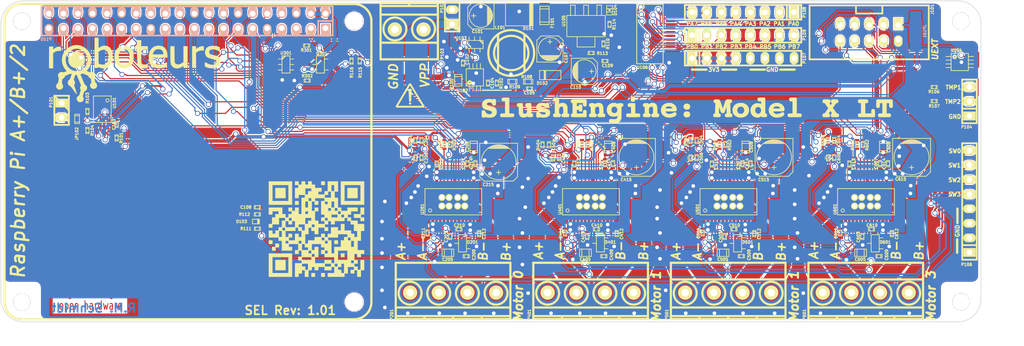
<source format=kicad_pcb>
(kicad_pcb (version 4) (host pcbnew "(2015-06-13 BZR 5744)-product")
  (layers (0 F.Cu signal) (31 B.Cu signal) (34 B.Paste user) (35 F.Paste user) (36 B.SilkS user) (37 F.SilkS user) (38 B.Mask user) (39 F.Mask user) (44 Edge.Cuts user))
  (net 0 "")
  (net 1 GND)
  (net 2 +5V)
  (net 3 "/Stepper Driver #0/~FLAG")
  (net 4 "/Stepper Driver #0/~BUSY~/SYNC")
  (net 5 "/Stepper Driver #0/~STBY/RST")
  (net 6 "/Stepper Driver #1/~BUSY~/SYNC")
  (net 7 "/Stepper Driver #2/~BUSY~/SYNC")
  (net 8 "/Stepper Driver #3/~BUSY~/SYNC")
  (net 9 "/Stepper Driver #0/SCK")
  (net 10 /PI_SPI_CE0)
  (net 11 "/Stepper Driver #0/SDI")
  (net 12 "/Stepper Driver #0/SDO")
  (net 13 /PI_UART_RXD)
  (net 14 /PI_UART_TXD)
  (net 15 /PI_I2C_SCL)
  (net 16 /PI_I2C_SDA)
  (net 17 "/Stepper Driver #2/~CS")
  (net 18 /IO_EXP_INTA)
  (net 19 "/Stepper Driver #2/STCK")
  (net 20 "/Stepper Driver #3/STCK")
  (net 21 "/Stepper Driver #1/STCK")
  (net 22 "/Stepper Driver #1/~CS")
  (net 23 "/Stepper Driver #0/~CS")
  (net 24 /IO_EXP_INTB)
  (net 25 "/Stepper Driver #3/~CS")
  (net 26 "/Stepper Driver #0/STCK")
  (net 27 "/Back Power Protection/5V_MCU")
  (net 28 /IO_EXP_RST)
  (net 29 +3V3)
  (net 30 +24V)
  (net 31 "Net-(C104-Pad2)")
  (net 32 "Net-(C105-Pad1)")
  (net 33 "Net-(C105-Pad2)")
  (net 34 "/Stepper Driver #0/ADCIN")
  (net 35 "/Stepper Driver #0/VREG")
  (net 36 "/Stepper Driver #0/SWITCH")
  (net 37 "Net-(C209-Pad1)")
  (net 38 "Net-(C210-Pad1)")
  (net 39 "Net-(C210-Pad2)")
  (net 40 "/Stepper Driver #1/SWITCH")
  (net 41 "/Stepper Driver #2/SWITCH")
  (net 42 "/Stepper Driver #3/SWITCH")
  (net 43 "Net-(D101-Pad2)")
  (net 44 "Net-(D104-Pad2)")
  (net 45 "Net-(J101-Pad1)")
  (net 46 "Net-(JP102-Pad1)")
  (net 47 "Net-(P104-Pad2)")
  (net 48 "Net-(P104-Pad3)")
  (net 49 "Net-(P105-Pad27)")
  (net 50 "Net-(P105-Pad28)")
  (net 51 "Net-(P108-Pad1)")
  (net 52 "Net-(P108-Pad2)")
  (net 53 "Net-(P108-Pad3)")
  (net 54 "Net-(P108-Pad4)")
  (net 55 "Net-(P108-Pad5)")
  (net 56 "Net-(P108-Pad6)")
  (net 57 "Net-(P108-Pad7)")
  (net 58 "Net-(P108-Pad8)")
  (net 59 "Net-(P109-Pad1)")
  (net 60 "Net-(P109-Pad2)")
  (net 61 "Net-(P109-Pad3)")
  (net 62 "Net-(P109-Pad4)")
  (net 63 "Net-(P109-Pad5)")
  (net 64 "Net-(P109-Pad6)")
  (net 65 "Net-(P109-Pad7)")
  (net 66 "Net-(P109-Pad8)")
  (net 67 "Net-(P201-Pad4)")
  (net 68 "Net-(P201-Pad3)")
  (net 69 "Net-(P201-Pad1)")
  (net 70 "Net-(P201-Pad2)")
  (net 71 "Net-(Q301-Pad1)")
  (net 72 "Net-(R105-Pad2)")
  (net 73 "Net-(R110-Pad1)")
  (net 74 "Net-(R301-Pad1)")
  (net 75 "Net-(U102-Pad3)")
  (net 76 "Net-(U102-Pad7)")
  (net 77 "Net-(U104-Pad4)")
  (net 78 "/Stepper Driver #0/OSCIN")
  (net 79 "/Stepper Driver #0/OSCOUT")
  (net 80 "/Stepper Driver #1/VREG")
  (net 81 "Net-(C409-Pad1)")
  (net 82 "Net-(C410-Pad1)")
  (net 83 "Net-(C410-Pad2)")
  (net 84 "/Stepper Driver #2/VREG")
  (net 85 "Net-(C509-Pad1)")
  (net 86 "Net-(C510-Pad1)")
  (net 87 "Net-(C510-Pad2)")
  (net 88 "/Stepper Driver #3/VREG")
  (net 89 "Net-(C609-Pad1)")
  (net 90 "Net-(C610-Pad1)")
  (net 91 "Net-(C610-Pad2)")
  (net 92 "Net-(P401-Pad4)")
  (net 93 "Net-(P401-Pad3)")
  (net 94 "Net-(P401-Pad1)")
  (net 95 "Net-(P401-Pad2)")
  (net 96 "Net-(P501-Pad4)")
  (net 97 "Net-(P501-Pad3)")
  (net 98 "Net-(P501-Pad1)")
  (net 99 "Net-(P501-Pad2)")
  (net 100 "Net-(P601-Pad4)")
  (net 101 "Net-(P601-Pad3)")
  (net 102 "Net-(P601-Pad1)")
  (net 103 "Net-(P601-Pad2)")
  (net 104 "/Stepper Driver #1/OSCIN")
  (net 105 "/Stepper Driver #1/OSCOUT")
  (net 106 "/Stepper Driver #2/OSCIN")
  (net 107 "/Stepper Driver #2/OSCOUT")
  (net 108 "/Stepper Driver #3/OSCIN")
  (net 109 "/Stepper Driver #3/OSCOUT")
  (net 110 "Net-(P105-Pad26)")
  (net 111 "Net-(P105-Pad17)")
  (net 112 "Net-(P105-Pad1)")
  (module w_smd_cap:c_elec_4x5.3 (layer F.Cu) (at 148.8 79.3)
    (fp_text reference C110 (at -1.5 2.75 180) (layer F.SilkS) (effects (font (size 0.5 0.5) (thickness 0.125))))
    (fp_text value 10uf/6.3V hide)
    (pad 1 smd rect (at 1.80086 0) (size 2.60096 1.6002) (layers F.Cu F.Paste F.Mask) (net 29 +3V3))
    (pad 2 smd rect (at -1.80086 0) (size 2.60096 1.6002) (layers F.Cu F.Paste F.Mask) (net 1 GND))
  )
  (module w_smd_cap:c_elec_4x5.3 (layer F.Cu) (at 130.75 69.6 180)
    (fp_text reference C101 (at 0.6 -2.75 360) (layer F.SilkS) (effects (font (size 0.5 0.5) (thickness 0.125))))
    (fp_text value 50uf/50v hide)
    (pad 1 smd rect (at 1.80086 0 180) (size 2.60096 1.6002) (layers F.Cu F.Paste F.Mask) (net 30 +24V))
    (pad 2 smd rect (at -1.80086 0 180) (size 2.60096 1.6002) (layers F.Cu F.Paste F.Mask) (net 1 GND))
  )
  (module w_smd_cap:c_elec_6.3x7.7 (layer F.Cu) (at 205.9 94.3 270)
    (fp_text reference C615 (at 3.8 1.9 360) (layer F.SilkS) (effects (font (size 0.5 0.5) (thickness 0.125))))
    (fp_text value 100uF hide)
    (pad 1 smd rect (at 2.75082 0 270) (size 3.59918 1.6002) (layers F.Cu F.Paste F.Mask) (net 30 +24V))
    (pad 2 smd rect (at -2.75082 0 270) (size 3.59918 1.6002) (layers F.Cu F.Paste F.Mask) (net 1 GND))
  )
  (module w_smd_cap:c_elec_6.3x7.7 (layer F.Cu) (at 181.9 94.3 270)
    (fp_text reference C515 (at 3.9 1.8 360) (layer F.SilkS) (effects (font (size 0.5 0.5) (thickness 0.125))))
    (fp_text value 100uF hide)
    (pad 1 smd rect (at 2.75082 0 270) (size 3.59918 1.6002) (layers F.Cu F.Paste F.Mask) (net 30 +24V))
    (pad 2 smd rect (at -2.75082 0 270) (size 3.59918 1.6002) (layers F.Cu F.Paste F.Mask) (net 1 GND))
  )
  (module w_smd_cap:c_elec_6.3x7.7 (layer F.Cu) (at 157.9 94.3 270)
    (fp_text reference C415 (at 3.9 1.8 360) (layer F.SilkS) (effects (font (size 0.5 0.5) (thickness 0.125))))
    (fp_text value 100uF hide)
    (pad 1 smd rect (at 2.75082 0 270) (size 3.59918 1.6002) (layers F.Cu F.Paste F.Mask) (net 30 +24V))
    (pad 2 smd rect (at -2.75082 0 270) (size 3.59918 1.6002) (layers F.Cu F.Paste F.Mask) (net 1 GND))
  )
  (module w_smd_cap:c_0402 (layer F.Cu) (at 200.4 95.4 90)
    (fp_text reference C607 (at 0 -0.7 90) (layer F.SilkS) (effects (font (size 0.5 0.5) (thickness 0.125))))
    (fp_text value 0.1uf hide)
    (pad 1 smd rect (at 0.54864 0 90) (size 0.8001 0.6985) (layers F.Cu F.Paste F.Mask) (net 29 +3V3))
    (pad 2 smd rect (at -0.54864 0 90) (size 0.8001 0.6985) (layers F.Cu F.Paste F.Mask) (net 1 GND))
  )
  (module w_smd_cap:c_0402 (layer F.Cu) (at 176.4 95.4 90)
    (fp_text reference C507 (at 0 -0.75 90) (layer F.SilkS) (effects (font (size 0.5 0.5) (thickness 0.125))))
    (fp_text value 0.1uf hide)
    (pad 1 smd rect (at 0.54864 0 90) (size 0.8001 0.6985) (layers F.Cu F.Paste F.Mask) (net 29 +3V3))
    (pad 2 smd rect (at -0.54864 0 90) (size 0.8001 0.6985) (layers F.Cu F.Paste F.Mask) (net 1 GND))
  )
  (module w_smd_cap:c_0402 (layer F.Cu) (at 152.4 95.4 90)
    (fp_text reference C407 (at 0 -0.75 90) (layer F.SilkS) (effects (font (size 0.5 0.5) (thickness 0.125))))
    (fp_text value 0.1uf hide)
    (pad 1 smd rect (at 0.54864 0 90) (size 0.8001 0.6985) (layers F.Cu F.Paste F.Mask) (net 29 +3V3))
    (pad 2 smd rect (at -0.54864 0 90) (size 0.8001 0.6985) (layers F.Cu F.Paste F.Mask) (net 1 GND))
  )
  (module w_smd_cap:c_0402 (layer F.Cu) (at 201.8 95.4 270)
    (fp_text reference C614 (at 0 0.7 270) (layer F.SilkS) (effects (font (size 0.5 0.5) (thickness 0.125))))
    (fp_text value 0.1uf hide)
    (pad 1 smd rect (at 0.54864 0 270) (size 0.8001 0.6985) (layers F.Cu F.Paste F.Mask) (net 30 +24V))
    (pad 2 smd rect (at -0.54864 0 270) (size 0.8001 0.6985) (layers F.Cu F.Paste F.Mask) (net 1 GND))
  )
  (module w_smd_cap:c_0402 (layer F.Cu) (at 177.8 95.4 270)
    (fp_text reference C514 (at 0 0.6 270) (layer F.SilkS) (effects (font (size 0.5 0.5) (thickness 0.125))))
    (fp_text value 0.1uf hide)
    (pad 1 smd rect (at 0.54864 0 270) (size 0.8001 0.6985) (layers F.Cu F.Paste F.Mask) (net 30 +24V))
    (pad 2 smd rect (at -0.54864 0 270) (size 0.8001 0.6985) (layers F.Cu F.Paste F.Mask) (net 1 GND))
  )
  (module w_smd_cap:c_0402 (layer F.Cu) (at 153.8 95.4 270)
    (fp_text reference C414 (at 0 0.7 270) (layer F.SilkS) (effects (font (size 0.5 0.5) (thickness 0.125))))
    (fp_text value 0.1uf hide)
    (pad 1 smd rect (at 0.54864 0 270) (size 0.8001 0.6985) (layers F.Cu F.Paste F.Mask) (net 30 +24V))
    (pad 2 smd rect (at -0.54864 0 270) (size 0.8001 0.6985) (layers F.Cu F.Paste F.Mask) (net 1 GND))
  )
  (module w_smd_cap:c_0805 (layer F.Cu) (at 200.95 92.5 270)
    (fp_text reference C608 (at 0 -0.9906 270) (layer F.SilkS) (effects (font (size 0.5 0.5) (thickness 0.125))))
    (fp_text value 47uF hide)
    (pad 1 smd rect (at 0.9525 0 270) (size 1.30048 1.4986) (layers F.Cu F.Paste F.Mask) (net 29 +3V3))
    (pad 2 smd rect (at -0.9525 0 270) (size 1.30048 1.4986) (layers F.Cu F.Paste F.Mask) (net 1 GND))
  )
  (module w_smd_cap:c_0805 (layer F.Cu) (at 176.95 92.5 270)
    (fp_text reference C508 (at 0 -0.9906 270) (layer F.SilkS) (effects (font (size 0.5 0.5) (thickness 0.125))))
    (fp_text value 47uF hide)
    (pad 1 smd rect (at 0.9525 0 270) (size 1.30048 1.4986) (layers F.Cu F.Paste F.Mask) (net 29 +3V3))
    (pad 2 smd rect (at -0.9525 0 270) (size 1.30048 1.4986) (layers F.Cu F.Paste F.Mask) (net 1 GND))
  )
  (module w_smd_cap:c_0805 (layer F.Cu) (at 152.95 92.5 270)
    (fp_text reference C408 (at 0 -0.9906 270) (layer F.SilkS) (effects (font (size 0.5 0.5) (thickness 0.125))))
    (fp_text value 47uF hide)
    (pad 1 smd rect (at 0.9525 0 270) (size 1.30048 1.4986) (layers F.Cu F.Paste F.Mask) (net 29 +3V3))
    (pad 2 smd rect (at -0.9525 0 270) (size 1.30048 1.4986) (layers F.Cu F.Paste F.Mask) (net 1 GND))
  )
  (module w_smd_resistors:r_0402 (layer F.Cu) (at 191.3 91.35 90)
    (fp_text reference R604 (at -0.05 -0.75 90) (layer F.SilkS) (effects (font (size 0.5 0.5) (thickness 0.125))))
    (fp_text value 10k hide)
    (pad 1 smd rect (at 0.54864 0 90) (size 0.8001 0.6985) (layers F.Cu F.Paste F.Mask) (net 29 +3V3))
    (pad 2 smd rect (at -0.54864 0 90) (size 0.8001 0.6985) (layers F.Cu F.Paste F.Mask) (net 42 "/Stepper Driver #3/SWITCH"))
  )
  (module w_smd_resistors:r_0402 (layer F.Cu) (at 167.3 91.35 90)
    (fp_text reference R504 (at -0.05 -0.75 90) (layer F.SilkS) (effects (font (size 0.5 0.5) (thickness 0.125))))
    (fp_text value 10k hide)
    (pad 1 smd rect (at 0.54864 0 90) (size 0.8001 0.6985) (layers F.Cu F.Paste F.Mask) (net 29 +3V3))
    (pad 2 smd rect (at -0.54864 0 90) (size 0.8001 0.6985) (layers F.Cu F.Paste F.Mask) (net 41 "/Stepper Driver #2/SWITCH"))
  )
  (module w_smd_resistors:r_0402 (layer F.Cu) (at 141.5 92.1 90)
    (fp_text reference R404 (at -0.05 -0.75 90) (layer F.SilkS) (effects (font (size 0.5 0.5) (thickness 0.125))))
    (fp_text value 10k hide)
    (pad 1 smd rect (at 0.54864 0 90) (size 0.8001 0.6985) (layers F.Cu F.Paste F.Mask) (net 29 +3V3))
    (pad 2 smd rect (at -0.54864 0 90) (size 0.8001 0.6985) (layers F.Cu F.Paste F.Mask) (net 40 "/Stepper Driver #1/SWITCH"))
  )
  (module w_smd_cap:c_0402 (layer F.Cu) (at 192.4 91.35 270)
    (fp_text reference C604 (at 0.05 -0.8 270) (layer F.SilkS) (effects (font (size 0.5 0.5) (thickness 0.125))))
    (fp_text value 0.1uf hide)
    (pad 1 smd rect (at 0.54864 0 270) (size 0.8001 0.6985) (layers F.Cu F.Paste F.Mask) (net 42 "/Stepper Driver #3/SWITCH"))
    (pad 2 smd rect (at -0.54864 0 270) (size 0.8001 0.6985) (layers F.Cu F.Paste F.Mask) (net 1 GND))
  )
  (module w_smd_cap:c_0402 (layer F.Cu) (at 168.4 91.35 270)
    (fp_text reference C504 (at 0.05 -0.8 270) (layer F.SilkS) (effects (font (size 0.5 0.5) (thickness 0.125))))
    (fp_text value 0.1uf hide)
    (pad 1 smd rect (at 0.54864 0 270) (size 0.8001 0.6985) (layers F.Cu F.Paste F.Mask) (net 41 "/Stepper Driver #2/SWITCH"))
    (pad 2 smd rect (at -0.54864 0 270) (size 0.8001 0.6985) (layers F.Cu F.Paste F.Mask) (net 1 GND))
  )
  (module w_smd_cap:c_0402 (layer F.Cu) (at 142.65 92.1 270)
    (fp_text reference C404 (at 0.05 -0.8 270) (layer F.SilkS) (effects (font (size 0.5 0.5) (thickness 0.125))))
    (fp_text value 0.1uf hide)
    (pad 1 smd rect (at 0.54864 0 270) (size 0.8001 0.6985) (layers F.Cu F.Paste F.Mask) (net 40 "/Stepper Driver #1/SWITCH"))
    (pad 2 smd rect (at -0.54864 0 270) (size 0.8001 0.6985) (layers F.Cu F.Paste F.Mask) (net 1 GND))
  )
  (module w_smd_trans:sot23 (layer F.Cu) (at 199.55 109.3 90)
    (fp_text reference D601 (at 0.2 1.75 180) (layer F.SilkS) (effects (font (size 0.5 0.5) (thickness 0.125))))
    (fp_text value DOUBLE_SCHOTTKY hide)
    (pad 1 smd rect (at -0.9525 1.05664 90) (size 0.59944 1.00076) (layers F.Cu F.Paste F.Mask) (net 30 +24V))
    (pad 2 smd rect (at 0 -1.05664 90) (size 0.59944 1.00076) (layers F.Cu F.Paste F.Mask) (net 90 "Net-(C610-Pad1)"))
    (pad 3 smd rect (at 0.9525 1.05664 90) (size 0.59944 1.00076) (layers F.Cu F.Paste F.Mask) (net 89 "Net-(C609-Pad1)"))
  )
  (module w_smd_trans:sot23 (layer F.Cu) (at 175.55 109.3 90)
    (fp_text reference D501 (at 0.2 1.75 180) (layer F.SilkS) (effects (font (size 0.5 0.5) (thickness 0.125))))
    (fp_text value DOUBLE_SCHOTTKY hide)
    (pad 1 smd rect (at -0.9525 1.05664 90) (size 0.59944 1.00076) (layers F.Cu F.Paste F.Mask) (net 30 +24V))
    (pad 2 smd rect (at 0 -1.05664 90) (size 0.59944 1.00076) (layers F.Cu F.Paste F.Mask) (net 86 "Net-(C510-Pad1)"))
    (pad 3 smd rect (at 0.9525 1.05664 90) (size 0.59944 1.00076) (layers F.Cu F.Paste F.Mask) (net 85 "Net-(C509-Pad1)"))
  )
  (module w_smd_trans:sot23 (layer F.Cu) (at 151.6 109.3 90)
    (fp_text reference D401 (at 0.2 1.75 180) (layer F.SilkS) (effects (font (size 0.5 0.5) (thickness 0.125))))
    (fp_text value DOUBLE_SCHOTTKY hide)
    (pad 1 smd rect (at -0.9525 1.05664 90) (size 0.59944 1.00076) (layers F.Cu F.Paste F.Mask) (net 30 +24V))
    (pad 2 smd rect (at 0 -1.05664 90) (size 0.59944 1.00076) (layers F.Cu F.Paste F.Mask) (net 82 "Net-(C410-Pad1)"))
    (pad 3 smd rect (at 0.9525 1.05664 90) (size 0.59944 1.00076) (layers F.Cu F.Paste F.Mask) (net 81 "Net-(C409-Pad1)"))
  )
  (module w_smd_cap:c_0402 (layer F.Cu) (at 193.45 107.49864 90)
    (fp_text reference C611 (at -0.05136 -0.75 90) (layer F.SilkS) (effects (font (size 0.5 0.5) (thickness 0.125))))
    (fp_text value 0.1uf hide)
    (pad 1 smd rect (at 0.54864 0 90) (size 0.8001 0.6985) (layers F.Cu F.Paste F.Mask) (net 30 +24V))
    (pad 2 smd rect (at -0.54864 0 90) (size 0.8001 0.6985) (layers F.Cu F.Paste F.Mask) (net 1 GND))
  )
  (module w_smd_cap:c_0402 (layer F.Cu) (at 169.45 107.49864 90)
    (fp_text reference C511 (at -0.05136 -0.75 90) (layer F.SilkS) (effects (font (size 0.5 0.5) (thickness 0.125))))
    (fp_text value 0.1uf hide)
    (pad 1 smd rect (at 0.54864 0 90) (size 0.8001 0.6985) (layers F.Cu F.Paste F.Mask) (net 30 +24V))
    (pad 2 smd rect (at -0.54864 0 90) (size 0.8001 0.6985) (layers F.Cu F.Paste F.Mask) (net 1 GND))
  )
  (module w_smd_cap:c_0402 (layer F.Cu) (at 145.45 107.49864 90)
    (fp_text reference C411 (at -0.05136 -0.75 90) (layer F.SilkS) (effects (font (size 0.5 0.5) (thickness 0.125))))
    (fp_text value 0.1uf hide)
    (pad 1 smd rect (at 0.54864 0 90) (size 0.8001 0.6985) (layers F.Cu F.Paste F.Mask) (net 30 +24V))
    (pad 2 smd rect (at -0.54864 0 90) (size 0.8001 0.6985) (layers F.Cu F.Paste F.Mask) (net 1 GND))
  )
  (module w_smd_cap:c_0402 (layer F.Cu) (at 198.9 106.85 180)
    (fp_text reference C610 (at -0.1 0.7 180) (layer F.SilkS) (effects (font (size 0.5 0.5) (thickness 0.125))))
    (fp_text value 10nF hide)
    (pad 1 smd rect (at 0.54864 0 180) (size 0.8001 0.6985) (layers F.Cu F.Paste F.Mask) (net 90 "Net-(C610-Pad1)"))
    (pad 2 smd rect (at -0.54864 0 180) (size 0.8001 0.6985) (layers F.Cu F.Paste F.Mask) (net 91 "Net-(C610-Pad2)"))
  )
  (module w_smd_cap:c_0402 (layer F.Cu) (at 174.9 106.85 180)
    (fp_text reference C510 (at -0.1 0.7 180) (layer F.SilkS) (effects (font (size 0.5 0.5) (thickness 0.125))))
    (fp_text value 10nF hide)
    (pad 1 smd rect (at 0.54864 0 180) (size 0.8001 0.6985) (layers F.Cu F.Paste F.Mask) (net 86 "Net-(C510-Pad1)"))
    (pad 2 smd rect (at -0.54864 0 180) (size 0.8001 0.6985) (layers F.Cu F.Paste F.Mask) (net 87 "Net-(C510-Pad2)"))
  )
  (module w_smd_cap:c_0402 (layer F.Cu) (at 150.9 106.85 180)
    (fp_text reference C410 (at -0.1 0.7 180) (layer F.SilkS) (effects (font (size 0.5 0.5) (thickness 0.125))))
    (fp_text value 10nF hide)
    (pad 1 smd rect (at 0.54864 0 180) (size 0.8001 0.6985) (layers F.Cu F.Paste F.Mask) (net 82 "Net-(C410-Pad1)"))
    (pad 2 smd rect (at -0.54864 0 180) (size 0.8001 0.6985) (layers F.Cu F.Paste F.Mask) (net 83 "Net-(C410-Pad2)"))
  )
  (module w_smd_cap:c_0402 (layer F.Cu) (at 200.2 111.55 180)
    (fp_text reference C609 (at -1.35 0.25 270) (layer F.SilkS) (effects (font (size 0.5 0.5) (thickness 0.125))))
    (fp_text value 220nF hide)
    (pad 1 smd rect (at 0.54864 0 180) (size 0.8001 0.6985) (layers F.Cu F.Paste F.Mask) (net 89 "Net-(C609-Pad1)"))
    (pad 2 smd rect (at -0.54864 0 180) (size 0.8001 0.6985) (layers F.Cu F.Paste F.Mask) (net 30 +24V))
  )
  (module w_smd_cap:c_0402 (layer F.Cu) (at 176.2 111.55 180)
    (fp_text reference C509 (at -1.35 0.25 270) (layer F.SilkS) (effects (font (size 0.5 0.5) (thickness 0.125))))
    (fp_text value 220nF hide)
    (pad 1 smd rect (at 0.54864 0 180) (size 0.8001 0.6985) (layers F.Cu F.Paste F.Mask) (net 85 "Net-(C509-Pad1)"))
    (pad 2 smd rect (at -0.54864 0 180) (size 0.8001 0.6985) (layers F.Cu F.Paste F.Mask) (net 30 +24V))
  )
  (module w_smd_cap:c_0402 (layer F.Cu) (at 152.2 111.55 180)
    (fp_text reference C409 (at -1.35 0.25 270) (layer F.SilkS) (effects (font (size 0.5 0.5) (thickness 0.125))))
    (fp_text value 220nF hide)
    (pad 1 smd rect (at 0.54864 0 180) (size 0.8001 0.6985) (layers F.Cu F.Paste F.Mask) (net 81 "Net-(C409-Pad1)"))
    (pad 2 smd rect (at -0.54864 0 180) (size 0.8001 0.6985) (layers F.Cu F.Paste F.Mask) (net 30 +24V))
  )
  (module w_smd_cap:c_0805 (layer F.Cu) (at 197 110.95 180)
    (fp_text reference C605 (at 0.05 -1.15 180) (layer F.SilkS) (effects (font (size 0.5 0.5) (thickness 0.125))))
    (fp_text value 10uF hide)
    (pad 1 smd rect (at 0.9525 0 180) (size 1.30048 1.4986) (layers F.Cu F.Paste F.Mask) (net 88 "/Stepper Driver #3/VREG"))
    (pad 2 smd rect (at -0.9525 0 180) (size 1.30048 1.4986) (layers F.Cu F.Paste F.Mask) (net 1 GND))
  )
  (module w_smd_cap:c_0805 (layer F.Cu) (at 173 110.95 180)
    (fp_text reference C505 (at 0.05 -1.15 180) (layer F.SilkS) (effects (font (size 0.5 0.5) (thickness 0.125))))
    (fp_text value 10uF hide)
    (pad 1 smd rect (at 0.9525 0 180) (size 1.30048 1.4986) (layers F.Cu F.Paste F.Mask) (net 84 "/Stepper Driver #2/VREG"))
    (pad 2 smd rect (at -0.9525 0 180) (size 1.30048 1.4986) (layers F.Cu F.Paste F.Mask) (net 1 GND))
  )
  (module w_smd_cap:c_0805 (layer F.Cu) (at 149 110.95 180)
    (fp_text reference C405 (at 0.05 -1.15 180) (layer F.SilkS) (effects (font (size 0.5 0.5) (thickness 0.125))))
    (fp_text value 10uF hide)
    (pad 1 smd rect (at 0.9525 0 180) (size 1.30048 1.4986) (layers F.Cu F.Paste F.Mask) (net 80 "/Stepper Driver #1/VREG"))
    (pad 2 smd rect (at -0.9525 0 180) (size 1.30048 1.4986) (layers F.Cu F.Paste F.Mask) (net 1 GND))
  )
  (module w_smd_cap:c_0402 (layer F.Cu) (at 197.3 108.1 90)
    (fp_text reference C603 (at -0.1 -0.7 90) (layer F.SilkS) (effects (font (size 0.5 0.5) (thickness 0.125))))
    (fp_text value 0.1uf hide)
    (pad 1 smd rect (at 0.54864 0 90) (size 0.8001 0.6985) (layers F.Cu F.Paste F.Mask) (net 88 "/Stepper Driver #3/VREG"))
    (pad 2 smd rect (at -0.54864 0 90) (size 0.8001 0.6985) (layers F.Cu F.Paste F.Mask) (net 1 GND))
  )
  (module w_smd_cap:c_0402 (layer F.Cu) (at 173.3 108.1 90)
    (fp_text reference C503 (at -0.1 -0.7 90) (layer F.SilkS) (effects (font (size 0.5 0.5) (thickness 0.125))))
    (fp_text value 0.1uf hide)
    (pad 1 smd rect (at 0.54864 0 90) (size 0.8001 0.6985) (layers F.Cu F.Paste F.Mask) (net 84 "/Stepper Driver #2/VREG"))
    (pad 2 smd rect (at -0.54864 0 90) (size 0.8001 0.6985) (layers F.Cu F.Paste F.Mask) (net 1 GND))
  )
  (module w_smd_cap:c_0402 (layer F.Cu) (at 149.3 108.1 90)
    (fp_text reference C403 (at -0.1 -0.7 90) (layer F.SilkS) (effects (font (size 0.5 0.5) (thickness 0.125))))
    (fp_text value 0.1uf hide)
    (pad 1 smd rect (at 0.54864 0 90) (size 0.8001 0.6985) (layers F.Cu F.Paste F.Mask) (net 80 "/Stepper Driver #1/VREG"))
    (pad 2 smd rect (at -0.54864 0 90) (size 0.8001 0.6985) (layers F.Cu F.Paste F.Mask) (net 1 GND))
  )
  (module w_conn_mkds:mkds_1,5-4 (layer F.Cu) (at 197.9 117.9)
    (fp_text reference P601 (at -10.7 3.85 90) (layer F.SilkS) (effects (font (size 0.5 0.5) (thickness 0.125))))
    (fp_text value CONN_01X04 hide)
    (pad 4 thru_hole circle (at 7.5 0) (size 2.5 2.5) (drill 1.3) (layers *.Cu *.Mask F.SilkS) (net 100 "Net-(P601-Pad4)"))
    (pad 3 thru_hole circle (at 2.5 0) (size 2.5 2.5) (drill 1.3) (layers *.Cu *.Mask F.SilkS) (net 101 "Net-(P601-Pad3)"))
    (pad 1 thru_hole circle (at -7.5 0) (size 2.5 2.5) (drill 1.3) (layers *.Cu *.Mask F.SilkS) (net 102 "Net-(P601-Pad1)"))
    (pad 2 thru_hole circle (at -2.5 0) (size 2.5 2.5) (drill 1.3) (layers *.Cu *.Mask F.SilkS) (net 103 "Net-(P601-Pad2)"))
  )
  (module w_conn_mkds:mkds_1,5-4 (layer F.Cu) (at 173.9 117.9)
    (fp_text reference P501 (at -10.7 3.85 90) (layer F.SilkS) (effects (font (size 0.5 0.5) (thickness 0.125))))
    (fp_text value CONN_01X04 hide)
    (pad 4 thru_hole circle (at 7.5 0) (size 2.5 2.5) (drill 1.3) (layers *.Cu *.Mask F.SilkS) (net 96 "Net-(P501-Pad4)"))
    (pad 3 thru_hole circle (at 2.5 0) (size 2.5 2.5) (drill 1.3) (layers *.Cu *.Mask F.SilkS) (net 97 "Net-(P501-Pad3)"))
    (pad 1 thru_hole circle (at -7.5 0) (size 2.5 2.5) (drill 1.3) (layers *.Cu *.Mask F.SilkS) (net 98 "Net-(P501-Pad1)"))
    (pad 2 thru_hole circle (at -2.5 0) (size 2.5 2.5) (drill 1.3) (layers *.Cu *.Mask F.SilkS) (net 99 "Net-(P501-Pad2)"))
  )
  (module w_conn_mkds:mkds_1,5-4 (layer F.Cu) (at 149.9 117.9)
    (fp_text reference P401 (at -10.7 3.85 90) (layer F.SilkS) (effects (font (size 0.5 0.5) (thickness 0.125))))
    (fp_text value CONN_01X04 hide)
    (pad 4 thru_hole circle (at 7.5 0) (size 2.5 2.5) (drill 1.3) (layers *.Cu *.Mask F.SilkS) (net 92 "Net-(P401-Pad4)"))
    (pad 3 thru_hole circle (at 2.5 0) (size 2.5 2.5) (drill 1.3) (layers *.Cu *.Mask F.SilkS) (net 93 "Net-(P401-Pad3)"))
    (pad 1 thru_hole circle (at -7.5 0) (size 2.5 2.5) (drill 1.3) (layers *.Cu *.Mask F.SilkS) (net 94 "Net-(P401-Pad1)"))
    (pad 2 thru_hole circle (at -2.5 0) (size 2.5 2.5) (drill 1.3) (layers *.Cu *.Mask F.SilkS) (net 95 "Net-(P401-Pad2)"))
  )
  (module w_smd_cap:c_0402 (layer F.Cu) (at 202.45 107.60136 90)
    (fp_text reference C612 (at -0.04864 0.85 90) (layer F.SilkS) (effects (font (size 0.5 0.5) (thickness 0.125))))
    (fp_text value 0.1uf hide)
    (pad 1 smd rect (at 0.54864 0 90) (size 0.8001 0.6985) (layers F.Cu F.Paste F.Mask) (net 30 +24V))
    (pad 2 smd rect (at -0.54864 0 90) (size 0.8001 0.6985) (layers F.Cu F.Paste F.Mask) (net 1 GND))
  )
  (module w_smd_cap:c_0402 (layer F.Cu) (at 178.45 107.60136 90)
    (fp_text reference C512 (at -0.04864 0.85 90) (layer F.SilkS) (effects (font (size 0.5 0.5) (thickness 0.125))))
    (fp_text value 0.1uf hide)
    (pad 1 smd rect (at 0.54864 0 90) (size 0.8001 0.6985) (layers F.Cu F.Paste F.Mask) (net 30 +24V))
    (pad 2 smd rect (at -0.54864 0 90) (size 0.8001 0.6985) (layers F.Cu F.Paste F.Mask) (net 1 GND))
  )
  (module w_smd_cap:c_0402 (layer F.Cu) (at 154.45 107.60136 90)
    (fp_text reference C412 (at -0.04864 0.85 90) (layer F.SilkS) (effects (font (size 0.5 0.5) (thickness 0.125))))
    (fp_text value 0.1uf hide)
    (pad 1 smd rect (at 0.54864 0 90) (size 0.8001 0.6985) (layers F.Cu F.Paste F.Mask) (net 30 +24V))
    (pad 2 smd rect (at -0.54864 0 90) (size 0.8001 0.6985) (layers F.Cu F.Paste F.Mask) (net 1 GND))
  )
  (module project_foot:tssop-28-pwp (layer F.Cu) (at 197.95 102.05)
    (fp_text reference U601 (at -5.4 1.3 90) (layer F.SilkS) (effects (font (size 0.5 0.5) (thickness 0.125))))
    (fp_text value L6470H hide)
    (pad 7 smd rect (at -0.32512 2.79908) (size 0.4191 1.47066) (layers F.Cu F.Paste F.Mask) (net 108 "/Stepper Driver #3/OSCIN"))
    (pad 8 smd rect (at 0.32512 2.79908) (size 0.4191 1.47066) (layers F.Cu F.Paste F.Mask) (net 109 "/Stepper Driver #3/OSCOUT"))
    (pad 9 smd rect (at 0.97536 2.79908) (size 0.4191 1.47066) (layers F.Cu F.Paste F.Mask) (net 1 GND))
    (pad 10 smd rect (at 1.6256 2.79908) (size 0.4191 1.47066) (layers F.Cu F.Paste F.Mask) (net 91 "Net-(C610-Pad2)"))
    (pad 25 smd rect (at -2.26568 -2.794) (size 0.4191 1.47066) (layers F.Cu F.Paste F.Mask) (net 20 "/Stepper Driver #3/STCK"))
    (pad 4 smd rect (at -2.27584 2.79908) (size 0.4191 1.47066) (layers F.Cu F.Paste F.Mask) (net 42 "/Stepper Driver #3/SWITCH"))
    (pad 5 smd rect (at -1.6256 2.79908) (size 0.4191 1.47066) (layers F.Cu F.Paste F.Mask) (net 34 "/Stepper Driver #0/ADCIN"))
    (pad 6 smd rect (at -0.97536 2.79908) (size 0.4191 1.47066) (layers F.Cu F.Paste F.Mask) (net 88 "/Stepper Driver #3/VREG"))
    (pad 18 smd rect (at 2.27584 -2.79908) (size 0.4191 1.47066) (layers F.Cu F.Paste F.Mask) (net 12 "/Stepper Driver #0/SDO"))
    (pad 19 smd rect (at 1.6256 -2.79908) (size 0.4191 1.47066) (layers F.Cu F.Paste F.Mask) (net 9 "/Stepper Driver #0/SCK"))
    (pad 20 smd rect (at 0.97536 -2.79908) (size 0.4191 1.47066) (layers F.Cu F.Paste F.Mask) (net 11 "/Stepper Driver #0/SDI"))
    (pad 21 smd rect (at 0.32512 -2.79908) (size 0.4191 1.47066) (layers F.Cu F.Paste F.Mask) (net 1 GND))
    (pad 22 smd rect (at -0.32512 -2.79908) (size 0.4191 1.47066) (layers F.Cu F.Paste F.Mask) (net 8 "/Stepper Driver #3/~BUSY~/SYNC"))
    (pad 23 smd rect (at -0.97536 -2.79908) (size 0.4191 1.47066) (layers F.Cu F.Paste F.Mask) (net 25 "/Stepper Driver #3/~CS"))
    (pad 11 smd rect (at 2.27584 2.79908) (size 0.4191 1.47066) (layers F.Cu F.Paste F.Mask) (net 89 "Net-(C609-Pad1)"))
    (pad 24 smd rect (at -1.6256 -2.794) (size 0.4191 1.47066) (layers F.Cu F.Paste F.Mask) (net 3 "/Stepper Driver #0/~FLAG"))
    (pad 3 smd rect (at -2.92608 2.79908) (size 0.4191 1.47066) (layers F.Cu F.Paste F.Mask) (net 5 "/Stepper Driver #0/~STBY/RST"))
    (pad 12 smd rect (at 2.92608 2.79908) (size 0.4191 1.47066) (layers F.Cu F.Paste F.Mask) (net 30 +24V))
    (pad 17 smd rect (at 2.92608 -2.79908) (size 0.4191 1.47066) (layers F.Cu F.Paste F.Mask) (net 29 +3V3))
    (pad 26 smd rect (at -2.92608 -2.79908) (size 0.4191 1.47066) (layers F.Cu F.Paste F.Mask) (net 30 +24V))
    (pad 2 smd rect (at -3.57378 2.79908) (size 0.4191 1.47066) (layers F.Cu F.Paste F.Mask) (net 30 +24V))
    (pad 13 smd rect (at 3.57378 2.79908) (size 0.4191 1.47066) (layers F.Cu F.Paste F.Mask) (net 1 GND))
    (pad 16 smd rect (at 3.57378 -2.79908) (size 0.4191 1.47066) (layers F.Cu F.Paste F.Mask) (net 30 +24V))
    (pad 27 smd rect (at -3.57378 -2.79908) (size 0.4191 1.47066) (layers F.Cu F.Paste F.Mask) (net 1 GND))
    (pad 1 smd rect (at -4.22402 2.79908) (size 0.4191 1.47066) (layers F.Cu F.Paste F.Mask) (net 103 "Net-(P601-Pad2)"))
    (pad 14 smd rect (at 4.22402 2.79908) (size 0.4191 1.47066) (layers F.Cu F.Paste F.Mask) (net 101 "Net-(P601-Pad3)"))
    (pad 15 smd rect (at 4.22402 -2.79908) (size 0.4191 1.47066) (layers F.Cu F.Paste F.Mask) (net 100 "Net-(P601-Pad4)"))
    (pad 28 smd rect (at -4.22402 -2.79908) (size 0.4191 1.47066) (layers F.Cu F.Paste F.Mask) (net 102 "Net-(P601-Pad1)"))
    (pad PAD smd rect (at 0 0) (size 5.5 2.8) (layers *.Cu *.Paste *.Mask) (net 1 GND))
    (pad PAD thru_hole circle (at -2 -0.75) (size 1.2 1.2) (drill 0.762) (layers *.Cu *.Mask F.SilkS) (net 1 GND))
    (pad PAD thru_hole circle (at -2 0.75) (size 1.2 1.2) (drill 0.762) (layers *.Cu *.Mask F.SilkS) (net 1 GND))
    (pad PAD thru_hole circle (at -0.75 -0.75) (size 1.2 1.2) (drill 0.762) (layers *.Cu *.Mask F.SilkS) (net 1 GND))
    (pad PAD thru_hole circle (at -0.75 0.75) (size 1.2 1.2) (drill 0.762) (layers *.Cu *.Mask F.SilkS) (net 1 GND))
    (pad PAD thru_hole circle (at 2 -0.75) (size 1.2 1.2) (drill 0.762) (layers *.Cu *.Mask F.SilkS) (net 1 GND))
    (pad PAD thru_hole circle (at 2 0.75) (size 1.2 1.2) (drill 0.762) (layers *.Cu *.Mask F.SilkS) (net 1 GND))
    (pad PAD thru_hole circle (at 0.75 -0.75) (size 1.2 1.2) (drill 0.762) (layers *.Cu *.Mask F.SilkS) (net 1 GND))
    (pad PAD thru_hole circle (at 0.75 0.75) (size 1.2 1.2) (drill 0.762) (layers *.Cu *.Mask F.SilkS) (net 1 GND))
  )
  (module project_foot:tssop-28-pwp (layer F.Cu) (at 173.95 102.05)
    (fp_text reference U501 (at -5.4 1.3 90) (layer F.SilkS) (effects (font (size 0.5 0.5) (thickness 0.125))))
    (fp_text value L6470H hide)
    (pad 7 smd rect (at -0.32512 2.79908) (size 0.4191 1.47066) (layers F.Cu F.Paste F.Mask) (net 106 "/Stepper Driver #2/OSCIN"))
    (pad 8 smd rect (at 0.32512 2.79908) (size 0.4191 1.47066) (layers F.Cu F.Paste F.Mask) (net 107 "/Stepper Driver #2/OSCOUT"))
    (pad 9 smd rect (at 0.97536 2.79908) (size 0.4191 1.47066) (layers F.Cu F.Paste F.Mask) (net 1 GND))
    (pad 10 smd rect (at 1.6256 2.79908) (size 0.4191 1.47066) (layers F.Cu F.Paste F.Mask) (net 87 "Net-(C510-Pad2)"))
    (pad 25 smd rect (at -2.26568 -2.794) (size 0.4191 1.47066) (layers F.Cu F.Paste F.Mask) (net 19 "/Stepper Driver #2/STCK"))
    (pad 4 smd rect (at -2.27584 2.79908) (size 0.4191 1.47066) (layers F.Cu F.Paste F.Mask) (net 41 "/Stepper Driver #2/SWITCH"))
    (pad 5 smd rect (at -1.6256 2.79908) (size 0.4191 1.47066) (layers F.Cu F.Paste F.Mask) (net 34 "/Stepper Driver #0/ADCIN"))
    (pad 6 smd rect (at -0.97536 2.79908) (size 0.4191 1.47066) (layers F.Cu F.Paste F.Mask) (net 84 "/Stepper Driver #2/VREG"))
    (pad 18 smd rect (at 2.27584 -2.79908) (size 0.4191 1.47066) (layers F.Cu F.Paste F.Mask) (net 12 "/Stepper Driver #0/SDO"))
    (pad 19 smd rect (at 1.6256 -2.79908) (size 0.4191 1.47066) (layers F.Cu F.Paste F.Mask) (net 9 "/Stepper Driver #0/SCK"))
    (pad 20 smd rect (at 0.97536 -2.79908) (size 0.4191 1.47066) (layers F.Cu F.Paste F.Mask) (net 11 "/Stepper Driver #0/SDI"))
    (pad 21 smd rect (at 0.32512 -2.79908) (size 0.4191 1.47066) (layers F.Cu F.Paste F.Mask) (net 1 GND))
    (pad 22 smd rect (at -0.32512 -2.79908) (size 0.4191 1.47066) (layers F.Cu F.Paste F.Mask) (net 7 "/Stepper Driver #2/~BUSY~/SYNC"))
    (pad 23 smd rect (at -0.97536 -2.79908) (size 0.4191 1.47066) (layers F.Cu F.Paste F.Mask) (net 17 "/Stepper Driver #2/~CS"))
    (pad 11 smd rect (at 2.27584 2.79908) (size 0.4191 1.47066) (layers F.Cu F.Paste F.Mask) (net 85 "Net-(C509-Pad1)"))
    (pad 24 smd rect (at -1.6256 -2.794) (size 0.4191 1.47066) (layers F.Cu F.Paste F.Mask) (net 3 "/Stepper Driver #0/~FLAG"))
    (pad 3 smd rect (at -2.92608 2.79908) (size 0.4191 1.47066) (layers F.Cu F.Paste F.Mask) (net 5 "/Stepper Driver #0/~STBY/RST"))
    (pad 12 smd rect (at 2.92608 2.79908) (size 0.4191 1.47066) (layers F.Cu F.Paste F.Mask) (net 30 +24V))
    (pad 17 smd rect (at 2.92608 -2.79908) (size 0.4191 1.47066) (layers F.Cu F.Paste F.Mask) (net 29 +3V3))
    (pad 26 smd rect (at -2.92608 -2.79908) (size 0.4191 1.47066) (layers F.Cu F.Paste F.Mask) (net 30 +24V))
    (pad 2 smd rect (at -3.57378 2.79908) (size 0.4191 1.47066) (layers F.Cu F.Paste F.Mask) (net 30 +24V))
    (pad 13 smd rect (at 3.57378 2.79908) (size 0.4191 1.47066) (layers F.Cu F.Paste F.Mask) (net 1 GND))
    (pad 16 smd rect (at 3.57378 -2.79908) (size 0.4191 1.47066) (layers F.Cu F.Paste F.Mask) (net 30 +24V))
    (pad 27 smd rect (at -3.57378 -2.79908) (size 0.4191 1.47066) (layers F.Cu F.Paste F.Mask) (net 1 GND))
    (pad 1 smd rect (at -4.22402 2.79908) (size 0.4191 1.47066) (layers F.Cu F.Paste F.Mask) (net 99 "Net-(P501-Pad2)"))
    (pad 14 smd rect (at 4.22402 2.79908) (size 0.4191 1.47066) (layers F.Cu F.Paste F.Mask) (net 97 "Net-(P501-Pad3)"))
    (pad 15 smd rect (at 4.22402 -2.79908) (size 0.4191 1.47066) (layers F.Cu F.Paste F.Mask) (net 96 "Net-(P501-Pad4)"))
    (pad 28 smd rect (at -4.22402 -2.79908) (size 0.4191 1.47066) (layers F.Cu F.Paste F.Mask) (net 98 "Net-(P501-Pad1)"))
    (pad PAD smd rect (at 0 0) (size 5.5 2.8) (layers *.Cu *.Paste *.Mask) (net 1 GND))
    (pad PAD thru_hole circle (at -2 -0.75) (size 1.2 1.2) (drill 0.762) (layers *.Cu *.Mask F.SilkS) (net 1 GND))
    (pad PAD thru_hole circle (at -2 0.75) (size 1.2 1.2) (drill 0.762) (layers *.Cu *.Mask F.SilkS) (net 1 GND))
    (pad PAD thru_hole circle (at -0.75 -0.75) (size 1.2 1.2) (drill 0.762) (layers *.Cu *.Mask F.SilkS) (net 1 GND))
    (pad PAD thru_hole circle (at -0.75 0.75) (size 1.2 1.2) (drill 0.762) (layers *.Cu *.Mask F.SilkS) (net 1 GND))
    (pad PAD thru_hole circle (at 2 -0.75) (size 1.2 1.2) (drill 0.762) (layers *.Cu *.Mask F.SilkS) (net 1 GND))
    (pad PAD thru_hole circle (at 2 0.75) (size 1.2 1.2) (drill 0.762) (layers *.Cu *.Mask F.SilkS) (net 1 GND))
    (pad PAD thru_hole circle (at 0.75 -0.75) (size 1.2 1.2) (drill 0.762) (layers *.Cu *.Mask F.SilkS) (net 1 GND))
    (pad PAD thru_hole circle (at 0.75 0.75) (size 1.2 1.2) (drill 0.762) (layers *.Cu *.Mask F.SilkS) (net 1 GND))
  )
  (module project_foot:tssop-28-pwp (layer F.Cu) (at 149.95 102.05)
    (fp_text reference U401 (at -5.4 1.3 90) (layer F.SilkS) (effects (font (size 0.5 0.5) (thickness 0.125))))
    (fp_text value L6470H hide)
    (pad 7 smd rect (at -0.32512 2.79908) (size 0.4191 1.47066) (layers F.Cu F.Paste F.Mask) (net 104 "/Stepper Driver #1/OSCIN"))
    (pad 8 smd rect (at 0.32512 2.79908) (size 0.4191 1.47066) (layers F.Cu F.Paste F.Mask) (net 105 "/Stepper Driver #1/OSCOUT"))
    (pad 9 smd rect (at 0.97536 2.79908) (size 0.4191 1.47066) (layers F.Cu F.Paste F.Mask) (net 1 GND))
    (pad 10 smd rect (at 1.6256 2.79908) (size 0.4191 1.47066) (layers F.Cu F.Paste F.Mask) (net 83 "Net-(C410-Pad2)"))
    (pad 25 smd rect (at -2.26568 -2.794) (size 0.4191 1.47066) (layers F.Cu F.Paste F.Mask) (net 21 "/Stepper Driver #1/STCK"))
    (pad 4 smd rect (at -2.27584 2.79908) (size 0.4191 1.47066) (layers F.Cu F.Paste F.Mask) (net 40 "/Stepper Driver #1/SWITCH"))
    (pad 5 smd rect (at -1.6256 2.79908) (size 0.4191 1.47066) (layers F.Cu F.Paste F.Mask) (net 34 "/Stepper Driver #0/ADCIN"))
    (pad 6 smd rect (at -0.97536 2.79908) (size 0.4191 1.47066) (layers F.Cu F.Paste F.Mask) (net 80 "/Stepper Driver #1/VREG"))
    (pad 18 smd rect (at 2.27584 -2.79908) (size 0.4191 1.47066) (layers F.Cu F.Paste F.Mask) (net 12 "/Stepper Driver #0/SDO"))
    (pad 19 smd rect (at 1.6256 -2.79908) (size 0.4191 1.47066) (layers F.Cu F.Paste F.Mask) (net 9 "/Stepper Driver #0/SCK"))
    (pad 20 smd rect (at 0.97536 -2.79908) (size 0.4191 1.47066) (layers F.Cu F.Paste F.Mask) (net 11 "/Stepper Driver #0/SDI"))
    (pad 21 smd rect (at 0.32512 -2.79908) (size 0.4191 1.47066) (layers F.Cu F.Paste F.Mask) (net 1 GND))
    (pad 22 smd rect (at -0.32512 -2.79908) (size 0.4191 1.47066) (layers F.Cu F.Paste F.Mask) (net 6 "/Stepper Driver #1/~BUSY~/SYNC"))
    (pad 23 smd rect (at -0.97536 -2.79908) (size 0.4191 1.47066) (layers F.Cu F.Paste F.Mask) (net 22 "/Stepper Driver #1/~CS"))
    (pad 11 smd rect (at 2.27584 2.79908) (size 0.4191 1.47066) (layers F.Cu F.Paste F.Mask) (net 81 "Net-(C409-Pad1)"))
    (pad 24 smd rect (at -1.6256 -2.794) (size 0.4191 1.47066) (layers F.Cu F.Paste F.Mask) (net 3 "/Stepper Driver #0/~FLAG"))
    (pad 3 smd rect (at -2.92608 2.79908) (size 0.4191 1.47066) (layers F.Cu F.Paste F.Mask) (net 5 "/Stepper Driver #0/~STBY/RST"))
    (pad 12 smd rect (at 2.92608 2.79908) (size 0.4191 1.47066) (layers F.Cu F.Paste F.Mask) (net 30 +24V))
    (pad 17 smd rect (at 2.92608 -2.79908) (size 0.4191 1.47066) (layers F.Cu F.Paste F.Mask) (net 29 +3V3))
    (pad 26 smd rect (at -2.92608 -2.79908) (size 0.4191 1.47066) (layers F.Cu F.Paste F.Mask) (net 30 +24V))
    (pad 2 smd rect (at -3.57378 2.79908) (size 0.4191 1.47066) (layers F.Cu F.Paste F.Mask) (net 30 +24V))
    (pad 13 smd rect (at 3.57378 2.79908) (size 0.4191 1.47066) (layers F.Cu F.Paste F.Mask) (net 1 GND))
    (pad 16 smd rect (at 3.57378 -2.79908) (size 0.4191 1.47066) (layers F.Cu F.Paste F.Mask) (net 30 +24V))
    (pad 27 smd rect (at -3.57378 -2.79908) (size 0.4191 1.47066) (layers F.Cu F.Paste F.Mask) (net 1 GND))
    (pad 1 smd rect (at -4.22402 2.79908) (size 0.4191 1.47066) (layers F.Cu F.Paste F.Mask) (net 95 "Net-(P401-Pad2)"))
    (pad 14 smd rect (at 4.22402 2.79908) (size 0.4191 1.47066) (layers F.Cu F.Paste F.Mask) (net 93 "Net-(P401-Pad3)"))
    (pad 15 smd rect (at 4.22402 -2.79908) (size 0.4191 1.47066) (layers F.Cu F.Paste F.Mask) (net 92 "Net-(P401-Pad4)"))
    (pad 28 smd rect (at -4.22402 -2.79908) (size 0.4191 1.47066) (layers F.Cu F.Paste F.Mask) (net 94 "Net-(P401-Pad1)"))
    (pad PAD smd rect (at 0 0) (size 5.5 2.8) (layers *.Cu *.Paste *.Mask) (net 1 GND))
    (pad PAD thru_hole circle (at -2 -0.75) (size 1.2 1.2) (drill 0.762) (layers *.Cu *.Mask F.SilkS) (net 1 GND))
    (pad PAD thru_hole circle (at -2 0.75) (size 1.2 1.2) (drill 0.762) (layers *.Cu *.Mask F.SilkS) (net 1 GND))
    (pad PAD thru_hole circle (at -0.75 -0.75) (size 1.2 1.2) (drill 0.762) (layers *.Cu *.Mask F.SilkS) (net 1 GND))
    (pad PAD thru_hole circle (at -0.75 0.75) (size 1.2 1.2) (drill 0.762) (layers *.Cu *.Mask F.SilkS) (net 1 GND))
    (pad PAD thru_hole circle (at 2 -0.75) (size 1.2 1.2) (drill 0.762) (layers *.Cu *.Mask F.SilkS) (net 1 GND))
    (pad PAD thru_hole circle (at 2 0.75) (size 1.2 1.2) (drill 0.762) (layers *.Cu *.Mask F.SilkS) (net 1 GND))
    (pad PAD thru_hole circle (at 0.75 -0.75) (size 1.2 1.2) (drill 0.762) (layers *.Cu *.Mask F.SilkS) (net 1 GND))
    (pad PAD thru_hole circle (at 0.75 0.75) (size 1.2 1.2) (drill 0.762) (layers *.Cu *.Mask F.SilkS) (net 1 GND))
  )
  (module w_smd_resistors:r_0402 (layer F.Cu) (at 196.4 92.05 90)
    (fp_text reference R601 (at -0.05 -0.8 90) (layer F.SilkS) (effects (font (size 0.5 0.5) (thickness 0.125))))
    (fp_text value 39k hide)
    (pad 1 smd rect (at 0.54864 0 90) (size 0.8001 0.6985) (layers F.Cu F.Paste F.Mask) (net 29 +3V3))
    (pad 2 smd rect (at -0.54864 0 90) (size 0.8001 0.6985) (layers F.Cu F.Paste F.Mask) (net 3 "/Stepper Driver #0/~FLAG"))
  )
  (module w_smd_resistors:r_0402 (layer F.Cu) (at 172.4 92.05 90)
    (fp_text reference R501 (at -0.05 -0.8 90) (layer F.SilkS) (effects (font (size 0.5 0.5) (thickness 0.125))))
    (fp_text value 39k hide)
    (pad 1 smd rect (at 0.54864 0 90) (size 0.8001 0.6985) (layers F.Cu F.Paste F.Mask) (net 29 +3V3))
    (pad 2 smd rect (at -0.54864 0 90) (size 0.8001 0.6985) (layers F.Cu F.Paste F.Mask) (net 3 "/Stepper Driver #0/~FLAG"))
  )
  (module w_smd_resistors:r_0402 (layer F.Cu) (at 148.4 92.05 90)
    (fp_text reference R401 (at -0.05 -0.8 90) (layer F.SilkS) (effects (font (size 0.5 0.5) (thickness 0.125))))
    (fp_text value 39k hide)
    (pad 1 smd rect (at 0.54864 0 90) (size 0.8001 0.6985) (layers F.Cu F.Paste F.Mask) (net 29 +3V3))
    (pad 2 smd rect (at -0.54864 0 90) (size 0.8001 0.6985) (layers F.Cu F.Paste F.Mask) (net 3 "/Stepper Driver #0/~FLAG"))
  )
  (module w_smd_cap:c_0402 (layer F.Cu) (at 192.4 94.35 270)
    (fp_text reference C606 (at 0.05 -0.8 270) (layer F.SilkS) (effects (font (size 0.5 0.5) (thickness 0.125))))
    (fp_text value 0.1uf hide)
    (pad 1 smd rect (at 0.54864 0 270) (size 0.8001 0.6985) (layers F.Cu F.Paste F.Mask) (net 5 "/Stepper Driver #0/~STBY/RST"))
    (pad 2 smd rect (at -0.54864 0 270) (size 0.8001 0.6985) (layers F.Cu F.Paste F.Mask) (net 1 GND))
  )
  (module w_smd_cap:c_0402 (layer F.Cu) (at 168.4 94.35 270)
    (fp_text reference C506 (at 0.05 -0.8 270) (layer F.SilkS) (effects (font (size 0.5 0.5) (thickness 0.125))))
    (fp_text value 0.1uf hide)
    (pad 1 smd rect (at 0.54864 0 270) (size 0.8001 0.6985) (layers F.Cu F.Paste F.Mask) (net 5 "/Stepper Driver #0/~STBY/RST"))
    (pad 2 smd rect (at -0.54864 0 270) (size 0.8001 0.6985) (layers F.Cu F.Paste F.Mask) (net 1 GND))
  )
  (module w_smd_cap:c_0402 (layer F.Cu) (at 144.4 94.35 270)
    (fp_text reference C406 (at 0.05 -0.8 270) (layer F.SilkS) (effects (font (size 0.5 0.5) (thickness 0.125))))
    (fp_text value 0.1uf hide)
    (pad 1 smd rect (at 0.54864 0 270) (size 0.8001 0.6985) (layers F.Cu F.Paste F.Mask) (net 5 "/Stepper Driver #0/~STBY/RST"))
    (pad 2 smd rect (at -0.54864 0 270) (size 0.8001 0.6985) (layers F.Cu F.Paste F.Mask) (net 1 GND))
  )
  (module w_smd_resistors:r_0402 (layer F.Cu) (at 197.4 92.05 90)
    (fp_text reference R602 (at -0.1 0.75 90) (layer F.SilkS) (effects (font (size 0.5 0.5) (thickness 0.125))))
    (fp_text value 39k hide)
    (pad 1 smd rect (at 0.54864 0 90) (size 0.8001 0.6985) (layers F.Cu F.Paste F.Mask) (net 29 +3V3))
    (pad 2 smd rect (at -0.54864 0 90) (size 0.8001 0.6985) (layers F.Cu F.Paste F.Mask) (net 8 "/Stepper Driver #3/~BUSY~/SYNC"))
  )
  (module w_smd_resistors:r_0402 (layer F.Cu) (at 173.4 92.05 90)
    (fp_text reference R502 (at -0.1 0.75 90) (layer F.SilkS) (effects (font (size 0.5 0.5) (thickness 0.125))))
    (fp_text value 39k hide)
    (pad 1 smd rect (at 0.54864 0 90) (size 0.8001 0.6985) (layers F.Cu F.Paste F.Mask) (net 29 +3V3))
    (pad 2 smd rect (at -0.54864 0 90) (size 0.8001 0.6985) (layers F.Cu F.Paste F.Mask) (net 7 "/Stepper Driver #2/~BUSY~/SYNC"))
  )
  (module w_smd_resistors:r_0402 (layer F.Cu) (at 149.4 92.05 90)
    (fp_text reference R402 (at -0.1 0.75 90) (layer F.SilkS) (effects (font (size 0.5 0.5) (thickness 0.125))))
    (fp_text value 39k hide)
    (pad 1 smd rect (at 0.54864 0 90) (size 0.8001 0.6985) (layers F.Cu F.Paste F.Mask) (net 29 +3V3))
    (pad 2 smd rect (at -0.54864 0 90) (size 0.8001 0.6985) (layers F.Cu F.Paste F.Mask) (net 6 "/Stepper Driver #1/~BUSY~/SYNC"))
  )
  (module w_smd_cap:c_0402 (layer F.Cu) (at 195.05 95.44864 270)
    (fp_text reference C613 (at 0.00136 -0.75 270) (layer F.SilkS) (effects (font (size 0.5 0.5) (thickness 0.125))))
    (fp_text value 0.1uf hide)
    (pad 1 smd rect (at 0.54864 0 270) (size 0.8001 0.6985) (layers F.Cu F.Paste F.Mask) (net 30 +24V))
    (pad 2 smd rect (at -0.54864 0 270) (size 0.8001 0.6985) (layers F.Cu F.Paste F.Mask) (net 1 GND))
  )
  (module w_smd_cap:c_0402 (layer F.Cu) (at 171.05 95.44864 270)
    (fp_text reference C513 (at 0.00136 -0.75 270) (layer F.SilkS) (effects (font (size 0.5 0.5) (thickness 0.125))))
    (fp_text value 0.1uf hide)
    (pad 1 smd rect (at 0.54864 0 270) (size 0.8001 0.6985) (layers F.Cu F.Paste F.Mask) (net 30 +24V))
    (pad 2 smd rect (at -0.54864 0 270) (size 0.8001 0.6985) (layers F.Cu F.Paste F.Mask) (net 1 GND))
  )
  (module w_smd_cap:c_0402 (layer F.Cu) (at 147.05 95.44864 270)
    (fp_text reference C413 (at 0.00136 -0.75 270) (layer F.SilkS) (effects (font (size 0.5 0.5) (thickness 0.125))))
    (fp_text value 0.1uf hide)
    (pad 1 smd rect (at 0.54864 0 270) (size 0.8001 0.6985) (layers F.Cu F.Paste F.Mask) (net 30 +24V))
    (pad 2 smd rect (at -0.54864 0 270) (size 0.8001 0.6985) (layers F.Cu F.Paste F.Mask) (net 1 GND))
  )
  (module w_smd_resistors:r_0603 (layer F.Cu) (at 60.3 87.6 270)
    (fp_text reference JP102 (at 2.6 0.05 270) (layer F.SilkS) (effects (font (size 0.5 0.5) (thickness 0.125))))
    (fp_text value JUMPER hide)
    (pad 1 smd rect (at 0.75184 0 270) (size 0.89916 1.00076) (layers F.Cu F.Paste F.Mask) (net 46 "Net-(JP102-Pad1)"))
    (pad 2 smd rect (at -0.75184 0 270) (size 0.89916 1.00076) (layers F.Cu F.Paste F.Mask) (net 1 GND))
  )
  (module w_pin_strip:pin_strip_2 (layer F.Cu) (at 57.6 86.1 270)
    (fp_text reference P101 (at -1.45 1.85 270) (layer F.SilkS) (effects (font (size 0.5 0.5) (thickness 0.125))))
    (fp_text value CONN_01X02 hide)
    (pad 1 thru_hole rect (at -1.27 0 270) (size 1.524 2.19964) (drill 1.00076) (layers *.Cu *.Mask F.SilkS) (net 1 GND))
    (pad 2 thru_hole oval (at 1.27 0 270) (size 1.524 2.19964) (drill 1.00076) (layers *.Cu *.Mask F.SilkS) (net 46 "Net-(JP102-Pad1)"))
  )
  (module w_smd_resistors:r_0402 (layer F.Cu) (at 67.2 90.9 270)
    (fp_text reference R101 (at 0 -0.8 270) (layer F.SilkS) (effects (font (size 0.5 0.5) (thickness 0.125))))
    (fp_text value 1k hide)
    (pad 1 smd rect (at 0.54864 0 270) (size 0.8001 0.6985) (layers F.Cu F.Paste F.Mask) (net 29 +3V3))
    (pad 2 smd rect (at -0.54864 0 270) (size 0.8001 0.6985) (layers F.Cu F.Paste F.Mask) (net 46 "Net-(JP102-Pad1)"))
  )
  (module w_smd_resistors:r_0402 (layer F.Cu) (at 62.1 86.3 270)
    (fp_text reference R103 (at -2.35 0 270) (layer F.SilkS) (effects (font (size 0.5 0.5) (thickness 0.125))))
    (fp_text value 3.9k hide)
    (pad 1 smd rect (at 0.54864 0 270) (size 0.8001 0.6985) (layers F.Cu F.Paste F.Mask) (net 29 +3V3))
    (pad 2 smd rect (at -0.54864 0 270) (size 0.8001 0.6985) (layers F.Cu F.Paste F.Mask) (net 50 "Net-(P105-Pad28)"))
  )
  (module w_smd_resistors:r_0402 (layer F.Cu) (at 62.1 89.6 270)
    (fp_text reference R104 (at 0 -0.85 270) (layer F.SilkS) (effects (font (size 0.5 0.5) (thickness 0.125))))
    (fp_text value 3.9k hide)
    (pad 1 smd rect (at 0.54864 0 270) (size 0.8001 0.6985) (layers F.Cu F.Paste F.Mask) (net 29 +3V3))
    (pad 2 smd rect (at -0.54864 0 270) (size 0.8001 0.6985) (layers F.Cu F.Paste F.Mask) (net 49 "Net-(P105-Pad27)"))
  )
  (module w_smd_resistors:r_0402 (layer F.Cu) (at 100.35 74.8 180)
    (fp_text reference R301 (at 0.05 -0.8 180) (layer F.SilkS) (effects (font (size 0.5 0.5) (thickness 0.125))))
    (fp_text value 10k hide)
    (pad 1 smd rect (at 0.54864 0 180) (size 0.8001 0.6985) (layers F.Cu F.Paste F.Mask) (net 74 "Net-(R301-Pad1)"))
    (pad 2 smd rect (at -0.54864 0 180) (size 0.8001 0.6985) (layers F.Cu F.Paste F.Mask) (net 1 GND))
  )
  (module w_smd_resistors:r_0402 (layer F.Cu) (at 100.45 80.9)
    (fp_text reference R302 (at 0 -0.8) (layer F.SilkS) (effects (font (size 0.5 0.5) (thickness 0.125))))
    (fp_text value 47k hide)
    (pad 1 smd rect (at 0.54864 0) (size 0.8001 0.6985) (layers F.Cu F.Paste F.Mask) (net 71 "Net-(Q301-Pad1)"))
    (pad 2 smd rect (at -0.54864 0) (size 0.8001 0.6985) (layers F.Cu F.Paste F.Mask) (net 1 GND))
  )
  (module w_smd_trans:sot23-6 (layer F.Cu) (at 96.75 78.1 270)
    (fp_text reference U301 (at -2 0 360) (layer F.SilkS) (effects (font (size 0.5 0.5) (thickness 0.125))))
    (fp_text value DMMT5401 hide)
    (pad 1 smd rect (at -0.9525 1.05664 270) (size 0.59944 1.00076) (layers F.Cu F.Paste F.Mask) (net 74 "Net-(R301-Pad1)"))
    (pad 3 smd rect (at 0.9525 1.05664 270) (size 0.59944 1.00076) (layers F.Cu F.Paste F.Mask) (net 74 "Net-(R301-Pad1)"))
    (pad 2 smd rect (at 0 1.05664 270) (size 0.59944 1.00076) (layers F.Cu F.Paste F.Mask) (net 74 "Net-(R301-Pad1)"))
    (pad 4 smd rect (at 0.9525 -1.05664 270) (size 0.59944 1.00076) (layers F.Cu F.Paste F.Mask) (net 71 "Net-(Q301-Pad1)"))
    (pad 6 smd rect (at -0.9525 -1.05664 270) (size 0.59944 1.00076) (layers F.Cu F.Paste F.Mask) (net 2 +5V))
    (pad 5 smd rect (at 0 -1.05664 270) (size 0.59944 1.00076) (layers F.Cu F.Paste F.Mask) (net 27 "/Back Power Protection/5V_MCU"))
  )
  (module w_smd_trans:sot23 (layer F.Cu) (at 102.75 78.1 90)
    (fp_text reference Q301 (at 1.9 0.25 180) (layer F.SilkS) (effects (font (size 0.5 0.5) (thickness 0.125))))
    (fp_text value BSS138 hide)
    (pad 1 smd rect (at -0.9525 1.05664 90) (size 0.59944 1.00076) (layers F.Cu F.Paste F.Mask) (net 71 "Net-(Q301-Pad1)"))
    (pad 2 smd rect (at 0 -1.05664 90) (size 0.59944 1.00076) (layers F.Cu F.Paste F.Mask) (net 27 "/Back Power Protection/5V_MCU"))
    (pad 3 smd rect (at 0.9525 1.05664 90) (size 0.59944 1.00076) (layers F.Cu F.Paste F.Mask) (net 2 +5V))
  )
  (module Mounting_Holes:MountingHole_3mm (layer F.Cu) (at 108.65 70.55 180)
    (fp_text reference MountingHole_3mm hide)
    (fp_text value VAL** hide)
    (pad 1 thru_hole circle (at 0 0 180) (size 2.99974 2.99974) (drill 2.99974) (layers))
  )
  (module Mounting_Holes:MountingHole_3mm (layer F.Cu) (at 108.65 119.55 180)
    (fp_text reference MountingHole_3mm hide)
    (fp_text value VAL** hide)
    (pad 1 thru_hole circle (at 0 0 180) (size 2.99974 2.99974) (drill 2.99974) (layers))
  )
  (module Mounting_Holes:MountingHole_3mm (layer F.Cu) (at 50.65 119.55 180)
    (fp_text reference MountingHole_3mm hide)
    (fp_text value VAL** hide)
    (pad 1 thru_hole circle (at 0 0 180) (size 2.99974 2.99974) (drill 2.99974) (layers))
  )
  (module Mounting_Holes:MountingHole_3mm (layer F.Cu) (at 50.65 70.55 180)
    (fp_text reference MountingHole_3mm hide)
    (fp_text value VAL** hide)
    (pad 1 thru_hole circle (at 0 0 180) (size 2.99974 2.99974) (drill 2.99974) (layers))
  )
  (module Mounting_Holes:MountingHole_3mm (layer F.Cu) (at 214.5 119.5)
    (fp_text reference MountingHole_3mm hide)
    (fp_text value VAL** hide)
    (pad 1 thru_hole circle (at 0 0) (size 2.99974 2.99974) (drill 2.99974) (layers))
  )
  (module Mounting_Holes:MountingHole_3mm (layer F.Cu) (at 214.5 70.5)
    (fp_text reference MountingHole_3mm hide)
    (fp_text value VAL** hide)
    (pad 1 thru_hole circle (at 0 0) (size 2.99974 2.99974) (drill 2.99974) (layers))
  )
  (module w_smd_dil:tssop-8 (layer F.Cu) (at 64.7 85.9 180)
    (fp_text reference U101 (at -2.1 1.1 270) (layer F.SilkS) (effects (font (size 0.5 0.5) (thickness 0.125))))
    (fp_text value CAT24C32HU4I-GT3 hide)
    (pad 2 smd rect (at -0.32258 2.79908 180) (size 0.4191 1.47066) (layers F.Cu F.Paste F.Mask) (net 1 GND))
    (pad 3 smd rect (at 0.32258 2.79908 180) (size 0.4191 1.47066) (layers F.Cu F.Paste F.Mask) (net 1 GND))
    (pad 4 smd rect (at 0.97536 2.79908 180) (size 0.4191 1.47066) (layers F.Cu F.Paste F.Mask) (net 1 GND))
    (pad 1 smd rect (at -0.97536 2.79908 180) (size 0.4191 1.47066) (layers F.Cu F.Paste F.Mask) (net 1 GND))
    (pad 5 smd rect (at 0.97536 -2.79908 180) (size 0.4191 1.47066) (layers F.Cu F.Paste F.Mask) (net 49 "Net-(P105-Pad27)"))
    (pad 6 smd rect (at 0.32258 -2.79908 180) (size 0.4191 1.47066) (layers F.Cu F.Paste F.Mask) (net 50 "Net-(P105-Pad28)"))
    (pad 7 smd rect (at -0.32258 -2.79908 180) (size 0.4191 1.47066) (layers F.Cu F.Paste F.Mask) (net 46 "Net-(JP102-Pad1)"))
    (pad 8 smd rect (at -0.97536 -2.79908 180) (size 0.4191 1.47066) (layers F.Cu F.Paste F.Mask) (net 29 +3V3))
  )
  (module w_logo:Logo_silk_warning_5x4.2mm (layer F.Cu) (at 118.4 83.5)
    (fp_text reference G*** hide)
    (fp_text value LOGO hide)
  )
  (module project_foot:motioneng_git_qr (layer F.Cu) (at 102.1 106.85)
    (fp_text reference G*** hide)
    (fp_text value LOGO hide)
  )
  (module project_foot:Roboteurs_Logo_Mask (layer F.Mask) (at 73.45 114.15 180)
    (fp_text reference G*** hide)
    (fp_text value LOGO hide)
  )
  (module project_foot:Roboteurs_Text_Logo (layer F.Cu) (at 69.5 83)
    (fp_text reference G*** hide)
    (fp_text value LOGO hide)
  )
  (module w_logo:Logo_copper_OSHW_12x13mm (layer F.Cu) (at 62.65 113.7)
    (fp_text reference G*** hide)
    (fp_text value LOGO hide)
    (fp_line (start 5.21 7.11) (end 5.31 7.04) (layer F.Cu) (width 0.15))
    (fp_line (start 5.03 7.11) (end 5.21 7.11) (layer F.Cu) (width 0.15))
    (fp_line (start 4.93 7.04) (end 5.03 7.11) (layer F.Cu) (width 0.15))
    (fp_line (start 4.88 6.9) (end 4.93 7.04) (layer F.Cu) (width 0.15))
    (fp_line (start 4.88 6.32) (end 4.88 6.9) (layer F.Cu) (width 0.15))
    (fp_line (start 4.94 6.17) (end 4.88 6.32) (layer F.Cu) (width 0.15))
    (fp_line (start 5.04 6.1) (end 4.94 6.17) (layer F.Cu) (width 0.15))
    (fp_line (start 5.21 6.1) (end 5.04 6.1) (layer F.Cu) (width 0.15))
    (fp_line (start 5.31 6.19) (end 5.21 6.1) (layer F.Cu) (width 0.15))
    (fp_line (start 5.36 6.32) (end 5.31 6.19) (layer F.Cu) (width 0.15))
    (fp_line (start 5.36 6.59) (end 5.36 6.32) (layer F.Cu) (width 0.15))
    (fp_line (start 4.88 6.59) (end 5.36 6.59) (layer F.Cu) (width 0.15))
    (fp_line (start 4.31 6.11) (end 4.31 7.11) (layer F.Cu) (width 0.15))
    (fp_line (start 4.36 6.25) (end 4.31 6.42) (layer F.Cu) (width 0.15))
    (fp_line (start 4.4 6.19) (end 4.36 6.25) (layer F.Cu) (width 0.15))
    (fp_line (start 4.5 6.11) (end 4.4 6.19) (layer F.Cu) (width 0.15))
    (fp_line (start 4.61 6.11) (end 4.5 6.11) (layer F.Cu) (width 0.15))
    (fp_line (start 2.26 6.1) (end 2.45 7.11) (layer F.Cu) (width 0.15))
    (fp_line (start 2.45 7.11) (end 2.64 6.39) (layer F.Cu) (width 0.15))
    (fp_line (start 2.64 6.39) (end 2.83 7.11) (layer F.Cu) (width 0.15))
    (fp_line (start 2.83 7.11) (end 3.03 6.1) (layer F.Cu) (width 0.15))
    (fp_line (start 1.88 7.03) (end 1.79 7.11) (layer F.Cu) (width 0.15))
    (fp_line (start 1.79 7.11) (end 1.6 7.11) (layer F.Cu) (width 0.15))
    (fp_line (start 1.6 7.11) (end 1.53 7.06) (layer F.Cu) (width 0.15))
    (fp_line (start 1.53 7.06) (end 1.46 6.98) (layer F.Cu) (width 0.15))
    (fp_line (start 1.46 6.98) (end 1.4 6.82) (layer F.Cu) (width 0.15))
    (fp_line (start 1.4 6.82) (end 1.4 6.4) (layer F.Cu) (width 0.15))
    (fp_line (start 1.4 6.4) (end 1.45 6.25) (layer F.Cu) (width 0.15))
    (fp_line (start 1.45 6.25) (end 1.52 6.16) (layer F.Cu) (width 0.15))
    (fp_line (start 1.52 6.16) (end 1.6 6.11) (layer F.Cu) (width 0.15))
    (fp_line (start 1.6 6.11) (end 1.78 6.11) (layer F.Cu) (width 0.15))
    (fp_line (start 1.78 6.11) (end 1.88 6.19) (layer F.Cu) (width 0.15))
    (fp_line (start 1.88 5.61) (end 1.88 7.11) (layer F.Cu) (width 0.15))
    (fp_line (start 1.13 6.11) (end 1.02 6.11) (layer F.Cu) (width 0.15))
    (fp_line (start 1.02 6.11) (end 0.92 6.19) (layer F.Cu) (width 0.15))
    (fp_line (start 0.92 6.19) (end 0.88 6.25) (layer F.Cu) (width 0.15))
    (fp_line (start 0.88 6.25) (end 0.83 6.42) (layer F.Cu) (width 0.15))
    (fp_line (start 0.83 6.11) (end 0.83 7.11) (layer F.Cu) (width 0.15))
    (fp_line (start 3.84 6.32) (end 3.84 7.11) (layer F.Cu) (width 0.15))
    (fp_line (start 3.78 6.17) (end 3.84 6.32) (layer F.Cu) (width 0.15))
    (fp_line (start 3.69 6.1) (end 3.78 6.17) (layer F.Cu) (width 0.15))
    (fp_line (start 3.51 6.1) (end 3.69 6.1) (layer F.Cu) (width 0.15))
    (fp_line (start 3.4 6.18) (end 3.51 6.1) (layer F.Cu) (width 0.15))
    (fp_line (start 3.36 6.88) (end 3.4 7.02) (layer F.Cu) (width 0.15))
    (fp_line (start 3.36 6.75) (end 3.36 6.88) (layer F.Cu) (width 0.15))
    (fp_line (start 3.41 6.61) (end 3.36 6.75) (layer F.Cu) (width 0.15))
    (fp_line (start 3.51 6.53) (end 3.41 6.61) (layer F.Cu) (width 0.15))
    (fp_line (start 3.75 6.53) (end 3.51 6.53) (layer F.Cu) (width 0.15))
    (fp_line (start 3.84 6.46) (end 3.75 6.53) (layer F.Cu) (width 0.15))
    (fp_line (start 3.74 7.11) (end 3.84 7.03) (layer F.Cu) (width 0.15))
    (fp_line (start 3.51 7.11) (end 3.74 7.11) (layer F.Cu) (width 0.15))
    (fp_line (start 3.4 7.02) (end 3.51 7.11) (layer F.Cu) (width 0.15))
    (fp_line (start -0.08 7.02) (end 0.03 7.11) (layer F.Cu) (width 0.15))
    (fp_line (start 0.03 7.11) (end 0.26 7.11) (layer F.Cu) (width 0.15))
    (fp_line (start 0.26 7.11) (end 0.36 7.03) (layer F.Cu) (width 0.15))
    (fp_line (start 0.36 6.46) (end 0.27 6.53) (layer F.Cu) (width 0.15))
    (fp_line (start 0.27 6.53) (end 0.03 6.53) (layer F.Cu) (width 0.15))
    (fp_line (start 0.03 6.53) (end -0.07 6.61) (layer F.Cu) (width 0.15))
    (fp_line (start -0.07 6.61) (end -0.12 6.75) (layer F.Cu) (width 0.15))
    (fp_line (start -0.12 6.75) (end -0.12 6.88) (layer F.Cu) (width 0.15))
    (fp_line (start -0.12 6.88) (end -0.08 7.02) (layer F.Cu) (width 0.15))
    (fp_line (start -0.08 6.18) (end 0.03 6.1) (layer F.Cu) (width 0.15))
    (fp_line (start 0.03 6.1) (end 0.21 6.1) (layer F.Cu) (width 0.15))
    (fp_line (start 0.21 6.1) (end 0.3 6.17) (layer F.Cu) (width 0.15))
    (fp_line (start 0.3 6.17) (end 0.36 6.32) (layer F.Cu) (width 0.15))
    (fp_line (start 0.36 6.32) (end 0.36 7.11) (layer F.Cu) (width 0.15))
    (fp_line (start -0.98 7.11) (end -0.98 5.61) (layer F.Cu) (width 0.15))
    (fp_line (start -0.92 6.17) (end -0.98 6.24) (layer F.Cu) (width 0.15))
    (fp_line (start -0.84 6.11) (end -0.92 6.17) (layer F.Cu) (width 0.15))
    (fp_line (start -0.7 6.11) (end -0.84 6.11) (layer F.Cu) (width 0.15))
    (fp_line (start -0.6 6.18) (end -0.7 6.11) (layer F.Cu) (width 0.15))
    (fp_line (start -0.55 6.33) (end -0.6 6.18) (layer F.Cu) (width 0.15))
    (fp_line (start -0.55 7.11) (end -0.55 6.33) (layer F.Cu) (width 0.15))
    (fp_line (start -2.21 7.11) (end -2.21 6.33) (layer F.Cu) (width 0.15))
    (fp_line (start -2.21 6.33) (end -2.26 6.18) (layer F.Cu) (width 0.15))
    (fp_line (start -2.26 6.18) (end -2.36 6.11) (layer F.Cu) (width 0.15))
    (fp_line (start -2.36 6.11) (end -2.5 6.11) (layer F.Cu) (width 0.15))
    (fp_line (start -2.5 6.11) (end -2.58 6.17) (layer F.Cu) (width 0.15))
    (fp_line (start -2.58 6.17) (end -2.64 6.24) (layer F.Cu) (width 0.15))
    (fp_line (start -2.64 6.11) (end -2.64 7.11) (layer F.Cu) (width 0.15))
    (fp_line (start -3.55 6.59) (end -3.07 6.59) (layer F.Cu) (width 0.15))
    (fp_line (start -3.07 6.59) (end -3.07 6.32) (layer F.Cu) (width 0.15))
    (fp_line (start -3.07 6.32) (end -3.12 6.19) (layer F.Cu) (width 0.15))
    (fp_line (start -3.12 6.19) (end -3.22 6.1) (layer F.Cu) (width 0.15))
    (fp_line (start -3.22 6.1) (end -3.39 6.1) (layer F.Cu) (width 0.15))
    (fp_line (start -3.39 6.1) (end -3.49 6.17) (layer F.Cu) (width 0.15))
    (fp_line (start -3.49 6.17) (end -3.55 6.32) (layer F.Cu) (width 0.15))
    (fp_line (start -3.55 6.32) (end -3.55 6.9) (layer F.Cu) (width 0.15))
    (fp_line (start -3.55 6.9) (end -3.5 7.04) (layer F.Cu) (width 0.15))
    (fp_line (start -3.5 7.04) (end -3.4 7.11) (layer F.Cu) (width 0.15))
    (fp_line (start -3.4 7.11) (end -3.22 7.11) (layer F.Cu) (width 0.15))
    (fp_line (start -3.22 7.11) (end -3.12 7.04) (layer F.Cu) (width 0.15))
    (fp_line (start -4.41 6.1) (end -4.41 7.61) (layer F.Cu) (width 0.15))
    (fp_line (start -4.3 6.1) (end -4.12 6.1) (layer F.Cu) (width 0.15))
    (fp_line (start -4.3 7.1) (end -4.11 7.1) (layer F.Cu) (width 0.15))
    (fp_line (start -4.3 6.1) (end -4.38 6.16) (layer F.Cu) (width 0.15))
    (fp_line (start -4.03 6.17) (end -4.12 6.1) (layer F.Cu) (width 0.15))
    (fp_line (start -3.98 6.24) (end -4.03 6.17) (layer F.Cu) (width 0.15))
    (fp_line (start -3.93 6.4) (end -3.98 6.24) (layer F.Cu) (width 0.15))
    (fp_line (start -3.93 6.81) (end -3.93 6.4) (layer F.Cu) (width 0.15))
    (fp_line (start -3.98 6.95) (end -3.93 6.81) (layer F.Cu) (width 0.15))
    (fp_line (start -4.02 7.02) (end -3.98 6.95) (layer F.Cu) (width 0.15))
    (fp_line (start -4.12 7.1) (end -4.02 7.02) (layer F.Cu) (width 0.15))
    (fp_line (start -4.4 7.03) (end -4.3 7.1) (layer F.Cu) (width 0.15))
    (fp_line (start -5.36 6.4) (end -5.36 6.81) (layer F.Cu) (width 0.15))
    (fp_line (start -5.36 6.81) (end -5.31 6.95) (layer F.Cu) (width 0.15))
    (fp_line (start -5.31 6.95) (end -5.26 7.04) (layer F.Cu) (width 0.15))
    (fp_line (start -5.26 7.04) (end -5.16 7.11) (layer F.Cu) (width 0.15))
    (fp_line (start -5.16 7.11) (end -5.02 7.11) (layer F.Cu) (width 0.15))
    (fp_line (start -5.02 7.11) (end -4.92 7.03) (layer F.Cu) (width 0.15))
    (fp_line (start -4.92 7.03) (end -4.88 6.96) (layer F.Cu) (width 0.15))
    (fp_line (start -4.88 6.96) (end -4.83 6.82) (layer F.Cu) (width 0.15))
    (fp_line (start -4.83 6.82) (end -4.83 6.41) (layer F.Cu) (width 0.15))
    (fp_line (start -4.83 6.41) (end -4.88 6.25) (layer F.Cu) (width 0.15))
    (fp_line (start -4.88 6.25) (end -4.93 6.18) (layer F.Cu) (width 0.15))
    (fp_line (start -4.93 6.18) (end -5.02 6.11) (layer F.Cu) (width 0.15))
    (fp_line (start -5.02 6.11) (end -5.17 6.11) (layer F.Cu) (width 0.15))
    (fp_line (start -5.17 6.11) (end -5.25 6.17) (layer F.Cu) (width 0.15))
    (fp_line (start -5.25 6.17) (end -5.31 6.25) (layer F.Cu) (width 0.15))
    (fp_line (start -5.31 6.25) (end -5.36 6.4) (layer F.Cu) (width 0.15))
    (fp_poly (pts (xy -3.63728 5.38988) (xy -3.57378 5.35686) (xy -3.43408 5.26796) (xy -3.23342 5.13842) (xy -2.9972 4.9784) (xy -2.75844 4.81838) (xy -2.56286 4.6863) (xy -2.4257 4.59994) (xy -2.36982 4.56692) (xy -2.33934 4.57708) (xy -2.22504 4.63296) (xy -2.06248 4.71932) (xy -1.96596 4.76758) (xy -1.8161 4.83362) (xy -1.74244 4.84632) (xy -1.72974 4.826) (xy -1.67386 4.70916) (xy -1.5875 4.51358) (xy -1.4732 4.25196) (xy -1.34366 3.9497) (xy -1.2065 3.6195) (xy -1.0668 3.28422) (xy -0.93472 2.96672) (xy -0.81534 2.6797) (xy -0.72136 2.44602) (xy -0.6604 2.28346) (xy -0.63754 2.21234) (xy -0.64516 2.1971) (xy -0.71882 2.12598) (xy -0.8509 2.02692) (xy -1.13538 1.79578) (xy -1.41478 1.44526) (xy -1.58496 1.04902) (xy -1.64338 0.60706) (xy -1.59512 0.19812) (xy -1.43256 -0.19558) (xy -1.15824 -0.54864) (xy -0.8255 -0.8128) (xy -0.43688 -0.9779) (xy 0 -1.03378) (xy 0.4191 -0.98552) (xy 0.82042 -0.82804) (xy 1.17348 -0.5588) (xy 1.32334 -0.38608) (xy 1.52908 -0.02794) (xy 1.64592 0.35814) (xy 1.65862 0.45466) (xy 1.64084 0.8763) (xy 1.51638 1.28016) (xy 1.2954 1.64084) (xy 0.98552 1.93802) (xy 0.94742 1.96596) (xy 0.80264 2.07264) (xy 0.70866 2.1463) (xy 0.63246 2.20726) (xy 1.1684 3.50012) (xy 1.25476 3.70586) (xy 1.40208 4.05638) (xy 1.53162 4.36118) (xy 1.63576 4.60502) (xy 1.70688 4.76504) (xy 1.73736 4.83108) (xy 1.74244 4.83362) (xy 1.78816 4.84124) (xy 1.88722 4.80568) (xy 2.06756 4.71932) (xy 2.18694 4.65836) (xy 2.3241 4.59232) (xy 2.38506 4.56692) (xy 2.4384 4.59486) (xy 2.57048 4.68122) (xy 2.76098 4.81076) (xy 2.99212 4.9657) (xy 3.2131 5.11556) (xy 3.4163 5.25018) (xy 3.56362 5.34416) (xy 3.63474 5.38226) (xy 3.6449 5.38226) (xy 3.7084 5.3467) (xy 3.82524 5.25018) (xy 4.0005 5.08254) (xy 4.24942 4.8387) (xy 4.28752 4.8006) (xy 4.49326 4.59232) (xy 4.65836 4.41706) (xy 4.77012 4.2926) (xy 4.81076 4.23672) (xy 4.81076 4.23672) (xy 4.77266 4.1656) (xy 4.68122 4.01828) (xy 4.5466 3.81508) (xy 4.38404 3.57378) (xy 3.95478 2.95402) (xy 4.191 2.36728) (xy 4.26212 2.18694) (xy 4.35356 1.9685) (xy 4.42214 1.81356) (xy 4.4577 1.74498) (xy 4.5212 1.72212) (xy 4.68122 1.68402) (xy 4.9149 1.63576) (xy 5.19176 1.58496) (xy 5.45592 1.5367) (xy 5.69468 1.49098) (xy 5.8674 1.45796) (xy 5.94614 1.44272) (xy 5.96392 1.43002) (xy 5.97916 1.39192) (xy 5.98932 1.31064) (xy 5.9944 1.16586) (xy 5.99948 0.93726) (xy 5.99948 0.60706) (xy 5.99948 0.5715) (xy 5.9944 0.25654) (xy 5.98932 0.00508) (xy 5.9817 -0.16002) (xy 5.969 -0.22606) (xy 5.969 -0.22606) (xy 5.89534 -0.24384) (xy 5.72516 -0.2794) (xy 5.4864 -0.32766) (xy 5.20192 -0.381) (xy 5.18414 -0.38354) (xy 4.89966 -0.43942) (xy 4.66344 -0.48768) (xy 4.4958 -0.52578) (xy 4.42722 -0.54864) (xy 4.41198 -0.56896) (xy 4.35356 -0.68072) (xy 4.27228 -0.85598) (xy 4.1783 -1.06934) (xy 4.08686 -1.29286) (xy 4.00558 -1.49352) (xy 3.95224 -1.64338) (xy 3.937 -1.71196) (xy 3.937 -1.71196) (xy 3.98018 -1.78054) (xy 4.0767 -1.92786) (xy 4.2164 -2.13106) (xy 4.3815 -2.37236) (xy 4.3942 -2.39268) (xy 4.55676 -2.63144) (xy 4.68884 -2.83464) (xy 4.77774 -2.97942) (xy 4.81076 -3.04292) (xy 4.81076 -3.048) (xy 4.75488 -3.11912) (xy 4.63296 -3.25628) (xy 4.4577 -3.43916) (xy 4.24942 -3.64998) (xy 4.18084 -3.71602) (xy 3.9497 -3.94462) (xy 3.78714 -4.09194) (xy 3.68554 -4.17322) (xy 3.63728 -4.191) (xy 3.63474 -4.18846) (xy 3.56362 -4.14528) (xy 3.41122 -4.04622) (xy 3.20548 -3.90652) (xy 2.96164 -3.74142) (xy 2.9464 -3.73126) (xy 2.7051 -3.5687) (xy 2.50698 -3.43154) (xy 2.36474 -3.33756) (xy 2.30124 -3.302) (xy 2.29108 -3.302) (xy 2.19456 -3.32994) (xy 2.02438 -3.38836) (xy 1.81356 -3.46964) (xy 1.59258 -3.55854) (xy 1.38938 -3.6449) (xy 1.23952 -3.71348) (xy 1.1684 -3.75412) (xy 1.16586 -3.75666) (xy 1.14046 -3.84302) (xy 1.09982 -4.02336) (xy 1.04648 -4.26974) (xy 0.99314 -4.56438) (xy 0.98298 -4.6101) (xy 0.92964 -4.89712) (xy 0.88392 -5.13334) (xy 0.84836 -5.2959) (xy 0.83312 -5.36448) (xy 0.79248 -5.3721) (xy 0.65278 -5.38226) (xy 0.43942 -5.38988) (xy 0.18034 -5.39242) (xy -0.09144 -5.38988) (xy -0.3556 -5.3848) (xy -0.58166 -5.37718) (xy -0.74422 -5.36448) (xy -0.8128 -5.35178) (xy -0.81534 -5.3467) (xy -0.8382 -5.2578) (xy -0.87884 -5.08) (xy -0.92964 -4.83108) (xy -0.98552 -4.53644) (xy -0.99568 -4.4831) (xy -1.04902 -4.19862) (xy -1.09728 -3.96494) (xy -1.13284 -3.80492) (xy -1.15062 -3.74142) (xy -1.17602 -3.72872) (xy -1.29286 -3.67538) (xy -1.48336 -3.59664) (xy -1.72212 -3.50012) (xy -2.27076 -3.27914) (xy -2.94386 -3.74142) (xy -3.00482 -3.78206) (xy -3.24866 -3.94716) (xy -3.44678 -4.07924) (xy -3.58648 -4.16814) (xy -3.64236 -4.20116) (xy -3.64744 -4.19862) (xy -3.71602 -4.1402) (xy -3.8481 -4.01574) (xy -4.03098 -3.83794) (xy -4.2418 -3.62712) (xy -4.39928 -3.46964) (xy -4.5847 -3.28168) (xy -4.70154 -3.15468) (xy -4.76758 -3.0734) (xy -4.79044 -3.0226) (xy -4.78282 -2.98958) (xy -4.73964 -2.921) (xy -4.64058 -2.77368) (xy -4.50342 -2.56794) (xy -4.33832 -2.33172) (xy -4.2037 -2.13106) (xy -4.05638 -1.905) (xy -3.9624 -1.74498) (xy -3.92938 -1.66624) (xy -3.937 -1.63322) (xy -3.98526 -1.50114) (xy -4.064 -1.30048) (xy -4.1656 -1.06426) (xy -4.39928 -0.53086) (xy -4.7498 -0.46482) (xy -4.96062 -0.42418) (xy -5.2578 -0.36576) (xy -5.54228 -0.31242) (xy -5.98424 -0.22606) (xy -5.99948 1.39954) (xy -5.9309 1.43002) (xy -5.86486 1.4478) (xy -5.7023 1.48336) (xy -5.46862 1.52908) (xy -5.19176 1.58242) (xy -4.95554 1.6256) (xy -4.71932 1.67132) (xy -4.54914 1.70434) (xy -4.47294 1.71958) (xy -4.45516 1.74498) (xy -4.3942 1.86182) (xy -4.31038 2.04216) (xy -4.2164 2.26314) (xy -4.12242 2.4892) (xy -4.0386 2.70002) (xy -3.98018 2.86004) (xy -3.95732 2.94386) (xy -3.99034 3.00482) (xy -4.07924 3.14452) (xy -4.21132 3.34264) (xy -4.37134 3.57886) (xy -4.5339 3.81508) (xy -4.66852 4.01574) (xy -4.76504 4.16052) (xy -4.80314 4.22656) (xy -4.78282 4.27228) (xy -4.68884 4.38658) (xy -4.51104 4.56946) (xy -4.24688 4.83108) (xy -4.2037 4.87426) (xy -3.99288 5.07492) (xy -3.81508 5.24002) (xy -3.69316 5.34924) (xy -3.63728 5.38988)) (layer F.Cu) (width 0.00254))
  )
  (module w_smd_cap:c_0402 (layer F.Cu) (at 127.65 77.85 270)
    (fp_text reference C102 (at -0.65 -0.7 270) (layer F.SilkS) (effects (font (size 0.5 0.5) (thickness 0.125))))
    (fp_text value 0.1uf hide)
    (pad 1 smd rect (at 0.54864 0 270) (size 0.8001 0.6985) (layers F.Cu F.Paste F.Mask) (net 30 +24V))
    (pad 2 smd rect (at -0.54864 0 270) (size 0.8001 0.6985) (layers F.Cu F.Paste F.Mask) (net 1 GND))
  )
  (module w_smd_cap:c_0402 (layer F.Cu) (at 67.2 88.55 90)
    (fp_text reference C103 (at 0 -0.4826 90) (layer F.SilkS) (effects (font (size 0.5 0.5) (thickness 0.125))))
    (fp_text value 0.1uf hide)
    (pad 1 smd rect (at 0.54864 0 90) (size 0.8001 0.6985) (layers F.Cu F.Paste F.Mask) (net 29 +3V3))
    (pad 2 smd rect (at -0.54864 0 90) (size 0.8001 0.6985) (layers F.Cu F.Paste F.Mask) (net 1 GND))
  )
  (module w_smd_cap:c_0402 (layer F.Cu) (at 132 81.35136 270)
    (fp_text reference C104 (at -0.00136 -0.75 270) (layer F.SilkS) (effects (font (size 0.5 0.5) (thickness 0.125))))
    (fp_text value 1nf hide)
    (pad 1 smd rect (at 0.54864 0 270) (size 0.8001 0.6985) (layers F.Cu F.Paste F.Mask) (net 30 +24V))
    (pad 2 smd rect (at -0.54864 0 270) (size 0.8001 0.6985) (layers F.Cu F.Paste F.Mask) (net 31 "Net-(C104-Pad2)"))
  )
  (module w_smd_cap:c_0402 (layer F.Cu) (at 139.25 82.3)
    (fp_text reference C105 (at -0.05 0.75) (layer F.SilkS) (effects (font (size 0.5 0.5) (thickness 0.125))))
    (fp_text value 0.1uf hide)
    (pad 1 smd rect (at 0.54864 0) (size 0.8001 0.6985) (layers F.Cu F.Paste F.Mask) (net 32 "Net-(C105-Pad1)"))
    (pad 2 smd rect (at -0.54864 0) (size 0.8001 0.6985) (layers F.Cu F.Paste F.Mask) (net 33 "Net-(C105-Pad2)"))
  )
  (module w_smd_cap:c_elec_4x5.3 (layer F.Cu) (at 142.8 75.4 90)
    (fp_text reference C107 (at -1.5 2.8 90) (layer F.SilkS) (effects (font (size 0.5 0.5) (thickness 0.125))))
    (fp_text value 10uf/6.3V hide)
    (pad 1 smd rect (at 1.80086 0 90) (size 2.60096 1.6002) (layers F.Cu F.Paste F.Mask) (net 2 +5V))
    (pad 2 smd rect (at -1.80086 0 90) (size 2.60096 1.6002) (layers F.Cu F.Paste F.Mask) (net 1 GND))
  )
  (module w_smd_cap:c_0402 (layer F.Cu) (at 91.75 103)
    (fp_text reference C108 (at -2 0) (layer F.SilkS) (effects (font (size 0.5 0.5) (thickness 0.125))))
    (fp_text value 33nF hide)
    (pad 1 smd rect (at 0.54864 0) (size 0.8001 0.6985) (layers F.Cu F.Paste F.Mask) (net 34 "/Stepper Driver #0/ADCIN"))
    (pad 2 smd rect (at -0.54864 0) (size 0.8001 0.6985) (layers F.Cu F.Paste F.Mask) (net 1 GND))
  )
  (module w_smd_cap:c_0402 (layer F.Cu) (at 152.4 77.5 180)
    (fp_text reference C109 (at -0.45 -0.8 180) (layer F.SilkS) (effects (font (size 0.5 0.5) (thickness 0.125))))
    (fp_text value 0.1uf hide)
    (pad 1 smd rect (at 0.54864 0 180) (size 0.8001 0.6985) (layers F.Cu F.Paste F.Mask) (net 29 +3V3))
    (pad 2 smd rect (at -0.54864 0 180) (size 0.8001 0.6985) (layers F.Cu F.Paste F.Mask) (net 1 GND))
  )
  (module w_smd_cap:c_0402 (layer F.Cu) (at 125.4 108.1 90)
    (fp_text reference C203 (at -0.1 -0.7 90) (layer F.SilkS) (effects (font (size 0.5 0.5) (thickness 0.125))))
    (fp_text value 0.1uf hide)
    (pad 1 smd rect (at 0.54864 0 90) (size 0.8001 0.6985) (layers F.Cu F.Paste F.Mask) (net 35 "/Stepper Driver #0/VREG"))
    (pad 2 smd rect (at -0.54864 0 90) (size 0.8001 0.6985) (layers F.Cu F.Paste F.Mask) (net 1 GND))
  )
  (module w_smd_cap:c_0402 (layer F.Cu) (at 120.4 91.35 270)
    (fp_text reference C204 (at 0.05 -0.8 270) (layer F.SilkS) (effects (font (size 0.5 0.5) (thickness 0.125))))
    (fp_text value 0.1uf hide)
    (pad 1 smd rect (at 0.54864 0 270) (size 0.8001 0.6985) (layers F.Cu F.Paste F.Mask) (net 36 "/Stepper Driver #0/SWITCH"))
    (pad 2 smd rect (at -0.54864 0 270) (size 0.8001 0.6985) (layers F.Cu F.Paste F.Mask) (net 1 GND))
  )
  (module w_smd_cap:c_0805 (layer F.Cu) (at 125 110.95 180)
    (fp_text reference C205 (at 0.05 -1.15 180) (layer F.SilkS) (effects (font (size 0.5 0.5) (thickness 0.125))))
    (fp_text value 10uF hide)
    (pad 1 smd rect (at 0.9525 0 180) (size 1.30048 1.4986) (layers F.Cu F.Paste F.Mask) (net 35 "/Stepper Driver #0/VREG"))
    (pad 2 smd rect (at -0.9525 0 180) (size 1.30048 1.4986) (layers F.Cu F.Paste F.Mask) (net 1 GND))
  )
  (module w_smd_cap:c_0402 (layer F.Cu) (at 120.4 94.35 270)
    (fp_text reference C206 (at 0.05 -0.8 270) (layer F.SilkS) (effects (font (size 0.5 0.5) (thickness 0.125))))
    (fp_text value 0.1uf hide)
    (pad 1 smd rect (at 0.54864 0 270) (size 0.8001 0.6985) (layers F.Cu F.Paste F.Mask) (net 5 "/Stepper Driver #0/~STBY/RST"))
    (pad 2 smd rect (at -0.54864 0 270) (size 0.8001 0.6985) (layers F.Cu F.Paste F.Mask) (net 1 GND))
  )
  (module w_smd_cap:c_0402 (layer F.Cu) (at 128.4 95.4 90)
    (fp_text reference C207 (at 0 -0.75 90) (layer F.SilkS) (effects (font (size 0.5 0.5) (thickness 0.125))))
    (fp_text value 0.1uf hide)
    (pad 1 smd rect (at 0.54864 0 90) (size 0.8001 0.6985) (layers F.Cu F.Paste F.Mask) (net 29 +3V3))
    (pad 2 smd rect (at -0.54864 0 90) (size 0.8001 0.6985) (layers F.Cu F.Paste F.Mask) (net 1 GND))
  )
  (module w_smd_cap:c_0805 (layer F.Cu) (at 129.5 92.5 270)
    (fp_text reference C208 (at -0.05 1.1 270) (layer F.SilkS) (effects (font (size 0.5 0.5) (thickness 0.125))))
    (fp_text value 47uF hide)
    (pad 1 smd rect (at 0.9525 0 270) (size 1.30048 1.4986) (layers F.Cu F.Paste F.Mask) (net 29 +3V3))
    (pad 2 smd rect (at -0.9525 0 270) (size 1.30048 1.4986) (layers F.Cu F.Paste F.Mask) (net 1 GND))
  )
  (module w_smd_cap:c_0402 (layer F.Cu) (at 128.2 111.55 180)
    (fp_text reference C209 (at -1.35 0.25 270) (layer F.SilkS) (effects (font (size 0.5 0.5) (thickness 0.125))))
    (fp_text value 220nF hide)
    (pad 1 smd rect (at 0.54864 0 180) (size 0.8001 0.6985) (layers F.Cu F.Paste F.Mask) (net 37 "Net-(C209-Pad1)"))
    (pad 2 smd rect (at -0.54864 0 180) (size 0.8001 0.6985) (layers F.Cu F.Paste F.Mask) (net 30 +24V))
  )
  (module w_smd_cap:c_0402 (layer F.Cu) (at 126.9 106.85 180)
    (fp_text reference C210 (at -0.1 0.7 180) (layer F.SilkS) (effects (font (size 0.5 0.5) (thickness 0.125))))
    (fp_text value 10nF hide)
    (pad 1 smd rect (at 0.54864 0 180) (size 0.8001 0.6985) (layers F.Cu F.Paste F.Mask) (net 38 "Net-(C210-Pad1)"))
    (pad 2 smd rect (at -0.54864 0 180) (size 0.8001 0.6985) (layers F.Cu F.Paste F.Mask) (net 39 "Net-(C210-Pad2)"))
  )
  (module w_smd_cap:c_0402 (layer F.Cu) (at 121.45 107.49864 90)
    (fp_text reference C211 (at -0.05136 -0.75 90) (layer F.SilkS) (effects (font (size 0.5 0.5) (thickness 0.125))))
    (fp_text value 0.1uf hide)
    (pad 1 smd rect (at 0.54864 0 90) (size 0.8001 0.6985) (layers F.Cu F.Paste F.Mask) (net 30 +24V))
    (pad 2 smd rect (at -0.54864 0 90) (size 0.8001 0.6985) (layers F.Cu F.Paste F.Mask) (net 1 GND))
  )
  (module w_smd_cap:c_0402 (layer F.Cu) (at 130.45 107.60136 90)
    (fp_text reference C212 (at -0.04864 0.85 90) (layer F.SilkS) (effects (font (size 0.5 0.5) (thickness 0.125))))
    (fp_text value 0.1uf hide)
    (pad 1 smd rect (at 0.54864 0 90) (size 0.8001 0.6985) (layers F.Cu F.Paste F.Mask) (net 30 +24V))
    (pad 2 smd rect (at -0.54864 0 90) (size 0.8001 0.6985) (layers F.Cu F.Paste F.Mask) (net 1 GND))
  )
  (module w_smd_cap:c_0402 (layer F.Cu) (at 123.05 95.44864 270)
    (fp_text reference C213 (at 0.00136 -0.75 270) (layer F.SilkS) (effects (font (size 0.5 0.5) (thickness 0.125))))
    (fp_text value 0.1uf hide)
    (pad 1 smd rect (at 0.54864 0 270) (size 0.8001 0.6985) (layers F.Cu F.Paste F.Mask) (net 30 +24V))
    (pad 2 smd rect (at -0.54864 0 270) (size 0.8001 0.6985) (layers F.Cu F.Paste F.Mask) (net 1 GND))
  )
  (module w_smd_cap:c_0402 (layer F.Cu) (at 129.8 95.4 270)
    (fp_text reference C214 (at 0 0.7 270) (layer F.SilkS) (effects (font (size 0.5 0.5) (thickness 0.125))))
    (fp_text value 0.1uf hide)
    (pad 1 smd rect (at 0.54864 0 270) (size 0.8001 0.6985) (layers F.Cu F.Paste F.Mask) (net 30 +24V))
    (pad 2 smd rect (at -0.54864 0 270) (size 0.8001 0.6985) (layers F.Cu F.Paste F.Mask) (net 1 GND))
  )
  (module w_smd_cap:c_elec_6.3x7.7 (layer F.Cu) (at 133.85 95.15 270)
    (fp_text reference C215 (at 3.9 1.8 360) (layer F.SilkS) (effects (font (size 0.5 0.5) (thickness 0.125))))
    (fp_text value 100uF hide)
    (pad 1 smd rect (at 2.75082 0 270) (size 3.59918 1.6002) (layers F.Cu F.Paste F.Mask) (net 30 +24V))
    (pad 2 smd rect (at -2.75082 0 270) (size 3.59918 1.6002) (layers F.Cu F.Paste F.Mask) (net 1 GND))
  )
  (module w_smd_diode:do214aa (layer F.Cu) (at 137.45 69.35)
    (fp_text reference D101 (at 1.6 2.45) (layer F.SilkS) (effects (font (size 0.5 0.5) (thickness 0.125))))
    (fp_text value DIODESCH hide)
    (pad 2 smd rect (at 2.00914 0) (size 1.99898 2.30124) (layers F.Cu F.Paste F.Mask) (net 43 "Net-(D101-Pad2)"))
    (pad 1 smd rect (at -2.00914 0) (size 1.99898 2.30124) (layers F.Cu F.Paste F.Mask) (net 1 GND))
  )
  (module w_smd_diode:sod80c (layer F.Cu) (at 142.85 79.95 180)
    (fp_text reference D102 (at 1.4 -1.4 180) (layer F.SilkS) (effects (font (size 0.5 0.5) (thickness 0.125))))
    (fp_text value ZENER hide)
    (pad 1 smd rect (at -1.84912 0 180) (size 1.00076 1.99898) (layers F.Cu F.Paste F.Mask) (net 1 GND))
    (pad 2 smd rect (at 1.84912 0 180) (size 1.00076 1.99898) (layers F.Cu F.Paste F.Mask) (net 2 +5V))
  )
  (module w_smd_diode:sod523 (layer F.Cu) (at 91.5 105.5)
    (fp_text reference D103 (at -2.5 0) (layer F.SilkS) (effects (font (size 0.5 0.5) (thickness 0.125))))
    (fp_text value 3.3V hide)
    (pad 2 smd rect (at 0.8509 0) (size 0.59944 0.8001) (layers F.Cu F.Paste F.Mask) (net 34 "/Stepper Driver #0/ADCIN"))
    (pad 1 smd rect (at -0.8509 0) (size 0.59944 0.8001) (layers F.Cu F.Paste F.Mask) (net 1 GND))
  )
  (module w_smd_leds:Led_0603 (layer F.Cu) (at 153.2 68.65 270)
    (fp_text reference D104 (at -0.05 -1 270) (layer F.SilkS) (effects (font (size 0.5 0.5) (thickness 0.125))))
    (fp_text value LED hide)
    (pad 1 smd rect (at -0.7493 0 270) (size 0.79756 0.79756) (layers F.Cu F.Paste F.Mask) (net 29 +3V3))
    (pad 2 smd rect (at 0.7493 0 270) (size 0.79756 0.79756) (layers F.Cu F.Paste F.Mask) (net 44 "Net-(D104-Pad2)"))
  )
  (module w_smd_trans:sot23 (layer F.Cu) (at 127.55 109.3 90)
    (fp_text reference D201 (at 0.2 1.75 180) (layer F.SilkS) (effects (font (size 0.5 0.5) (thickness 0.125))))
    (fp_text value DOUBLE_SCHOTTKY hide)
    (pad 1 smd rect (at -0.9525 1.05664 90) (size 0.59944 1.00076) (layers F.Cu F.Paste F.Mask) (net 30 +24V))
    (pad 2 smd rect (at 0 -1.05664 90) (size 0.59944 1.00076) (layers F.Cu F.Paste F.Mask) (net 38 "Net-(C210-Pad1)"))
    (pad 3 smd rect (at 0.9525 1.05664 90) (size 0.59944 1.00076) (layers F.Cu F.Paste F.Mask) (net 37 "Net-(C209-Pad1)"))
  )
  (module w_smd_resistors:r_1206 (layer F.Cu) (at 141.85 69.55 270)
    (fp_text reference F101 (at 1.3 -1.35 270) (layer F.SilkS) (effects (font (size 0.5 0.5) (thickness 0.125))))
    (fp_text value 2A hide)
    (pad 1 smd rect (at 1.397 0 270) (size 1.6002 1.8034) (layers F.Cu F.Paste F.Mask) (net 32 "Net-(C105-Pad1)"))
    (pad 2 smd rect (at -1.397 0 270) (size 1.6002 1.8034) (layers F.Cu F.Paste F.Mask) (net 2 +5V))
  )
  (module w_conn_strip:vasch_strip_5x2 (layer F.Cu) (at 198.5 72.5 180)
    (fp_text reference J101 (at -11 4 270) (layer F.SilkS) (effects (font (size 0.5 0.5) (thickness 0.125))))
    (fp_text value UEXT1 hide)
    (pad 9 thru_hole oval (at 5.08 1.27 180) (size 1.5 2) (drill 1 (offset 0 0.25)) (layers *.Cu *.Mask F.SilkS) (net 9 "/Stepper Driver #0/SCK"))
    (pad 10 thru_hole oval (at 5.08 -1.27 180) (size 1.5 2) (drill 1 (offset 0 -0.25)) (layers *.Cu *.Mask F.SilkS) (net 10 /PI_SPI_CE0))
    (pad 8 thru_hole oval (at 2.54 -1.27 180) (size 1.5 2) (drill 1 (offset 0 -0.25)) (layers *.Cu *.Mask F.SilkS) (net 11 "/Stepper Driver #0/SDI"))
    (pad 7 thru_hole oval (at 2.54 1.27 180) (size 1.5 2) (drill 1 (offset 0 0.25)) (layers *.Cu *.Mask F.SilkS) (net 12 "/Stepper Driver #0/SDO"))
    (pad 1 thru_hole rect (at -5.08 1.27 180) (size 1.5 2) (drill 1 (offset 0 0.25)) (layers *.Cu *.Mask F.SilkS) (net 45 "Net-(J101-Pad1)"))
    (pad 2 thru_hole oval (at -5.08 -1.27 180) (size 1.5 2) (drill 1 (offset 0 -0.25)) (layers *.Cu *.Mask F.SilkS) (net 1 GND))
    (pad 3 thru_hole oval (at -2.54 1.27 180) (size 1.5 2) (drill 1 (offset 0 0.25)) (layers *.Cu *.Mask F.SilkS) (net 13 /PI_UART_RXD))
    (pad 4 thru_hole oval (at -2.54 -1.27 180) (size 1.5 2) (drill 1 (offset 0 -0.25)) (layers *.Cu *.Mask F.SilkS) (net 14 /PI_UART_TXD))
    (pad 5 thru_hole oval (at 0 1.27 180) (size 1.5 2) (drill 1 (offset 0 0.25)) (layers *.Cu *.Mask F.SilkS) (net 15 /PI_I2C_SCL))
    (pad 6 thru_hole oval (at 0 -1.27 180) (size 1.5 2) (drill 1 (offset 0 -0.25)) (layers *.Cu *.Mask F.SilkS) (net 16 /PI_I2C_SDA))
  )
  (module Oddities:NetTie-I_Connected_SMD (layer B.Cu) (at 206.6 72.35 270)
    (fp_text reference JP101 (at -0.05 -1.6 270) (layer B.SilkS) (effects (font (size 0.5 0.5) (thickness 0.125)) (justify mirror)))
    (fp_text value JUMPER)
    (fp_line (start 1.778 1.016) (end -1.778 1.016) (layer B.Cu) (width 0.3048))
    (fp_line (start -1.778 0.762) (end 1.778 0.762) (layer B.Cu) (width 0.3048))
    (fp_line (start 1.778 0.508) (end -1.778 0.508) (layer B.Cu) (width 0.3048))
    (fp_line (start -1.778 0.254) (end 1.778 0.254) (layer B.Cu) (width 0.3048))
    (fp_line (start 1.778 0) (end -1.778 0) (layer B.Cu) (width 0.3048))
    (fp_line (start -1.778 -0.254) (end 1.778 -0.254) (layer B.Cu) (width 0.3048))
    (fp_line (start 1.778 -0.508) (end -1.778 -0.508) (layer B.Cu) (width 0.3048))
    (fp_line (start -1.778 -0.762) (end 1.778 -0.762) (layer B.Cu) (width 0.3048))
    (fp_line (start 1.778 -1.016) (end -1.778 -1.016) (layer B.Cu) (width 0.3048))
    (pad 1 smd rect (at -2.54 0 270) (size 1.99898 1.99898) (layers B.Cu B.Paste B.Mask) (net 45 "Net-(J101-Pad1)"))
    (pad 2 smd rect (at 2.54 0 270) (size 1.99898 1.99898) (layers B.Cu B.Paste B.Mask) (net 29 +3V3))
  )
  (module w_smd_inductors:inductor_smd_8x5mm (layer F.Cu) (at 136.05 76.1)
    (fp_text reference L101 (at -1.95 -4.45) (layer F.SilkS) (effects (font (size 0.5 0.5) (thickness 0.125))))
    (fp_text value 22uH hide)
    (pad 1 smd rect (at -2.49936 0) (size 2.9972 7.49808) (layers F.Cu F.Paste F.Mask) (net 43 "Net-(D101-Pad2)"))
    (pad 2 smd rect (at 2.49936 0) (size 2.9972 7.49808) (layers F.Cu F.Paste F.Mask) (net 32 "Net-(C105-Pad1)"))
  )
  (module w_pin_strip:pin_strip_2 (layer F.Cu) (at 125.75 69.8 90)
    (fp_text reference P102 (at 1.65 -1.8 90) (layer F.SilkS) (effects (font (size 0.5 0.5) (thickness 0.125))))
    (fp_text value CONN_01X02 hide)
    (pad 1 thru_hole rect (at -1.27 0 90) (size 1.524 2.19964) (drill 1.00076) (layers *.Cu *.Mask F.SilkS) (net 30 +24V))
    (pad 2 thru_hole oval (at 1.27 0 90) (size 1.524 2.19964) (drill 1.00076) (layers *.Cu *.Mask F.SilkS) (net 1 GND))
  )
  (module w_conn_mkds:mkds_1,5-2 (layer F.Cu) (at 118.25 72 180)
    (fp_text reference P103 (at -5.75 -4.25 270) (layer F.SilkS) (effects (font (size 0.5 0.5) (thickness 0.125))))
    (fp_text value CONN_01X02 hide)
    (pad 1 thru_hole circle (at -2.5 0 180) (size 2.5 2.5) (drill 1.3) (layers *.Cu *.Mask F.SilkS) (net 30 +24V))
    (pad 2 thru_hole circle (at 2.5 0 180) (size 2.5 2.5) (drill 1.3) (layers *.Cu *.Mask F.SilkS) (net 1 GND))
  )
  (module w_pin_strip:pin_strip_3 (layer F.Cu) (at 216 84.54 90)
    (fp_text reference P104 (at -4.46 -0.5 180) (layer F.SilkS) (effects (font (size 0.5 0.5) (thickness 0.125))))
    (fp_text value CONN_01X03 hide)
    (pad 1 thru_hole rect (at -2.54 0 90) (size 1.524 2.19964) (drill 1.00076) (layers *.Cu *.Mask F.SilkS) (net 1 GND))
    (pad 2 thru_hole oval (at 0 0 90) (size 1.524 2.19964) (drill 1.00076) (layers *.Cu *.Mask F.SilkS) (net 47 "Net-(P104-Pad2)"))
    (pad 3 thru_hole oval (at 2.54 0 90) (size 1.524 2.19964) (drill 1.00076) (layers *.Cu *.Mask F.SilkS) (net 48 "Net-(P104-Pad3)"))
  )
  (module w_pin_strip:pin_strip_8 (layer F.Cu) (at 216 102 90)
    (fp_text reference P106 (at -11 -0.5 180) (layer F.SilkS) (effects (font (size 0.5 0.5) (thickness 0.125))))
    (fp_text value CONN_01X08 hide)
    (pad 1 thru_hole rect (at -8.89 0 90) (size 1.524 2.19964) (drill 1.00076) (layers *.Cu *.Mask F.SilkS) (net 1 GND))
    (pad 2 thru_hole oval (at -6.35 0 90) (size 1.524 2.19964) (drill 1.00076) (layers *.Cu *.Mask F.SilkS) (net 1 GND))
    (pad 3 thru_hole oval (at -3.81 0 90) (size 1.524 2.19964) (drill 1.00076) (layers *.Cu *.Mask F.SilkS) (net 1 GND))
    (pad 4 thru_hole oval (at -1.27 0 90) (size 1.524 2.19964) (drill 1.00076) (layers *.Cu *.Mask F.SilkS) (net 1 GND))
    (pad 5 thru_hole oval (at 1.27 0 90) (size 1.524 2.19964) (drill 1.00076) (layers *.Cu *.Mask F.SilkS) (net 42 "/Stepper Driver #3/SWITCH"))
    (pad 6 thru_hole oval (at 3.81 0 90) (size 1.524 2.19964) (drill 1.00076) (layers *.Cu *.Mask F.SilkS) (net 41 "/Stepper Driver #2/SWITCH"))
    (pad 7 thru_hole oval (at 6.35 0 90) (size 1.524 2.19964) (drill 1.00076) (layers *.Cu *.Mask F.SilkS) (net 40 "/Stepper Driver #1/SWITCH"))
    (pad 8 thru_hole oval (at 8.89 0 90) (size 1.524 2.19964) (drill 1.00076) (layers *.Cu *.Mask F.SilkS) (net 36 "/Stepper Driver #0/SWITCH"))
  )
  (module w_pin_strip:pin_strip_8 (layer F.Cu) (at 176.5 77)
    (fp_text reference P107 (at 10.7 0 90) (layer F.SilkS) (effects (font (size 0.5 0.5) (thickness 0.125))))
    (fp_text value CONN_01X08 hide)
    (pad 1 thru_hole rect (at -8.89 0) (size 1.524 2.19964) (drill 1.00076) (layers *.Cu *.Mask F.SilkS) (net 29 +3V3))
    (pad 2 thru_hole oval (at -6.35 0) (size 1.524 2.19964) (drill 1.00076) (layers *.Cu *.Mask F.SilkS) (net 29 +3V3))
    (pad 3 thru_hole oval (at -3.81 0) (size 1.524 2.19964) (drill 1.00076) (layers *.Cu *.Mask F.SilkS) (net 29 +3V3))
    (pad 4 thru_hole oval (at -1.27 0) (size 1.524 2.19964) (drill 1.00076) (layers *.Cu *.Mask F.SilkS) (net 29 +3V3))
    (pad 5 thru_hole oval (at 1.27 0) (size 1.524 2.19964) (drill 1.00076) (layers *.Cu *.Mask F.SilkS) (net 1 GND))
    (pad 6 thru_hole oval (at 3.81 0) (size 1.524 2.19964) (drill 1.00076) (layers *.Cu *.Mask F.SilkS) (net 1 GND))
    (pad 7 thru_hole oval (at 6.35 0) (size 1.524 2.19964) (drill 1.00076) (layers *.Cu *.Mask F.SilkS) (net 1 GND))
    (pad 8 thru_hole oval (at 8.89 0) (size 1.524 2.19964) (drill 1.00076) (layers *.Cu *.Mask F.SilkS) (net 1 GND))
  )
  (module w_pin_strip:pin_strip_8 (layer F.Cu) (at 176.5 69 180)
    (fp_text reference P108 (at -10.7 0 270) (layer F.SilkS) (effects (font (size 0.5 0.5) (thickness 0.125))))
    (fp_text value CONN_01X08 hide)
    (pad 1 thru_hole rect (at -8.89 0 180) (size 1.524 2.19964) (drill 1.00076) (layers *.Cu *.Mask F.SilkS) (net 51 "Net-(P108-Pad1)"))
    (pad 2 thru_hole oval (at -6.35 0 180) (size 1.524 2.19964) (drill 1.00076) (layers *.Cu *.Mask F.SilkS) (net 52 "Net-(P108-Pad2)"))
    (pad 3 thru_hole oval (at -3.81 0 180) (size 1.524 2.19964) (drill 1.00076) (layers *.Cu *.Mask F.SilkS) (net 53 "Net-(P108-Pad3)"))
    (pad 4 thru_hole oval (at -1.27 0 180) (size 1.524 2.19964) (drill 1.00076) (layers *.Cu *.Mask F.SilkS) (net 54 "Net-(P108-Pad4)"))
    (pad 5 thru_hole oval (at 1.27 0 180) (size 1.524 2.19964) (drill 1.00076) (layers *.Cu *.Mask F.SilkS) (net 55 "Net-(P108-Pad5)"))
    (pad 6 thru_hole oval (at 3.81 0 180) (size 1.524 2.19964) (drill 1.00076) (layers *.Cu *.Mask F.SilkS) (net 56 "Net-(P108-Pad6)"))
    (pad 7 thru_hole oval (at 6.35 0 180) (size 1.524 2.19964) (drill 1.00076) (layers *.Cu *.Mask F.SilkS) (net 57 "Net-(P108-Pad7)"))
    (pad 8 thru_hole oval (at 8.89 0 180) (size 1.524 2.19964) (drill 1.00076) (layers *.Cu *.Mask F.SilkS) (net 58 "Net-(P108-Pad8)"))
  )
  (module w_pin_strip:pin_strip_8 (layer F.Cu) (at 176.5 73)
    (fp_text reference P109 (at 10.7 -0.05 90) (layer F.SilkS) (effects (font (size 0.5 0.5) (thickness 0.125))))
    (fp_text value CONN_01X08 hide)
    (pad 1 thru_hole rect (at -8.89 0) (size 1.524 2.19964) (drill 1.00076) (layers *.Cu *.Mask F.SilkS) (net 59 "Net-(P109-Pad1)"))
    (pad 2 thru_hole oval (at -6.35 0) (size 1.524 2.19964) (drill 1.00076) (layers *.Cu *.Mask F.SilkS) (net 60 "Net-(P109-Pad2)"))
    (pad 3 thru_hole oval (at -3.81 0) (size 1.524 2.19964) (drill 1.00076) (layers *.Cu *.Mask F.SilkS) (net 61 "Net-(P109-Pad3)"))
    (pad 4 thru_hole oval (at -1.27 0) (size 1.524 2.19964) (drill 1.00076) (layers *.Cu *.Mask F.SilkS) (net 62 "Net-(P109-Pad4)"))
    (pad 5 thru_hole oval (at 1.27 0) (size 1.524 2.19964) (drill 1.00076) (layers *.Cu *.Mask F.SilkS) (net 63 "Net-(P109-Pad5)"))
    (pad 6 thru_hole oval (at 3.81 0) (size 1.524 2.19964) (drill 1.00076) (layers *.Cu *.Mask F.SilkS) (net 64 "Net-(P109-Pad6)"))
    (pad 7 thru_hole oval (at 6.35 0) (size 1.524 2.19964) (drill 1.00076) (layers *.Cu *.Mask F.SilkS) (net 65 "Net-(P109-Pad7)"))
    (pad 8 thru_hole oval (at 8.89 0) (size 1.524 2.19964) (drill 1.00076) (layers *.Cu *.Mask F.SilkS) (net 66 "Net-(P109-Pad8)"))
  )
  (module w_conn_mkds:mkds_1,5-4 (layer F.Cu) (at 125.9 117.9)
    (fp_text reference P201 (at -10.7 3.85 90) (layer F.SilkS) (effects (font (size 0.5 0.5) (thickness 0.125))))
    (fp_text value CONN_01X04 hide)
    (pad 4 thru_hole circle (at 7.5 0) (size 2.5 2.5) (drill 1.3) (layers *.Cu *.Mask F.SilkS) (net 67 "Net-(P201-Pad4)"))
    (pad 3 thru_hole circle (at 2.5 0) (size 2.5 2.5) (drill 1.3) (layers *.Cu *.Mask F.SilkS) (net 68 "Net-(P201-Pad3)"))
    (pad 1 thru_hole circle (at -7.5 0) (size 2.5 2.5) (drill 1.3) (layers *.Cu *.Mask F.SilkS) (net 69 "Net-(P201-Pad1)"))
    (pad 2 thru_hole circle (at -2.5 0) (size 2.5 2.5) (drill 1.3) (layers *.Cu *.Mask F.SilkS) (net 70 "Net-(P201-Pad2)"))
  )
  (module w_smd_resistors:r_0402 (layer F.Cu) (at 133.55 81.35136 270)
    (fp_text reference R102 (at 0.04864 -0.75 270) (layer F.SilkS) (effects (font (size 0.5 0.5) (thickness 0.125))))
    (fp_text value 24k hide)
    (pad 1 smd rect (at 0.54864 0 270) (size 0.8001 0.6985) (layers F.Cu F.Paste F.Mask) (net 30 +24V))
    (pad 2 smd rect (at -0.54864 0 270) (size 0.8001 0.6985) (layers F.Cu F.Paste F.Mask) (net 31 "Net-(C104-Pad2)"))
  )
  (module w_smd_resistors:r_0805 (layer F.Cu) (at 126.8 80.85 90)
    (fp_text reference R105 (at -0.7 -1.15 90) (layer F.SilkS) (effects (font (size 0.5 0.5) (thickness 0.125))))
    (fp_text value 270 hide)
    (pad 1 smd rect (at 0.9525 0 90) (size 1.30048 1.4986) (layers F.Cu F.Paste F.Mask) (net 43 "Net-(D101-Pad2)"))
    (pad 2 smd rect (at -0.9525 0 90) (size 1.30048 1.4986) (layers F.Cu F.Paste F.Mask) (net 72 "Net-(R105-Pad2)"))
  )
  (module w_smd_resistors:r_0402 (layer F.Cu) (at 209.84864 82.05 180)
    (fp_text reference R106 (at 0.04864 -0.8 180) (layer F.SilkS) (effects (font (size 0.5 0.5) (thickness 0.125))))
    (fp_text value 50k hide)
    (pad 1 smd rect (at 0.54864 0 180) (size 0.8001 0.6985) (layers F.Cu F.Paste F.Mask) (net 29 +3V3))
    (pad 2 smd rect (at -0.54864 0 180) (size 0.8001 0.6985) (layers F.Cu F.Paste F.Mask) (net 48 "Net-(P104-Pad3)"))
  )
  (module w_smd_resistors:r_0402 (layer F.Cu) (at 209.84864 84.5 180)
    (fp_text reference R107 (at -0.00136 -0.85 180) (layer F.SilkS) (effects (font (size 0.5 0.5) (thickness 0.125))))
    (fp_text value 50k hide)
    (pad 1 smd rect (at 0.54864 0 180) (size 0.8001 0.6985) (layers F.Cu F.Paste F.Mask) (net 29 +3V3))
    (pad 2 smd rect (at -0.54864 0 180) (size 0.8001 0.6985) (layers F.Cu F.Paste F.Mask) (net 47 "Net-(P104-Pad2)"))
  )
  (module w_smd_resistors:r_0603 (layer F.Cu) (at 139 81.1)
    (fp_text reference R108 (at -0.25 -0.85) (layer F.SilkS) (effects (font (size 0.5 0.5) (thickness 0.125))))
    (fp_text value 30k hide)
    (pad 1 smd rect (at 0.75184 0) (size 0.89916 1.00076) (layers F.Cu F.Paste F.Mask) (net 32 "Net-(C105-Pad1)"))
    (pad 2 smd rect (at -0.75184 0) (size 0.89916 1.00076) (layers F.Cu F.Paste F.Mask) (net 33 "Net-(C105-Pad2)"))
  )
  (module w_smd_resistors:r_0603 (layer F.Cu) (at 136.25 81.1)
    (fp_text reference R109 (at 0.4 0.9) (layer F.SilkS) (effects (font (size 0.5 0.5) (thickness 0.125))))
    (fp_text value 10k hide)
    (pad 1 smd rect (at 0.75184 0) (size 0.89916 1.00076) (layers F.Cu F.Paste F.Mask) (net 33 "Net-(C105-Pad2)"))
    (pad 2 smd rect (at -0.75184 0) (size 0.89916 1.00076) (layers F.Cu F.Paste F.Mask) (net 1 GND))
  )
  (module w_smd_resistors:r_0402 (layer F.Cu) (at 152.15 74.5 270)
    (fp_text reference R110 (at 0 -0.75 270) (layer F.SilkS) (effects (font (size 0.5 0.5) (thickness 0.125))))
    (fp_text value 390 hide)
    (pad 1 smd rect (at 0.54864 0 270) (size 0.8001 0.6985) (layers F.Cu F.Paste F.Mask) (net 73 "Net-(R110-Pad1)"))
    (pad 2 smd rect (at -0.54864 0 270) (size 0.8001 0.6985) (layers F.Cu F.Paste F.Mask) (net 1 GND))
  )
  (module w_smd_resistors:r_0402 (layer F.Cu) (at 91.75 106.75 180)
    (fp_text reference R111 (at 2 0 180) (layer F.SilkS) (effects (font (size 0.5 0.5) (thickness 0.125))))
    (fp_text value 3.3k hide)
    (pad 1 smd rect (at 0.54864 0 180) (size 0.8001 0.6985) (layers F.Cu F.Paste F.Mask) (net 30 +24V))
    (pad 2 smd rect (at -0.54864 0 180) (size 0.8001 0.6985) (layers F.Cu F.Paste F.Mask) (net 34 "/Stepper Driver #0/ADCIN"))
  )
  (module w_smd_resistors:r_0402 (layer F.Cu) (at 91.75 104.25)
    (fp_text reference R112 (at -2.25 0) (layer F.SilkS) (effects (font (size 0.5 0.5) (thickness 0.125))))
    (fp_text value 820 hide)
    (pad 1 smd rect (at 0.54864 0) (size 0.8001 0.6985) (layers F.Cu F.Paste F.Mask) (net 34 "/Stepper Driver #0/ADCIN"))
    (pad 2 smd rect (at -0.54864 0) (size 0.8001 0.6985) (layers F.Cu F.Paste F.Mask) (net 1 GND))
  )
  (module w_smd_resistors:r_0402 (layer F.Cu) (at 150 76.1 180)
    (fp_text reference R113 (at -1.95 -0.05 180) (layer F.SilkS) (effects (font (size 0.5 0.5) (thickness 0.125))))
    (fp_text value 240 hide)
    (pad 1 smd rect (at 0.54864 0 180) (size 0.8001 0.6985) (layers F.Cu F.Paste F.Mask) (net 29 +3V3))
    (pad 2 smd rect (at -0.54864 0 180) (size 0.8001 0.6985) (layers F.Cu F.Paste F.Mask) (net 73 "Net-(R110-Pad1)"))
  )
  (module w_smd_resistors:r_0402 (layer F.Cu) (at 153.2 71.1 90)
    (fp_text reference R114 (at 0 0.8 90) (layer F.SilkS) (effects (font (size 0.5 0.5) (thickness 0.125))))
    (fp_text value 360 hide)
    (pad 1 smd rect (at 0.54864 0 90) (size 0.8001 0.6985) (layers F.Cu F.Paste F.Mask) (net 44 "Net-(D104-Pad2)"))
    (pad 2 smd rect (at -0.54864 0 90) (size 0.8001 0.6985) (layers F.Cu F.Paste F.Mask) (net 1 GND))
  )
  (module w_smd_resistors:r_0402 (layer F.Cu) (at 124.4 92.05 90)
    (fp_text reference R201 (at -0.05 -0.8 90) (layer F.SilkS) (effects (font (size 0.5 0.5) (thickness 0.125))))
    (fp_text value 39k hide)
    (pad 1 smd rect (at 0.54864 0 90) (size 0.8001 0.6985) (layers F.Cu F.Paste F.Mask) (net 29 +3V3))
    (pad 2 smd rect (at -0.54864 0 90) (size 0.8001 0.6985) (layers F.Cu F.Paste F.Mask) (net 3 "/Stepper Driver #0/~FLAG"))
  )
  (module w_smd_resistors:r_0402 (layer F.Cu) (at 125.4 92.05 90)
    (fp_text reference R202 (at -0.1 0.75 90) (layer F.SilkS) (effects (font (size 0.5 0.5) (thickness 0.125))))
    (fp_text value 39k hide)
    (pad 1 smd rect (at 0.54864 0 90) (size 0.8001 0.6985) (layers F.Cu F.Paste F.Mask) (net 29 +3V3))
    (pad 2 smd rect (at -0.54864 0 90) (size 0.8001 0.6985) (layers F.Cu F.Paste F.Mask) (net 4 "/Stepper Driver #0/~BUSY~/SYNC"))
  )
  (module w_smd_resistors:r_0402 (layer F.Cu) (at 119.3 91.35 90)
    (fp_text reference R204 (at -0.05 -0.75 90) (layer F.SilkS) (effects (font (size 0.5 0.5) (thickness 0.125))))
    (fp_text value 10k hide)
    (pad 1 smd rect (at 0.54864 0 90) (size 0.8001 0.6985) (layers F.Cu F.Paste F.Mask) (net 29 +3V3))
    (pad 2 smd rect (at -0.54864 0 90) (size 0.8001 0.6985) (layers F.Cu F.Paste F.Mask) (net 36 "/Stepper Driver #0/SWITCH"))
  )
  (module w_smd_dil:msoic-8 (layer F.Cu) (at 129.7 80.35)
    (fp_text reference U102 (at -2.17464 2.29876) (layer F.SilkS) (effects (font (size 0.5 0.5) (thickness 0.125))))
    (fp_text value LM3489 hide)
    (pad 1 smd rect (at -0.97536 2.30124) (size 0.40894 1.02108) (layers F.Cu F.Paste F.Mask) (net 72 "Net-(R105-Pad2)"))
    (pad 2 smd rect (at -0.32512 2.30124) (size 0.40894 1.02108) (layers F.Cu F.Paste F.Mask) (net 1 GND))
    (pad 3 smd rect (at 0.32512 2.30124) (size 0.40894 1.02108) (layers F.Cu F.Paste F.Mask) (net 75 "Net-(U102-Pad3)"))
    (pad 4 smd rect (at 0.97536 2.30124) (size 0.40894 1.02108) (layers F.Cu F.Paste F.Mask) (net 33 "Net-(C105-Pad2)"))
    (pad 5 smd rect (at 0.97536 -2.30124) (size 0.40894 1.02108) (layers F.Cu F.Paste F.Mask) (net 31 "Net-(C104-Pad2)"))
    (pad 6 smd rect (at 0.32512 -2.30124) (size 0.40894 1.02108) (layers F.Cu F.Paste F.Mask) (net 1 GND))
    (pad 7 smd rect (at -0.32512 -2.30124) (size 0.40894 1.02108) (layers F.Cu F.Paste F.Mask) (net 76 "Net-(U102-Pad7)"))
    (pad 8 smd rect (at -0.97536 -2.30124) (size 0.40894 1.02108) (layers F.Cu F.Paste F.Mask) (net 30 +24V))
  )
  (module w_smd_trans:sot23-6 (layer F.Cu) (at 129.65 74.6 180)
    (fp_text reference U103 (at 2.35 1.1 180) (layer F.SilkS) (effects (font (size 0.5 0.5) (thickness 0.125))))
    (fp_text value FDC5614P hide)
    (pad 1 smd rect (at -0.9525 1.05664 180) (size 0.59944 1.00076) (layers F.Cu F.Paste F.Mask) (net 43 "Net-(D101-Pad2)"))
    (pad 3 smd rect (at 0.9525 1.05664 180) (size 0.59944 1.00076) (layers F.Cu F.Paste F.Mask) (net 76 "Net-(U102-Pad7)"))
    (pad 2 smd rect (at 0 1.05664 180) (size 0.59944 1.00076) (layers F.Cu F.Paste F.Mask) (net 43 "Net-(D101-Pad2)"))
    (pad 4 smd rect (at 0.9525 -1.05664 180) (size 0.59944 1.00076) (layers F.Cu F.Paste F.Mask) (net 30 +24V))
    (pad 6 smd rect (at -0.9525 -1.05664 180) (size 0.59944 1.00076) (layers F.Cu F.Paste F.Mask) (net 43 "Net-(D101-Pad2)"))
    (pad 5 smd rect (at 0 -1.05664 180) (size 0.59944 1.00076) (layers F.Cu F.Paste F.Mask) (net 43 "Net-(D101-Pad2)"))
  )
  (module w_smd_dil:msoic-8 (layer F.Cu) (at 214.30124 77.67488 270)
    (fp_text reference U104 (at -2.07488 0.60124 360) (layer F.SilkS) (effects (font (size 0.5 0.5) (thickness 0.125))))
    (fp_text value MAX1164x hide)
    (pad 1 smd rect (at -0.97536 2.30124 270) (size 0.40894 1.02108) (layers F.Cu F.Paste F.Mask) (net 48 "Net-(P104-Pad3)"))
    (pad 2 smd rect (at -0.32512 2.30124 270) (size 0.40894 1.02108) (layers F.Cu F.Paste F.Mask) (net 47 "Net-(P104-Pad2)"))
    (pad 3 smd rect (at 0.32512 2.30124 270) (size 0.40894 1.02108) (layers F.Cu F.Paste F.Mask))
    (pad 4 smd rect (at 0.97536 2.30124 270) (size 0.40894 1.02108) (layers F.Cu F.Paste F.Mask) (net 77 "Net-(U104-Pad4)"))
    (pad 5 smd rect (at 0.97536 -2.30124 270) (size 0.40894 1.02108) (layers F.Cu F.Paste F.Mask) (net 15 /PI_I2C_SCL))
    (pad 6 smd rect (at 0.32512 -2.30124 270) (size 0.40894 1.02108) (layers F.Cu F.Paste F.Mask) (net 16 /PI_I2C_SDA))
    (pad 7 smd rect (at -0.32512 -2.30124 270) (size 0.40894 1.02108) (layers F.Cu F.Paste F.Mask) (net 1 GND))
    (pad 8 smd rect (at -0.97536 -2.30124 270) (size 0.40894 1.02108) (layers F.Cu F.Paste F.Mask) (net 29 +3V3))
  )
  (module w_smd_dil:ssop-28 (layer F.Cu) (at 160.24918 72.77598 270)
    (fp_text reference U106 (at 5.82402 1.34918 360) (layer F.SilkS) (effects (font (size 0.5 0.5) (thickness 0.125))))
    (fp_text value MCP23017 hide)
    (pad 7 smd rect (at -0.32512 3.59918 270) (size 0.4064 1.651) (layers F.Cu F.Paste F.Mask) (net 65 "Net-(P109-Pad7)"))
    (pad 8 smd rect (at 0.32512 3.59918 270) (size 0.4064 1.651) (layers F.Cu F.Paste F.Mask) (net 66 "Net-(P109-Pad8)"))
    (pad 9 smd rect (at 0.97536 3.59918 270) (size 0.4064 1.651) (layers F.Cu F.Paste F.Mask) (net 29 +3V3))
    (pad 10 smd rect (at 1.6256 3.59918 270) (size 0.4064 1.651) (layers F.Cu F.Paste F.Mask) (net 1 GND))
    (pad 25 smd rect (at -2.27584 -3.59918 270) (size 0.4064 1.651) (layers F.Cu F.Paste F.Mask) (net 55 "Net-(P108-Pad5)"))
    (pad 4 smd rect (at -2.27584 3.59918 270) (size 0.4064 1.651) (layers F.Cu F.Paste F.Mask) (net 62 "Net-(P109-Pad4)"))
    (pad 5 smd rect (at -1.6256 3.59918 270) (size 0.4064 1.651) (layers F.Cu F.Paste F.Mask) (net 63 "Net-(P109-Pad5)"))
    (pad 6 smd rect (at -0.97536 3.59918 270) (size 0.4064 1.651) (layers F.Cu F.Paste F.Mask) (net 64 "Net-(P109-Pad6)"))
    (pad 18 smd rect (at 2.27584 -3.59918 270) (size 0.4064 1.651) (layers F.Cu F.Paste F.Mask) (net 28 /IO_EXP_RST))
    (pad 19 smd rect (at 1.6256 -3.59918 270) (size 0.4064 1.651) (layers F.Cu F.Paste F.Mask) (net 24 /IO_EXP_INTB))
    (pad 20 smd rect (at 0.97536 -3.59918 270) (size 0.4064 1.651) (layers F.Cu F.Paste F.Mask) (net 18 /IO_EXP_INTA))
    (pad 21 smd rect (at 0.32512 -3.59918 270) (size 0.4064 1.651) (layers F.Cu F.Paste F.Mask) (net 51 "Net-(P108-Pad1)"))
    (pad 22 smd rect (at -0.32512 -3.59918 270) (size 0.4064 1.651) (layers F.Cu F.Paste F.Mask) (net 52 "Net-(P108-Pad2)"))
    (pad 23 smd rect (at -0.97536 -3.59918 270) (size 0.4064 1.651) (layers F.Cu F.Paste F.Mask) (net 53 "Net-(P108-Pad3)"))
    (pad 11 smd rect (at 2.27584 3.59918 270) (size 0.4064 1.651) (layers F.Cu F.Paste F.Mask))
    (pad 24 smd rect (at -1.6256 -3.59918 270) (size 0.4064 1.651) (layers F.Cu F.Paste F.Mask) (net 54 "Net-(P108-Pad4)"))
    (pad 26 smd rect (at -2.92608 -3.59918 270) (size 0.4064 1.651) (layers F.Cu F.Paste F.Mask) (net 56 "Net-(P108-Pad6)"))
    (pad 27 smd rect (at -3.57378 -3.59918 270) (size 0.4064 1.651) (layers F.Cu F.Paste F.Mask) (net 57 "Net-(P108-Pad7)"))
    (pad 28 smd rect (at -4.22402 -3.59918 270) (size 0.4064 1.651) (layers F.Cu F.Paste F.Mask) (net 58 "Net-(P108-Pad8)"))
    (pad 1 smd rect (at -4.22402 3.59918 270) (size 0.4064 1.651) (layers F.Cu F.Paste F.Mask) (net 59 "Net-(P109-Pad1)"))
    (pad 2 smd rect (at -3.57378 3.59918 270) (size 0.4064 1.651) (layers F.Cu F.Paste F.Mask) (net 60 "Net-(P109-Pad2)"))
    (pad 3 smd rect (at -2.92608 3.59918 270) (size 0.4064 1.651) (layers F.Cu F.Paste F.Mask) (net 61 "Net-(P109-Pad3)"))
    (pad 12 smd rect (at 2.92608 3.59918 270) (size 0.4064 1.651) (layers F.Cu F.Paste F.Mask) (net 15 /PI_I2C_SCL))
    (pad 13 smd rect (at 3.57378 3.59918 270) (size 0.4064 1.651) (layers F.Cu F.Paste F.Mask) (net 16 /PI_I2C_SDA))
    (pad 14 smd rect (at 4.22402 3.59918 270) (size 0.4064 1.651) (layers F.Cu F.Paste F.Mask))
    (pad 15 smd rect (at 4.22402 -3.59918 270) (size 0.4064 1.651) (layers F.Cu F.Paste F.Mask) (net 1 GND))
    (pad 16 smd rect (at 3.57378 -3.59918 270) (size 0.4064 1.651) (layers F.Cu F.Paste F.Mask) (net 1 GND))
    (pad 17 smd rect (at 2.92608 -3.59918 270) (size 0.4064 1.651) (layers F.Cu F.Paste F.Mask) (net 1 GND))
  )
  (module project_foot:tssop-28-pwp (layer F.Cu) (at 125.95 102.05)
    (fp_text reference U201 (at -5.4 1.3 90) (layer F.SilkS) (effects (font (size 0.5 0.5) (thickness 0.125))))
    (fp_text value L6470H hide)
    (pad 7 smd rect (at -0.32512 2.79908) (size 0.4191 1.47066) (layers F.Cu F.Paste F.Mask) (net 78 "/Stepper Driver #0/OSCIN"))
    (pad 8 smd rect (at 0.32512 2.79908) (size 0.4191 1.47066) (layers F.Cu F.Paste F.Mask) (net 79 "/Stepper Driver #0/OSCOUT"))
    (pad 9 smd rect (at 0.97536 2.79908) (size 0.4191 1.47066) (layers F.Cu F.Paste F.Mask) (net 1 GND))
    (pad 10 smd rect (at 1.6256 2.79908) (size 0.4191 1.47066) (layers F.Cu F.Paste F.Mask) (net 39 "Net-(C210-Pad2)"))
    (pad 25 smd rect (at -2.26568 -2.794) (size 0.4191 1.47066) (layers F.Cu F.Paste F.Mask) (net 26 "/Stepper Driver #0/STCK"))
    (pad 4 smd rect (at -2.27584 2.79908) (size 0.4191 1.47066) (layers F.Cu F.Paste F.Mask) (net 36 "/Stepper Driver #0/SWITCH"))
    (pad 5 smd rect (at -1.6256 2.79908) (size 0.4191 1.47066) (layers F.Cu F.Paste F.Mask) (net 34 "/Stepper Driver #0/ADCIN"))
    (pad 6 smd rect (at -0.97536 2.79908) (size 0.4191 1.47066) (layers F.Cu F.Paste F.Mask) (net 35 "/Stepper Driver #0/VREG"))
    (pad 18 smd rect (at 2.27584 -2.79908) (size 0.4191 1.47066) (layers F.Cu F.Paste F.Mask) (net 12 "/Stepper Driver #0/SDO"))
    (pad 19 smd rect (at 1.6256 -2.79908) (size 0.4191 1.47066) (layers F.Cu F.Paste F.Mask) (net 9 "/Stepper Driver #0/SCK"))
    (pad 20 smd rect (at 0.97536 -2.79908) (size 0.4191 1.47066) (layers F.Cu F.Paste F.Mask) (net 11 "/Stepper Driver #0/SDI"))
    (pad 21 smd rect (at 0.32512 -2.79908) (size 0.4191 1.47066) (layers F.Cu F.Paste F.Mask) (net 1 GND))
    (pad 22 smd rect (at -0.32512 -2.79908) (size 0.4191 1.47066) (layers F.Cu F.Paste F.Mask) (net 4 "/Stepper Driver #0/~BUSY~/SYNC"))
    (pad 23 smd rect (at -0.97536 -2.79908) (size 0.4191 1.47066) (layers F.Cu F.Paste F.Mask) (net 23 "/Stepper Driver #0/~CS"))
    (pad 11 smd rect (at 2.27584 2.79908) (size 0.4191 1.47066) (layers F.Cu F.Paste F.Mask) (net 37 "Net-(C209-Pad1)"))
    (pad 24 smd rect (at -1.6256 -2.794) (size 0.4191 1.47066) (layers F.Cu F.Paste F.Mask) (net 3 "/Stepper Driver #0/~FLAG"))
    (pad 3 smd rect (at -2.92608 2.79908) (size 0.4191 1.47066) (layers F.Cu F.Paste F.Mask) (net 5 "/Stepper Driver #0/~STBY/RST"))
    (pad 12 smd rect (at 2.92608 2.79908) (size 0.4191 1.47066) (layers F.Cu F.Paste F.Mask) (net 30 +24V))
    (pad 17 smd rect (at 2.92608 -2.79908) (size 0.4191 1.47066) (layers F.Cu F.Paste F.Mask) (net 29 +3V3))
    (pad 26 smd rect (at -2.92608 -2.79908) (size 0.4191 1.47066) (layers F.Cu F.Paste F.Mask) (net 30 +24V))
    (pad 2 smd rect (at -3.57378 2.79908) (size 0.4191 1.47066) (layers F.Cu F.Paste F.Mask) (net 30 +24V))
    (pad 13 smd rect (at 3.57378 2.79908) (size 0.4191 1.47066) (layers F.Cu F.Paste F.Mask) (net 1 GND))
    (pad 16 smd rect (at 3.57378 -2.79908) (size 0.4191 1.47066) (layers F.Cu F.Paste F.Mask) (net 30 +24V))
    (pad 27 smd rect (at -3.57378 -2.79908) (size 0.4191 1.47066) (layers F.Cu F.Paste F.Mask) (net 1 GND))
    (pad 1 smd rect (at -4.22402 2.79908) (size 0.4191 1.47066) (layers F.Cu F.Paste F.Mask) (net 70 "Net-(P201-Pad2)"))
    (pad 14 smd rect (at 4.22402 2.79908) (size 0.4191 1.47066) (layers F.Cu F.Paste F.Mask) (net 68 "Net-(P201-Pad3)"))
    (pad 15 smd rect (at 4.22402 -2.79908) (size 0.4191 1.47066) (layers F.Cu F.Paste F.Mask) (net 67 "Net-(P201-Pad4)"))
    (pad 28 smd rect (at -4.22402 -2.79908) (size 0.4191 1.47066) (layers F.Cu F.Paste F.Mask) (net 69 "Net-(P201-Pad1)"))
    (pad PAD smd rect (at 0 0) (size 5.5 2.8) (layers *.Cu *.Paste *.Mask) (net 1 GND))
    (pad PAD thru_hole circle (at -2 -0.75) (size 1.2 1.2) (drill 0.762) (layers *.Cu *.Mask F.SilkS) (net 1 GND))
    (pad PAD thru_hole circle (at -2 0.75) (size 1.2 1.2) (drill 0.762) (layers *.Cu *.Mask F.SilkS) (net 1 GND))
    (pad PAD thru_hole circle (at -0.75 -0.75) (size 1.2 1.2) (drill 0.762) (layers *.Cu *.Mask F.SilkS) (net 1 GND))
    (pad PAD thru_hole circle (at -0.75 0.75) (size 1.2 1.2) (drill 0.762) (layers *.Cu *.Mask F.SilkS) (net 1 GND))
    (pad PAD thru_hole circle (at 2 -0.75) (size 1.2 1.2) (drill 0.762) (layers *.Cu *.Mask F.SilkS) (net 1 GND))
    (pad PAD thru_hole circle (at 2 0.75) (size 1.2 1.2) (drill 0.762) (layers *.Cu *.Mask F.SilkS) (net 1 GND))
    (pad PAD thru_hole circle (at 0.75 -0.75) (size 1.2 1.2) (drill 0.762) (layers *.Cu *.Mask F.SilkS) (net 1 GND))
    (pad PAD thru_hole circle (at 0.75 0.75) (size 1.2 1.2) (drill 0.762) (layers *.Cu *.Mask F.SilkS) (net 1 GND))
  )
  (module w_smd_resistors:r_0402 (layer F.Cu) (at 119.35 94.4 90)
    (fp_text reference R203 (at 0 -0.4826 90) (layer F.SilkS) (effects (font (size 0.1524 0.1524) (thickness 0.03048))))
    (fp_text value 39k hide)
    (pad 1 smd rect (at 0.54864 0 90) (size 0.8001 0.6985) (layers F.Cu F.Paste F.Mask) (net 29 +3V3))
    (pad 2 smd rect (at -0.54864 0 90) (size 0.8001 0.6985) (layers F.Cu F.Paste F.Mask) (net 5 "/Stepper Driver #0/~STBY/RST"))
  )
  (module w_smd_resistors:r_0402 (layer F.Cu) (at 143.35 94.4 90)
    (fp_text reference R403 (at 0 -0.4826 90) (layer F.SilkS) (effects (font (size 0.1524 0.1524) (thickness 0.03048))))
    (fp_text value 39k hide)
    (pad 1 smd rect (at 0.54864 0 90) (size 0.8001 0.6985) (layers F.Cu F.Paste F.Mask) (net 29 +3V3))
    (pad 2 smd rect (at -0.54864 0 90) (size 0.8001 0.6985) (layers F.Cu F.Paste F.Mask) (net 5 "/Stepper Driver #0/~STBY/RST"))
  )
  (module w_smd_resistors:r_0402 (layer F.Cu) (at 167.35 94.4 90)
    (fp_text reference R503 (at 0 -0.4826 90) (layer F.SilkS) (effects (font (size 0.1524 0.1524) (thickness 0.03048))))
    (fp_text value 39k hide)
    (pad 1 smd rect (at 0.54864 0 90) (size 0.8001 0.6985) (layers F.Cu F.Paste F.Mask) (net 29 +3V3))
    (pad 2 smd rect (at -0.54864 0 90) (size 0.8001 0.6985) (layers F.Cu F.Paste F.Mask) (net 5 "/Stepper Driver #0/~STBY/RST"))
  )
  (module w_smd_resistors:r_0402 (layer F.Cu) (at 191.35 94.4 90)
    (fp_text reference R603 (at 0 -0.4826 90) (layer F.SilkS) (effects (font (size 0.1524 0.1524) (thickness 0.03048))))
    (fp_text value 39k hide)
    (pad 1 smd rect (at 0.54864 0 90) (size 0.8001 0.6985) (layers F.Cu F.Paste F.Mask) (net 29 +3V3))
    (pad 2 smd rect (at -0.54864 0 90) (size 0.8001 0.6985) (layers F.Cu F.Paste F.Mask) (net 5 "/Stepper Driver #0/~STBY/RST"))
  )
  (module w_pin_strip:pin_strip_20x2 (layer B.Cu) (at 79.5 70.5 180)
    (fp_text reference P105 (at 24.6 -3.2 180) (layer B.SilkS) (effects (font (size 0.5 0.5) (thickness 0.125)) (justify mirror)))
    (fp_text value Raspberry_Pi_+_Conn hide)
    (pad 1 thru_hole rect (at -24.13 -1.27 180) (size 1.524 1.99898) (drill 1.00076 (offset 0 -0.24892)) (layers *.Cu *.Mask B.SilkS) (net 112 "Net-(P105-Pad1)"))
    (pad 2 thru_hole oval (at -24.13 1.27 180) (size 1.524 1.99898) (drill 1.00076 (offset 0 0.24892)) (layers *.Cu *.Mask B.SilkS) (net 27 "/Back Power Protection/5V_MCU"))
    (pad 3 thru_hole oval (at -21.59 -1.27 180) (size 1.524 1.99898) (drill 1.00076 (offset 0 -0.24892)) (layers *.Cu *.Mask B.SilkS) (net 16 /PI_I2C_SDA))
    (pad 4 thru_hole oval (at -21.59 1.27 180) (size 1.524 1.99898) (drill 1.00076 (offset 0 0.24892)) (layers *.Cu *.Mask B.SilkS) (net 27 "/Back Power Protection/5V_MCU"))
    (pad 5 thru_hole oval (at -19.05 -1.27 180) (size 1.524 1.99898) (drill 1.00076 (offset 0 -0.24892)) (layers *.Cu *.Mask B.SilkS) (net 15 /PI_I2C_SCL))
    (pad 6 thru_hole oval (at -19.05 1.27 180) (size 1.524 1.99898) (drill 1.00076 (offset 0 0.24892)) (layers *.Cu *.Mask B.SilkS) (net 1 GND))
    (pad 7 thru_hole oval (at -16.51 -1.27 180) (size 1.524 1.99898) (drill 1.00076 (offset 0 -0.24892)) (layers *.Cu *.Mask B.SilkS) (net 26 "/Stepper Driver #0/STCK"))
    (pad 8 thru_hole oval (at -16.51 1.27 180) (size 1.524 1.99898) (drill 1.00076 (offset 0 0.24892)) (layers *.Cu *.Mask B.SilkS) (net 14 /PI_UART_TXD))
    (pad 9 thru_hole oval (at -13.97 -1.27 180) (size 1.524 1.99898) (drill 1.00076 (offset 0 -0.24892)) (layers *.Cu *.Mask B.SilkS) (net 1 GND))
    (pad 10 thru_hole oval (at -13.97 1.27 180) (size 1.524 1.99898) (drill 1.00076 (offset 0 0.24892)) (layers *.Cu *.Mask B.SilkS) (net 13 /PI_UART_RXD))
    (pad 11 thru_hole oval (at -11.43 -1.27 180) (size 1.524 1.99898) (drill 1.00076 (offset 0 -0.24892)) (layers *.Cu *.Mask B.SilkS) (net 6 "/Stepper Driver #1/~BUSY~/SYNC"))
    (pad 12 thru_hole oval (at -11.43 1.27 180) (size 1.524 1.99898) (drill 1.00076 (offset 0 0.24892)) (layers *.Cu *.Mask B.SilkS) (net 7 "/Stepper Driver #2/~BUSY~/SYNC"))
    (pad 13 thru_hole oval (at -8.89 -1.27 180) (size 1.524 1.99898) (drill 1.00076 (offset 0 -0.24892)) (layers *.Cu *.Mask B.SilkS) (net 25 "/Stepper Driver #3/~CS"))
    (pad 14 thru_hole oval (at -8.89 1.27 180) (size 1.524 1.99898) (drill 1.00076 (offset 0 0.24892)) (layers *.Cu *.Mask B.SilkS) (net 1 GND))
    (pad 15 thru_hole oval (at -6.35 -1.27 180) (size 1.524 1.99898) (drill 1.00076 (offset 0 -0.24892)) (layers *.Cu *.Mask B.SilkS) (net 24 /IO_EXP_INTB))
    (pad 16 thru_hole oval (at -6.35 1.27 180) (size 1.524 1.99898) (drill 1.00076 (offset 0 0.24892)) (layers *.Cu *.Mask B.SilkS) (net 5 "/Stepper Driver #0/~STBY/RST"))
    (pad 17 thru_hole oval (at -3.81 -1.27 180) (size 1.524 1.99898) (drill 1.00076 (offset 0 -0.24892)) (layers *.Cu *.Mask B.SilkS) (net 111 "Net-(P105-Pad17)"))
    (pad 18 thru_hole oval (at -3.81 1.27 180) (size 1.524 1.99898) (drill 1.00076 (offset 0 0.24892)) (layers *.Cu *.Mask B.SilkS) (net 23 "/Stepper Driver #0/~CS"))
    (pad 19 thru_hole oval (at -1.27 -1.27 180) (size 1.524 1.99898) (drill 1.00076 (offset 0 -0.24892)) (layers *.Cu *.Mask B.SilkS) (net 11 "/Stepper Driver #0/SDI"))
    (pad 20 thru_hole oval (at -1.27 1.27 180) (size 1.524 1.99898) (drill 1.00076 (offset 0 0.24892)) (layers *.Cu *.Mask B.SilkS) (net 1 GND))
    (pad 21 thru_hole oval (at 1.27 -1.27 180) (size 1.524 1.99898) (drill 1.00076 (offset 0 -0.24892)) (layers *.Cu *.Mask B.SilkS) (net 12 "/Stepper Driver #0/SDO"))
    (pad 22 thru_hole oval (at 1.27 1.27 180) (size 1.524 1.99898) (drill 1.00076 (offset 0 0.24892)) (layers *.Cu *.Mask B.SilkS) (net 22 "/Stepper Driver #1/~CS"))
    (pad 23 thru_hole oval (at 3.81 -1.27 180) (size 1.524 1.99898) (drill 1.00076 (offset 0 -0.24892)) (layers *.Cu *.Mask B.SilkS) (net 9 "/Stepper Driver #0/SCK"))
    (pad 24 thru_hole oval (at 3.81 1.27 180) (size 1.524 1.99898) (drill 1.00076 (offset 0 0.24892)) (layers *.Cu *.Mask B.SilkS) (net 10 /PI_SPI_CE0))
    (pad 25 thru_hole oval (at 6.35 -1.27 180) (size 1.524 1.99898) (drill 1.00076 (offset 0 -0.24892)) (layers *.Cu *.Mask B.SilkS) (net 1 GND))
    (pad 26 thru_hole oval (at 6.35 1.27 180) (size 1.524 1.99898) (drill 1.00076 (offset 0 0.24892)) (layers *.Cu *.Mask B.SilkS) (net 110 "Net-(P105-Pad26)"))
    (pad 27 thru_hole oval (at 8.89 -1.27 180) (size 1.524 1.99898) (drill 1.00076 (offset 0 -0.24892)) (layers *.Cu *.Mask B.SilkS) (net 49 "Net-(P105-Pad27)"))
    (pad 28 thru_hole oval (at 8.89 1.27 180) (size 1.524 1.99898) (drill 1.00076 (offset 0 0.24892)) (layers *.Cu *.Mask B.SilkS) (net 50 "Net-(P105-Pad28)"))
    (pad 29 thru_hole oval (at 11.43 -1.27 180) (size 1.524 1.99898) (drill 1.00076 (offset 0 -0.24892)) (layers *.Cu *.Mask B.SilkS) (net 21 "/Stepper Driver #1/STCK"))
    (pad 30 thru_hole oval (at 11.43 1.27 180) (size 1.524 1.99898) (drill 1.00076 (offset 0 0.24892)) (layers *.Cu *.Mask B.SilkS) (net 1 GND))
    (pad 31 thru_hole oval (at 13.97 -1.27 180) (size 1.524 1.99898) (drill 1.00076 (offset 0 -0.24892)) (layers *.Cu *.Mask B.SilkS) (net 19 "/Stepper Driver #2/STCK"))
    (pad 32 thru_hole oval (at 13.97 1.27 180) (size 1.524 1.99898) (drill 1.00076 (offset 0 0.24892)) (layers *.Cu *.Mask B.SilkS) (net 20 "/Stepper Driver #3/STCK"))
    (pad 33 thru_hole oval (at 16.51 -1.27 180) (size 1.524 1.99898) (drill 1.00076 (offset 0 -0.24892)) (layers *.Cu *.Mask B.SilkS) (net 3 "/Stepper Driver #0/~FLAG"))
    (pad 34 thru_hole oval (at 16.51 1.27 180) (size 1.524 1.99898) (drill 1.00076 (offset 0 0.24892)) (layers *.Cu *.Mask B.SilkS) (net 1 GND))
    (pad 35 thru_hole oval (at 19.05 -1.27 180) (size 1.524 1.99898) (drill 1.00076 (offset 0 -0.24892)) (layers *.Cu *.Mask B.SilkS) (net 8 "/Stepper Driver #3/~BUSY~/SYNC"))
    (pad 36 thru_hole oval (at 19.05 1.27 180) (size 1.524 1.99898) (drill 1.00076 (offset 0 0.24892)) (layers *.Cu *.Mask B.SilkS) (net 4 "/Stepper Driver #0/~BUSY~/SYNC"))
    (pad 37 thru_hole oval (at 21.59 -1.27 180) (size 1.524 1.99898) (drill 1.00076 (offset 0 -0.24892)) (layers *.Cu *.Mask B.SilkS) (net 17 "/Stepper Driver #2/~CS"))
    (pad 38 thru_hole oval (at 21.59 1.27 180) (size 1.524 1.99898) (drill 1.00076 (offset 0 0.24892)) (layers *.Cu *.Mask B.SilkS) (net 28 /IO_EXP_RST))
    (pad 39 thru_hole oval (at 24.13 -1.27 180) (size 1.524 1.99898) (drill 1.00076 (offset 0 -0.24892)) (layers *.Cu *.Mask B.SilkS) (net 1 GND))
    (pad 40 thru_hole oval (at 24.13 1.27 180) (size 1.524 1.99898) (drill 1.00076 (offset 0 0.24892)) (layers *.Cu *.Mask B.SilkS) (net 18 /IO_EXP_INTA))
  )
  (module w_smd_resistors:r_0402 (layer F.Cu) (at 109.61 77.5 270)
    (fp_text reference R115 (at 2 -0.09 270) (layer F.SilkS) (effects (font (size 0.5 0.5) (thickness 0.125))))
    (fp_text value 3.9k hide)
    (pad 1 smd rect (at 0.54864 0 270) (size 0.8001 0.6985) (layers F.Cu F.Paste F.Mask) (net 29 +3V3))
    (pad 2 smd rect (at -0.54864 0 270) (size 0.8001 0.6985) (layers F.Cu F.Paste F.Mask) (net 15 /PI_I2C_SCL))
  )
  (module w_smd_resistors:r_0402 (layer F.Cu) (at 108.18 77.51 270)
    (fp_text reference R116 (at 1.99 -0.02 270) (layer F.SilkS) (effects (font (size 0.5 0.5) (thickness 0.125))))
    (fp_text value 3.9k hide)
    (pad 1 smd rect (at 0.54864 0 270) (size 0.8001 0.6985) (layers F.Cu F.Paste F.Mask) (net 29 +3V3))
    (pad 2 smd rect (at -0.54864 0 270) (size 0.8001 0.6985) (layers F.Cu F.Paste F.Mask) (net 16 /PI_I2C_SDA))
  )
  (module w_smd_trans:sot223 (layer F.Cu) (at 149.1 71.4 180)
    (fp_text reference U105 (at 3.9 0.9 270) (layer F.SilkS) (effects (font (size 0.5 0.5) (thickness 0.125))))
    (fp_text value LM1117IMPX-ADJ hide)
    (pad 1 smd rect (at -2.30124 2.99974 180) (size 1.30048 1.80086) (layers F.Cu F.Paste F.Mask) (net 73 "Net-(R110-Pad1)"))
    (pad 2 smd rect (at 0 2.99974 180) (size 1.30048 1.80086) (layers F.Cu F.Paste F.Mask) (net 29 +3V3))
    (pad 3 smd rect (at 2.30124 2.99974 180) (size 1.30048 1.80086) (layers F.Cu F.Paste F.Mask) (net 2 +5V))
    (pad 4 smd rect (at 0 -2.99974 180) (size 3.79984 1.80086) (layers F.Cu F.Paste F.Mask) (net 29 +3V3))
  )
  (module project_foot:motionengine_title (layer F.Cu) (at 166.75 86)
    (fp_text reference G*** hide)
    (fp_text value LOGO hide)
  )
  (gr_line (start 170.1 79) (end 167.6 79) (layer F.SilkS) (width 0.4))
  (gr_line (start 172.9 79) (end 175.3 79) (layer F.SilkS) (width 0.4))
  (gr_line (start 180.3 79) (end 177.8 79) (layer F.SilkS) (width 0.4))
  (gr_line (start 183 79) (end 185.5 79) (layer F.SilkS) (width 0.4))
  (gr_text GND (at 181.6 79) (layer F.SilkS) (effects (font (size 0.7 0.7) (thickness 0.175))))
  (gr_text "3V3\n" (at 171.4 79) (layer F.SilkS) (effects (font (size 0.7 0.7) (thickness 0.175))))
  (gr_text PB7 (at 185.4 75) (layer F.SilkS) (effects (font (size 0.7 0.7) (thickness 0.175))))
  (gr_text PB6 (at 182.9 75) (layer F.SilkS) (effects (font (size 0.7 0.7) (thickness 0.175))))
  (gr_text PB5 (at 180.4 75) (layer F.SilkS) (effects (font (size 0.7 0.7) (thickness 0.175))))
  (gr_text PB4 (at 177.8 75) (layer F.SilkS) (effects (font (size 0.7 0.7) (thickness 0.175))))
  (gr_text PB3 (at 175.3 75) (layer F.SilkS) (effects (font (size 0.7 0.7) (thickness 0.175))))
  (gr_text PB2 (at 172.7 75) (layer F.SilkS) (effects (font (size 0.7 0.7) (thickness 0.175))))
  (gr_text PB1 (at 170.2 75) (layer F.SilkS) (effects (font (size 0.7 0.7) (thickness 0.175))))
  (gr_text PB0 (at 167.6 75) (layer F.SilkS) (effects (font (size 0.7 0.7) (thickness 0.175))))
  (gr_text PA0 (at 185.3 71) (layer F.SilkS) (effects (font (size 0.7 0.7) (thickness 0.175))))
  (gr_text PA1 (at 182.8 71) (layer F.SilkS) (effects (font (size 0.7 0.7) (thickness 0.175))))
  (gr_text PA2 (at 180.3 71) (layer F.SilkS) (effects (font (size 0.7 0.7) (thickness 0.175))))
  (gr_text PA3 (at 177.8 71) (layer F.SilkS) (effects (font (size 0.7 0.7) (thickness 0.175))))
  (gr_text PA4 (at 175.2 71) (layer F.SilkS) (effects (font (size 0.7 0.7) (thickness 0.175))))
  (gr_text PA5 (at 172.7 71) (layer F.SilkS) (effects (font (size 0.7 0.7) (thickness 0.175))))
  (gr_text PA6 (at 170.1 71) (layer F.SilkS) (effects (font (size 0.7 0.7) (thickness 0.175))))
  (gr_text PA7 (at 167.6 71) (layer F.SilkS) (effects (font (size 0.7 0.7) (thickness 0.175))))
  (gr_text B- (at 203.2 110.55 90) (layer F.SilkS) (effects (font (size 1.5 1.5) (thickness 0.3) italic)))
  (gr_text B+ (at 207.2 110.6 90) (layer F.SilkS) (effects (font (size 1.5 1.5) (thickness 0.3) italic)))
  (gr_text A- (at 192.6 110.55 90) (layer F.SilkS) (effects (font (size 1.5 1.5) (thickness 0.3) italic)))
  (gr_text A+ (at 188.85 110.5 90) (layer F.SilkS) (effects (font (size 1.5 1.5) (thickness 0.3) italic)))
  (gr_text A+ (at 164.8 110.65 90) (layer F.SilkS) (effects (font (size 1.5 1.5) (thickness 0.3) italic)))
  (gr_text B- (at 179.15 110.7 90) (layer F.SilkS) (effects (font (size 1.5 1.5) (thickness 0.3) italic)))
  (gr_text B+ (at 183.15 110.75 90) (layer F.SilkS) (effects (font (size 1.5 1.5) (thickness 0.3) italic)))
  (gr_text A- (at 168.55 110.7 90) (layer F.SilkS) (effects (font (size 1.5 1.5) (thickness 0.3) italic)))
  (gr_text B+ (at 159.15 110.65 90) (layer F.SilkS) (effects (font (size 1.5 1.5) (thickness 0.3) italic)))
  (gr_text A- (at 144.55 110.6 90) (layer F.SilkS) (effects (font (size 1.5 1.5) (thickness 0.3) italic)))
  (gr_text A+ (at 140.8 110.55 90) (layer F.SilkS) (effects (font (size 1.5 1.5) (thickness 0.3) italic)))
  (gr_text B- (at 155.15 110.6 90) (layer F.SilkS) (effects (font (size 1.5 1.5) (thickness 0.3) italic)))
  (gr_text B- (at 131.15 110.7 90) (layer F.SilkS) (effects (font (size 1.5 1.5) (thickness 0.3) italic)))
  (gr_text B+ (at 135.15 110.75 90) (layer F.SilkS) (effects (font (size 1.5 1.5) (thickness 0.3) italic)))
  (gr_text A- (at 120.55 110.7 90) (layer F.SilkS) (effects (font (size 1.5 1.5) (thickness 0.3) italic)))
  (gr_text A+ (at 116.8 110.65 90) (layer F.SilkS) (effects (font (size 1.5 1.5) (thickness 0.3) italic)))
  (gr_text "Motor 3" (at 209.3 118.5 90) (layer F.SilkS) (effects (font (size 1.5 1.5) (thickness 0.35) italic)))
  (gr_text "Motor 1" (at 185.4 118.55 90) (layer F.SilkS) (effects (font (size 1.5 1.5) (thickness 0.35) italic)))
  (gr_text "Motor 1" (at 161.35 118.55 90) (layer F.SilkS) (effects (font (size 1.5 1.5) (thickness 0.35) italic)))
  (gr_line (start 213.85 108.6) (end 213.85 110.95) (layer F.SilkS) (width 0.4))
  (gr_line (start 213.9 105.75) (end 213.9 103.25) (layer F.SilkS) (width 0.4))
  (gr_text GND (at 213.9 107.15 90) (layer F.SilkS) (effects (font (size 0.7 0.7) (thickness 0.175))))
  (gr_text SW3 (at 213.4 100.75) (layer F.SilkS) (effects (font (size 0.7 0.7) (thickness 0.175))))
  (gr_text SW2 (at 213.4 98.25) (layer F.SilkS) (effects (font (size 0.7 0.7) (thickness 0.175))))
  (gr_text SW1 (at 213.4 95.7) (layer F.SilkS) (effects (font (size 0.7 0.7) (thickness 0.175))))
  (gr_text SW0 (at 213.45 93.2) (layer F.SilkS) (effects (font (size 0.7 0.7) (thickness 0.175))))
  (gr_text GND (at 213.45 87.2) (layer F.SilkS) (effects (font (size 0.7 0.7) (thickness 0.175))))
  (gr_text TMP2 (at 213.1 84.6) (layer F.SilkS) (effects (font (size 0.7 0.7) (thickness 0.175))))
  (gr_text TMP1 (at 213.2 82.1) (layer F.SilkS) (effects (font (size 0.7 0.7) (thickness 0.175))))
  (gr_line (start 47 71) (end 47 119) (angle 90) (layer Edge.Cuts) (width 0.1))
  (gr_line (start 51 67) (end 214 67) (angle 90) (layer Edge.Cuts) (width 0.1))
  (gr_line (start 214 123) (end 51 123) (angle 90) (layer Edge.Cuts) (width 0.1))
  (gr_line (start 218 71) (end 218 119) (angle 90) (layer Edge.Cuts) (width 0.1))
  (gr_arc (start 51 71) (end 47 71) (angle 90) (layer Edge.Cuts) (width 0.1))
  (gr_arc (start 214 71) (end 214 67) (angle 90) (layer Edge.Cuts) (width 0.1))
  (gr_arc (start 214 119) (end 218 119) (angle 90) (layer Edge.Cuts) (width 0.1))
  (gr_arc (start 51 119) (end 51 123) (angle 90) (layer Edge.Cuts) (width 0.1))
  (gr_text "SEL Rev: 1.01" (at 97.5 121) (layer F.SilkS) (effects (font (size 1.5 1.5) (thickness 0.3))))
  (gr_text "R.M. Schmidt" (at 63.2 120.6) (layer B.Cu) (effects (font (size 1.5 1.5) (thickness 0.3)) (justify mirror)))
  (gr_text "Raspberry Pi A+/B+/2" (at 50 95 90) (layer F.SilkS) (effects (font (size 2.3 2.3) (thickness 0.4) italic)))
  (gr_text VPP (at 121 80.05 90) (layer F.SilkS) (effects (font (size 1.5 1.5) (thickness 0.3) italic)))
  (gr_text GND (at 115.5 80.25 90) (layer F.SilkS) (effects (font (size 1.5 1.5) (thickness 0.3) italic)))
  (gr_text "Motor 0" (at 137.3 118.5 90) (layer F.SilkS) (effects (font (size 1.5 1.5) (thickness 0.35) italic)))
  (gr_text UEXT (at 210 75.5 90) (layer F.SilkS) (effects (font (size 1 1) (thickness 0.25) italic)))
  (gr_line (start 47.65 119.55) (end 47.65 70.55) (angle 90) (layer F.SilkS) (width 0.4))
  (gr_line (start 108.65 122.55) (end 50.65 122.55) (angle 90) (layer F.SilkS) (width 0.4))
  (gr_line (start 111.65 70.55) (end 111.65 119.55) (angle 90) (layer F.SilkS) (width 0.4))
  (gr_line (start 50.65 67.55) (end 108.65 67.55) (angle 90) (layer F.SilkS) (width 0.4))
  (gr_arc (start 50.65 70.55) (end 47.65 70.55) (angle 90) (layer F.SilkS) (width 0.4))
  (gr_arc (start 50.65 119.55) (end 50.65 122.55) (angle 90) (layer F.SilkS) (width 0.4))
  (gr_arc (start 108.65 70.55) (end 108.65 67.55) (angle 90) (layer F.SilkS) (width 0.4))
  (gr_arc (start 108.65 119.55) (end 111.65 119.55) (angle 90) (layer F.SilkS) (width 0.4))
  (segment (start 92.25 103.25) (end 92.25 103) (width 0.2) (layer B.Cu) (net 0))
  (segment (start 156.65 74.40158) (end 155.6245 74.40158) (width 0.2) (layer F.Cu) (net 1))
  (segment (start 155.6245 74.40158) (end 154.92608 75.1) (width 0.2) (layer F.Cu) (net 1))
  (segment (start 154.92608 75.1) (end 154.9 75.1) (width 0.2) (layer F.Cu) (net 1))
  (via (at 154.9 75.1) (size 0.889) (drill 0.635) (layers F.Cu B.Cu) (net 1))
  (segment (start 130.02512 78.04876) (end 130.02512 79.52488) (width 0.2) (layer F.Cu) (net 1))
  (segment (start 130.02512 79.52488) (end 129.95 79.6) (width 0.2) (layer F.Cu) (net 1))
  (via (at 129.95 79.6) (size 0.889) (drill 0.635) (layers F.Cu B.Cu) (net 1))
  (segment (start 144.59864 93.80136) (end 144.4 93.80136) (width 0.2) (layer F.Cu) (net 1))
  (segment (start 145.500038 92.899962) (end 144.59864 93.80136) (width 0.2) (layer F.Cu) (net 1))
  (segment (start 147.05 94.9) (end 147.05 94.29995) (width 0.2) (layer F.Cu) (net 1))
  (segment (start 145.650012 92.899962) (end 145.500038 92.899962) (width 0.2) (layer F.Cu) (net 1))
  (segment (start 147.05 94.29995) (end 145.650012 92.899962) (width 0.2) (layer F.Cu) (net 1))
  (segment (start 121.7 97.2) (end 121.3 97.6) (width 0.2) (layer B.Cu) (net 1))
  (segment (start 121.7 95.9) (end 121.7 97.2) (width 0.2) (layer B.Cu) (net 1))
  (via (at 121.3 97.6) (size 0.889) (drill 0.635) (layers F.Cu B.Cu) (net 1))
  (segment (start 123.05 94.9) (end 122.7 94.9) (width 0.2) (layer F.Cu) (net 1))
  (segment (start 122.7 94.9) (end 121.7 95.9) (width 0.2) (layer F.Cu) (net 1))
  (via (at 121.7 95.9) (size 0.889) (drill 0.635) (layers F.Cu B.Cu) (net 1))
  (segment (start 131.6 91.7) (end 129.6525 91.7) (width 0.2) (layer F.Cu) (net 1))
  (segment (start 129.6525 91.7) (end 129.5 91.5475) (width 0.2) (layer F.Cu) (net 1))
  (segment (start 131.6 91.7) (end 133.15082 91.7) (width 0.2) (layer F.Cu) (net 1))
  (segment (start 133.15082 91.7) (end 133.85 92.39918) (width 0.2) (layer F.Cu) (net 1))
  (segment (start 131.844499 93.055501) (end 131.6 92.811002) (width 0.2) (layer B.Cu) (net 1))
  (segment (start 131.6 92.811002) (end 131.6 91.7) (width 0.2) (layer B.Cu) (net 1))
  (via (at 131.6 91.7) (size 0.889) (drill 0.635) (layers F.Cu B.Cu) (net 1))
  (segment (start 131.4 94.8) (end 131.844499 94.355501) (width 0.2) (layer B.Cu) (net 1))
  (segment (start 131.844499 94.355501) (end 131.844499 93.055501) (width 0.2) (layer B.Cu) (net 1))
  (segment (start 131.14864 94.85136) (end 131.2 94.8) (width 0.2) (layer F.Cu) (net 1))
  (segment (start 131.2 94.8) (end 131.4 94.8) (width 0.2) (layer F.Cu) (net 1))
  (via (at 131.4 94.8) (size 0.889) (drill 0.635) (layers F.Cu B.Cu) (net 1))
  (segment (start 129.8 94.85136) (end 131.14864 94.85136) (width 0.2) (layer F.Cu) (net 1))
  (segment (start 128.4 95.94864) (end 128.55136 95.94864) (width 0.2) (layer F.Cu) (net 1))
  (segment (start 128.55136 95.94864) (end 129.2 95.3) (width 0.2) (layer F.Cu) (net 1))
  (segment (start 129.75136 94.9) (end 129.8 94.85136) (width 0.2) (layer F.Cu) (net 1))
  (segment (start 129.2 95.3) (end 129.2 94.9) (width 0.2) (layer F.Cu) (net 1))
  (segment (start 129.2 94.9) (end 129.75136 94.9) (width 0.2) (layer F.Cu) (net 1))
  (segment (start 121.30136 93.80136) (end 122.4 94.9) (width 0.2) (layer F.Cu) (net 1))
  (segment (start 122.4 94.9) (end 123.05 94.9) (width 0.2) (layer F.Cu) (net 1))
  (segment (start 120.99864 93.80136) (end 121.30136 93.80136) (width 0.2) (layer F.Cu) (net 1))
  (segment (start 121.699996 93.100004) (end 120.99864 93.80136) (width 0.2) (layer F.Cu) (net 1))
  (segment (start 120.99864 93.80136) (end 120.4 93.80136) (width 0.2) (layer F.Cu) (net 1))
  (segment (start 121.1 90.95211) (end 121.1 91.845928) (width 0.2) (layer F.Cu) (net 1))
  (segment (start 121.1 91.845928) (end 121.8 92.545928) (width 0.2) (layer F.Cu) (net 1))
  (segment (start 120.94925 90.80136) (end 121.1 90.95211) (width 0.2) (layer F.Cu) (net 1))
  (segment (start 121.8 92.545928) (end 121.8 92.7) (width 0.2) (layer F.Cu) (net 1))
  (segment (start 120.4 90.80136) (end 120.94925 90.80136) (width 0.2) (layer F.Cu) (net 1))
  (segment (start 121.699996 92.399999) (end 121.699996 93.100004) (width 0.2) (layer F.Cu) (net 1))
  (segment (start 146.2 96.5) (end 144.9 97.8) (width 0.2) (layer F.Cu) (net 1))
  (segment (start 144.9 97.8) (end 144.4 97.8) (width 0.2) (layer F.Cu) (net 1))
  (via (at 144.4 97.8) (size 0.889) (drill 0.635) (layers F.Cu B.Cu) (net 1))
  (segment (start 146.2 95.20075) (end 146.2 96.5) (width 0.2) (layer F.Cu) (net 1))
  (segment (start 147.05 94.9) (end 146.50075 94.9) (width 0.2) (layer F.Cu) (net 1))
  (segment (start 146.50075 94.9) (end 146.2 95.20075) (width 0.2) (layer F.Cu) (net 1))
  (segment (start 144.8 91.7) (end 143.34789 91.7) (width 0.2) (layer F.Cu) (net 1))
  (segment (start 143.34789 91.7) (end 143.19925 91.55136) (width 0.2) (layer F.Cu) (net 1))
  (segment (start 143.19925 91.55136) (end 142.65 91.55136) (width 0.2) (layer F.Cu) (net 1))
  (segment (start 145.208969 92.108969) (end 144.8 91.7) (width 0.2) (layer F.Cu) (net 1))
  (segment (start 145.500038 92.759402) (end 145.208969 92.468333) (width 0.2) (layer F.Cu) (net 1))
  (segment (start 145.500038 92.899962) (end 145.500038 92.759402) (width 0.2) (layer F.Cu) (net 1))
  (segment (start 145.208969 92.468333) (end 145.208969 92.108969) (width 0.2) (layer F.Cu) (net 1))
  (segment (start 155.9 92) (end 153.4025 92) (width 0.2) (layer F.Cu) (net 1))
  (segment (start 153.4025 92) (end 152.95 91.5475) (width 0.2) (layer F.Cu) (net 1))
  (segment (start 157.9 91.54918) (end 156.35082 91.54918) (width 0.2) (layer F.Cu) (net 1))
  (segment (start 156.35082 91.54918) (end 155.9 92) (width 0.2) (layer F.Cu) (net 1))
  (segment (start 153.8 94.85136) (end 153.8 94.80056) (width 0.2) (layer F.Cu) (net 1))
  (segment (start 153.8 94.80056) (end 155.9 92.70056) (width 0.2) (layer F.Cu) (net 1))
  (segment (start 155.9 92.70056) (end 155.9 92) (width 0.2) (layer F.Cu) (net 1))
  (via (at 155.9 92) (size 0.889) (drill 0.635) (layers F.Cu B.Cu) (net 1))
  (segment (start 153.1 95) (end 153.24864 94.85136) (width 0.2) (layer F.Cu) (net 1))
  (segment (start 153.24864 94.85136) (end 153.8 94.85136) (width 0.2) (layer F.Cu) (net 1))
  (segment (start 153.1 95.404662) (end 153.1 95) (width 0.2) (layer F.Cu) (net 1))
  (segment (start 152.4 95.94864) (end 152.556022 95.94864) (width 0.2) (layer F.Cu) (net 1))
  (segment (start 152.556022 95.94864) (end 153.1 95.404662) (width 0.2) (layer F.Cu) (net 1))
  (segment (start 169.5 92.885974) (end 169.5 93.40272) (width 0.2) (layer F.Cu) (net 1))
  (segment (start 169.5 93.40272) (end 169.10136 93.80136) (width 0.2) (layer F.Cu) (net 1))
  (segment (start 169.542987 92.842987) (end 169.5 92.885974) (width 0.2) (layer F.Cu) (net 1))
  (segment (start 169.542987 92.432887) (end 169.542987 92.842987) (width 0.2) (layer F.Cu) (net 1))
  (segment (start 169.6 92.4899) (end 169.6 92.8) (width 0.2) (layer F.Cu) (net 1))
  (segment (start 168.94925 90.80136) (end 169.34789 91.2) (width 0.2) (layer F.Cu) (net 1))
  (segment (start 169.34789 92.23779) (end 169.6 92.4899) (width 0.2) (layer F.Cu) (net 1))
  (segment (start 168.4 90.80136) (end 168.94925 90.80136) (width 0.2) (layer F.Cu) (net 1))
  (segment (start 169.34789 91.2) (end 169.34789 92.23779) (width 0.2) (layer F.Cu) (net 1))
  (segment (start 169.34789 92.23779) (end 169.542987 92.432887) (width 0.2) (layer F.Cu) (net 1))
  (segment (start 168.4 93.80136) (end 169.10136 93.80136) (width 0.2) (layer F.Cu) (net 1))
  (segment (start 169.10136 93.80136) (end 170.1 94.8) (width 0.2) (layer F.Cu) (net 1))
  (segment (start 171.05 94.9) (end 170.2 94.9) (width 0.2) (layer F.Cu) (net 1))
  (segment (start 170.2 94.9) (end 170.1 94.8) (width 0.2) (layer F.Cu) (net 1))
  (via (at 170.1 94.8) (size 0.889) (drill 0.635) (layers F.Cu B.Cu) (net 1))
  (segment (start 179.3 92.3) (end 178.855501 91.855501) (width 0.2) (layer F.Cu) (net 1))
  (segment (start 178.855501 91.855501) (end 178.207301 91.855501) (width 0.2) (layer F.Cu) (net 1))
  (segment (start 178.207301 91.855501) (end 177.8993 91.5475) (width 0.2) (layer F.Cu) (net 1))
  (segment (start 177.8993 91.5475) (end 176.95 91.5475) (width 0.2) (layer F.Cu) (net 1))
  (segment (start 179.3 94.5) (end 179.3 92.3) (width 0.2) (layer B.Cu) (net 1))
  (via (at 179.3 92.3) (size 0.889) (drill 0.635) (layers F.Cu B.Cu) (net 1))
  (segment (start 177.8 94.85136) (end 178.94864 94.85136) (width 0.2) (layer F.Cu) (net 1))
  (segment (start 178.94864 94.85136) (end 179.3 94.5) (width 0.2) (layer F.Cu) (net 1))
  (via (at 179.3 94.5) (size 0.889) (drill 0.635) (layers F.Cu B.Cu) (net 1))
  (segment (start 176.4 95.94864) (end 176.55136 95.94864) (width 0.2) (layer F.Cu) (net 1))
  (segment (start 176.55136 95.94864) (end 177.1 95.4) (width 0.2) (layer F.Cu) (net 1))
  (segment (start 177.1 95.4) (end 177.1 95.00211) (width 0.2) (layer F.Cu) (net 1))
  (segment (start 177.25075 94.85136) (end 177.8 94.85136) (width 0.2) (layer F.Cu) (net 1))
  (segment (start 177.1 95.00211) (end 177.25075 94.85136) (width 0.2) (layer F.Cu) (net 1))
  (segment (start 194.31829 94.71754) (end 194.50075 94.9) (width 0.2) (layer F.Cu) (net 1))
  (segment (start 194.1 94.49925) (end 194.31829 94.71754) (width 0.2) (layer F.Cu) (net 1))
  (segment (start 194.31829 94.71754) (end 194.31829 95.18171) (width 0.2) (layer F.Cu) (net 1))
  (segment (start 194.31829 95.18171) (end 193.8 95.7) (width 0.2) (layer F.Cu) (net 1))
  (via (at 193.8 95.7) (size 0.889) (drill 0.635) (layers F.Cu B.Cu) (net 1))
  (segment (start 194.1 94) (end 194.1 94.49925) (width 0.2) (layer F.Cu) (net 1))
  (segment (start 194.50075 94.9) (end 195.05 94.9) (width 0.2) (layer F.Cu) (net 1))
  (segment (start 194.1 94) (end 193.90136 93.80136) (width 0.2) (layer F.Cu) (net 1))
  (segment (start 193.90136 93.80136) (end 192.4 93.80136) (width 0.2) (layer F.Cu) (net 1))
  (segment (start 194.1 92.4) (end 194.1 94) (width 0.2) (layer F.Cu) (net 1))
  (segment (start 193.24789 91.54789) (end 194.1 92.4) (width 0.2) (layer F.Cu) (net 1))
  (segment (start 193.24789 91.1) (end 193.24789 91.54789) (width 0.2) (layer F.Cu) (net 1))
  (segment (start 192.94925 90.80136) (end 193.24789 91.1) (width 0.2) (layer F.Cu) (net 1))
  (segment (start 192.4 90.80136) (end 192.94925 90.80136) (width 0.2) (layer F.Cu) (net 1))
  (segment (start 203.75 92.55) (end 201.9525 92.55) (width 0.2) (layer B.Cu) (net 1))
  (via (at 200.95 91.5475) (size 0.889) (drill 0.635) (layers F.Cu B.Cu) (net 1))
  (segment (start 201.9525 92.55) (end 200.95 91.5475) (width 0.2) (layer B.Cu) (net 1))
  (segment (start 201.3 95) (end 201.44864 94.85136) (width 0.2) (layer F.Cu) (net 1))
  (segment (start 201.44864 94.85136) (end 201.8 94.85136) (width 0.2) (layer F.Cu) (net 1))
  (segment (start 201.3 95.1) (end 201.3 95) (width 0.2) (layer F.Cu) (net 1))
  (segment (start 200.45136 95.94864) (end 201.3 95.1) (width 0.2) (layer F.Cu) (net 1))
  (segment (start 200.4 95.94864) (end 200.45136 95.94864) (width 0.2) (layer F.Cu) (net 1))
  (segment (start 98.2 80.9) (end 96.2 80.9) (width 0.2) (layer B.Cu) (net 1))
  (segment (start 96.2 80.9) (end 96.1 80.8) (width 0.2) (layer B.Cu) (net 1))
  (via (at 96.1 80.8) (size 0.889) (drill 0.635) (layers F.Cu B.Cu) (net 1))
  (segment (start 99.90136 80.9) (end 98.2 80.9) (width 0.2) (layer F.Cu) (net 1))
  (via (at 98.2 80.9) (size 0.889) (drill 0.635) (layers F.Cu B.Cu) (net 1))
  (segment (start 153.2 71.64864) (end 153.2 72.7) (width 0.2) (layer F.Cu) (net 1))
  (segment (start 153.2 72.7) (end 153.5 73) (width 0.2) (layer F.Cu) (net 1))
  (via (at 153.5 73) (size 0.889) (drill 0.635) (layers F.Cu B.Cu) (net 1))
  (segment (start 139 92.5) (end 133.95082 92.5) (width 0.4) (layer F.Cu) (net 1))
  (segment (start 133.95082 92.5) (end 133.85 92.39918) (width 0.4) (layer F.Cu) (net 1))
  (segment (start 140 93) (end 139.5 92.5) (width 0.4) (layer B.Cu) (net 1))
  (segment (start 139.5 92.5) (end 139 92.5) (width 0.4) (layer B.Cu) (net 1))
  (via (at 139 92.5) (size 0.889) (drill 0.635) (layers F.Cu B.Cu) (net 1))
  (segment (start 140 97) (end 140 93) (width 0.4) (layer B.Cu) (net 1))
  (segment (start 139 98) (end 140 97) (width 0.4) (layer B.Cu) (net 1))
  (segment (start 138 99.5) (end 138 99) (width 0.4) (layer F.Cu) (net 1))
  (segment (start 138 99) (end 139 98) (width 0.4) (layer F.Cu) (net 1))
  (via (at 139 98) (size 0.889) (drill 0.635) (layers F.Cu B.Cu) (net 1))
  (segment (start 138.5 103) (end 138.5 100) (width 0.4) (layer B.Cu) (net 1))
  (segment (start 138.5 100) (end 138 99.5) (width 0.4) (layer B.Cu) (net 1))
  (via (at 138 99.5) (size 0.889) (drill 0.635) (layers F.Cu B.Cu) (net 1))
  (segment (start 137.5 105) (end 137.5 104) (width 0.4) (layer F.Cu) (net 1))
  (segment (start 137.5 104) (end 138.5 103) (width 0.4) (layer F.Cu) (net 1))
  (via (at 138.5 103) (size 0.889) (drill 0.635) (layers F.Cu B.Cu) (net 1))
  (segment (start 138 107.5) (end 138 105.5) (width 0.4) (layer B.Cu) (net 1))
  (segment (start 138 105.5) (end 137.5 105) (width 0.4) (layer B.Cu) (net 1))
  (via (at 137.5 105) (size 0.889) (drill 0.635) (layers F.Cu B.Cu) (net 1))
  (segment (start 137.5 110) (end 137.5 108) (width 0.4) (layer F.Cu) (net 1))
  (segment (start 137.5 108) (end 138 107.5) (width 0.4) (layer F.Cu) (net 1))
  (via (at 138 107.5) (size 0.889) (drill 0.635) (layers F.Cu B.Cu) (net 1))
  (via (at 137.5 110) (size 0.889) (drill 0.635) (layers F.Cu B.Cu) (net 1))
  (segment (start 138 113) (end 138 110.5) (width 0.4) (layer B.Cu) (net 1))
  (segment (start 138 110.5) (end 137.5 110) (width 0.4) (layer B.Cu) (net 1))
  (segment (start 139 118) (end 138 117) (width 0.4) (layer F.Cu) (net 1))
  (segment (start 138 117) (end 138 113) (width 0.4) (layer F.Cu) (net 1))
  (via (at 138 113) (size 0.889) (drill 0.635) (layers F.Cu B.Cu) (net 1))
  (segment (start 137.649563 121.5) (end 143 121.5) (width 0.4) (layer B.Cu) (net 1))
  (segment (start 133 121.5) (end 137.649563 121.5) (width 0.4) (layer B.Cu) (net 1))
  (segment (start 137.649563 121.5) (end 137.649563 119.350437) (width 0.4) (layer B.Cu) (net 1))
  (segment (start 137.649563 119.350437) (end 139 118) (width 0.4) (layer B.Cu) (net 1))
  (via (at 139 118) (size 0.889) (drill 0.635) (layers F.Cu B.Cu) (net 1))
  (segment (start 163.5 93.5) (end 159.85082 93.5) (width 0.4) (layer F.Cu) (net 1))
  (segment (start 159.85082 93.5) (end 159.60205 93.74877) (width 0.4) (layer F.Cu) (net 1))
  (segment (start 159.60205 93.74877) (end 159.1001 93.74877) (width 0.4) (layer F.Cu) (net 1))
  (segment (start 159.1001 93.74877) (end 157.9 92.54867) (width 0.4) (layer F.Cu) (net 1))
  (segment (start 157.9 92.54867) (end 157.9 91.54918) (width 0.4) (layer F.Cu) (net 1))
  (via (at 163.5 93.5) (size 0.889) (drill 0.635) (layers F.Cu B.Cu) (net 1))
  (segment (start 163.5 96.5) (end 163.5 93.5) (width 0.4) (layer B.Cu) (net 1))
  (segment (start 164 97) (end 163.5 96.5) (width 0.4) (layer B.Cu) (net 1))
  (segment (start 162 100) (end 162 99) (width 0.4) (layer F.Cu) (net 1))
  (segment (start 162 99) (end 164 97) (width 0.4) (layer F.Cu) (net 1))
  (via (at 164 97) (size 0.889) (drill 0.635) (layers F.Cu B.Cu) (net 1))
  (segment (start 161.5 103) (end 161.5 100.5) (width 0.4) (layer B.Cu) (net 1))
  (segment (start 161.5 100.5) (end 162 100) (width 0.4) (layer B.Cu) (net 1))
  (via (at 162 100) (size 0.889) (drill 0.635) (layers F.Cu B.Cu) (net 1))
  (segment (start 161.5 105) (end 161.5 103) (width 0.4) (layer F.Cu) (net 1))
  (via (at 161.5 103) (size 0.889) (drill 0.635) (layers F.Cu B.Cu) (net 1))
  (segment (start 162 107.5) (end 162 105.5) (width 0.4) (layer B.Cu) (net 1))
  (segment (start 162 105.5) (end 161.5 105) (width 0.4) (layer B.Cu) (net 1))
  (via (at 161.5 105) (size 0.889) (drill 0.635) (layers F.Cu B.Cu) (net 1))
  (segment (start 161.5 110) (end 161.5 108) (width 0.4) (layer F.Cu) (net 1))
  (segment (start 161.5 108) (end 162 107.5) (width 0.4) (layer F.Cu) (net 1))
  (via (at 162 107.5) (size 0.889) (drill 0.635) (layers F.Cu B.Cu) (net 1))
  (segment (start 162 112) (end 162 110.5) (width 0.4) (layer B.Cu) (net 1))
  (segment (start 162 110.5) (end 161.5 110) (width 0.4) (layer B.Cu) (net 1))
  (via (at 161.5 110) (size 0.889) (drill 0.635) (layers F.Cu B.Cu) (net 1))
  (segment (start 163 117.5) (end 162 116.5) (width 0.4) (layer F.Cu) (net 1))
  (segment (start 162 116.5) (end 162 112) (width 0.4) (layer F.Cu) (net 1))
  (via (at 162 112) (size 0.889) (drill 0.635) (layers F.Cu B.Cu) (net 1))
  (segment (start 161.658344 121.5) (end 166.5 121.5) (width 0.4) (layer B.Cu) (net 1))
  (segment (start 157.5 121.5) (end 161.658344 121.5) (width 0.4) (layer B.Cu) (net 1))
  (segment (start 161.658344 121.5) (end 161.658344 118.841656) (width 0.4) (layer B.Cu) (net 1))
  (segment (start 161.658344 118.841656) (end 163 117.5) (width 0.4) (layer B.Cu) (net 1))
  (via (at 163 117.5) (size 0.889) (drill 0.635) (layers F.Cu B.Cu) (net 1))
  (segment (start 187 92.5) (end 186.04918 91.54918) (width 0.4) (layer F.Cu) (net 1))
  (segment (start 186.04918 91.54918) (end 181.9 91.54918) (width 0.4) (layer F.Cu) (net 1))
  (segment (start 187.5 97) (end 187.5 93) (width 0.4) (layer B.Cu) (net 1))
  (segment (start 187.5 93) (end 187 92.5) (width 0.4) (layer B.Cu) (net 1))
  (via (at 187 92.5) (size 0.889) (drill 0.635) (layers F.Cu B.Cu) (net 1))
  (segment (start 188 97.5) (end 187.5 97) (width 0.4) (layer B.Cu) (net 1))
  (segment (start 185.5 100) (end 188 97.5) (width 0.4) (layer F.Cu) (net 1))
  (via (at 188 97.5) (size 0.889) (drill 0.635) (layers F.Cu B.Cu) (net 1))
  (segment (start 185.5 102.5) (end 185.5 100) (width 0.4) (layer B.Cu) (net 1))
  (via (at 185.5 100) (size 0.889) (drill 0.635) (layers F.Cu B.Cu) (net 1))
  (segment (start 185.5 105) (end 185.5 102.5) (width 0.4) (layer F.Cu) (net 1))
  (via (at 185.5 102.5) (size 0.889) (drill 0.635) (layers F.Cu B.Cu) (net 1))
  (segment (start 186 107.5) (end 186 105.5) (width 0.4) (layer B.Cu) (net 1))
  (segment (start 186 105.5) (end 185.5 105) (width 0.4) (layer B.Cu) (net 1))
  (via (at 185.5 105) (size 0.889) (drill 0.635) (layers F.Cu B.Cu) (net 1))
  (segment (start 185.5 110) (end 185.5 108) (width 0.4) (layer F.Cu) (net 1))
  (segment (start 185.5 108) (end 186 107.5) (width 0.4) (layer F.Cu) (net 1))
  (via (at 186 107.5) (size 0.889) (drill 0.635) (layers F.Cu B.Cu) (net 1))
  (segment (start 186 112) (end 186 110.5) (width 0.4) (layer B.Cu) (net 1))
  (via (at 185.5 110) (size 0.889) (drill 0.635) (layers F.Cu B.Cu) (net 1))
  (segment (start 186 110.5) (end 185.5 110) (width 0.4) (layer B.Cu) (net 1))
  (segment (start 187 118) (end 187 113) (width 0.4) (layer F.Cu) (net 1))
  (segment (start 187 113) (end 186 112) (width 0.4) (layer F.Cu) (net 1))
  (via (at 186 112) (size 0.889) (drill 0.635) (layers F.Cu B.Cu) (net 1))
  (segment (start 184.5 121.5) (end 187 119) (width 0.4) (layer B.Cu) (net 1))
  (segment (start 187 119) (end 187 118) (width 0.4) (layer B.Cu) (net 1))
  (via (at 187 118) (size 0.889) (drill 0.635) (layers F.Cu B.Cu) (net 1))
  (segment (start 182 121.5) (end 184.5 121.5) (width 0.4) (layer B.Cu) (net 1))
  (segment (start 200.5 121.5) (end 205.5 121.5) (width 0.4) (layer F.Cu) (net 1))
  (via (at 205.5 121.5) (size 0.889) (drill 0.635) (layers F.Cu B.Cu) (net 1))
  (segment (start 195.5 121.5) (end 200.5 121.5) (width 0.4) (layer B.Cu) (net 1))
  (via (at 200.5 121.5) (size 0.889) (drill 0.635) (layers F.Cu B.Cu) (net 1))
  (segment (start 190 121.5) (end 195.5 121.5) (width 0.4) (layer F.Cu) (net 1))
  (via (at 195.5 121.5) (size 0.889) (drill 0.635) (layers F.Cu B.Cu) (net 1))
  (segment (start 182 121.5) (end 190 121.5) (width 0.4) (layer B.Cu) (net 1))
  (via (at 190 121.5) (size 0.889) (drill 0.635) (layers F.Cu B.Cu) (net 1))
  (segment (start 176.5 121.5) (end 182 121.5) (width 0.4) (layer F.Cu) (net 1))
  (via (at 182 121.5) (size 0.889) (drill 0.635) (layers F.Cu B.Cu) (net 1))
  (segment (start 171.5 121.5) (end 176.5 121.5) (width 0.4) (layer B.Cu) (net 1))
  (via (at 176.5 121.5) (size 0.889) (drill 0.635) (layers F.Cu B.Cu) (net 1))
  (segment (start 166.5 121.5) (end 171.5 121.5) (width 0.4) (layer F.Cu) (net 1))
  (via (at 171.5 121.5) (size 0.889) (drill 0.635) (layers F.Cu B.Cu) (net 1))
  (via (at 166.5 121.5) (size 0.889) (drill 0.635) (layers F.Cu B.Cu) (net 1))
  (segment (start 152.5 121.5) (end 157.5 121.5) (width 0.4) (layer F.Cu) (net 1))
  (via (at 157.5 121.5) (size 0.889) (drill 0.635) (layers F.Cu B.Cu) (net 1))
  (segment (start 148 121.5) (end 152.5 121.5) (width 0.4) (layer B.Cu) (net 1))
  (via (at 152.5 121.5) (size 0.889) (drill 0.635) (layers F.Cu B.Cu) (net 1))
  (segment (start 143 121.5) (end 148 121.5) (width 0.4) (layer F.Cu) (net 1))
  (via (at 148 121.5) (size 0.889) (drill 0.635) (layers F.Cu B.Cu) (net 1))
  (via (at 143 121.5) (size 0.889) (drill 0.635) (layers F.Cu B.Cu) (net 1))
  (segment (start 128 121.5) (end 133 121.5) (width 0.4) (layer F.Cu) (net 1))
  (via (at 133 121.5) (size 0.889) (drill 0.635) (layers F.Cu B.Cu) (net 1))
  (segment (start 123.5 121.5) (end 128 121.5) (width 0.4) (layer B.Cu) (net 1))
  (via (at 128 121.5) (size 0.889) (drill 0.635) (layers F.Cu B.Cu) (net 1))
  (segment (start 118 121.5) (end 123.5 121.5) (width 0.4) (layer F.Cu) (net 1))
  (via (at 123.5 121.5) (size 0.889) (drill 0.635) (layers F.Cu B.Cu) (net 1))
  (segment (start 114 120.5) (end 115 121.5) (width 0.4) (layer B.Cu) (net 1))
  (segment (start 115 121.5) (end 118 121.5) (width 0.4) (layer B.Cu) (net 1))
  (via (at 118 121.5) (size 0.889) (drill 0.635) (layers F.Cu B.Cu) (net 1))
  (segment (start 113.5 117.5) (end 113.5 120) (width 0.4) (layer F.Cu) (net 1))
  (segment (start 113.5 120) (end 114 120.5) (width 0.4) (layer F.Cu) (net 1))
  (via (at 114 120.5) (size 0.889) (drill 0.635) (layers F.Cu B.Cu) (net 1))
  (segment (start 113.5 113.5) (end 113.5 117.5) (width 0.4) (layer B.Cu) (net 1))
  (via (at 113.5 117.5) (size 0.889) (drill 0.635) (layers F.Cu B.Cu) (net 1))
  (segment (start 113.5 111) (end 113.5 113.5) (width 0.4) (layer F.Cu) (net 1))
  (via (at 113.5 113.5) (size 0.889) (drill 0.635) (layers F.Cu B.Cu) (net 1))
  (segment (start 113.5 108.5) (end 113.5 111) (width 0.4) (layer B.Cu) (net 1))
  (via (at 113.5 111) (size 0.889) (drill 0.635) (layers F.Cu B.Cu) (net 1))
  (segment (start 113.5 105.5) (end 113.5 108.5) (width 0.4) (layer F.Cu) (net 1))
  (via (at 113.5 108.5) (size 0.889) (drill 0.635) (layers F.Cu B.Cu) (net 1))
  (segment (start 114 102) (end 114 105) (width 0.4) (layer B.Cu) (net 1))
  (segment (start 114 105) (end 113.5 105.5) (width 0.4) (layer B.Cu) (net 1))
  (via (at 113.5 105.5) (size 0.889) (drill 0.635) (layers F.Cu B.Cu) (net 1))
  (segment (start 117.75 102.3) (end 114.3 102.3) (width 0.4) (layer F.Cu) (net 1))
  (segment (start 114.3 102.3) (end 114 102) (width 0.4) (layer F.Cu) (net 1))
  (via (at 114 102) (size 0.889) (drill 0.635) (layers F.Cu B.Cu) (net 1))
  (segment (start 195.95 101.3) (end 195.101472 101.3) (width 0.3) (layer B.Cu) (net 1))
  (segment (start 171.95 101.3) (end 171.101472 101.3) (width 0.3) (layer B.Cu) (net 1))
  (segment (start 147.95 101.3) (end 147.101472 101.3) (width 0.3) (layer B.Cu) (net 1))
  (segment (start 195.101472 101.3) (end 194.801472 101) (width 0.3) (layer B.Cu) (net 1))
  (segment (start 171.101472 101.3) (end 170.801472 101) (width 0.3) (layer B.Cu) (net 1))
  (segment (start 147.101472 101.3) (end 146.801472 101) (width 0.3) (layer B.Cu) (net 1))
  (segment (start 203.65 95.8) (end 203.65 94.2) (width 0.5) (layer B.Cu) (net 1))
  (segment (start 203.65 94.2) (end 203.75 94.1) (width 0.5) (layer B.Cu) (net 1))
  (segment (start 202 109.85) (end 197.618405 109.85) (width 0.2) (layer B.Cu) (net 1))
  (segment (start 178 109.85) (end 173.618405 109.85) (width 0.2) (layer B.Cu) (net 1))
  (segment (start 154 109.85) (end 149.618405 109.85) (width 0.2) (layer B.Cu) (net 1))
  (segment (start 197.618405 109.85) (end 197.368479 109.600074) (width 0.2) (layer B.Cu) (net 1))
  (segment (start 173.618405 109.85) (end 173.368479 109.600074) (width 0.2) (layer B.Cu) (net 1))
  (segment (start 149.618405 109.85) (end 149.368479 109.600074) (width 0.2) (layer B.Cu) (net 1))
  (segment (start 191.25 100.35) (end 191.25 100.65) (width 0.3) (layer B.Cu) (net 1))
  (segment (start 167.25 100.35) (end 167.25 100.65) (width 0.3) (layer B.Cu) (net 1))
  (segment (start 143.25 100.35) (end 143.25 100.65) (width 0.3) (layer B.Cu) (net 1))
  (segment (start 191.25 100.65) (end 190.6 101.3) (width 0.3) (layer B.Cu) (net 1))
  (segment (start 167.25 100.65) (end 166.6 101.3) (width 0.3) (layer B.Cu) (net 1))
  (segment (start 143.25 100.65) (end 142.6 101.3) (width 0.3) (layer B.Cu) (net 1))
  (segment (start 194.801472 101) (end 193.5 101) (width 0.3) (layer B.Cu) (net 1))
  (segment (start 170.801472 101) (end 169.5 101) (width 0.3) (layer B.Cu) (net 1))
  (segment (start 146.801472 101) (end 145.5 101) (width 0.3) (layer B.Cu) (net 1))
  (segment (start 193.5 101) (end 191.8 99.3) (width 0.3) (layer B.Cu) (net 1))
  (segment (start 169.5 101) (end 167.8 99.3) (width 0.3) (layer B.Cu) (net 1))
  (segment (start 145.5 101) (end 143.8 99.3) (width 0.3) (layer B.Cu) (net 1))
  (segment (start 201.52378 104.84908) (end 201.52378 103.81375) (width 0.3) (layer F.Cu) (net 1))
  (segment (start 177.52378 104.84908) (end 177.52378 103.81375) (width 0.3) (layer F.Cu) (net 1))
  (segment (start 153.52378 104.84908) (end 153.52378 103.81375) (width 0.3) (layer F.Cu) (net 1))
  (segment (start 201.52378 103.81375) (end 201.2 103.48997) (width 0.3) (layer F.Cu) (net 1))
  (segment (start 177.52378 103.81375) (end 177.2 103.48997) (width 0.3) (layer F.Cu) (net 1))
  (segment (start 153.52378 103.81375) (end 153.2 103.48997) (width 0.3) (layer F.Cu) (net 1))
  (segment (start 201.2 103.48997) (end 200.63997 103.48997) (width 0.3) (layer F.Cu) (net 1))
  (segment (start 177.2 103.48997) (end 176.63997 103.48997) (width 0.3) (layer F.Cu) (net 1))
  (segment (start 153.2 103.48997) (end 152.63997 103.48997) (width 0.3) (layer F.Cu) (net 1))
  (segment (start 200.63997 103.48997) (end 199.95 102.8) (width 0.3) (layer F.Cu) (net 1))
  (segment (start 176.63997 103.48997) (end 175.95 102.8) (width 0.3) (layer F.Cu) (net 1))
  (segment (start 152.63997 103.48997) (end 151.95 102.8) (width 0.3) (layer F.Cu) (net 1))
  (segment (start 202.45 108.15) (end 202.45 109.4) (width 0.2) (layer F.Cu) (net 1))
  (segment (start 178.45 108.15) (end 178.45 109.4) (width 0.2) (layer F.Cu) (net 1))
  (segment (start 154.45 108.15) (end 154.45 109.4) (width 0.2) (layer F.Cu) (net 1))
  (segment (start 202.45 109.4) (end 202 109.85) (width 0.2) (layer F.Cu) (net 1))
  (segment (start 178.45 109.4) (end 178 109.85) (width 0.2) (layer F.Cu) (net 1))
  (segment (start 154.45 109.4) (end 154 109.85) (width 0.2) (layer F.Cu) (net 1))
  (segment (start 197.5 109.468553) (end 197.368479 109.600074) (width 0.2) (layer F.Cu) (net 1))
  (segment (start 173.5 109.468553) (end 173.368479 109.600074) (width 0.2) (layer F.Cu) (net 1))
  (segment (start 149.5 109.468553) (end 149.368479 109.600074) (width 0.2) (layer F.Cu) (net 1))
  (segment (start 197.5 108.64864) (end 197.5 109.468553) (width 0.2) (layer F.Cu) (net 1))
  (segment (start 173.5 108.64864) (end 173.5 109.468553) (width 0.2) (layer F.Cu) (net 1))
  (segment (start 149.5 108.64864) (end 149.5 109.468553) (width 0.2) (layer F.Cu) (net 1))
  (segment (start 197.9525 110.184095) (end 197.368479 109.600074) (width 0.2) (layer F.Cu) (net 1))
  (segment (start 173.9525 110.184095) (end 173.368479 109.600074) (width 0.2) (layer F.Cu) (net 1))
  (segment (start 149.9525 110.184095) (end 149.368479 109.600074) (width 0.2) (layer F.Cu) (net 1))
  (segment (start 194.789971 100.700001) (end 195.350001 100.700001) (width 0.3) (layer F.Cu) (net 1))
  (segment (start 170.789971 100.700001) (end 171.350001 100.700001) (width 0.3) (layer F.Cu) (net 1))
  (segment (start 146.789971 100.700001) (end 147.350001 100.700001) (width 0.3) (layer F.Cu) (net 1))
  (segment (start 194.37622 99.25092) (end 194.37622 100.28625) (width 0.3) (layer F.Cu) (net 1))
  (segment (start 170.37622 99.25092) (end 170.37622 100.28625) (width 0.3) (layer F.Cu) (net 1))
  (segment (start 146.37622 99.25092) (end 146.37622 100.28625) (width 0.3) (layer F.Cu) (net 1))
  (segment (start 194.37622 100.28625) (end 194.789971 100.700001) (width 0.3) (layer F.Cu) (net 1))
  (segment (start 170.37622 100.28625) (end 170.789971 100.700001) (width 0.3) (layer F.Cu) (net 1))
  (segment (start 146.37622 100.28625) (end 146.789971 100.700001) (width 0.3) (layer F.Cu) (net 1))
  (segment (start 191.8 99.3) (end 191.8 99.8) (width 0.3) (layer F.Cu) (net 1))
  (segment (start 167.8 99.3) (end 167.8 99.8) (width 0.3) (layer F.Cu) (net 1))
  (segment (start 143.8 99.3) (end 143.8 99.8) (width 0.3) (layer F.Cu) (net 1))
  (segment (start 191.8 99.8) (end 191.25 100.35) (width 0.3) (layer F.Cu) (net 1))
  (segment (start 167.8 99.8) (end 167.25 100.35) (width 0.3) (layer F.Cu) (net 1))
  (segment (start 143.8 99.8) (end 143.25 100.35) (width 0.3) (layer F.Cu) (net 1))
  (segment (start 195.350001 100.700001) (end 195.95 101.3) (width 0.3) (layer F.Cu) (net 1))
  (segment (start 171.350001 100.700001) (end 171.95 101.3) (width 0.3) (layer F.Cu) (net 1))
  (segment (start 147.350001 100.700001) (end 147.95 101.3) (width 0.3) (layer F.Cu) (net 1))
  (segment (start 198.27512 99.25092) (end 198.27512 100.87512) (width 0.3) (layer F.Cu) (net 1))
  (segment (start 174.27512 99.25092) (end 174.27512 100.87512) (width 0.3) (layer F.Cu) (net 1))
  (segment (start 150.27512 99.25092) (end 150.27512 100.87512) (width 0.3) (layer F.Cu) (net 1))
  (segment (start 198.27512 100.87512) (end 198.7 101.3) (width 0.3) (layer F.Cu) (net 1))
  (segment (start 174.27512 100.87512) (end 174.7 101.3) (width 0.3) (layer F.Cu) (net 1))
  (segment (start 150.27512 100.87512) (end 150.7 101.3) (width 0.3) (layer F.Cu) (net 1))
  (segment (start 203.75 94.1) (end 203.75 92.55) (width 0.5) (layer F.Cu) (net 1))
  (segment (start 201.5 94.85136) (end 202.70136 94.85136) (width 0.2) (layer F.Cu) (net 1))
  (segment (start 202.70136 94.85136) (end 203.65 95.8) (width 0.5) (layer F.Cu) (net 1))
  (segment (start 198.92536 104.84908) (end 198.92536 103.02536) (width 0.3) (layer F.Cu) (net 1))
  (segment (start 174.92536 104.84908) (end 174.92536 103.02536) (width 0.3) (layer F.Cu) (net 1))
  (segment (start 150.92536 104.84908) (end 150.92536 103.02536) (width 0.3) (layer F.Cu) (net 1))
  (segment (start 198.92536 103.02536) (end 198.7 102.8) (width 0.3) (layer F.Cu) (net 1))
  (segment (start 174.92536 103.02536) (end 174.7 102.8) (width 0.3) (layer F.Cu) (net 1))
  (segment (start 150.92536 103.02536) (end 150.7 102.8) (width 0.3) (layer F.Cu) (net 1))
  (segment (start 190.6 101.3) (end 190.6 101.45) (width 0.3) (layer F.Cu) (net 1))
  (segment (start 166.6 101.3) (end 166.6 101.45) (width 0.3) (layer F.Cu) (net 1))
  (segment (start 142.6 101.3) (end 142.6 101.45) (width 0.3) (layer F.Cu) (net 1))
  (segment (start 190.6 101.45) (end 189.75 102.3) (width 0.3) (layer F.Cu) (net 1))
  (segment (start 166.6 101.45) (end 165.75 102.3) (width 0.3) (layer F.Cu) (net 1))
  (segment (start 142.6 101.45) (end 141.75 102.3) (width 0.3) (layer F.Cu) (net 1))
  (segment (start 197.9525 110.95) (end 197.9525 110.184095) (width 0.2) (layer F.Cu) (net 1))
  (segment (start 173.9525 110.95) (end 173.9525 110.184095) (width 0.2) (layer F.Cu) (net 1))
  (segment (start 149.9525 110.95) (end 149.9525 110.184095) (width 0.2) (layer F.Cu) (net 1))
  (via (at 203.75 94.1) (size 0.889) (drill 0.635) (layers F.Cu B.Cu) (net 1))
  (via (at 203.65 95.8) (size 0.889) (drill 0.635) (layers F.Cu B.Cu) (net 1))
  (via (at 203.75 92.55) (size 0.889) (drill 0.635) (layers F.Cu B.Cu) (net 1))
  (via (at 202 109.85) (size 0.889) (drill 0.635) (layers F.Cu B.Cu) (net 1))
  (via (at 178 109.85) (size 0.889) (drill 0.635) (layers F.Cu B.Cu) (net 1))
  (via (at 154 109.85) (size 0.889) (drill 0.635) (layers F.Cu B.Cu) (net 1))
  (via (at 197.368479 109.600074) (size 0.889) (drill 0.635) (layers F.Cu B.Cu) (net 1))
  (via (at 173.368479 109.600074) (size 0.889) (drill 0.635) (layers F.Cu B.Cu) (net 1))
  (via (at 149.368479 109.600074) (size 0.889) (drill 0.635) (layers F.Cu B.Cu) (net 1))
  (via (at 189.75 102.3) (size 0.889) (drill 0.635) (layers F.Cu B.Cu) (net 1))
  (via (at 165.75 102.3) (size 0.889) (drill 0.635) (layers F.Cu B.Cu) (net 1))
  (via (at 141.75 102.3) (size 0.889) (drill 0.635) (layers F.Cu B.Cu) (net 1))
  (via (at 190.6 101.3) (size 0.889) (drill 0.635) (layers F.Cu B.Cu) (net 1))
  (via (at 166.6 101.3) (size 0.889) (drill 0.635) (layers F.Cu B.Cu) (net 1))
  (via (at 142.6 101.3) (size 0.889) (drill 0.635) (layers F.Cu B.Cu) (net 1))
  (via (at 191.8 99.3) (size 0.889) (drill 0.635) (layers F.Cu B.Cu) (net 1))
  (via (at 167.8 99.3) (size 0.889) (drill 0.635) (layers F.Cu B.Cu) (net 1))
  (via (at 143.8 99.3) (size 0.889) (drill 0.635) (layers F.Cu B.Cu) (net 1))
  (via (at 191.25 100.35) (size 0.889) (drill 0.635) (layers F.Cu B.Cu) (net 1))
  (via (at 167.25 100.35) (size 0.889) (drill 0.635) (layers F.Cu B.Cu) (net 1))
  (via (at 143.25 100.35) (size 0.889) (drill 0.635) (layers F.Cu B.Cu) (net 1))
  (segment (start 118.6 101.3) (end 118.6 101.45) (width 0.3) (layer F.Cu) (net 1))
  (via (at 117.75 102.3) (size 0.889) (drill 0.635) (layers F.Cu B.Cu) (net 1))
  (segment (start 118.6 101.45) (end 117.75 102.3) (width 0.3) (layer F.Cu) (net 1))
  (segment (start 119.25 100.35) (end 119.25 100.65) (width 0.3) (layer B.Cu) (net 1))
  (segment (start 119.25 100.65) (end 118.6 101.3) (width 0.3) (layer B.Cu) (net 1))
  (via (at 118.6 101.3) (size 0.889) (drill 0.635) (layers F.Cu B.Cu) (net 1))
  (segment (start 119.8 99.3) (end 119.8 99.8) (width 0.3) (layer F.Cu) (net 1))
  (segment (start 119.8 99.8) (end 119.25 100.35) (width 0.3) (layer F.Cu) (net 1))
  (via (at 119.25 100.35) (size 0.889) (drill 0.635) (layers F.Cu B.Cu) (net 1))
  (segment (start 122.801472 101) (end 121.5 101) (width 0.3) (layer B.Cu) (net 1))
  (segment (start 121.5 101) (end 119.8 99.3) (width 0.3) (layer B.Cu) (net 1))
  (via (at 119.8 99.3) (size 0.889) (drill 0.635) (layers F.Cu B.Cu) (net 1))
  (segment (start 123.95 101.3) (end 123.101472 101.3) (width 0.3) (layer B.Cu) (net 1))
  (segment (start 123.101472 101.3) (end 122.801472 101) (width 0.3) (layer B.Cu) (net 1))
  (segment (start 126.27512 99.25092) (end 126.27512 100.87512) (width 0.3) (layer F.Cu) (net 1))
  (segment (start 126.27512 100.87512) (end 126.7 101.3) (width 0.3) (layer F.Cu) (net 1))
  (segment (start 122.37622 99.25092) (end 122.37622 100.28625) (width 0.3) (layer F.Cu) (net 1))
  (segment (start 122.37622 100.28625) (end 122.789971 100.700001) (width 0.3) (layer F.Cu) (net 1))
  (segment (start 122.789971 100.700001) (end 123.350001 100.700001) (width 0.3) (layer F.Cu) (net 1))
  (segment (start 123.350001 100.700001) (end 123.95 101.3) (width 0.3) (layer F.Cu) (net 1))
  (segment (start 129.52378 104.84908) (end 129.52378 103.81375) (width 0.3) (layer F.Cu) (net 1))
  (segment (start 128.63997 103.48997) (end 127.95 102.8) (width 0.3) (layer F.Cu) (net 1))
  (segment (start 129.52378 103.81375) (end 129.2 103.48997) (width 0.3) (layer F.Cu) (net 1))
  (segment (start 129.2 103.48997) (end 128.63997 103.48997) (width 0.3) (layer F.Cu) (net 1))
  (segment (start 126.92536 104.84908) (end 126.92536 103.02536) (width 0.3) (layer F.Cu) (net 1))
  (segment (start 126.92536 103.02536) (end 126.7 102.8) (width 0.3) (layer F.Cu) (net 1))
  (segment (start 130 109.85) (end 125.618405 109.85) (width 0.2) (layer B.Cu) (net 1))
  (segment (start 125.618405 109.85) (end 125.368479 109.600074) (width 0.2) (layer B.Cu) (net 1))
  (segment (start 130.45 108.15) (end 130.45 109.4) (width 0.2) (layer F.Cu) (net 1))
  (segment (start 130.45 109.4) (end 130 109.85) (width 0.2) (layer F.Cu) (net 1))
  (via (at 130 109.85) (size 0.889) (drill 0.635) (layers F.Cu B.Cu) (net 1))
  (segment (start 125.9525 110.95) (end 125.9525 110.184095) (width 0.2) (layer F.Cu) (net 1))
  (segment (start 125.9525 110.184095) (end 125.368479 109.600074) (width 0.2) (layer F.Cu) (net 1))
  (segment (start 125.5 108.64864) (end 125.5 109.468553) (width 0.2) (layer F.Cu) (net 1))
  (segment (start 125.5 109.468553) (end 125.368479 109.600074) (width 0.2) (layer F.Cu) (net 1))
  (via (at 125.368479 109.600074) (size 0.889) (drill 0.635) (layers F.Cu B.Cu) (net 1))
  (via (at 126.7 77.3) (size 0.889) (drill 0.635) (layers F.Cu B.Cu) (net 1))
  (segment (start 126.7 77.6) (end 126.7 77.3) (width 0.4) (layer B.Cu) (net 1))
  (segment (start 127.64864 77.3) (end 127.65 77.30136) (width 0.4) (layer F.Cu) (net 1))
  (segment (start 126.7 77.3) (end 127.64864 77.3) (width 0.4) (layer F.Cu) (net 1))
  (segment (start 135.19086 69.6) (end 135.44086 69.35) (width 0.8) (layer F.Cu) (net 1))
  (segment (start 132.55086 69.6) (end 135.19086 69.6) (width 0.8) (layer F.Cu) (net 1))
  (via (at 137.45 68.85) (size 0.889) (drill 0.635) (layers F.Cu B.Cu) (net 1))
  (segment (start 136.95 69.35) (end 137.45 68.85) (width 0.8) (layer F.Cu) (net 1))
  (segment (start 135.44086 69.35) (end 136.95 69.35) (width 0.8) (layer F.Cu) (net 1))
  (via (at 130.75 68) (size 0.889) (drill 0.635) (layers F.Cu B.Cu) (net 1))
  (segment (start 132.35 69.6) (end 130.75 68) (width 0.8) (layer F.Cu) (net 1))
  (segment (start 132.55086 69.6) (end 132.35 69.6) (width 0.8) (layer F.Cu) (net 1))
  (via (at 152.25 72.75) (size 0.889) (drill 0.635) (layers F.Cu B.Cu) (net 1))
  (segment (start 152.15 72.85) (end 152.25 72.75) (width 0.3) (layer F.Cu) (net 1))
  (segment (start 152.15 73.95136) (end 152.15 72.85) (width 0.3) (layer F.Cu) (net 1))
  (via (at 144.5 77.7) (size 0.889) (drill 0.635) (layers F.Cu B.Cu) (net 1))
  (segment (start 144.69912 77.89912) (end 144.5 77.7) (width 0.6) (layer F.Cu) (net 1))
  (segment (start 144.69912 79.95) (end 144.69912 77.89912) (width 0.6) (layer F.Cu) (net 1))
  (segment (start 144.00086 77.20086) (end 144.5 77.7) (width 0.6) (layer F.Cu) (net 1))
  (segment (start 142.8 77.20086) (end 144.00086 77.20086) (width 0.6) (layer F.Cu) (net 1))
  (segment (start 146.99914 77.8999) (end 146.99914 79.3) (width 0.6) (layer F.Cu) (net 1))
  (segment (start 146.79924 77.7) (end 146.99914 77.8999) (width 0.6) (layer F.Cu) (net 1))
  (segment (start 144.5 77.7) (end 146.79924 77.7) (width 0.6) (layer F.Cu) (net 1))
  (via (at 129.423323 81.398145) (size 0.889) (drill 0.635) (layers F.Cu B.Cu) (net 1))
  (segment (start 129.39952 81.421948) (end 129.423323 81.398145) (width 0.2) (layer F.Cu) (net 1))
  (segment (start 129.39952 83.05248) (end 129.39952 81.421948) (width 0.2) (layer F.Cu) (net 1))
  (segment (start 121.45 108.09808) (end 120.90075 108.64733) (width 0.2) (layer F.Cu) (net 1))
  (via (at 122.671024 112.503603) (size 0.889) (drill 0.635) (layers F.Cu B.Cu) (net 1))
  (segment (start 120.90075 110.733329) (end 122.226525 112.059104) (width 0.2) (layer F.Cu) (net 1))
  (segment (start 125.368479 109.600074) (end 122.671024 112.297529) (width 0.2) (layer B.Cu) (net 1))
  (segment (start 122.671024 112.297529) (end 122.671024 112.503603) (width 0.2) (layer B.Cu) (net 1))
  (segment (start 121.45 108.04728) (end 121.45 108.09808) (width 0.2) (layer F.Cu) (net 1))
  (segment (start 122.226525 112.059104) (end 122.671024 112.503603) (width 0.2) (layer F.Cu) (net 1))
  (segment (start 120.90075 108.64733) (end 120.90075 110.733329) (width 0.2) (layer F.Cu) (net 1))
  (segment (start 145.45 108.09808) (end 144.90075 108.64733) (width 0.2) (layer F.Cu) (net 1))
  (segment (start 146.850706 112.117847) (end 146.798107 112.117847) (width 0.2) (layer B.Cu) (net 1))
  (segment (start 144.90075 108.64733) (end 144.90075 110.849107) (width 0.2) (layer F.Cu) (net 1))
  (segment (start 146.16949 112.117847) (end 146.798107 112.117847) (width 0.2) (layer F.Cu) (net 1))
  (segment (start 149.368479 109.600074) (end 146.850706 112.117847) (width 0.2) (layer B.Cu) (net 1))
  (via (at 146.798107 112.117847) (size 0.889) (drill 0.635) (layers F.Cu B.Cu) (net 1))
  (segment (start 145.45 108.04728) (end 145.45 108.09808) (width 0.2) (layer F.Cu) (net 1))
  (segment (start 144.90075 110.849107) (end 146.16949 112.117847) (width 0.2) (layer F.Cu) (net 1))
  (via (at 170.740889 112.07452) (size 0.889) (drill 0.635) (layers F.Cu B.Cu) (net 1))
  (segment (start 168.90075 108.64733) (end 168.90075 110.234381) (width 0.2) (layer F.Cu) (net 1))
  (segment (start 173.368479 109.600074) (end 170.894033 112.07452) (width 0.2) (layer B.Cu) (net 1))
  (segment (start 170.894033 112.07452) (end 170.740889 112.07452) (width 0.2) (layer B.Cu) (net 1))
  (segment (start 169.45 108.04728) (end 169.45 108.09808) (width 0.2) (layer F.Cu) (net 1))
  (segment (start 169.45 108.09808) (end 168.90075 108.64733) (width 0.2) (layer F.Cu) (net 1))
  (segment (start 168.90075 110.234381) (end 170.29639 111.630021) (width 0.2) (layer F.Cu) (net 1))
  (segment (start 170.29639 111.630021) (end 170.740889 112.07452) (width 0.2) (layer F.Cu) (net 1))
  (segment (start 192.90075 110.548125) (end 194.082646 111.730021) (width 0.2) (layer F.Cu) (net 1))
  (segment (start 197.368479 109.600074) (end 194.794033 112.17452) (width 0.2) (layer B.Cu) (net 1))
  (segment (start 194.794033 112.17452) (end 194.527145 112.17452) (width 0.2) (layer B.Cu) (net 1))
  (segment (start 193.45 108.04728) (end 193.45 108.09808) (width 0.2) (layer F.Cu) (net 1))
  (segment (start 193.45 108.09808) (end 192.90075 108.64733) (width 0.2) (layer F.Cu) (net 1))
  (via (at 194.527145 112.17452) (size 0.889) (drill 0.635) (layers F.Cu B.Cu) (net 1))
  (segment (start 192.90075 108.64733) (end 192.90075 110.548125) (width 0.2) (layer F.Cu) (net 1))
  (segment (start 194.082646 111.730021) (end 194.527145 112.17452) (width 0.2) (layer F.Cu) (net 1))
  (via (at 214.6 77.7) (size 0.889) (drill 0.635) (layers F.Cu B.Cu) (net 1))
  (segment (start 214.95024 77.34976) (end 214.6 77.7) (width 0.2) (layer F.Cu) (net 1))
  (segment (start 216.60248 77.34976) (end 214.95024 77.34976) (width 0.2) (layer F.Cu) (net 1))
  (segment (start 129.95 80.871468) (end 129.423323 81.398145) (width 0.4) (layer B.Cu) (net 1))
  (segment (start 129.95 79.6) (end 129.95 80.871468) (width 0.4) (layer B.Cu) (net 1))
  (segment (start 129.505501 79.155501) (end 126.905501 79.155501) (width 0.4) (layer B.Cu) (net 1))
  (segment (start 129.95 79.6) (end 129.505501 79.155501) (width 0.4) (layer B.Cu) (net 1))
  (segment (start 126.7 78.95) (end 126.7 77.3) (width 0.4) (layer B.Cu) (net 1))
  (segment (start 126.905501 79.155501) (end 126.7 78.95) (width 0.4) (layer B.Cu) (net 1))
  (via (at 124.8 78.7) (size 0.889) (drill 0.635) (layers F.Cu B.Cu) (net 1))
  (segment (start 126.2 77.3) (end 124.8 78.7) (width 0.4) (layer B.Cu) (net 1))
  (segment (start 126.7 77.3) (end 126.2 77.3) (width 0.4) (layer B.Cu) (net 1))
  (via (at 124.8 76.8) (size 0.889) (drill 0.635) (layers F.Cu B.Cu) (net 1))
  (segment (start 124.8 78.7) (end 124.8 76.8) (width 0.4) (layer F.Cu) (net 1))
  (via (at 124.3 74.1) (size 0.889) (drill 0.635) (layers F.Cu B.Cu) (net 1))
  (segment (start 124.8 74.6) (end 124.3 74.1) (width 0.4) (layer B.Cu) (net 1))
  (segment (start 124.8 76.8) (end 124.8 74.6) (width 0.4) (layer B.Cu) (net 1))
  (segment (start 124.25018 68.53) (end 125.75 68.53) (width 0.4) (layer F.Cu) (net 1))
  (segment (start 123.75 69.03018) (end 124.25018 68.53) (width 0.4) (layer F.Cu) (net 1))
  (segment (start 123.75 72.921383) (end 123.75 69.03018) (width 0.4) (layer F.Cu) (net 1))
  (segment (start 124.3 73.471383) (end 123.75 72.921383) (width 0.4) (layer F.Cu) (net 1))
  (segment (start 124.3 74.1) (end 124.3 73.471383) (width 0.4) (layer F.Cu) (net 1))
  (segment (start 127.77982 68) (end 130.121383 68) (width 0.4) (layer F.Cu) (net 1))
  (segment (start 130.121383 68) (end 130.75 68) (width 0.4) (layer F.Cu) (net 1))
  (segment (start 127.24982 68.53) (end 127.77982 68) (width 0.4) (layer F.Cu) (net 1))
  (segment (start 125.75 68.53) (end 127.24982 68.53) (width 0.4) (layer F.Cu) (net 1))
  (via (at 136 79.8) (size 0.889) (drill 0.635) (layers F.Cu B.Cu) (net 1))
  (segment (start 135.49816 80.30184) (end 136 79.8) (width 0.4) (layer F.Cu) (net 1))
  (segment (start 135.49816 81.1) (end 135.49816 80.30184) (width 0.4) (layer F.Cu) (net 1))
  (segment (start 136 79.171383) (end 137.771383 77.4) (width 0.4) (layer B.Cu) (net 1))
  (segment (start 136 79.8) (end 136 79.171383) (width 0.4) (layer B.Cu) (net 1))
  (segment (start 137.771383 77.4) (end 137.85 77.4) (width 0.4) (layer B.Cu) (net 1))
  (segment (start 137.85 77.4) (end 138.1 77.15) (width 0.4) (layer B.Cu) (net 1))
  (segment (start 143.95 77.15) (end 144.5 77.7) (width 0.4) (layer B.Cu) (net 1))
  (segment (start 138.1 77.15) (end 143.95 77.15) (width 0.4) (layer B.Cu) (net 1))
  (segment (start 58.99982 84.83) (end 57.6 84.83) (width 0.3) (layer F.Cu) (net 1))
  (segment (start 59.03142 84.83) (end 58.99982 84.83) (width 0.3) (layer F.Cu) (net 1))
  (segment (start 60.3 86.09858) (end 59.03142 84.83) (width 0.3) (layer F.Cu) (net 1))
  (segment (start 60.3 86.84816) (end 60.3 86.09858) (width 0.3) (layer F.Cu) (net 1))
  (segment (start 64.37742 84.13625) (end 64.37742 83.10092) (width 0.3) (layer F.Cu) (net 1))
  (segment (start 64.31367 84.2) (end 64.37742 84.13625) (width 0.3) (layer F.Cu) (net 1))
  (segment (start 63.78839 84.2) (end 64.31367 84.2) (width 0.3) (layer F.Cu) (net 1))
  (segment (start 63.72464 84.13625) (end 63.78839 84.2) (width 0.3) (layer F.Cu) (net 1))
  (segment (start 63.72464 83.10092) (end 63.72464 84.13625) (width 0.3) (layer F.Cu) (net 1))
  (segment (start 64.37742 84.13625) (end 64.49117 84.25) (width 0.3) (layer F.Cu) (net 1))
  (segment (start 64.49117 84.25) (end 64.95 84.25) (width 0.3) (layer F.Cu) (net 1))
  (segment (start 65.02258 84.17742) (end 65.02258 83.10092) (width 0.3) (layer F.Cu) (net 1))
  (segment (start 64.95 84.25) (end 65.02258 84.17742) (width 0.3) (layer F.Cu) (net 1))
  (segment (start 65.67536 84.13625) (end 65.67536 83.10092) (width 0.3) (layer F.Cu) (net 1))
  (segment (start 65.56161 84.25) (end 65.67536 84.13625) (width 0.3) (layer F.Cu) (net 1))
  (segment (start 64.95 84.25) (end 65.56161 84.25) (width 0.3) (layer F.Cu) (net 1))
  (segment (start 129.423323 81.398145) (end 134.469025 81.398145) (width 0.4) (layer B.Cu) (net 1))
  (segment (start 135.49816 82.00038) (end 135.428153 82.070387) (width 0.4) (layer F.Cu) (net 1))
  (segment (start 135.49816 81.1) (end 135.49816 82.00038) (width 0.4) (layer F.Cu) (net 1))
  (segment (start 134.469025 81.398145) (end 134.696768 81.625888) (width 0.4) (layer B.Cu) (net 1))
  (via (at 135.141267 82.070387) (size 0.889) (drill 0.635) (layers F.Cu B.Cu) (net 1))
  (segment (start 134.696768 81.625888) (end 135.141267 82.070387) (width 0.4) (layer B.Cu) (net 1))
  (segment (start 135.428153 82.070387) (end 135.141267 82.070387) (width 0.4) (layer F.Cu) (net 1))
  (segment (start 163.84836 77) (end 163.84836 77.55164) (width 0.2) (layer F.Cu) (net 1))
  (segment (start 163.84836 77.55164) (end 163.6 77.8) (width 0.2) (layer F.Cu) (net 1))
  (via (at 163.6 77.8) (size 0.889) (drill 0.635) (layers F.Cu B.Cu) (net 1))
  (segment (start 165 75.8282) (end 165 76.2759) (width 0.2) (layer F.Cu) (net 1))
  (segment (start 165 76.2759) (end 164.9 76.3759) (width 0.2) (layer F.Cu) (net 1))
  (segment (start 163.84836 75.70206) (end 164.87386 75.70206) (width 0.2) (layer F.Cu) (net 1))
  (segment (start 164.87386 75.70206) (end 165 75.8282) (width 0.2) (layer F.Cu) (net 1))
  (segment (start 163.84836 77) (end 164.87386 77) (width 0.2) (layer F.Cu) (net 1))
  (segment (start 164.87386 77) (end 164.9 76.97386) (width 0.2) (layer F.Cu) (net 1))
  (segment (start 164.9 76.97386) (end 164.9 76.3759) (width 0.2) (layer F.Cu) (net 1))
  (segment (start 164.9 76.3759) (end 164.87386 76.34976) (width 0.2) (layer F.Cu) (net 1))
  (segment (start 164.87386 76.34976) (end 163.84836 76.34976) (width 0.2) (layer F.Cu) (net 1))
  (segment (start 142.8 73.09876) (end 142.8 73.59914) (width 1) (layer F.Cu) (net 2))
  (segment (start 144.6001 71.29866) (end 142.8 73.09876) (width 1) (layer F.Cu) (net 2))
  (segment (start 144.6001 69.0014) (end 144.6001 71.29866) (width 1) (layer F.Cu) (net 2))
  (segment (start 143.7517 68.153) (end 144.6001 69.0014) (width 1) (layer F.Cu) (net 2))
  (segment (start 141.85 68.153) (end 143.7517 68.153) (width 1) (layer F.Cu) (net 2))
  (segment (start 144.6001 68.94868) (end 144.6001 69.0014) (width 1) (layer F.Cu) (net 2))
  (segment (start 145.09852 68.45026) (end 144.6001 68.94868) (width 1) (layer F.Cu) (net 2))
  (segment (start 146.74876 68.45026) (end 145.09852 68.45026) (width 1) (layer F.Cu) (net 2))
  (segment (start 141.3999 73.59914) (end 142.8 73.59914) (width 0.6) (layer F.Cu) (net 2))
  (segment (start 141.00088 73.99816) (end 141.3999 73.59914) (width 0.6) (layer F.Cu) (net 2))
  (segment (start 141.00088 79.95) (end 141.00088 73.99816) (width 0.6) (layer F.Cu) (net 2))
  (via (at 144.7 75) (size 0.889) (drill 0.635) (layers F.Cu B.Cu) (net 2))
  (segment (start 143.29914 73.59914) (end 144.7 75) (width 1) (layer F.Cu) (net 2))
  (segment (start 142.8 73.59914) (end 143.29914 73.59914) (width 1) (layer F.Cu) (net 2))
  (via (at 125.2 80) (size 0.889) (drill 0.635) (layers F.Cu B.Cu) (net 2))
  (segment (start 125.966201 80) (end 125.828617 80) (width 1) (layer B.Cu) (net 2))
  (segment (start 144.7 75) (end 145.85 76.15) (width 1) (layer B.Cu) (net 2))
  (segment (start 145.85 78.144058) (end 140.790239 83.203819) (width 1) (layer B.Cu) (net 2))
  (segment (start 125.828617 80) (end 125.2 80) (width 1) (layer B.Cu) (net 2))
  (segment (start 140.790239 83.203819) (end 129.17002 83.203819) (width 1) (layer B.Cu) (net 2))
  (segment (start 145.85 76.15) (end 145.85 78.144058) (width 1) (layer B.Cu) (net 2))
  (segment (start 129.17002 83.203819) (end 125.966201 80) (width 1) (layer B.Cu) (net 2))
  (segment (start 125.2 80) (end 124.204262 80) (width 1) (layer F.Cu) (net 2))
  (segment (start 124.204262 80) (end 123.879761 80.324501) (width 1) (layer F.Cu) (net 2))
  (segment (start 123.879761 80.324501) (end 107.184301 80.324501) (width 1) (layer F.Cu) (net 2))
  (segment (start 107.184301 80.324501) (end 104.0073 77.1475) (width 1) (layer F.Cu) (net 2))
  (segment (start 104.0073 77.1475) (end 103.80664 77.1475) (width 1) (layer F.Cu) (net 2))
  (segment (start 98.30414 76.65) (end 97.833861 77.120279) (width 1) (layer F.Cu) (net 2))
  (segment (start 103.80664 77.1475) (end 103.4044 77.1475) (width 1) (layer F.Cu) (net 2))
  (segment (start 102.9069 76.65) (end 98.30414 76.65) (width 1) (layer F.Cu) (net 2))
  (segment (start 103.4044 77.1475) (end 102.9069 76.65) (width 1) (layer F.Cu) (net 2))
  (segment (start 145.6 94) (end 145.6 96.075374) (width 0.2) (layer F.Cu) (net 3))
  (segment (start 145.6 96.075374) (end 145.220091 96.455283) (width 0.2) (layer F.Cu) (net 3))
  (via (at 145.6 94) (size 0.889) (drill 0.635) (layers F.Cu B.Cu) (net 3))
  (segment (start 146.571383 93.6) (end 146 93.6) (width 0.2) (layer B.Cu) (net 3))
  (segment (start 146 93.6) (end 145.6 94) (width 0.2) (layer B.Cu) (net 3))
  (segment (start 147.8 93) (end 147.171383 93) (width 0.2) (layer B.Cu) (net 3))
  (segment (start 147.171383 93) (end 146.571383 93.6) (width 0.2) (layer B.Cu) (net 3))
  (via (at 147.8 93) (size 0.889) (drill 0.635) (layers F.Cu B.Cu) (net 3))
  (segment (start 148.4 92.59864) (end 148.20136 92.59864) (width 0.2) (layer F.Cu) (net 3))
  (segment (start 148.20136 92.59864) (end 147.8 93) (width 0.2) (layer F.Cu) (net 3))
  (segment (start 118.24 94.19) (end 119.05 93.38) (width 0.2) (layer B.Cu) (net 3))
  (segment (start 138.742393 95.711391) (end 131.218261 95.711391) (width 0.2) (layer F.Cu) (net 3))
  (segment (start 116.95 92.172329) (end 116.95 94.19) (width 0.2) (layer B.Cu) (net 3))
  (segment (start 119.05 92.92) (end 120.17 91.8) (width 0.2) (layer B.Cu) (net 3))
  (segment (start 145.220091 96.455283) (end 144.775592 96.899782) (width 0.2) (layer F.Cu) (net 3))
  (segment (start 120.17 91.8) (end 121.3 91.8) (width 0.2) (layer B.Cu) (net 3))
  (segment (start 123.54 95.77) (end 130.387872 95.77) (width 0.2) (layer B.Cu) (net 3))
  (segment (start 121.3 91.8) (end 121.92 92.42) (width 0.2) (layer B.Cu) (net 3))
  (segment (start 115.188642 90.410971) (end 116.95 92.172329) (width 0.2) (layer B.Cu) (net 3))
  (segment (start 116.95 94.19) (end 118.24 94.19) (width 0.2) (layer B.Cu) (net 3))
  (segment (start 119.05 93.38) (end 119.05 92.92) (width 0.2) (layer B.Cu) (net 3))
  (segment (start 121.92 94.15) (end 123.54 95.77) (width 0.2) (layer B.Cu) (net 3))
  (segment (start 121.92 92.42) (end 121.92 94.15) (width 0.2) (layer B.Cu) (net 3))
  (segment (start 144.775592 96.899782) (end 139.930784 96.899782) (width 0.2) (layer F.Cu) (net 3))
  (segment (start 139.930784 96.899782) (end 138.742393 95.711391) (width 0.2) (layer F.Cu) (net 3))
  (segment (start 131.218261 95.711391) (end 130.773762 96.15589) (width 0.2) (layer F.Cu) (net 3))
  (via (at 130.773762 96.15589) (size 0.889) (drill 0.635) (layers F.Cu B.Cu) (net 3))
  (segment (start 130.387872 95.77) (end 130.773762 96.15589) (width 0.2) (layer B.Cu) (net 3))
  (segment (start 155.5 95.67) (end 154.871383 95.67) (width 0.2) (layer B.Cu) (net 3))
  (segment (start 145.66459 96.010784) (end 145.220091 96.455283) (width 0.2) (layer B.Cu) (net 3))
  (segment (start 145.765374 95.91) (end 145.66459 96.010784) (width 0.2) (layer B.Cu) (net 3))
  (segment (start 154.631383 95.91) (end 145.765374 95.91) (width 0.2) (layer B.Cu) (net 3))
  (via (at 145.220091 96.455283) (size 0.889) (drill 0.635) (layers F.Cu B.Cu) (net 3))
  (segment (start 154.871383 95.67) (end 154.631383 95.91) (width 0.2) (layer B.Cu) (net 3))
  (via (at 170.738739 92.911831) (size 0.889) (drill 0.635) (layers F.Cu B.Cu) (net 3))
  (segment (start 180.14 95.51) (end 172.708291 95.51) (width 0.2) (layer B.Cu) (net 3))
  (segment (start 170.29424 92.467332) (end 170.738739 92.911831) (width 0.2) (layer B.Cu) (net 3))
  (segment (start 172.708291 95.51) (end 170.738739 93.540448) (width 0.2) (layer B.Cu) (net 3))
  (segment (start 170.738739 93.540448) (end 170.738739 92.911831) (width 0.2) (layer B.Cu) (net 3))
  (segment (start 170.145501 92.345501) (end 170.172409 92.345501) (width 0.2) (layer B.Cu) (net 3))
  (segment (start 170.172409 92.345501) (end 170.29424 92.467332) (width 0.2) (layer B.Cu) (net 3))
  (segment (start 172.4 92.59864) (end 171.05193 92.59864) (width 0.2) (layer F.Cu) (net 3))
  (segment (start 171.05193 92.59864) (end 170.738739 92.911831) (width 0.2) (layer F.Cu) (net 3))
  (segment (start 194.419119 91.792466) (end 195.047736 91.792466) (width 0.2) (layer B.Cu) (net 3))
  (segment (start 188.964499 94.195501) (end 191.367534 91.792466) (width 0.2) (layer B.Cu) (net 3))
  (segment (start 188.52 95.08) (end 188.964499 94.635501) (width 0.2) (layer B.Cu) (net 3))
  (segment (start 195.047736 91.795626) (end 195.047736 91.792466) (width 0.2) (layer F.Cu) (net 3))
  (segment (start 195.85075 92.59864) (end 195.047736 91.795626) (width 0.2) (layer F.Cu) (net 3))
  (segment (start 196.4 92.59864) (end 195.85075 92.59864) (width 0.2) (layer F.Cu) (net 3))
  (segment (start 188.964499 94.635501) (end 188.964499 94.195501) (width 0.2) (layer B.Cu) (net 3))
  (segment (start 191.367534 91.792466) (end 194.419119 91.792466) (width 0.2) (layer B.Cu) (net 3))
  (via (at 195.047736 91.792466) (size 0.889) (drill 0.635) (layers F.Cu B.Cu) (net 3))
  (segment (start 164.769019 94.877892) (end 164.32452 95.322391) (width 0.2) (layer B.Cu) (net 3))
  (segment (start 169.80001 92.00001) (end 167.646901 92.00001) (width 0.2) (layer B.Cu) (net 3))
  (segment (start 163.880021 94.877892) (end 164.32452 95.322391) (width 0.2) (layer F.Cu) (net 3))
  (segment (start 156.292108 94.877892) (end 163.880021 94.877892) (width 0.2) (layer F.Cu) (net 3))
  (segment (start 155.5 95.67) (end 156.292108 94.877892) (width 0.2) (layer F.Cu) (net 3))
  (segment (start 167.646901 92.00001) (end 164.769019 94.877892) (width 0.2) (layer B.Cu) (net 3))
  (via (at 164.32452 95.322391) (size 0.889) (drill 0.635) (layers F.Cu B.Cu) (net 3))
  (segment (start 170.145501 92.345501) (end 169.80001 92.00001) (width 0.2) (layer B.Cu) (net 3))
  (segment (start 148.3244 92.67424) (end 148.4 92.59864) (width 0.2) (layer F.Cu) (net 3))
  (segment (start 148.3244 99.256) (end 148.3244 92.67424) (width 0.2) (layer F.Cu) (net 3))
  (segment (start 124.3244 99.256) (end 124.3244 92.67424) (width 0.2) (layer F.Cu) (net 3))
  (segment (start 124.3244 92.67424) (end 124.4 92.59864) (width 0.2) (layer F.Cu) (net 3))
  (segment (start 171.85075 93.662763) (end 171.85075 93.19869) (width 0.2) (layer F.Cu) (net 3))
  (segment (start 171.85075 93.19869) (end 172.4 92.64944) (width 0.2) (layer F.Cu) (net 3))
  (segment (start 172.4 92.64944) (end 172.4 92.59864) (width 0.2) (layer F.Cu) (net 3))
  (segment (start 172.3244 99.256) (end 172.3244 94.136413) (width 0.2) (layer F.Cu) (net 3))
  (segment (start 172.3244 94.136413) (end 171.85075 93.662763) (width 0.2) (layer F.Cu) (net 3))
  (segment (start 196.3244 99.256) (end 196.3244 94.403837) (width 0.2) (layer F.Cu) (net 3))
  (segment (start 195.85075 93.930187) (end 195.85075 93.19869) (width 0.2) (layer F.Cu) (net 3))
  (segment (start 196.4 92.64944) (end 196.4 92.59864) (width 0.2) (layer F.Cu) (net 3))
  (segment (start 196.3244 94.403837) (end 195.85075 93.930187) (width 0.2) (layer F.Cu) (net 3))
  (segment (start 195.85075 93.19869) (end 196.4 92.64944) (width 0.2) (layer F.Cu) (net 3))
  (via (at 122.7925 90.85547) (size 0.889) (drill 0.635) (layers F.Cu B.Cu) (net 3))
  (segment (start 124.4 92.59864) (end 123.85075 92.59864) (width 0.2) (layer F.Cu) (net 3))
  (segment (start 123.74891 91.81188) (end 123.236999 91.299969) (width 0.2) (layer F.Cu) (net 3))
  (segment (start 123.236999 91.299969) (end 122.7925 90.85547) (width 0.2) (layer F.Cu) (net 3))
  (segment (start 123.74891 92.4968) (end 123.74891 91.81188) (width 0.2) (layer F.Cu) (net 3))
  (segment (start 123.85075 92.59864) (end 123.74891 92.4968) (width 0.2) (layer F.Cu) (net 3))
  (via (at 188.52 95.08) (size 0.889) (drill 0.635) (layers F.Cu B.Cu) (net 3))
  (segment (start 188.075501 94.635501) (end 181.645501 94.635501) (width 0.2) (layer F.Cu) (net 3))
  (segment (start 188.52 95.08) (end 188.075501 94.635501) (width 0.2) (layer F.Cu) (net 3))
  (via (at 180.14 95.51) (size 0.889) (drill 0.635) (layers F.Cu B.Cu) (net 3))
  (segment (start 181.014499 94.635501) (end 180.14 95.51) (width 0.2) (layer F.Cu) (net 3))
  (segment (start 181.645501 94.635501) (end 181.014499 94.635501) (width 0.2) (layer F.Cu) (net 3))
  (segment (start 170.145501 92.345501) (end 170.145501 92.305501) (width 0.2) (layer B.Cu) (net 3))
  (via (at 155.5 95.67) (size 0.889) (drill 0.635) (layers F.Cu B.Cu) (net 3))
  (segment (start 95.197972 92.594531) (end 97.381532 90.410971) (width 0.2) (layer B.Cu) (net 3))
  (segment (start 62.99 71.77) (end 62.99 79.69) (width 0.2) (layer B.Cu) (net 3))
  (segment (start 62.99 79.69) (end 64.2 80.9) (width 0.2) (layer B.Cu) (net 3))
  (segment (start 64.2 80.9) (end 72.703112 80.9) (width 0.2) (layer B.Cu) (net 3))
  (segment (start 72.703112 80.9) (end 84.397643 92.594531) (width 0.2) (layer B.Cu) (net 3))
  (segment (start 84.397643 92.594531) (end 95.197972 92.594531) (width 0.2) (layer B.Cu) (net 3))
  (segment (start 122.348001 90.410971) (end 122.7925 90.85547) (width 0.2) (layer B.Cu) (net 3))
  (segment (start 115.188642 90.410971) (end 122.348001 90.410971) (width 0.2) (layer B.Cu) (net 3))
  (segment (start 97.381532 90.410971) (end 115.188642 90.410971) (width 0.2) (layer B.Cu) (net 3))
  (segment (start 63.357192 81.35) (end 61.205242 79.19805) (width 0.2) (layer F.Cu) (net 4))
  (segment (start 124.702901 89.550959) (end 99.791303 89.550959) (width 0.2) (layer F.Cu) (net 4))
  (segment (start 69.1 81.35) (end 63.357192 81.35) (width 0.2) (layer F.Cu) (net 4))
  (segment (start 126.029251 90.877309) (end 124.702901 89.550959) (width 0.2) (layer F.Cu) (net 4))
  (segment (start 76.562013 88.812013) (end 69.1 81.35) (width 0.2) (layer F.Cu) (net 4))
  (segment (start 93.974319 89.080979) (end 90.157785 89.080979) (width 0.2) (layer F.Cu) (net 4))
  (segment (start 95.484064 89.76998) (end 94.66332 89.76998) (width 0.2) (layer F.Cu) (net 4))
  (segment (start 61.205242 79.19805) (end 60.760743 78.753551) (width 0.2) (layer F.Cu) (net 4))
  (segment (start 99.557761 89.784501) (end 95.498585 89.784501) (width 0.2) (layer F.Cu) (net 4))
  (segment (start 125.94925 92.59864) (end 126.029251 92.518639) (width 0.2) (layer F.Cu) (net 4))
  (segment (start 95.498585 89.784501) (end 95.484064 89.76998) (width 0.2) (layer F.Cu) (net 4))
  (segment (start 90.157785 89.080979) (end 89.888819 88.812013) (width 0.2) (layer F.Cu) (net 4))
  (segment (start 99.791303 89.550959) (end 99.557761 89.784501) (width 0.2) (layer F.Cu) (net 4))
  (segment (start 125.4 92.59864) (end 125.94925 92.59864) (width 0.2) (layer F.Cu) (net 4))
  (segment (start 89.888819 88.812013) (end 76.562013 88.812013) (width 0.2) (layer F.Cu) (net 4))
  (segment (start 126.029251 92.518639) (end 126.029251 90.877309) (width 0.2) (layer F.Cu) (net 4))
  (segment (start 94.66332 89.76998) (end 93.974319 89.080979) (width 0.2) (layer F.Cu) (net 4))
  (segment (start 125.62488 94.87512) (end 125.91999 94.58001) (width 0.2) (layer F.Cu) (net 4))
  (segment (start 125.62488 99.25092) (end 125.62488 94.87512) (width 0.2) (layer F.Cu) (net 4))
  (segment (start 125.91999 94.58001) (end 125.91999 93.11863) (width 0.2) (layer F.Cu) (net 4))
  (segment (start 125.91999 93.11863) (end 125.4 92.59864) (width 0.2) (layer F.Cu) (net 4))
  (segment (start 60.45 69.23) (end 60.45 69.46749) (width 0.2) (layer B.Cu) (net 4))
  (segment (start 61.724501 76.252239) (end 61.724501 77.789793) (width 0.2) (layer B.Cu) (net 4))
  (segment (start 61.644772 76.17251) (end 61.724501 76.252239) (width 0.2) (layer B.Cu) (net 4))
  (segment (start 61.205242 78.309052) (end 60.760743 78.753551) (width 0.2) (layer B.Cu) (net 4))
  (segment (start 61.724501 77.789793) (end 61.205242 78.309052) (width 0.2) (layer B.Cu) (net 4))
  (via (at 60.760743 78.753551) (size 0.889) (drill 0.635) (layers F.Cu B.Cu) (net 4))
  (segment (start 61.644772 70.662262) (end 61.644772 76.17251) (width 0.2) (layer B.Cu) (net 4))
  (segment (start 60.45 69.46749) (end 61.644772 70.662262) (width 0.2) (layer B.Cu) (net 4))
  (segment (start 146.604413 108.337309) (end 147.099436 107.842286) (width 0.2) (layer F.Cu) (net 5))
  (segment (start 147.099436 107.842286) (end 147.099436 104.924596) (width 0.2) (layer F.Cu) (net 5))
  (segment (start 147.099436 104.924596) (end 147.02392 104.84908) (width 0.2) (layer F.Cu) (net 5))
  (segment (start 123.15 106.05) (end 123.15 107.8) (width 0.2) (layer F.Cu) (net 5))
  (segment (start 123.099436 105.999436) (end 123.15 106.05) (width 0.2) (layer F.Cu) (net 5))
  (segment (start 123.099436 105.600412) (end 123.099436 105.999436) (width 0.2) (layer F.Cu) (net 5))
  (segment (start 144.327487 96.495646) (end 144.327487 95.867029) (width 0.2) (layer B.Cu) (net 5))
  (segment (start 144.327487 96.690743) (end 144.327487 96.495646) (width 0.2) (layer B.Cu) (net 5))
  (segment (start 140.7 102.432896) (end 140.7 100.31823) (width 0.2) (layer B.Cu) (net 5))
  (segment (start 144.4 95.794516) (end 144.327487 95.867029) (width 0.2) (layer F.Cu) (net 5))
  (segment (start 144.4 94.89864) (end 144.4 95.794516) (width 0.2) (layer F.Cu) (net 5))
  (segment (start 146.604413 108.337309) (end 140.7 102.432896) (width 0.2) (layer B.Cu) (net 5))
  (segment (start 140.7 100.31823) (end 144.327487 96.690743) (width 0.2) (layer B.Cu) (net 5))
  (via (at 144.327487 95.867029) (size 0.889) (drill 0.635) (layers F.Cu B.Cu) (net 5))
  (segment (start 191.35 94.94864) (end 192.35 94.94864) (width 0.2) (layer F.Cu) (net 5))
  (segment (start 192.35 94.94864) (end 192.4 94.89864) (width 0.2) (layer F.Cu) (net 5))
  (segment (start 167.35 94.94864) (end 168.35 94.94864) (width 0.2) (layer F.Cu) (net 5))
  (segment (start 168.35 94.94864) (end 168.4 94.89864) (width 0.2) (layer F.Cu) (net 5))
  (segment (start 143.35 94.94864) (end 144.35 94.94864) (width 0.2) (layer F.Cu) (net 5))
  (segment (start 144.35 94.94864) (end 144.4 94.89864) (width 0.2) (layer F.Cu) (net 5))
  (segment (start 119.35 94.94864) (end 120.35 94.94864) (width 0.2) (layer F.Cu) (net 5))
  (segment (start 120.35 94.94864) (end 120.4 94.89864) (width 0.2) (layer F.Cu) (net 5))
  (segment (start 192.45 95.9) (end 192.45 94.94864) (width 0.2) (layer F.Cu) (net 5))
  (segment (start 168.45 95.9) (end 168.45 94.94864) (width 0.2) (layer F.Cu) (net 5))
  (segment (start 192.45 94.94864) (end 192.4 94.89864) (width 0.2) (layer F.Cu) (net 5))
  (segment (start 168.45 94.94864) (end 168.4 94.89864) (width 0.2) (layer F.Cu) (net 5))
  (via (at 192.45 95.9) (size 0.889) (drill 0.635) (layers F.Cu B.Cu) (net 5))
  (via (at 168.45 95.9) (size 0.889) (drill 0.635) (layers F.Cu B.Cu) (net 5))
  (segment (start 120.45 95.9) (end 120.45 94.94864) (width 0.2) (layer F.Cu) (net 5))
  (segment (start 120.45 94.94864) (end 120.4 94.89864) (width 0.2) (layer F.Cu) (net 5))
  (segment (start 120.4 96) (end 120.4 95.95) (width 0.2) (layer B.Cu) (net 5))
  (segment (start 120.4 95.95) (end 120.45 95.9) (width 0.2) (layer B.Cu) (net 5))
  (via (at 120.45 95.9) (size 0.889) (drill 0.635) (layers F.Cu B.Cu) (net 5))
  (segment (start 120.4 96.5) (end 120.4 96) (width 0.2) (layer B.Cu) (net 5))
  (segment (start 116.7 100.2) (end 120.4 96.5) (width 0.2) (layer B.Cu) (net 5))
  (segment (start 116.7 105.65) (end 116.7 100.2) (width 0.2) (layer B.Cu) (net 5))
  (segment (start 119.005501 107.955501) (end 116.7 105.65) (width 0.2) (layer B.Cu) (net 5))
  (segment (start 122.55 108.4) (end 122.105501 107.955501) (width 0.2) (layer B.Cu) (net 5))
  (segment (start 122.105501 107.955501) (end 119.005501 107.955501) (width 0.2) (layer B.Cu) (net 5))
  (segment (start 123.15 107.8) (end 122.55 108.4) (width 0.2) (layer F.Cu) (net 5))
  (via (at 122.55 108.4) (size 0.889) (drill 0.635) (layers F.Cu B.Cu) (net 5))
  (segment (start 123.02392 104.76908) (end 123.02392 105.524896) (width 0.2) (layer F.Cu) (net 5))
  (segment (start 123.02392 105.524896) (end 123.099436 105.600412) (width 0.2) (layer F.Cu) (net 5))
  (segment (start 123.02392 104.76908) (end 123.099436 104.844596) (width 0.2) (layer F.Cu) (net 5))
  (via (at 89.541058 89.536514) (size 0.889) (drill 0.635) (layers F.Cu B.Cu) (net 5))
  (segment (start 87.05 72.803112) (end 89.541058 75.29417) (width 0.2) (layer B.Cu) (net 5))
  (segment (start 85.85 69.23) (end 85.85 69.46749) (width 0.2) (layer B.Cu) (net 5))
  (segment (start 89.541058 75.29417) (end 89.541058 88.907897) (width 0.2) (layer B.Cu) (net 5))
  (segment (start 85.85 69.46749) (end 87.05 70.66749) (width 0.2) (layer B.Cu) (net 5))
  (segment (start 87.05 70.66749) (end 87.05 72.803112) (width 0.2) (layer B.Cu) (net 5))
  (segment (start 89.541058 88.907897) (end 89.541058 89.536514) (width 0.2) (layer B.Cu) (net 5))
  (segment (start 123.178617 108.4) (end 123.95 109.171383) (width 0.2) (layer B.Cu) (net 5))
  (segment (start 122.55 108.4) (end 123.178617 108.4) (width 0.2) (layer B.Cu) (net 5))
  (segment (start 123.95 109.171383) (end 123.95 110.35) (width 0.2) (layer B.Cu) (net 5))
  (segment (start 123.95 110.35) (end 122.75 111.55) (width 0.2) (layer B.Cu) (net 5))
  (segment (start 122.75 111.55) (end 122.6 111.55) (width 0.2) (layer B.Cu) (net 5))
  (segment (start 122.6 111.55) (end 121.75 112.4) (width 0.2) (layer B.Cu) (net 5))
  (segment (start 121.75 112.4) (end 121.75 113.75) (width 0.2) (layer B.Cu) (net 5))
  (segment (start 121.75 113.75) (end 123.3 115.3) (width 0.2) (layer B.Cu) (net 5))
  (segment (start 123.3 115.3) (end 142.95 115.3) (width 0.2) (layer B.Cu) (net 5))
  (segment (start 142.95 115.3) (end 143.55 114.7) (width 0.2) (layer B.Cu) (net 5))
  (via (at 149.65 114.7) (size 0.889) (drill 0.635) (layers F.Cu B.Cu) (net 5))
  (segment (start 143.55 114.7) (end 149.65 114.7) (width 0.2) (layer B.Cu) (net 5))
  (segment (start 149.65 113.55) (end 148.9 112.8) (width 0.2) (layer F.Cu) (net 5))
  (via (at 148.9 112.8) (size 0.889) (drill 0.635) (layers F.Cu B.Cu) (net 5))
  (segment (start 149.65 114.7) (end 149.65 113.55) (width 0.2) (layer F.Cu) (net 5))
  (segment (start 148.455501 113.244499) (end 146.8949 113.244499) (width 0.2) (layer B.Cu) (net 5))
  (segment (start 146.050171 112.39977) (end 146.050171 111.649829) (width 0.2) (layer B.Cu) (net 5))
  (segment (start 148.9 112.8) (end 148.455501 113.244499) (width 0.2) (layer B.Cu) (net 5))
  (segment (start 146.8949 113.244499) (end 146.050171 112.39977) (width 0.2) (layer B.Cu) (net 5))
  (via (at 146.604413 108.337309) (size 0.889) (drill 0.635) (layers F.Cu B.Cu) (net 5))
  (segment (start 147.45 110.65) (end 146.7 111.4) (width 0.2) (layer B.Cu) (net 5))
  (segment (start 146.3 111.4) (end 146.050171 111.649829) (width 0.2) (layer B.Cu) (net 5))
  (segment (start 146.7 111.4) (end 146.3 111.4) (width 0.2) (layer B.Cu) (net 5))
  (segment (start 147.45 110.65) (end 147.45 108.95) (width 0.2) (layer B.Cu) (net 5))
  (segment (start 147.217104 108.95) (end 146.604413 108.337309) (width 0.2) (layer B.Cu) (net 5))
  (segment (start 147.45 108.95) (end 147.217104 108.95) (width 0.2) (layer B.Cu) (net 5))
  (via (at 173.85 115.15) (size 0.889) (drill 0.635) (layers F.Cu B.Cu) (net 5))
  (via (at 173.7 113.1) (size 0.889) (drill 0.635) (layers F.Cu B.Cu) (net 5))
  (segment (start 173.85 113.25) (end 173.7 113.1) (width 0.2) (layer F.Cu) (net 5))
  (segment (start 173.85 115.15) (end 173.85 113.25) (width 0.2) (layer F.Cu) (net 5))
  (segment (start 149.65 114.7) (end 150.1 115.15) (width 0.2) (layer B.Cu) (net 5))
  (segment (start 150.1 115.15) (end 173.221383 115.15) (width 0.2) (layer B.Cu) (net 5))
  (segment (start 173.221383 115.15) (end 173.85 115.15) (width 0.2) (layer B.Cu) (net 5))
  (segment (start 171.061065 107.882824) (end 170.616566 108.327323) (width 0.2) (layer F.Cu) (net 5))
  (segment (start 171.099436 107.844453) (end 171.061065 107.882824) (width 0.2) (layer F.Cu) (net 5))
  (segment (start 170.172067 107.882824) (end 170.616566 108.327323) (width 0.2) (layer B.Cu) (net 5))
  (segment (start 168.45 96.528617) (end 164.7 100.278617) (width 0.2) (layer B.Cu) (net 5))
  (segment (start 168.45 95.9) (end 168.45 96.528617) (width 0.2) (layer B.Cu) (net 5))
  (segment (start 164.7 102.410757) (end 170.172067 107.882824) (width 0.2) (layer B.Cu) (net 5))
  (segment (start 164.7 100.278617) (end 164.7 102.410757) (width 0.2) (layer B.Cu) (net 5))
  (via (at 170.616566 108.327323) (size 0.889) (drill 0.635) (layers F.Cu B.Cu) (net 5))
  (segment (start 171.099436 104.844596) (end 171.099436 107.844453) (width 0.2) (layer F.Cu) (net 5))
  (segment (start 170.1 111.35) (end 171 111.35) (width 0.2) (layer B.Cu) (net 5))
  (segment (start 171 111.35) (end 171.65 110.7) (width 0.2) (layer B.Cu) (net 5))
  (segment (start 171.65 110.7) (end 171.65 109.25) (width 0.2) (layer B.Cu) (net 5))
  (segment (start 171.539243 109.25) (end 170.616566 108.327323) (width 0.2) (layer B.Cu) (net 5))
  (segment (start 171.65 109.25) (end 171.539243 109.25) (width 0.2) (layer B.Cu) (net 5))
  (segment (start 170.1 111.35) (end 170.1 111.55) (width 0.2) (layer B.Cu) (net 5))
  (segment (start 170.1 111.55) (end 169.8 111.85) (width 0.2) (layer B.Cu) (net 5))
  (segment (start 169.8 111.85) (end 169.8 112.4) (width 0.2) (layer B.Cu) (net 5))
  (segment (start 169.8 112.4) (end 170.7 113.3) (width 0.2) (layer B.Cu) (net 5))
  (segment (start 170.9 113.1) (end 173.7 113.1) (width 0.2) (layer B.Cu) (net 5))
  (segment (start 170.7 113.3) (end 170.9 113.1) (width 0.2) (layer B.Cu) (net 5))
  (via (at 198.5 113.9) (size 0.889) (drill 0.635) (layers F.Cu B.Cu) (net 5))
  (segment (start 195.85 109.65) (end 195.85 109.746437) (width 0.2) (layer B.Cu) (net 5))
  (segment (start 195.099436 107.847973) (end 195.006068 107.941341) (width 0.2) (layer F.Cu) (net 5))
  (via (at 194.561569 108.38584) (size 0.889) (drill 0.635) (layers F.Cu B.Cu) (net 5))
  (segment (start 192.45 95.9) (end 192.45 96.528617) (width 0.2) (layer B.Cu) (net 5))
  (segment (start 195.85 109.674271) (end 195.006068 108.830339) (width 0.2) (layer B.Cu) (net 5))
  (segment (start 195.099436 104.844596) (end 195.099436 107.847973) (width 0.2) (layer F.Cu) (net 5))
  (segment (start 192.45 96.528617) (end 188.7 100.278617) (width 0.2) (layer B.Cu) (net 5))
  (segment (start 188.7 100.278617) (end 188.7 102.524271) (width 0.2) (layer B.Cu) (net 5))
  (segment (start 188.7 102.524271) (end 194.11707 107.941341) (width 0.2) (layer B.Cu) (net 5))
  (segment (start 194.11707 107.941341) (end 194.561569 108.38584) (width 0.2) (layer B.Cu) (net 5))
  (segment (start 195.006068 107.941341) (end 194.561569 108.38584) (width 0.2) (layer F.Cu) (net 5))
  (segment (start 195.006068 108.830339) (end 194.561569 108.38584) (width 0.2) (layer B.Cu) (net 5))
  (segment (start 195.85 109.746437) (end 195.85 109.674271) (width 0.2) (layer B.Cu) (net 5))
  (via (at 198.8 112.35) (size 0.889) (drill 0.635) (layers F.Cu B.Cu) (net 5))
  (segment (start 198.5 112.65) (end 198.8 112.35) (width 0.2) (layer F.Cu) (net 5))
  (segment (start 198.5 113.9) (end 198.5 112.65) (width 0.2) (layer F.Cu) (net 5))
  (segment (start 173.7 113.1) (end 192.725172 113.1) (width 0.2) (layer B.Cu) (net 5))
  (segment (start 193.525172 113.9) (end 197.871383 113.9) (width 0.2) (layer B.Cu) (net 5))
  (segment (start 192.725172 113.1) (end 193.525172 113.9) (width 0.2) (layer B.Cu) (net 5))
  (segment (start 197.871383 113.9) (end 198.5 113.9) (width 0.2) (layer B.Cu) (net 5))
  (segment (start 193.65 112.95) (end 195.1 112.95) (width 0.2) (layer B.Cu) (net 5))
  (segment (start 193.25 112.05) (end 193.25 112.55) (width 0.2) (layer B.Cu) (net 5))
  (segment (start 193.6 111.7) (end 193.25 112.05) (width 0.2) (layer B.Cu) (net 5))
  (segment (start 195.1 112.95) (end 195.7 112.35) (width 0.2) (layer B.Cu) (net 5))
  (segment (start 193.65 111.7) (end 193.6 111.7) (width 0.2) (layer B.Cu) (net 5))
  (segment (start 194.437415 111.4) (end 193.95 111.4) (width 0.2) (layer B.Cu) (net 5))
  (segment (start 195.7 112.35) (end 198.8 112.35) (width 0.2) (layer B.Cu) (net 5))
  (segment (start 194.637415 111.2) (end 194.437415 111.4) (width 0.2) (layer B.Cu) (net 5))
  (segment (start 193.25 112.55) (end 193.65 112.95) (width 0.2) (layer B.Cu) (net 5))
  (segment (start 193.95 111.4) (end 193.65 111.7) (width 0.2) (layer B.Cu) (net 5))
  (segment (start 194.75 111.2) (end 194.637415 111.2) (width 0.2) (layer B.Cu) (net 5))
  (segment (start 195.85 110.1) (end 194.75 111.2) (width 0.2) (layer B.Cu) (net 5))
  (segment (start 195.85 109.674271) (end 195.85 110.1) (width 0.2) (layer B.Cu) (net 5))
  (segment (start 89.541058 90.165131) (end 89.541058 89.536514) (width 0.2) (layer F.Cu) (net 5))
  (segment (start 119.35 94.94864) (end 94.324567 94.94864) (width 0.2) (layer F.Cu) (net 5))
  (segment (start 94.324567 94.94864) (end 89.541058 90.165131) (width 0.2) (layer F.Cu) (net 5))
  (segment (start 91.551753 85.306361) (end 91.107254 85.75086) (width 0.2) (layer B.Cu) (net 6))
  (segment (start 91.892 72.96949) (end 91.892 84.966114) (width 0.2) (layer B.Cu) (net 6))
  (via (at 91.107254 85.75086) (size 0.889) (drill 0.635) (layers F.Cu B.Cu) (net 6))
  (segment (start 90.93 71.77) (end 90.93 72.00749) (width 0.2) (layer B.Cu) (net 6))
  (segment (start 90.93 72.00749) (end 91.892 72.96949) (width 0.2) (layer B.Cu) (net 6))
  (segment (start 91.892 84.966114) (end 91.551753 85.306361) (width 0.2) (layer B.Cu) (net 6))
  (segment (start 149.62488 94.692214) (end 150.069282 94.247812) (width 0.2) (layer F.Cu) (net 6))
  (segment (start 150.069282 94.247812) (end 150.069282 93.318722) (width 0.2) (layer F.Cu) (net 6))
  (segment (start 149.62488 99.25092) (end 149.62488 94.692214) (width 0.2) (layer F.Cu) (net 6))
  (segment (start 150.069282 93.318722) (end 149.4 92.64944) (width 0.2) (layer F.Cu) (net 6))
  (segment (start 149.4 92.64944) (end 149.4 92.59864) (width 0.2) (layer F.Cu) (net 6))
  (segment (start 149.4 92.59864) (end 149.94925 92.59864) (width 0.2) (layer F.Cu) (net 6))
  (segment (start 150.774501 90.442239) (end 150.397761 90.065499) (width 0.2) (layer F.Cu) (net 6))
  (segment (start 150.397761 90.065499) (end 149.702239 90.065499) (width 0.2) (layer F.Cu) (net 6))
  (segment (start 145.610567 88.799536) (end 125.300515 88.799536) (width 0.2) (layer F.Cu) (net 6))
  (segment (start 149.702239 90.065499) (end 149.417738 90.35) (width 0.2) (layer F.Cu) (net 6))
  (segment (start 125.300515 88.799536) (end 124.551928 88.050949) (width 0.2) (layer F.Cu) (net 6))
  (segment (start 150.774501 91.773389) (end 150.774501 90.442239) (width 0.2) (layer F.Cu) (net 6))
  (segment (start 147.161031 90.35) (end 145.610567 88.799536) (width 0.2) (layer F.Cu) (net 6))
  (segment (start 124.551928 88.050949) (end 100.100625 88.050949) (width 0.2) (layer F.Cu) (net 6))
  (segment (start 99.785166 87.735489) (end 93.091883 87.735489) (width 0.2) (layer F.Cu) (net 6))
  (segment (start 93.091883 87.735489) (end 91.551753 86.195359) (width 0.2) (layer F.Cu) (net 6))
  (segment (start 149.94925 92.59864) (end 150.774501 91.773389) (width 0.2) (layer F.Cu) (net 6))
  (segment (start 91.551753 86.195359) (end 91.107254 85.75086) (width 0.2) (layer F.Cu) (net 6))
  (segment (start 149.417738 90.35) (end 147.161031 90.35) (width 0.2) (layer F.Cu) (net 6))
  (segment (start 100.100625 88.050949) (end 99.785166 87.735489) (width 0.2) (layer F.Cu) (net 6))
  (segment (start 173.76999 94.192595) (end 173.76999 92.96863) (width 0.2) (layer F.Cu) (net 7))
  (segment (start 173.62488 99.25092) (end 173.62488 94.337705) (width 0.2) (layer F.Cu) (net 7))
  (segment (start 173.62488 94.337705) (end 173.76999 94.192595) (width 0.2) (layer F.Cu) (net 7))
  (segment (start 173.76999 92.96863) (end 173.4 92.59864) (width 0.2) (layer F.Cu) (net 7))
  (via (at 90.33539 81.15) (size 0.889) (drill 0.635) (layers F.Cu B.Cu) (net 7))
  (segment (start 90.33539 80.521383) (end 90.33539 81.15) (width 0.2) (layer B.Cu) (net 7))
  (segment (start 90.93 69.23) (end 90.93 69.46749) (width 0.2) (layer B.Cu) (net 7))
  (segment (start 90.33539 73.83539) (end 90.33539 80.521383) (width 0.2) (layer B.Cu) (net 7))
  (segment (start 89.43201 70.96548) (end 89.43201 72.93201) (width 0.2) (layer B.Cu) (net 7))
  (segment (start 89.43201 72.93201) (end 90.33539 73.83539) (width 0.2) (layer B.Cu) (net 7))
  (segment (start 90.93 69.46749) (end 89.43201 70.96548) (width 0.2) (layer B.Cu) (net 7))
  (segment (start 173.4 92.59864) (end 173.556022 92.59864) (width 0.2) (layer F.Cu) (net 7))
  (segment (start 94.713289 86.595459) (end 90.33539 82.21756) (width 0.2) (layer F.Cu) (net 7))
  (segment (start 173.556022 92.59864) (end 174.029251 92.125411) (width 0.2) (layer F.Cu) (net 7))
  (segment (start 125.829028 87.659506) (end 125.080441 86.910919) (width 0.2) (layer F.Cu) (net 7))
  (segment (start 90.33539 81.778617) (end 90.33539 81.15) (width 0.2) (layer F.Cu) (net 7))
  (segment (start 100.257381 86.595459) (end 94.713289 86.595459) (width 0.2) (layer F.Cu) (net 7))
  (segment (start 173.973251 90.821309) (end 172.608724 90.821309) (width 0.2) (layer F.Cu) (net 7))
  (segment (start 90.33539 82.21756) (end 90.33539 81.778617) (width 0.2) (layer F.Cu) (net 7))
  (segment (start 169.446921 87.659506) (end 125.829028 87.659506) (width 0.2) (layer F.Cu) (net 7))
  (segment (start 100.57284 86.910919) (end 100.257381 86.595459) (width 0.2) (layer F.Cu) (net 7))
  (segment (start 174.029251 92.125411) (end 174.029251 90.877309) (width 0.2) (layer F.Cu) (net 7))
  (segment (start 125.080441 86.910919) (end 100.57284 86.910919) (width 0.2) (layer F.Cu) (net 7))
  (segment (start 172.608724 90.821309) (end 169.446921 87.659506) (width 0.2) (layer F.Cu) (net 7))
  (segment (start 174.029251 90.877309) (end 173.973251 90.821309) (width 0.2) (layer F.Cu) (net 7))
  (segment (start 197.62488 99.25092) (end 197.62488 94.537706) (width 0.2) (layer F.Cu) (net 8))
  (segment (start 197.81999 94.342596) (end 197.81999 93.61868) (width 0.2) (layer F.Cu) (net 8))
  (segment (start 197.81999 93.61868) (end 197.4 93.19869) (width 0.2) (layer F.Cu) (net 8))
  (segment (start 197.62488 94.537706) (end 197.81999 94.342596) (width 0.2) (layer F.Cu) (net 8))
  (segment (start 197.4 93.19869) (end 197.4 92.59864) (width 0.2) (layer F.Cu) (net 8))
  (segment (start 95.185507 85.455432) (end 91.81993 82.089855) (width 0.2) (layer F.Cu) (net 8))
  (segment (start 89.317298 79.643408) (end 71.455993 79.643408) (width 0.2) (layer F.Cu) (net 8))
  (segment (start 192.351377 86.519476) (end 126.301245 86.519476) (width 0.2) (layer F.Cu) (net 8))
  (segment (start 126.301245 86.519476) (end 125.552658 85.770889) (width 0.2) (layer F.Cu) (net 8))
  (segment (start 198.300414 90.450414) (end 196.282315 90.450414) (width 0.2) (layer F.Cu) (net 8))
  (segment (start 198.10997 91.177786) (end 198.459971 90.827785) (width 0.2) (layer F.Cu) (net 8))
  (segment (start 197.4 92.59864) (end 197.526532 92.59864) (width 0.2) (layer F.Cu) (net 8))
  (segment (start 198.10997 92.015202) (end 198.10997 91.177786) (width 0.2) (layer F.Cu) (net 8))
  (segment (start 198.459971 90.609971) (end 198.300414 90.450414) (width 0.2) (layer F.Cu) (net 8))
  (segment (start 125.552658 85.770889) (end 101.045054 85.770889) (width 0.2) (layer F.Cu) (net 8))
  (segment (start 101.045054 85.770889) (end 100.7296 85.455432) (width 0.2) (layer F.Cu) (net 8))
  (segment (start 100.7296 85.455432) (end 95.185507 85.455432) (width 0.2) (layer F.Cu) (net 8))
  (segment (start 91.110011 79.624501) (end 89.336205 79.624501) (width 0.2) (layer F.Cu) (net 8))
  (segment (start 71.455993 79.643408) (end 69.461606 77.649021) (width 0.2) (layer F.Cu) (net 8))
  (segment (start 196.282315 90.450414) (end 192.351377 86.519476) (width 0.2) (layer F.Cu) (net 8))
  (segment (start 58.375499 76.597761) (end 58.375499 74.081991) (width 0.2) (layer F.Cu) (net 8))
  (segment (start 59.426759 77.649021) (end 58.375499 76.597761) (width 0.2) (layer F.Cu) (net 8))
  (segment (start 58.375499 74.081991) (end 60.45 72.00749) (width 0.2) (layer F.Cu) (net 8))
  (segment (start 60.45 72.00749) (end 60.45 71.77) (width 0.2) (layer F.Cu) (net 8))
  (segment (start 89.336205 79.624501) (end 89.317298 79.643408) (width 0.2) (layer F.Cu) (net 8))
  (segment (start 91.81993 80.33442) (end 91.110011 79.624501) (width 0.2) (layer F.Cu) (net 8))
  (segment (start 69.461606 77.649021) (end 59.426759 77.649021) (width 0.2) (layer F.Cu) (net 8))
  (segment (start 198.459971 90.827785) (end 198.459971 90.609971) (width 0.2) (layer F.Cu) (net 8))
  (segment (start 91.81993 82.089855) (end 91.81993 80.33442) (width 0.2) (layer F.Cu) (net 8))
  (segment (start 197.526532 92.59864) (end 198.10997 92.015202) (width 0.2) (layer F.Cu) (net 8))
  (segment (start 145.488971 91.270511) (end 145.488971 91.676073) (width 0.2) (layer F.Cu) (net 9))
  (segment (start 128.600825 89.939579) (end 135.031506 89.939579) (width 0.2) (layer F.Cu) (net 9))
  (segment (start 146.562087 92.120572) (end 145.93347 92.120572) (width 0.2) (layer B.Cu) (net 9))
  (segment (start 135.031506 89.939579) (end 135.302077 90.21015) (width 0.2) (layer F.Cu) (net 9))
  (segment (start 145.488971 91.676073) (end 145.93347 92.120572) (width 0.2) (layer F.Cu) (net 9))
  (segment (start 147.126371 91.556288) (end 146.562087 92.120572) (width 0.2) (layer B.Cu) (net 9))
  (segment (start 147.126371 89.823629) (end 147.126371 91.556288) (width 0.2) (layer B.Cu) (net 9))
  (segment (start 135.302077 90.21015) (end 144.42861 90.21015) (width 0.2) (layer F.Cu) (net 9))
  (segment (start 151.356189 90.719991) (end 149.536227 88.900029) (width 0.2) (layer B.Cu) (net 9))
  (segment (start 148.049971 88.900029) (end 147.126371 89.823629) (width 0.2) (layer B.Cu) (net 9))
  (segment (start 152.843563 90.719991) (end 151.356189 90.719991) (width 0.2) (layer B.Cu) (net 9))
  (segment (start 144.42861 90.21015) (end 145.488971 91.270511) (width 0.2) (layer F.Cu) (net 9))
  (segment (start 153.938074 89.62548) (end 152.843563 90.719991) (width 0.2) (layer B.Cu) (net 9))
  (segment (start 127.496824 91.672197) (end 127.496824 91.04358) (width 0.2) (layer F.Cu) (net 9))
  (via (at 145.93347 92.120572) (size 0.889) (drill 0.635) (layers F.Cu B.Cu) (net 9))
  (segment (start 149.536227 88.900029) (end 148.049971 88.900029) (width 0.2) (layer B.Cu) (net 9))
  (segment (start 127.496824 91.04358) (end 128.600825 89.939579) (width 0.2) (layer F.Cu) (net 9))
  (segment (start 198.86999 97.60998) (end 198.86999 93.492595) (width 0.2) (layer F.Cu) (net 9))
  (segment (start 174.86999 97.60998) (end 174.86999 93.492595) (width 0.2) (layer F.Cu) (net 9))
  (segment (start 198.86999 93.492595) (end 198.9 93.462585) (width 0.2) (layer F.Cu) (net 9))
  (segment (start 174.86999 93.492595) (end 174.9 93.462585) (width 0.2) (layer F.Cu) (net 9))
  (segment (start 199.5756 99.25092) (end 199.5756 98.31559) (width 0.2) (layer F.Cu) (net 9))
  (segment (start 175.5756 99.25092) (end 175.5756 98.31559) (width 0.2) (layer F.Cu) (net 9))
  (segment (start 199.5756 98.31559) (end 198.86999 97.60998) (width 0.2) (layer F.Cu) (net 9))
  (segment (start 175.5756 98.31559) (end 174.86999 97.60998) (width 0.2) (layer F.Cu) (net 9))
  (segment (start 127.5756 99.25092) (end 127.5756 98.31559) (width 0.2) (layer F.Cu) (net 9))
  (segment (start 127.5756 98.31559) (end 126.86999 97.60998) (width 0.2) (layer F.Cu) (net 9))
  (segment (start 126.86999 97.60998) (end 126.86999 93.492595) (width 0.2) (layer F.Cu) (net 9))
  (segment (start 126.86999 93.492595) (end 126.9 93.462585) (width 0.2) (layer F.Cu) (net 9))
  (segment (start 75.6 71.86) (end 75.69 71.77) (width 0.2) (layer F.Cu) (net 9))
  (segment (start 126.825499 92.343522) (end 127.052325 92.116696) (width 0.2) (layer F.Cu) (net 9))
  (via (at 127.496824 91.672197) (size 0.889) (drill 0.635) (layers F.Cu B.Cu) (net 9))
  (segment (start 127.052325 92.116696) (end 127.496824 91.672197) (width 0.2) (layer F.Cu) (net 9))
  (segment (start 126.86999 93.492595) (end 126.825499 93.448104) (width 0.2) (layer F.Cu) (net 9))
  (segment (start 126.825499 93.448104) (end 126.825499 92.343522) (width 0.2) (layer F.Cu) (net 9))
  (segment (start 150.86999 93.492595) (end 150.9 93.462585) (width 0.2) (layer F.Cu) (net 9))
  (via (at 153.938074 89.62548) (size 0.889) (drill 0.635) (layers F.Cu B.Cu) (net 9))
  (segment (start 151.5756 98.113015) (end 150.86999 97.407405) (width 0.2) (layer F.Cu) (net 9))
  (segment (start 150.86999 97.407405) (end 150.86999 93.492595) (width 0.2) (layer F.Cu) (net 9))
  (segment (start 151.5756 99.25092) (end 151.5756 98.113015) (width 0.2) (layer F.Cu) (net 9))
  (segment (start 176.37116 89.591425) (end 177.238182 89.591425) (width 0.2) (layer F.Cu) (net 9))
  (segment (start 174.86999 91.092595) (end 176.37116 89.591425) (width 0.2) (layer F.Cu) (net 9))
  (segment (start 174.86999 93.492595) (end 174.86999 91.092595) (width 0.2) (layer F.Cu) (net 9))
  (via (at 177.866799 89.591425) (size 0.889) (drill 0.635) (layers F.Cu B.Cu) (net 9))
  (segment (start 177.238182 89.591425) (end 177.866799 89.591425) (width 0.2) (layer F.Cu) (net 9))
  (via (at 200.538465 89.669438) (size 0.889) (drill 0.635) (layers F.Cu B.Cu) (net 9))
  (via (at 189.22452 91.6) (size 0.889) (drill 0.635) (layers F.Cu B.Cu) (net 9))
  (segment (start 178.538234 88.91999) (end 187.007404 88.91999) (width 0.2) (layer F.Cu) (net 9))
  (segment (start 177.866799 89.591425) (end 178.538234 88.91999) (width 0.2) (layer F.Cu) (net 9))
  (segment (start 188.780021 90.692607) (end 188.780021 91.155501) (width 0.2) (layer F.Cu) (net 9))
  (segment (start 187.007404 88.91999) (end 188.780021 90.692607) (width 0.2) (layer F.Cu) (net 9))
  (segment (start 188.780021 91.155501) (end 189.22452 91.6) (width 0.2) (layer F.Cu) (net 9))
  (via (at 190.9 75.55) (size 0.889) (drill 0.635) (layers F.Cu B.Cu) (net 9))
  (segment (start 190.9 74.921383) (end 191.4 74.421383) (width 0.2) (layer F.Cu) (net 9))
  (segment (start 190.9 75.55) (end 190.9 74.921383) (width 0.2) (layer F.Cu) (net 9))
  (segment (start 193.42 71.48) (end 193.42 71.23) (width 0.2) (layer F.Cu) (net 9))
  (segment (start 191.4 73.5) (end 193.42 71.48) (width 0.2) (layer F.Cu) (net 9))
  (segment (start 191.4 74.421383) (end 191.4 73.5) (width 0.2) (layer F.Cu) (net 9))
  (via (at 200.412338 76.903898) (size 0.889) (drill 0.635) (layers F.Cu B.Cu) (net 9))
  (segment (start 200.538465 77.030025) (end 200.412338 76.903898) (width 0.2) (layer F.Cu) (net 9))
  (segment (start 200.538465 89.669438) (end 200.538465 77.030025) (width 0.2) (layer F.Cu) (net 9))
  (segment (start 199.05844 75.55) (end 199.967839 76.459399) (width 0.2) (layer B.Cu) (net 9))
  (segment (start 199.967839 76.459399) (end 200.412338 76.903898) (width 0.2) (layer B.Cu) (net 9))
  (segment (start 190.9 75.55) (end 199.05844 75.55) (width 0.2) (layer B.Cu) (net 9))
  (segment (start 188.88001 91.25549) (end 189.22452 91.6) (width 0.2) (layer B.Cu) (net 9))
  (segment (start 198.86999 93.492595) (end 198.86999 91.492596) (width 0.2) (layer F.Cu) (net 9))
  (segment (start 188.88001 90.107404) (end 188.88001 91.25549) (width 0.2) (layer B.Cu) (net 9))
  (segment (start 199.954698 89.669438) (end 200.538465 89.669438) (width 0.2) (layer F.Cu) (net 9))
  (segment (start 199.219991 91.142595) (end 199.219991 90.404145) (width 0.2) (layer F.Cu) (net 9))
  (segment (start 198.86999 91.492596) (end 199.219991 91.142595) (width 0.2) (layer F.Cu) (net 9))
  (segment (start 199.219991 90.404145) (end 199.954698 89.669438) (width 0.2) (layer F.Cu) (net 9))
  (segment (start 190.366031 88.621383) (end 188.88001 90.107404) (width 0.2) (layer B.Cu) (net 9))
  (segment (start 199.49041 88.621383) (end 190.366031 88.621383) (width 0.2) (layer B.Cu) (net 9))
  (segment (start 200.538465 89.669438) (end 199.49041 88.621383) (width 0.2) (layer B.Cu) (net 9))
  (segment (start 151.534521 92.828064) (end 151.534521 90.522022) (width 0.2) (layer F.Cu) (net 9))
  (segment (start 150.86999 93.492595) (end 151.534521 92.828064) (width 0.2) (layer F.Cu) (net 9))
  (segment (start 151.534521 90.522022) (end 152.431063 89.62548) (width 0.2) (layer F.Cu) (net 9))
  (segment (start 153.309457 89.62548) (end 153.938074 89.62548) (width 0.2) (layer F.Cu) (net 9))
  (segment (start 152.431063 89.62548) (end 153.309457 89.62548) (width 0.2) (layer F.Cu) (net 9))
  (via (at 164.834417 91.696136) (size 0.889) (drill 0.635) (layers F.Cu B.Cu) (net 9))
  (segment (start 164.389918 91.251637) (end 164.834417 91.696136) (width 0.2) (layer F.Cu) (net 9))
  (segment (start 162.163378 89.025097) (end 164.389918 91.251637) (width 0.2) (layer F.Cu) (net 9))
  (segment (start 153.938074 89.62548) (end 154.538457 89.025097) (width 0.2) (layer F.Cu) (net 9))
  (segment (start 177.866799 89.591425) (end 177.267652 88.992278) (width 0.2) (layer B.Cu) (net 9))
  (segment (start 177.267652 88.992278) (end 166.059414 88.992278) (width 0.2) (layer B.Cu) (net 9))
  (segment (start 166.059414 88.992278) (end 164.682655 90.369037) (width 0.2) (layer B.Cu) (net 9))
  (segment (start 164.682655 90.369037) (end 164.682655 91.544374) (width 0.2) (layer B.Cu) (net 9))
  (segment (start 154.538457 89.025097) (end 162.163378 89.025097) (width 0.2) (layer F.Cu) (net 9))
  (segment (start 164.682655 91.544374) (end 164.834417 91.696136) (width 0.2) (layer B.Cu) (net 9))
  (segment (start 126.868207 91.672197) (end 127.496824 91.672197) (width 0.2) (layer B.Cu) (net 9))
  (segment (start 87.284511 91.834511) (end 94.883162 91.834511) (width 0.2) (layer B.Cu) (net 9))
  (segment (start 98.868019 87.642304) (end 122.838314 87.642304) (width 0.2) (layer B.Cu) (net 9))
  (segment (start 82.53001 85.942595) (end 82.53001 87.08001) (width 0.2) (layer B.Cu) (net 9))
  (segment (start 98.175489 88.542184) (end 98.175489 88.334834) (width 0.2) (layer B.Cu) (net 9))
  (segment (start 75.69 71.77) (end 75.69 79.102585) (width 0.2) (layer B.Cu) (net 9))
  (segment (start 75.69 79.102585) (end 82.53001 85.942595) (width 0.2) (layer B.Cu) (net 9))
  (segment (start 82.53001 87.08001) (end 87.284511 91.834511) (width 0.2) (layer B.Cu) (net 9))
  (segment (start 94.883162 91.834511) (end 98.175489 88.542184) (width 0.2) (layer B.Cu) (net 9))
  (segment (start 98.175489 88.334834) (end 98.868019 87.642304) (width 0.2) (layer B.Cu) (net 9))
  (segment (start 122.838314 87.642304) (end 126.868207 91.672197) (width 0.2) (layer B.Cu) (net 9))
  (via (at 86.783469 78.191158) (size 0.889) (drill 0.635) (layers F.Cu B.Cu) (net 10))
  (segment (start 74.4 70.75749) (end 74.4 73.95) (width 0.2) (layer F.Cu) (net 10))
  (segment (start 84.790755 77.746659) (end 86.33897 77.746659) (width 0.2) (layer F.Cu) (net 10))
  (segment (start 73.55 76.877738) (end 73.025499 77.402239) (width 0.2) (layer F.Cu) (net 10))
  (segment (start 75.69 69.23) (end 75.69 69.46749) (width 0.2) (layer F.Cu) (net 10))
  (segment (start 73.025499 78.397761) (end 73.402239 78.774501) (width 0.2) (layer F.Cu) (net 10))
  (segment (start 75.69 69.46749) (end 74.4 70.75749) (width 0.2) (layer F.Cu) (net 10))
  (segment (start 74.4 73.95) (end 73.55 74.8) (width 0.2) (layer F.Cu) (net 10))
  (segment (start 73.55 74.8) (end 73.55 76.877738) (width 0.2) (layer F.Cu) (net 10))
  (segment (start 73.025499 77.402239) (end 73.025499 78.397761) (width 0.2) (layer F.Cu) (net 10))
  (segment (start 73.402239 78.774501) (end 83.762913 78.774501) (width 0.2) (layer F.Cu) (net 10))
  (segment (start 83.762913 78.774501) (end 84.790755 77.746659) (width 0.2) (layer F.Cu) (net 10))
  (segment (start 86.33897 77.746659) (end 86.783469 78.191158) (width 0.2) (layer F.Cu) (net 10))
  (segment (start 86.783469 78.191158) (end 88.464393 78.191158) (width 0.2) (layer B.Cu) (net 10))
  (segment (start 88.464393 78.191158) (end 88.812132 78.538897) (width 0.2) (layer B.Cu) (net 10))
  (via (at 88.812132 78.538897) (size 0.889) (drill 0.635) (layers F.Cu B.Cu) (net 10))
  (segment (start 95.500319 84.695414) (end 92.57995 81.775045) (width 0.2) (layer F.Cu) (net 10))
  (segment (start 101.359864 85.010869) (end 101.044411 84.695414) (width 0.2) (layer F.Cu) (net 10))
  (segment (start 92.57995 81.775045) (end 92.57995 80.01961) (width 0.2) (layer F.Cu) (net 10))
  (segment (start 190.140544 85.759456) (end 126.693518 85.759455) (width 0.2) (layer F.Cu) (net 10))
  (segment (start 193.42 73.77) (end 193.42 82.48) (width 0.2) (layer F.Cu) (net 10))
  (segment (start 125.944932 85.010869) (end 101.359864 85.010869) (width 0.2) (layer F.Cu) (net 10))
  (segment (start 101.044411 84.695414) (end 95.500319 84.695414) (width 0.2) (layer F.Cu) (net 10))
  (segment (start 193.42 82.48) (end 190.140544 85.759456) (width 0.2) (layer F.Cu) (net 10))
  (segment (start 126.693518 85.759455) (end 125.944932 85.010869) (width 0.2) (layer F.Cu) (net 10))
  (segment (start 91.099237 78.538897) (end 89.440749 78.538897) (width 0.2) (layer F.Cu) (net 10))
  (segment (start 89.440749 78.538897) (end 88.812132 78.538897) (width 0.2) (layer F.Cu) (net 10))
  (segment (start 92.57995 80.01961) (end 91.099237 78.538897) (width 0.2) (layer F.Cu) (net 10))
  (segment (start 80.77 72.96949) (end 80.77 71.77) (width 0.2) (layer F.Cu) (net 11))
  (via (at 146.40187 91.155504) (size 0.889) (drill 0.635) (layers F.Cu B.Cu) (net 11))
  (via (at 151.459584 89.483961) (size 0.889) (drill 0.635) (layers F.Cu B.Cu) (net 11))
  (segment (start 174.600097 90.337863) (end 175.044596 89.893364) (width 0.2) (layer F.Cu) (net 11))
  (segment (start 174.92536 98.31559) (end 174.15 97.54023) (width 0.2) (layer F.Cu) (net 11))
  (segment (start 174.409261 90.528699) (end 174.600097 90.337863) (width 0.2) (layer F.Cu) (net 11))
  (segment (start 174.92536 99.25092) (end 174.92536 98.31559) (width 0.2) (layer F.Cu) (net 11))
  (segment (start 174.15 97.54023) (end 174.15 92.542077) (width 0.2) (layer F.Cu) (net 11))
  (segment (start 174.15 92.542077) (end 174.409261 92.282816) (width 0.2) (layer F.Cu) (net 11))
  (via (at 175.044596 89.893364) (size 0.889) (drill 0.635) (layers F.Cu B.Cu) (net 11))
  (segment (start 174.409261 92.282816) (end 174.409261 90.528699) (width 0.2) (layer F.Cu) (net 11))
  (via (at 199.1 89.35) (size 0.889) (drill 0.635) (layers F.Cu B.Cu) (net 11))
  (via (at 189.60453 90.461176) (size 0.889) (drill 0.635) (layers F.Cu B.Cu) (net 11))
  (segment (start 175.044596 89.893364) (end 176.39798 88.53998) (width 0.2) (layer F.Cu) (net 11))
  (segment (start 188.641506 90.016677) (end 189.160031 90.016677) (width 0.2) (layer F.Cu) (net 11))
  (segment (start 176.39798 88.53998) (end 187.164809 88.53998) (width 0.2) (layer F.Cu) (net 11))
  (segment (start 187.164809 88.53998) (end 188.641506 90.016677) (width 0.2) (layer F.Cu) (net 11))
  (segment (start 189.160031 90.016677) (end 189.60453 90.461176) (width 0.2) (layer F.Cu) (net 11))
  (segment (start 195.96 74.02) (end 195.96 73.77) (width 0.2) (layer F.Cu) (net 11))
  (segment (start 196.91 74.97) (end 195.96 74.02) (width 0.2) (layer F.Cu) (net 11))
  (segment (start 197.16 74.97) (end 196.91 74.97) (width 0.2) (layer F.Cu) (net 11))
  (segment (start 199.1 76.91) (end 197.16 74.97) (width 0.2) (layer F.Cu) (net 11))
  (segment (start 199.1 89.35) (end 199.1 76.91) (width 0.2) (layer F.Cu) (net 11))
  (via (at 126.79896 90.166565) (size 0.889) (drill 0.635) (layers F.Cu B.Cu) (net 11))
  (segment (start 126.409261 91.184881) (end 126.79896 90.795182) (width 0.2) (layer F.Cu) (net 11))
  (segment (start 126.79896 90.795182) (end 126.79896 90.166565) (width 0.2) (layer F.Cu) (net 11))
  (segment (start 126.92536 99.25092) (end 126.92536 98.31559) (width 0.2) (layer F.Cu) (net 11))
  (segment (start 126.92536 98.31559) (end 126.409261 97.799491) (width 0.2) (layer F.Cu) (net 11))
  (segment (start 126.409261 97.799491) (end 126.409261 91.184881) (width 0.2) (layer F.Cu) (net 11))
  (segment (start 198.839981 90.238636) (end 199.1 89.978617) (width 0.2) (layer F.Cu) (net 11))
  (segment (start 198.92536 99.25092) (end 198.92536 98.31559) (width 0.2) (layer F.Cu) (net 11))
  (segment (start 198.122776 89.001393) (end 191.064313 89.001393) (width 0.2) (layer B.Cu) (net 11))
  (segment (start 191.064313 89.001393) (end 190.049029 90.016677) (width 0.2) (layer B.Cu) (net 11))
  (segment (start 198.48998 92.172606) (end 198.48998 91.335191) (width 0.2) (layer F.Cu) (net 11))
  (segment (start 198.92536 98.31559) (end 198.2 97.59023) (width 0.2) (layer F.Cu) (net 11))
  (segment (start 198.2 97.59023) (end 198.2 92.462586) (width 0.2) (layer F.Cu) (net 11))
  (segment (start 198.2 92.462586) (end 198.48998 92.172606) (width 0.2) (layer F.Cu) (net 11))
  (segment (start 199.1 89.978617) (end 199.1 89.35) (width 0.2) (layer F.Cu) (net 11))
  (segment (start 198.48998 91.335191) (end 198.839981 90.98519) (width 0.2) (layer F.Cu) (net 11))
  (segment (start 198.839981 90.98519) (end 198.839981 90.238636) (width 0.2) (layer F.Cu) (net 11))
  (segment (start 199.1 89.35) (end 198.471383 89.35) (width 0.2) (layer B.Cu) (net 11))
  (segment (start 198.471383 89.35) (end 198.122776 89.001393) (width 0.2) (layer B.Cu) (net 11))
  (segment (start 190.049029 90.016677) (end 189.60453 90.461176) (width 0.2) (layer B.Cu) (net 11))
  (segment (start 151.154511 89.789034) (end 151.459584 89.483961) (width 0.2) (layer F.Cu) (net 11))
  (segment (start 150.449292 97.524121) (end 150.449292 92.655499) (width 0.2) (layer F.Cu) (net 11))
  (segment (start 150.449292 92.655499) (end 151.154511 91.95028) (width 0.2) (layer F.Cu) (net 11))
  (segment (start 150.92536 98.000189) (end 150.449292 97.524121) (width 0.2) (layer F.Cu) (net 11))
  (segment (start 150.92536 99.25092) (end 150.92536 98.000189) (width 0.2) (layer F.Cu) (net 11))
  (segment (start 151.154511 91.95028) (end 151.154511 89.789034) (width 0.2) (layer F.Cu) (net 11))
  (segment (start 152.298458 88.645087) (end 163.335445 88.645087) (width 0.2) (layer F.Cu) (net 11))
  (segment (start 151.459584 89.483961) (end 152.298458 88.645087) (width 0.2) (layer F.Cu) (net 11))
  (segment (start 163.335445 88.645087) (end 164.962657 90.272299) (width 0.2) (layer F.Cu) (net 11))
  (segment (start 164.962657 90.272299) (end 165.407156 90.716798) (width 0.2) (layer F.Cu) (net 11))
  (segment (start 174.52352 89.372288) (end 166.751666 89.372288) (width 0.2) (layer B.Cu) (net 11))
  (segment (start 165.851655 90.272299) (end 165.407156 90.716798) (width 0.2) (layer B.Cu) (net 11))
  (segment (start 166.751666 89.372288) (end 165.851655 90.272299) (width 0.2) (layer B.Cu) (net 11))
  (via (at 165.407156 90.716798) (size 0.889) (drill 0.635) (layers F.Cu B.Cu) (net 11))
  (segment (start 175.044596 89.893364) (end 174.52352 89.372288) (width 0.2) (layer B.Cu) (net 11))
  (segment (start 127.405956 89.559569) (end 127.243459 89.722066) (width 0.2) (layer F.Cu) (net 11))
  (segment (start 135.188911 89.559569) (end 127.405956 89.559569) (width 0.2) (layer F.Cu) (net 11))
  (segment (start 146.40187 91.155504) (end 145.076506 89.83014) (width 0.2) (layer F.Cu) (net 11))
  (segment (start 135.459475 89.830136) (end 135.188911 89.559569) (width 0.2) (layer F.Cu) (net 11))
  (segment (start 145.076506 89.83014) (end 135.459475 89.830136) (width 0.2) (layer F.Cu) (net 11))
  (segment (start 127.243459 89.722066) (end 126.79896 90.166565) (width 0.2) (layer F.Cu) (net 11))
  (segment (start 150.495642 88.520019) (end 151.015085 89.039462) (width 0.2) (layer B.Cu) (net 11))
  (segment (start 151.015085 89.039462) (end 151.459584 89.483961) (width 0.2) (layer B.Cu) (net 11))
  (segment (start 146.40187 91.155504) (end 146.40187 90.010715) (width 0.2) (layer B.Cu) (net 11))
  (segment (start 146.40187 90.010715) (end 147.892566 88.520019) (width 0.2) (layer B.Cu) (net 11))
  (segment (start 147.892566 88.520019) (end 150.495642 88.520019) (width 0.2) (layer B.Cu) (net 11))
  (segment (start 126.170343 90.166565) (end 126.79896 90.166565) (width 0.2) (layer B.Cu) (net 11))
  (segment (start 80.77 79.57) (end 84.75 83.55) (width 0.2) (layer B.Cu) (net 11))
  (segment (start 123.266072 87.262294) (end 126.170343 90.166565) (width 0.2) (layer B.Cu) (net 11))
  (segment (start 94.725757 91.454501) (end 97.795479 88.384779) (width 0.2) (layer B.Cu) (net 11))
  (segment (start 80.77 71.77) (end 80.77 79.57) (width 0.2) (layer B.Cu) (net 11))
  (segment (start 87.654501 91.454501) (end 94.725757 91.454501) (width 0.2) (layer B.Cu) (net 11))
  (segment (start 98.710614 87.262294) (end 123.266072 87.262294) (width 0.2) (layer B.Cu) (net 11))
  (segment (start 84.75 83.55) (end 84.75 88.55) (width 0.2) (layer B.Cu) (net 11))
  (segment (start 84.75 88.55) (end 87.654501 91.454501) (width 0.2) (layer B.Cu) (net 11))
  (segment (start 97.795479 88.177429) (end 98.710614 87.262294) (width 0.2) (layer B.Cu) (net 11))
  (segment (start 97.795479 88.384779) (end 97.795479 88.177429) (width 0.2) (layer B.Cu) (net 11))
  (segment (start 154.9 92.574762) (end 152.004752 95.47001) (width 0.2) (layer B.Cu) (net 12))
  (segment (start 141.315499 93.632239) (end 141.692239 93.255499) (width 0.2) (layer B.Cu) (net 12))
  (segment (start 145.193782 93.333956) (end 145.193782 92.230112) (width 0.2) (layer B.Cu) (net 12))
  (segment (start 145.193782 92.230112) (end 144.342839 91.379169) (width 0.2) (layer B.Cu) (net 12))
  (segment (start 144.675248 95.142528) (end 142.130266 95.142528) (width 0.2) (layer B.Cu) (net 12))
  (segment (start 141.315499 94.327761) (end 141.315499 93.632239) (width 0.2) (layer B.Cu) (net 12))
  (segment (start 144.342839 91.379169) (end 143.89834 90.93467) (width 0.2) (layer B.Cu) (net 12))
  (segment (start 144.875499 93.652239) (end 145.193782 93.333956) (width 0.2) (layer B.Cu) (net 12))
  (segment (start 142.854501 93.652239) (end 144.875499 93.652239) (width 0.2) (layer B.Cu) (net 12))
  (segment (start 154.9 90.7) (end 154.9 92.574762) (width 0.2) (layer B.Cu) (net 12))
  (segment (start 152.004752 95.47001) (end 145.00273 95.47001) (width 0.2) (layer B.Cu) (net 12))
  (segment (start 142.457761 93.255499) (end 142.854501 93.652239) (width 0.2) (layer B.Cu) (net 12))
  (segment (start 145.00273 95.47001) (end 144.675248 95.142528) (width 0.2) (layer B.Cu) (net 12))
  (segment (start 142.130266 95.142528) (end 141.315499 94.327761) (width 0.2) (layer B.Cu) (net 12))
  (segment (start 141.692239 93.255499) (end 142.457761 93.255499) (width 0.2) (layer B.Cu) (net 12))
  (segment (start 78.15 71.85) (end 78.23 71.77) (width 0.2) (layer F.Cu) (net 12))
  (segment (start 128.22584 98.31559) (end 127.55 97.63975) (width 0.2) (layer F.Cu) (net 12))
  (segment (start 128.22584 99.25092) (end 128.22584 98.31559) (width 0.2) (layer F.Cu) (net 12))
  (segment (start 127.55 97.63975) (end 127.55 97.2) (width 0.2) (layer F.Cu) (net 12))
  (segment (start 127.55 97.2) (end 127.35 97) (width 0.2) (layer F.Cu) (net 12))
  (segment (start 127.35 97) (end 127.35 93.3) (width 0.2) (layer F.Cu) (net 12))
  (via (at 127.55 93.1) (size 0.889) (drill 0.635) (layers F.Cu B.Cu) (net 12))
  (segment (start 127.35 93.3) (end 127.55 93.1) (width 0.2) (layer F.Cu) (net 12))
  (via (at 154.9 90.7) (size 0.889) (drill 0.635) (layers F.Cu B.Cu) (net 12))
  (via (at 179 91.05) (size 0.889) (drill 0.635) (layers F.Cu B.Cu) (net 12))
  (segment (start 178 88.7) (end 177.912268 88.612268) (width 0.2) (layer B.Cu) (net 12))
  (via (at 164.7 93.05) (size 0.889) (drill 0.635) (layers F.Cu B.Cu) (net 12))
  (segment (start 177.912268 88.612268) (end 178.662268 88.612268) (width 0.2) (layer B.Cu) (net 12))
  (segment (start 178.662268 88.612268) (end 179.4 89.35) (width 0.2) (layer B.Cu) (net 12))
  (segment (start 179 89.75) (end 179 91.05) (width 0.2) (layer B.Cu) (net 12))
  (segment (start 179.4 89.35) (end 179 89.75) (width 0.2) (layer B.Cu) (net 12))
  (segment (start 178.555501 90.605501) (end 179 91.05) (width 0.2) (layer F.Cu) (net 12))
  (segment (start 175.25 91.25) (end 175.894499 90.605501) (width 0.2) (layer F.Cu) (net 12))
  (segment (start 176.22584 98.31559) (end 175.4 97.48975) (width 0.2) (layer F.Cu) (net 12))
  (segment (start 175.25 93.275171) (end 175.25 91.25) (width 0.2) (layer F.Cu) (net 12))
  (segment (start 175.280009 93.61999) (end 175.280009 93.30518) (width 0.2) (layer F.Cu) (net 12))
  (segment (start 175.25 96.8) (end 175.25 93.649999) (width 0.2) (layer F.Cu) (net 12))
  (segment (start 175.4 96.95) (end 175.25 96.8) (width 0.2) (layer F.Cu) (net 12))
  (segment (start 175.4 97.48975) (end 175.4 96.95) (width 0.2) (layer F.Cu) (net 12))
  (segment (start 176.22584 99.25092) (end 176.22584 98.31559) (width 0.2) (layer F.Cu) (net 12))
  (segment (start 175.280009 93.30518) (end 175.25 93.275171) (width 0.2) (layer F.Cu) (net 12))
  (segment (start 175.894499 90.605501) (end 178.555501 90.605501) (width 0.2) (layer F.Cu) (net 12))
  (segment (start 175.25 93.649999) (end 175.280009 93.61999) (width 0.2) (layer F.Cu) (net 12))
  (via (at 201.6 90.272758) (size 0.889) (drill 0.635) (layers F.Cu B.Cu) (net 12))
  (segment (start 201.4788 90.393958) (end 201.6 90.272758) (width 0.2) (layer F.Cu) (net 12))
  (segment (start 200.2 90.393958) (end 201.4788 90.393958) (width 0.2) (layer F.Cu) (net 12))
  (via (at 189.1 93) (size 0.889) (drill 0.635) (layers F.Cu B.Cu) (net 12))
  (segment (start 189.1 93) (end 187.8 91.7) (width 0.2) (layer F.Cu) (net 12))
  (segment (start 187.8 91.7) (end 187.8 90.3) (width 0.2) (layer F.Cu) (net 12))
  (segment (start 187.8 90.3) (end 186.9 89.4) (width 0.2) (layer F.Cu) (net 12))
  (segment (start 186.9 89.4) (end 179.55 89.4) (width 0.2) (layer F.Cu) (net 12))
  (segment (start 179.55 90.5) (end 179 91.05) (width 0.2) (layer F.Cu) (net 12))
  (segment (start 179.55 89.4) (end 179.55 90.5) (width 0.2) (layer F.Cu) (net 12))
  (via (at 194.55 76.5) (size 0.889) (drill 0.635) (layers F.Cu B.Cu) (net 12))
  (segment (start 194.55 75.871383) (end 194.7 75.721383) (width 0.2) (layer F.Cu) (net 12))
  (segment (start 194.55 76.5) (end 194.55 75.871383) (width 0.2) (layer F.Cu) (net 12))
  (segment (start 195.96 71.48) (end 195.96 71.23) (width 0.2) (layer F.Cu) (net 12))
  (segment (start 194.7 72.74) (end 195.96 71.48) (width 0.2) (layer F.Cu) (net 12))
  (segment (start 194.7 75.721383) (end 194.7 72.74) (width 0.2) (layer F.Cu) (net 12))
  (segment (start 75.344499 76.930981) (end 74.9 77.37548) (width 0.2) (layer F.Cu) (net 12))
  (segment (start 78.23 71.77) (end 78.23 74.04548) (width 0.2) (layer F.Cu) (net 12))
  (via (at 74.9 77.37548) (size 0.889) (drill 0.635) (layers F.Cu B.Cu) (net 12))
  (segment (start 78.23 74.04548) (end 75.344499 76.930981) (width 0.2) (layer F.Cu) (net 12))
  (segment (start 156.194893 89.405107) (end 155.344499 90.255501) (width 0.2) (layer F.Cu) (net 12))
  (segment (start 164.7 93.05) (end 161.055107 89.405107) (width 0.2) (layer F.Cu) (net 12))
  (segment (start 161.055107 89.405107) (end 156.194893 89.405107) (width 0.2) (layer F.Cu) (net 12))
  (segment (start 155.344499 90.255501) (end 154.9 90.7) (width 0.2) (layer F.Cu) (net 12))
  (via (at 202.43245 76.90453) (size 0.889) (drill 0.635) (layers F.Cu B.Cu) (net 12))
  (segment (start 201.6 90.272758) (end 201.6 77.73698) (width 0.2) (layer F.Cu) (net 12))
  (segment (start 201.6 77.73698) (end 201.987951 77.349029) (width 0.2) (layer F.Cu) (net 12))
  (segment (start 201.987951 77.349029) (end 202.43245 76.90453) (width 0.2) (layer F.Cu) (net 12))
  (segment (start 195.678399 77.628399) (end 201.708581 77.628399) (width 0.2) (layer B.Cu) (net 12))
  (segment (start 194.55 76.5) (end 195.678399 77.628399) (width 0.2) (layer B.Cu) (net 12))
  (segment (start 201.708581 77.628399) (end 201.987951 77.349029) (width 0.2) (layer B.Cu) (net 12))
  (segment (start 201.987951 77.349029) (end 202.43245 76.90453) (width 0.2) (layer B.Cu) (net 12))
  (via (at 143.89834 90.93467) (size 0.889) (drill 0.635) (layers F.Cu B.Cu) (net 12))
  (segment (start 200.5 88.15) (end 190.3 88.15) (width 0.2) (layer B.Cu) (net 12))
  (segment (start 188.5 92.4) (end 189.1 93) (width 0.2) (layer B.Cu) (net 12))
  (segment (start 188.5 89.95) (end 188.5 92.4) (width 0.2) (layer B.Cu) (net 12))
  (segment (start 190.3 88.15) (end 188.5 89.95) (width 0.2) (layer B.Cu) (net 12))
  (segment (start 201.6 90.272758) (end 201.6 89.644141) (width 0.2) (layer B.Cu) (net 12))
  (segment (start 201.35 89.394141) (end 201.35 89) (width 0.2) (layer B.Cu) (net 12))
  (segment (start 201.35 89) (end 200.5 88.15) (width 0.2) (layer B.Cu) (net 12))
  (segment (start 201.6 89.644141) (end 201.35 89.394141) (width 0.2) (layer B.Cu) (net 12))
  (segment (start 199.35 96.8) (end 199.35 92.95) (width 0.2) (layer F.Cu) (net 12))
  (segment (start 199.35 92.95) (end 199.65 92.65) (width 0.2) (layer F.Cu) (net 12))
  (segment (start 200.22584 99.25092) (end 200.22584 98.31559) (width 0.2) (layer F.Cu) (net 12))
  (segment (start 200.22584 98.31559) (end 199.4 97.48975) (width 0.2) (layer F.Cu) (net 12))
  (segment (start 199.65 92.65) (end 199.65 90.979493) (width 0.2) (layer F.Cu) (net 12))
  (segment (start 199.4 97.48975) (end 199.4 96.85) (width 0.2) (layer F.Cu) (net 12))
  (segment (start 199.4 96.85) (end 199.35 96.8) (width 0.2) (layer F.Cu) (net 12))
  (segment (start 199.65 90.979493) (end 200.190704 90.438789) (width 0.2) (layer F.Cu) (net 12))
  (segment (start 200.190704 90.438789) (end 201.283969 90.438789) (width 0.2) (layer F.Cu) (net 12))
  (segment (start 201.283969 90.438789) (end 201.45 90.272758) (width 0.2) (layer F.Cu) (net 12))
  (segment (start 151.914531 92.985468) (end 151.914531 90.679427) (width 0.2) (layer F.Cu) (net 12))
  (segment (start 151.25 93.649999) (end 151.914531 92.985468) (width 0.2) (layer F.Cu) (net 12))
  (segment (start 151.25 97.15) (end 151.25 93.649999) (width 0.2) (layer F.Cu) (net 12))
  (segment (start 151.914531 90.679427) (end 152.143958 90.45) (width 0.2) (layer F.Cu) (net 12))
  (segment (start 151.95 98.03975) (end 151.95 97.85) (width 0.2) (layer F.Cu) (net 12))
  (segment (start 154.271383 90.7) (end 154.9 90.7) (width 0.2) (layer F.Cu) (net 12))
  (segment (start 152.22584 99.25092) (end 152.22584 98.31559) (width 0.2) (layer F.Cu) (net 12))
  (segment (start 152.143958 90.45) (end 154.021383 90.45) (width 0.2) (layer F.Cu) (net 12))
  (segment (start 151.95 97.85) (end 151.25 97.15) (width 0.2) (layer F.Cu) (net 12))
  (segment (start 154.021383 90.45) (end 154.271383 90.7) (width 0.2) (layer F.Cu) (net 12))
  (segment (start 152.22584 98.31559) (end 151.95 98.03975) (width 0.2) (layer F.Cu) (net 12))
  (segment (start 164.109916 92.459916) (end 164.255501 92.605501) (width 0.2) (layer B.Cu) (net 12))
  (segment (start 177.912268 88.612268) (end 165.902009 88.612268) (width 0.2) (layer B.Cu) (net 12))
  (segment (start 165.902009 88.612268) (end 164.109916 90.404361) (width 0.2) (layer B.Cu) (net 12))
  (segment (start 164.109916 90.404361) (end 164.109916 92.459916) (width 0.2) (layer B.Cu) (net 12))
  (segment (start 164.255501 92.605501) (end 164.7 93.05) (width 0.2) (layer B.Cu) (net 12))
  (segment (start 127.55 93.1) (end 128.3 92.35) (width 0.2) (layer F.Cu) (net 12))
  (segment (start 128.3 92.35) (end 128.3 90.921259) (width 0.2) (layer F.Cu) (net 12))
  (segment (start 128.90167 90.319589) (end 134.874101 90.319589) (width 0.2) (layer F.Cu) (net 12))
  (segment (start 134.874101 90.319589) (end 135.144672 90.59016) (width 0.2) (layer F.Cu) (net 12))
  (segment (start 143.269723 90.93467) (end 143.89834 90.93467) (width 0.2) (layer F.Cu) (net 12))
  (segment (start 128.3 90.921259) (end 128.90167 90.319589) (width 0.2) (layer F.Cu) (net 12))
  (segment (start 135.144672 90.59016) (end 142.925213 90.59016) (width 0.2) (layer F.Cu) (net 12))
  (segment (start 142.925213 90.59016) (end 143.269723 90.93467) (width 0.2) (layer F.Cu) (net 12))
  (segment (start 98.932239 88.115499) (end 98.555499 88.492239) (width 0.2) (layer B.Cu) (net 12))
  (segment (start 98.555499 88.699589) (end 95.040567 92.214521) (width 0.2) (layer B.Cu) (net 12))
  (segment (start 74.9 78.92517) (end 74.9 78.004097) (width 0.2) (layer B.Cu) (net 12))
  (segment (start 87.114521 92.214521) (end 82.15 87.25) (width 0.2) (layer B.Cu) (net 12))
  (segment (start 95.040567 92.214521) (end 87.114521 92.214521) (width 0.2) (layer B.Cu) (net 12))
  (segment (start 122.565499 88.115499) (end 98.932239 88.115499) (width 0.2) (layer B.Cu) (net 12))
  (segment (start 98.555499 88.492239) (end 98.555499 88.699589) (width 0.2) (layer B.Cu) (net 12))
  (segment (start 82.15 87.25) (end 82.15 86.17517) (width 0.2) (layer B.Cu) (net 12))
  (segment (start 74.9 78.004097) (end 74.9 77.37548) (width 0.2) (layer B.Cu) (net 12))
  (segment (start 82.15 86.17517) (end 74.9 78.92517) (width 0.2) (layer B.Cu) (net 12))
  (segment (start 127.55 93.1) (end 122.565499 88.115499) (width 0.2) (layer B.Cu) (net 12))
  (via (at 95.36 74.72) (size 0.889) (drill 0.635) (layers F.Cu B.Cu) (net 13))
  (segment (start 94.72 75.36) (end 93.14 75.36) (width 0.2) (layer B.Cu) (net 13))
  (segment (start 95.36 74.72) (end 94.72 75.36) (width 0.2) (layer B.Cu) (net 13))
  (via (at 93.14 75.36) (size 0.889) (drill 0.635) (layers F.Cu B.Cu) (net 13))
  (segment (start 92.695501 74.915501) (end 92.695501 73.515501) (width 0.2) (layer F.Cu) (net 13))
  (segment (start 93.14 75.36) (end 92.695501 74.915501) (width 0.2) (layer F.Cu) (net 13))
  (segment (start 92.695501 73.515501) (end 92.15 72.97) (width 0.2) (layer F.Cu) (net 13))
  (segment (start 93.47 69.46749) (end 93.47 69.23) (width 0.2) (layer F.Cu) (net 13))
  (segment (start 92.15 70.78749) (end 93.47 69.46749) (width 0.2) (layer F.Cu) (net 13))
  (segment (start 92.15 72.97) (end 92.15 70.78749) (width 0.2) (layer F.Cu) (net 13))
  (via (at 154.16288 82.06452) (size 0.889) (drill 0.635) (layers F.Cu B.Cu) (net 13))
  (segment (start 163.117652 83.82002) (end 155.91838 83.82002) (width 0.2) (layer B.Cu) (net 13))
  (segment (start 201.04 71.23) (end 201.04 71.48) (width 0.2) (layer B.Cu) (net 13))
  (segment (start 155.91838 83.82002) (end 154.607379 82.509019) (width 0.2) (layer B.Cu) (net 13))
  (segment (start 154.607379 82.509019) (end 154.16288 82.06452) (width 0.2) (layer B.Cu) (net 13))
  (segment (start 204.47 81.18) (end 202.27998 83.37002) (width 0.2) (layer B.Cu) (net 13))
  (segment (start 202.31 72.75) (end 202.31 74.88) (width 0.2) (layer B.Cu) (net 13))
  (segment (start 201.04 71.48) (end 202.31 72.75) (width 0.2) (layer B.Cu) (net 13))
  (segment (start 202.31 74.88) (end 204.47 77.04) (width 0.2) (layer B.Cu) (net 13))
  (segment (start 204.47 77.04) (end 204.47 81.18) (width 0.2) (layer B.Cu) (net 13))
  (segment (start 202.27998 83.37002) (end 163.567652 83.37002) (width 0.2) (layer B.Cu) (net 13))
  (segment (start 163.567652 83.37002) (end 163.117652 83.82002) (width 0.2) (layer B.Cu) (net 13))
  (segment (start 126.824533 82.795372) (end 127.847171 83.81801) (width 0.2) (layer F.Cu) (net 13))
  (segment (start 153.718381 82.509019) (end 154.16288 82.06452) (width 0.2) (layer F.Cu) (net 13))
  (segment (start 127.847171 83.81801) (end 152.40939 83.81801) (width 0.2) (layer F.Cu) (net 13))
  (segment (start 94.6 75.48) (end 94.6 81.10802) (width 0.2) (layer F.Cu) (net 13))
  (segment (start 94.6 81.10802) (end 96.287352 82.795372) (width 0.2) (layer F.Cu) (net 13))
  (segment (start 96.287352 82.795372) (end 126.824533 82.795372) (width 0.2) (layer F.Cu) (net 13))
  (segment (start 152.40939 83.81801) (end 153.718381 82.509019) (width 0.2) (layer F.Cu) (net 13))
  (segment (start 95.36 74.72) (end 94.6 75.48) (width 0.2) (layer F.Cu) (net 13))
  (via (at 155.44 82.06452) (size 0.889) (drill 0.635) (layers F.Cu B.Cu) (net 14))
  (segment (start 201.04 73.77) (end 201.04 74.147414) (width 0.2) (layer B.Cu) (net 14))
  (segment (start 199.592252 82.99001) (end 163.410248 82.99001) (width 0.2) (layer B.Cu) (net 14))
  (segment (start 203.414501 79.167761) (end 199.592252 82.99001) (width 0.2) (layer B.Cu) (net 14))
  (segment (start 201.04 74.147414) (end 203.414501 76.521915) (width 0.2) (layer B.Cu) (net 14))
  (segment (start 155.884499 82.509019) (end 155.44 82.06452) (width 0.2) (layer B.Cu) (net 14))
  (segment (start 203.414501 76.521915) (end 203.414501 79.167761) (width 0.2) (layer B.Cu) (net 14))
  (segment (start 163.410248 82.99001) (end 162.960248 83.44001) (width 0.2) (layer B.Cu) (net 14))
  (segment (start 156.81549 83.44001) (end 155.884499 82.509019) (width 0.2) (layer B.Cu) (net 14))
  (segment (start 162.960248 83.44001) (end 156.81549 83.44001) (width 0.2) (layer B.Cu) (net 14))
  (segment (start 101.674036 83.17538) (end 101.989482 83.490829) (width 0.2) (layer F.Cu) (net 14))
  (segment (start 154.995501 82.509019) (end 155.44 82.06452) (width 0.2) (layer F.Cu) (net 14))
  (segment (start 101.989482 83.490829) (end 126.884409 83.490829) (width 0.2) (layer F.Cu) (net 14))
  (segment (start 127.632996 84.239416) (end 153.265104 84.239416) (width 0.2) (layer F.Cu) (net 14))
  (segment (start 96.01 69.23) (end 96.01 69.46749) (width 0.2) (layer F.Cu) (net 14))
  (segment (start 153.265104 84.239416) (end 154.995501 82.509019) (width 0.2) (layer F.Cu) (net 14))
  (segment (start 126.884409 83.490829) (end 127.632996 84.239416) (width 0.2) (layer F.Cu) (net 14))
  (segment (start 96.01 69.46749) (end 94.57999 70.8975) (width 0.2) (layer F.Cu) (net 14))
  (segment (start 94.57999 74.962596) (end 94.21999 75.322595) (width 0.2) (layer F.Cu) (net 14))
  (segment (start 96.129945 83.17538) (end 101.674036 83.17538) (width 0.2) (layer F.Cu) (net 14))
  (segment (start 94.57999 70.8975) (end 94.57999 74.962596) (width 0.2) (layer F.Cu) (net 14))
  (segment (start 94.21999 81.265425) (end 96.129945 83.17538) (width 0.2) (layer F.Cu) (net 14))
  (segment (start 94.21999 75.322595) (end 94.21999 81.265425) (width 0.2) (layer F.Cu) (net 14))
  (via (at 190.2 74) (size 0.889) (drill 0.635) (layers F.Cu B.Cu) (net 15))
  (segment (start 190.2 74) (end 190.644499 73.555501) (width 0.2) (layer B.Cu) (net 15))
  (segment (start 190.644499 73.555501) (end 190.644499 71.805501) (width 0.2) (layer B.Cu) (net 15))
  (segment (start 190.644499 71.805501) (end 193 69.45) (width 0.2) (layer B.Cu) (net 15))
  (segment (start 193 69.45) (end 198.6 69.45) (width 0.2) (layer B.Cu) (net 15))
  (segment (start 198.5 69.55) (end 198.5 71.23) (width 0.2) (layer B.Cu) (net 15))
  (segment (start 198.6 69.45) (end 198.5 69.55) (width 0.2) (layer B.Cu) (net 15))
  (segment (start 199.45 71.23) (end 199.85 71.63) (width 0.2) (layer F.Cu) (net 15))
  (segment (start 198.5 71.23) (end 199.45 71.23) (width 0.2) (layer F.Cu) (net 15))
  (segment (start 199.85 71.63) (end 199.85 75.05) (width 0.2) (layer F.Cu) (net 15))
  (segment (start 199.85 75.05) (end 200.6 75.8) (width 0.2) (layer F.Cu) (net 15))
  (segment (start 200.6 75.8) (end 212.45 75.8) (width 0.2) (layer F.Cu) (net 15))
  (segment (start 212.45 75.8) (end 212.5 75.75) (width 0.2) (layer F.Cu) (net 15))
  (segment (start 212.5 75.75) (end 217.3 75.75) (width 0.2) (layer F.Cu) (net 15))
  (segment (start 217.3 75.75) (end 217.6 76.05) (width 0.2) (layer F.Cu) (net 15))
  (segment (start 217.6 76.05) (end 217.6 78.5) (width 0.2) (layer F.Cu) (net 15))
  (segment (start 217.44976 78.65024) (end 216.60248 78.65024) (width 0.2) (layer F.Cu) (net 15))
  (segment (start 217.6 78.5) (end 217.44976 78.65024) (width 0.2) (layer F.Cu) (net 15))
  (via (at 123.8 78) (size 0.889) (drill 0.635) (layers F.Cu B.Cu) (net 15))
  (segment (start 123.171383 78) (end 122.081383 76.91) (width 0.2) (layer F.Cu) (net 15))
  (segment (start 123.8 78) (end 123.171383 78) (width 0.2) (layer F.Cu) (net 15))
  (segment (start 122.040023 76.95136) (end 109.61 76.95136) (width 0.2) (layer F.Cu) (net 15))
  (segment (start 122.081383 76.91) (end 122.040023 76.95136) (width 0.2) (layer F.Cu) (net 15))
  (segment (start 124.152595 82.43001) (end 125.272595 82.43001) (width 0.2) (layer B.Cu) (net 15))
  (segment (start 122.565499 80.842914) (end 124.152595 82.43001) (width 0.2) (layer B.Cu) (net 15))
  (segment (start 122.565499 78.605884) (end 122.565499 80.842914) (width 0.2) (layer B.Cu) (net 15))
  (segment (start 123.171383 78) (end 122.565499 78.605884) (width 0.2) (layer B.Cu) (net 15))
  (segment (start 123.8 78) (end 123.171383 78) (width 0.2) (layer B.Cu) (net 15))
  (segment (start 100.38251 73.84) (end 98.55 72.00749) (width 0.2) (layer F.Cu) (net 15))
  (segment (start 109.61 76.35131) (end 107.09869 73.84) (width 0.2) (layer F.Cu) (net 15))
  (segment (start 109.61 76.95136) (end 109.61 76.35131) (width 0.2) (layer F.Cu) (net 15))
  (segment (start 98.55 72.00749) (end 98.55 71.77) (width 0.2) (layer F.Cu) (net 15))
  (segment (start 107.09869 73.84) (end 100.38251 73.84) (width 0.2) (layer F.Cu) (net 15))
  (segment (start 161.503864 80.962078) (end 189.524282 80.962078) (width 0.2) (layer F.Cu) (net 15))
  (segment (start 160.821082 80.763445) (end 161.305231 80.763445) (width 0.2) (layer F.Cu) (net 15))
  (segment (start 155.6245 75.70206) (end 154.55 76.77656) (width 0.2) (layer F.Cu) (net 15))
  (segment (start 156.65 75.70206) (end 155.6245 75.70206) (width 0.2) (layer F.Cu) (net 15))
  (segment (start 189.755501 80.730859) (end 189.755501 74.444499) (width 0.2) (layer F.Cu) (net 15))
  (segment (start 189.755501 74.444499) (end 190.2 74) (width 0.2) (layer F.Cu) (net 15))
  (segment (start 160.316391 80.258754) (end 160.821082 80.763445) (width 0.2) (layer F.Cu) (net 15))
  (segment (start 155.808754 80.258754) (end 160.316391 80.258754) (width 0.2) (layer F.Cu) (net 15))
  (segment (start 189.524282 80.962078) (end 189.755501 80.730859) (width 0.2) (layer F.Cu) (net 15))
  (segment (start 154.55 76.77656) (end 154.55 79) (width 0.2) (layer F.Cu) (net 15))
  (segment (start 161.305231 80.763445) (end 161.503864 80.962078) (width 0.2) (layer F.Cu) (net 15))
  (segment (start 154.55 79) (end 155.67581 80.12581) (width 0.2) (layer F.Cu) (net 15))
  (segment (start 155.67581 80.12581) (end 155.808754 80.258754) (width 0.2) (layer F.Cu) (net 15))
  (segment (start 152.232232 82.249575) (end 151.787733 82.694074) (width 0.2) (layer F.Cu) (net 15))
  (segment (start 155.67581 80.12581) (end 154.355997 80.12581) (width 0.2) (layer F.Cu) (net 15))
  (via (at 151.787733 82.694074) (size 0.889) (drill 0.635) (layers F.Cu B.Cu) (net 15))
  (segment (start 154.355997 80.12581) (end 152.232232 82.249575) (width 0.2) (layer F.Cu) (net 15))
  (segment (start 142.747405 85.19001) (end 144.798842 83.138573) (width 0.2) (layer B.Cu) (net 15))
  (segment (start 151.343234 83.138573) (end 151.787733 82.694074) (width 0.2) (layer B.Cu) (net 15))
  (segment (start 125.272595 82.43001) (end 128.032595 85.19001) (width 0.2) (layer B.Cu) (net 15))
  (segment (start 144.798842 83.138573) (end 151.343234 83.138573) (width 0.2) (layer B.Cu) (net 15))
  (segment (start 128.032595 85.19001) (end 142.747405 85.19001) (width 0.2) (layer B.Cu) (net 15))
  (via (at 189.75 72.65) (size 0.889) (drill 0.635) (layers F.Cu B.Cu) (net 16))
  (segment (start 193.021383 68.75) (end 198.65 68.75) (width 0.2) (layer B.Cu) (net 16))
  (segment (start 198.65 68.75) (end 199.75 69.85) (width 0.2) (layer B.Cu) (net 16))
  (segment (start 189.75 72.65) (end 189.75 72.021383) (width 0.2) (layer B.Cu) (net 16))
  (segment (start 189.75 72.021383) (end 193.021383 68.75) (width 0.2) (layer B.Cu) (net 16))
  (segment (start 199.75 69.85) (end 199.75 72.27) (width 0.2) (layer B.Cu) (net 16))
  (segment (start 198.5 73.52) (end 198.5 73.77) (width 0.2) (layer B.Cu) (net 16))
  (segment (start 199.75 72.27) (end 198.5 73.52) (width 0.2) (layer B.Cu) (net 16))
  (segment (start 215.372262 78) (end 214.947761 78.424501) (width 0.2) (layer F.Cu) (net 16))
  (segment (start 199.45 75.187415) (end 199.45 74.97) (width 0.2) (layer F.Cu) (net 16))
  (segment (start 216.60248 78) (end 215.372262 78) (width 0.2) (layer F.Cu) (net 16))
  (segment (start 214.252239 78.424501) (end 213.875499 78.047761) (width 0.2) (layer F.Cu) (net 16))
  (segment (start 212.607405 76.18001) (end 200.442595 76.18001) (width 0.2) (layer F.Cu) (net 16))
  (segment (start 213.875499 78.047761) (end 213.875499 77.448104) (width 0.2) (layer F.Cu) (net 16))
  (segment (start 200.442595 76.18001) (end 199.45 75.187415) (width 0.2) (layer F.Cu) (net 16))
  (segment (start 213.875499 77.448104) (end 212.607405 76.18001) (width 0.2) (layer F.Cu) (net 16))
  (segment (start 214.947761 78.424501) (end 214.252239 78.424501) (width 0.2) (layer F.Cu) (net 16))
  (segment (start 199.45 74.97) (end 198.5 74.02) (width 0.2) (layer F.Cu) (net 16))
  (segment (start 198.5 74.02) (end 198.5 73.77) (width 0.2) (layer F.Cu) (net 16))
  (segment (start 189.305501 73.094499) (end 189.75 72.65) (width 0.2) (layer F.Cu) (net 16))
  (segment (start 184.830517 80.582068) (end 189.305501 76.107084) (width 0.2) (layer F.Cu) (net 16))
  (segment (start 161.661269 80.582068) (end 184.830517 80.582068) (width 0.2) (layer F.Cu) (net 16))
  (segment (start 189.305501 76.107084) (end 189.305501 73.094499) (width 0.2) (layer F.Cu) (net 16))
  (segment (start 122.895501 78.385501) (end 121.97 77.46) (width 0.2) (layer F.Cu) (net 16))
  (via (at 110.98 77.8) (size 0.889) (drill 0.635) (layers F.Cu B.Cu) (net 16))
  (segment (start 111.32 77.46) (end 110.98 77.8) (width 0.2) (layer F.Cu) (net 16))
  (segment (start 121.97 77.46) (end 111.32 77.46) (width 0.2) (layer F.Cu) (net 16))
  (via (at 108.14 75.99) (size 0.889) (drill 0.635) (layers F.Cu B.Cu) (net 16))
  (segment (start 109.17 75.99) (end 108.14 75.99) (width 0.2) (layer B.Cu) (net 16))
  (segment (start 110.98 77.8) (end 109.17 75.99) (width 0.2) (layer B.Cu) (net 16))
  (segment (start 108.14 76.92136) (end 108.18 76.96136) (width 0.2) (layer F.Cu) (net 16))
  (segment (start 108.14 75.99) (end 108.14 76.92136) (width 0.2) (layer F.Cu) (net 16))
  (via (at 102.59 75.23) (size 0.889) (drill 0.635) (layers F.Cu B.Cu) (net 16))
  (segment (start 103.35 75.99) (end 102.59 75.23) (width 0.2) (layer F.Cu) (net 16))
  (segment (start 108.14 75.99) (end 103.35 75.99) (width 0.2) (layer F.Cu) (net 16))
  (segment (start 101.09 73.73) (end 101.09 71.77) (width 0.2) (layer B.Cu) (net 16))
  (segment (start 102.59 75.23) (end 101.09 73.73) (width 0.2) (layer B.Cu) (net 16))
  (segment (start 156.578744 79.878744) (end 160.476229 79.878744) (width 0.2) (layer F.Cu) (net 16))
  (segment (start 155.05 76.92426) (end 155.05 78.35) (width 0.2) (layer F.Cu) (net 16))
  (segment (start 160.98092 80.383435) (end 161.462636 80.383435) (width 0.2) (layer F.Cu) (net 16))
  (segment (start 160.476229 79.878744) (end 160.98092 80.383435) (width 0.2) (layer F.Cu) (net 16))
  (segment (start 155.6245 76.34976) (end 155.05 76.92426) (width 0.2) (layer F.Cu) (net 16))
  (segment (start 156.65 76.34976) (end 155.6245 76.34976) (width 0.2) (layer F.Cu) (net 16))
  (segment (start 161.462636 80.383435) (end 161.661269 80.582068) (width 0.2) (layer F.Cu) (net 16))
  (via (at 157.38 78.83) (size 0.889) (drill 0.635) (layers F.Cu B.Cu) (net 16))
  (segment (start 156.526201 79.683799) (end 157.38 78.83) (width 0.2) (layer F.Cu) (net 16))
  (segment (start 156.383799 79.683799) (end 156.526201 79.683799) (width 0.2) (layer F.Cu) (net 16))
  (segment (start 155.05 78.35) (end 156.383799 79.683799) (width 0.2) (layer F.Cu) (net 16))
  (segment (start 156.383799 79.683799) (end 156.578744 79.878744) (width 0.2) (layer F.Cu) (net 16))
  (segment (start 156.751383 78.83) (end 155.401383 80.18) (width 0.2) (layer B.Cu) (net 16))
  (segment (start 157.38 78.83) (end 156.751383 78.83) (width 0.2) (layer B.Cu) (net 16))
  (via (at 152.9 79.79) (size 0.889) (drill 0.635) (layers F.Cu B.Cu) (net 16))
  (segment (start 153.29 80.18) (end 152.9 79.79) (width 0.2) (layer B.Cu) (net 16))
  (segment (start 155.401383 80.18) (end 153.29 80.18) (width 0.2) (layer B.Cu) (net 16))
  (segment (start 150.7 81.99) (end 150.7 82.32) (width 0.2) (layer F.Cu) (net 16))
  (via (at 150.7 82.32) (size 0.889) (drill 0.635) (layers F.Cu B.Cu) (net 16))
  (segment (start 152.9 79.79) (end 150.7 81.99) (width 0.2) (layer F.Cu) (net 16))
  (segment (start 150.7 82.32) (end 145.08 82.32) (width 0.2) (layer B.Cu) (net 16))
  (segment (start 145.08 82.32) (end 142.59 84.81) (width 0.2) (layer B.Cu) (net 16))
  (segment (start 142.59 84.81) (end 128.19 84.81) (width 0.2) (layer B.Cu) (net 16))
  (segment (start 128.19 84.81) (end 125.43 82.05) (width 0.2) (layer B.Cu) (net 16))
  (segment (start 125.43 82.05) (end 124.47 82.05) (width 0.2) (layer B.Cu) (net 16))
  (segment (start 124.47 82.05) (end 123.91 81.49) (width 0.2) (layer B.Cu) (net 16))
  (segment (start 123.91 79.77) (end 123.34 79.2) (width 0.2) (layer B.Cu) (net 16))
  (segment (start 123.91 81.49) (end 123.91 79.77) (width 0.2) (layer B.Cu) (net 16))
  (via (at 123.34 79.2) (size 0.889) (drill 0.635) (layers F.Cu B.Cu) (net 16))
  (segment (start 122.895501 78.755501) (end 122.895501 78.385501) (width 0.2) (layer F.Cu) (net 16))
  (segment (start 123.34 79.2) (end 122.895501 78.755501) (width 0.2) (layer F.Cu) (net 16))
  (segment (start 172.97464 93.858147) (end 173.04547 93.787317) (width 0.2) (layer F.Cu) (net 17))
  (via (at 173.04547 93.787317) (size 0.889) (drill 0.635) (layers F.Cu B.Cu) (net 17))
  (segment (start 172.97464 99.25092) (end 172.97464 93.858147) (width 0.2) (layer F.Cu) (net 17))
  (via (at 173.062236 90.096789) (size 0.889) (drill 0.635) (layers F.Cu B.Cu) (net 17))
  (segment (start 173.04547 93.787317) (end 173.04547 90.113555) (width 0.2) (layer B.Cu) (net 17))
  (segment (start 173.04547 90.113555) (end 173.062236 90.096789) (width 0.2) (layer B.Cu) (net 17))
  (segment (start 91.05991 80.64923) (end 91.05991 82.404665) (width 0.2) (layer F.Cu) (net 17))
  (segment (start 172.617737 89.65229) (end 173.062236 90.096789) (width 0.2) (layer F.Cu) (net 17))
  (segment (start 170.244943 87.279496) (end 172.617737 89.65229) (width 0.2) (layer F.Cu) (net 17))
  (segment (start 125.986432 87.279496) (end 170.244943 87.279496) (width 0.2) (layer F.Cu) (net 17))
  (segment (start 125.237845 86.530909) (end 125.986432 87.279496) (width 0.2) (layer F.Cu) (net 17))
  (segment (start 57.91 76.669677) (end 59.269354 78.029031) (width 0.2) (layer F.Cu) (net 17))
  (segment (start 59.269354 78.029031) (end 63.554202 78.029031) (width 0.2) (layer F.Cu) (net 17))
  (segment (start 63.554202 78.029031) (end 66.095161 80.56999) (width 0.2) (layer F.Cu) (net 17))
  (segment (start 66.095161 80.56999) (end 89.465546 80.56999) (width 0.2) (layer F.Cu) (net 17))
  (segment (start 89.651015 80.384521) (end 90.795201 80.384521) (width 0.2) (layer F.Cu) (net 17))
  (segment (start 94.870695 86.21545) (end 100.414788 86.21545) (width 0.2) (layer F.Cu) (net 17))
  (segment (start 90.795201 80.384521) (end 91.05991 80.64923) (width 0.2) (layer F.Cu) (net 17))
  (segment (start 100.730245 86.530909) (end 125.237845 86.530909) (width 0.2) (layer F.Cu) (net 17))
  (segment (start 89.465546 80.56999) (end 89.651015 80.384521) (width 0.2) (layer F.Cu) (net 17))
  (segment (start 57.91 71.77) (end 57.91 76.669677) (width 0.2) (layer F.Cu) (net 17))
  (segment (start 100.414788 86.21545) (end 100.730245 86.530909) (width 0.2) (layer F.Cu) (net 17))
  (segment (start 91.05991 82.404665) (end 94.870695 86.21545) (width 0.2) (layer F.Cu) (net 17))
  (via (at 59.2 76.35) (size 0.889) (drill 0.635) (layers F.Cu B.Cu) (net 18))
  (segment (start 58.755501 75.905501) (end 58.505501 75.905501) (width 0.2) (layer B.Cu) (net 18))
  (segment (start 59.2 76.35) (end 58.755501 75.905501) (width 0.2) (layer B.Cu) (net 18))
  (segment (start 58.505501 75.905501) (end 56.65 74.05) (width 0.2) (layer B.Cu) (net 18))
  (segment (start 55.37 69.46749) (end 55.37 69.23) (width 0.2) (layer B.Cu) (net 18))
  (segment (start 56.65 70.74749) (end 55.37 69.46749) (width 0.2) (layer B.Cu) (net 18))
  (segment (start 56.65 74.05) (end 56.65 70.74749) (width 0.2) (layer B.Cu) (net 18))
  (via (at 85.827795 75.975181) (size 0.889) (drill 0.635) (layers F.Cu B.Cu) (net 18))
  (segment (start 87.920698 75.63507) (end 88.365197 75.190571) (width 0.2) (layer B.Cu) (net 18))
  (segment (start 87.580587 75.975181) (end 87.920698 75.63507) (width 0.2) (layer B.Cu) (net 18))
  (segment (start 85.827795 75.975181) (end 87.580587 75.975181) (width 0.2) (layer B.Cu) (net 18))
  (via (at 73.85602 77.64398) (size 0.889) (drill 0.635) (layers F.Cu B.Cu) (net 18))
  (segment (start 73.411521 77.199481) (end 73.85602 77.64398) (width 0.2) (layer B.Cu) (net 18))
  (segment (start 85.827795 75.975181) (end 83.664498 78.138478) (width 0.2) (layer F.Cu) (net 18))
  (segment (start 83.664498 78.138478) (end 74.350518 78.138478) (width 0.2) (layer F.Cu) (net 18))
  (via (at 72.073886 75.861847) (size 0.889) (drill 0.635) (layers F.Cu B.Cu) (net 18))
  (segment (start 74.350518 78.138478) (end 74.300519 78.088479) (width 0.2) (layer F.Cu) (net 18))
  (segment (start 74.300519 78.088479) (end 73.85602 77.64398) (width 0.2) (layer F.Cu) (net 18))
  (segment (start 72.073886 75.861847) (end 73.411521 77.199481) (width 0.2) (layer B.Cu) (net 18))
  (segment (start 59.2 76.35) (end 59.828617 76.35) (width 0.2) (layer F.Cu) (net 18))
  (segment (start 71.445269 75.861847) (end 72.073886 75.861847) (width 0.2) (layer F.Cu) (net 18))
  (segment (start 59.828617 76.35) (end 60.254116 75.924501) (width 0.2) (layer F.Cu) (net 18))
  (segment (start 60.254116 75.924501) (end 71.382615 75.924501) (width 0.2) (layer F.Cu) (net 18))
  (segment (start 71.382615 75.924501) (end 71.445269 75.861847) (width 0.2) (layer F.Cu) (net 18))
  (segment (start 160.654852 78.033498) (end 160.654852 78.662115) (width 0.2) (layer F.Cu) (net 18))
  (segment (start 162.82286 73.75134) (end 160.654852 75.919348) (width 0.2) (layer F.Cu) (net 18))
  (segment (start 163.84836 73.75134) (end 162.82286 73.75134) (width 0.2) (layer F.Cu) (net 18))
  (via (at 160.654852 78.662115) (size 0.889) (drill 0.635) (layers F.Cu B.Cu) (net 18))
  (segment (start 160.654852 75.919348) (end 160.654852 78.033498) (width 0.2) (layer F.Cu) (net 18))
  (via (at 88.365197 75.190571) (size 0.889) (drill 0.635) (layers F.Cu B.Cu) (net 18))
  (segment (start 160.654852 80.299466) (end 160.415562 80.538756) (width 0.2) (layer B.Cu) (net 18))
  (via (at 159.971063 80.983255) (size 0.889) (drill 0.635) (layers F.Cu B.Cu) (net 18))
  (segment (start 160.654852 78.662115) (end 160.654852 80.299466) (width 0.2) (layer B.Cu) (net 18))
  (segment (start 160.415562 80.538756) (end 159.971063 80.983255) (width 0.2) (layer B.Cu) (net 18))
  (segment (start 88.365197 75.190571) (end 89.363156 75.190571) (width 0.2) (layer F.Cu) (net 18))
  (segment (start 93.71998 79.547395) (end 93.71998 81.30283) (width 0.2) (layer F.Cu) (net 18))
  (segment (start 93.71998 81.30283) (end 95.972538 83.555388) (width 0.2) (layer F.Cu) (net 18))
  (segment (start 89.363156 75.190571) (end 93.71998 79.547395) (width 0.2) (layer F.Cu) (net 18))
  (segment (start 101.832077 83.870839) (end 126.649539 83.870839) (width 0.2) (layer F.Cu) (net 18))
  (segment (start 95.972538 83.555388) (end 101.516629 83.555388) (width 0.2) (layer F.Cu) (net 18))
  (segment (start 101.516629 83.555388) (end 101.832077 83.870839) (width 0.2) (layer F.Cu) (net 18))
  (segment (start 126.649539 83.870839) (end 127.398126 84.619426) (width 0.2) (layer F.Cu) (net 18))
  (segment (start 127.398126 84.619426) (end 156.334892 84.619426) (width 0.2) (layer F.Cu) (net 18))
  (segment (start 156.334892 84.619426) (end 159.526564 81.427754) (width 0.2) (layer F.Cu) (net 18))
  (segment (start 159.526564 81.427754) (end 159.971063 80.983255) (width 0.2) (layer F.Cu) (net 18))
  (segment (start 65.294616 80.96999) (end 64.794552 80.469926) (width 0.2) (layer F.Cu) (net 19))
  (segment (start 169.289516 88.039516) (end 125.671628 88.039516) (width 0.2) (layer F.Cu) (net 19))
  (segment (start 171.014089 93.636342) (end 170.179274 93.636342) (width 0.2) (layer F.Cu) (net 19))
  (segment (start 171.68432 98.32067) (end 171.94439 98.0606) (width 0.2) (layer F.Cu) (net 19))
  (segment (start 88.550405 80.96999) (end 65.294616 80.96999) (width 0.2) (layer F.Cu) (net 19))
  (segment (start 94.555884 86.975469) (end 88.550405 80.96999) (width 0.2) (layer F.Cu) (net 19))
  (segment (start 64.794552 80.469926) (end 64.350053 80.025427) (width 0.2) (layer F.Cu) (net 19))
  (segment (start 169.802534 91.86512) (end 169.802534 88.552534) (width 0.2) (layer F.Cu) (net 19))
  (segment (start 100.415435 87.290929) (end 100.099976 86.975469) (width 0.2) (layer F.Cu) (net 19))
  (segment (start 124.923041 87.290929) (end 100.415435 87.290929) (width 0.2) (layer F.Cu) (net 19))
  (segment (start 169.802534 88.552534) (end 169.289516 88.039516) (width 0.2) (layer F.Cu) (net 19))
  (segment (start 100.099976 86.975469) (end 94.555884 86.975469) (width 0.2) (layer F.Cu) (net 19))
  (segment (start 169.980009 92.042595) (end 169.802534 91.86512) (width 0.2) (layer F.Cu) (net 19))
  (segment (start 170.179274 93.636342) (end 169.980009 93.437077) (width 0.2) (layer F.Cu) (net 19))
  (segment (start 171.94439 94.566643) (end 171.014089 93.636342) (width 0.2) (layer F.Cu) (net 19))
  (segment (start 171.68432 99.256) (end 171.68432 98.32067) (width 0.2) (layer F.Cu) (net 19))
  (segment (start 171.94439 98.0606) (end 171.94439 94.566643) (width 0.2) (layer F.Cu) (net 19))
  (segment (start 125.671628 88.039516) (end 124.923041 87.290929) (width 0.2) (layer F.Cu) (net 19))
  (segment (start 169.980009 93.437077) (end 169.980009 92.042595) (width 0.2) (layer F.Cu) (net 19))
  (via (at 64.350053 80.025427) (size 0.889) (drill 0.635) (layers F.Cu B.Cu) (net 19))
  (segment (start 64.794552 79.580928) (end 64.350053 80.025427) (width 0.2) (layer B.Cu) (net 19))
  (segment (start 65.53 78.84548) (end 64.794552 79.580928) (width 0.2) (layer B.Cu) (net 19))
  (segment (start 65.53 71.77) (end 65.53 78.84548) (width 0.2) (layer B.Cu) (net 19))
  (segment (start 194.48001 92.242595) (end 194.48001 93.096862) (width 0.2) (layer F.Cu) (net 20))
  (segment (start 191.632072 86.899486) (end 193.98001 89.247424) (width 0.2) (layer F.Cu) (net 20))
  (segment (start 195.68432 98.32067) (end 195.68432 99.256) (width 0.2) (layer F.Cu) (net 20))
  (segment (start 195.94439 98.0606) (end 195.68432 98.32067) (width 0.2) (layer F.Cu) (net 20))
  (segment (start 126.143836 86.899486) (end 191.632072 86.899486) (width 0.2) (layer F.Cu) (net 20))
  (segment (start 193.98001 91.742596) (end 194.48001 92.242595) (width 0.2) (layer F.Cu) (net 20))
  (segment (start 194.48001 93.096862) (end 195.94439 94.561242) (width 0.2) (layer F.Cu) (net 20))
  (segment (start 100.572195 85.835442) (end 100.887649 86.150899) (width 0.2) (layer F.Cu) (net 20))
  (segment (start 193.98001 89.247424) (end 193.98001 91.742596) (width 0.2) (layer F.Cu) (net 20))
  (segment (start 95.028102 85.835442) (end 100.572195 85.835442) (width 0.2) (layer F.Cu) (net 20))
  (segment (start 91.43992 82.24726) (end 95.028102 85.835442) (width 0.2) (layer F.Cu) (net 20))
  (segment (start 90.952606 80.004511) (end 91.43992 80.491825) (width 0.2) (layer F.Cu) (net 20))
  (segment (start 89.474703 80.023418) (end 89.49361 80.004511) (width 0.2) (layer F.Cu) (net 20))
  (segment (start 68.778617 79.84547) (end 68.956565 80.023418) (width 0.2) (layer F.Cu) (net 20))
  (segment (start 89.49361 80.004511) (end 90.952606 80.004511) (width 0.2) (layer F.Cu) (net 20))
  (segment (start 195.94439 94.561242) (end 195.94439 98.0606) (width 0.2) (layer F.Cu) (net 20))
  (segment (start 125.395249 86.150899) (end 126.143836 86.899486) (width 0.2) (layer F.Cu) (net 20))
  (segment (start 91.43992 80.491825) (end 91.43992 82.24726) (width 0.2) (layer F.Cu) (net 20))
  (segment (start 68.15 79.84547) (end 68.778617 79.84547) (width 0.2) (layer F.Cu) (net 20))
  (segment (start 100.887649 86.150899) (end 125.395249 86.150899) (width 0.2) (layer F.Cu) (net 20))
  (segment (start 68.956565 80.023418) (end 89.474703 80.023418) (width 0.2) (layer F.Cu) (net 20))
  (via (at 68.15 79.84547) (size 0.889) (drill 0.635) (layers F.Cu B.Cu) (net 20))
  (segment (start 66.8 70.73749) (end 66.8 78.49547) (width 0.2) (layer B.Cu) (net 20))
  (segment (start 65.53 69.46749) (end 66.8 70.73749) (width 0.2) (layer B.Cu) (net 20))
  (segment (start 65.53 69.23) (end 65.53 69.46749) (width 0.2) (layer B.Cu) (net 20))
  (segment (start 67.705501 79.400971) (end 68.15 79.84547) (width 0.2) (layer B.Cu) (net 20))
  (segment (start 66.8 78.49547) (end 67.705501 79.400971) (width 0.2) (layer B.Cu) (net 20))
  (segment (start 81.941304 86.637313) (end 81.312687 86.637313) (width 0.2) (layer F.Cu) (net 21))
  (segment (start 86.190425 86.637313) (end 81.941304 86.637313) (width 0.2) (layer F.Cu) (net 21))
  (segment (start 87.252239 85.575499) (end 86.190425 86.637313) (width 0.2) (layer F.Cu) (net 21))
  (segment (start 89.859631 85.575499) (end 87.252239 85.575499) (width 0.2) (layer F.Cu) (net 21))
  (segment (start 92.399631 88.115499) (end 89.859631 85.575499) (width 0.2) (layer F.Cu) (net 21))
  (segment (start 147.175499 90.901883) (end 145.453162 89.179546) (width 0.2) (layer F.Cu) (net 21))
  (segment (start 147.175499 92.552239) (end 147.175499 90.901883) (width 0.2) (layer F.Cu) (net 21))
  (segment (start 147.075499 93.447761) (end 147.075499 92.652239) (width 0.2) (layer F.Cu) (net 21))
  (segment (start 147.852239 94.224501) (end 147.075499 93.447761) (width 0.2) (layer F.Cu) (net 21))
  (segment (start 147.852239 98.152751) (end 147.852239 94.224501) (width 0.2) (layer F.Cu) (net 21))
  (segment (start 99.627761 88.115499) (end 92.399631 88.115499) (width 0.2) (layer F.Cu) (net 21))
  (segment (start 145.453162 89.179546) (end 124.83855 89.179545) (width 0.2) (layer F.Cu) (net 21))
  (segment (start 124.83855 89.179545) (end 124.089964 88.430959) (width 0.2) (layer F.Cu) (net 21))
  (segment (start 124.089964 88.430959) (end 99.943221 88.430959) (width 0.2) (layer F.Cu) (net 21))
  (segment (start 147.68432 98.32067) (end 147.852239 98.152751) (width 0.2) (layer F.Cu) (net 21))
  (segment (start 147.075499 92.652239) (end 147.175499 92.552239) (width 0.2) (layer F.Cu) (net 21))
  (segment (start 99.943221 88.430959) (end 99.627761 88.115499) (width 0.2) (layer F.Cu) (net 21))
  (segment (start 147.68432 99.256) (end 147.68432 98.32067) (width 0.2) (layer F.Cu) (net 21))
  (via (at 81.312687 86.637313) (size 0.889) (drill 0.635) (layers F.Cu B.Cu) (net 21))
  (segment (start 69.391752 72.96949) (end 71.174501 74.752239) (width 0.2) (layer B.Cu) (net 21))
  (segment (start 69.032 72.96949) (end 69.391752 72.96949) (width 0.2) (layer B.Cu) (net 21))
  (segment (start 80.868188 86.192814) (end 81.312687 86.637313) (width 0.2) (layer B.Cu) (net 21))
  (segment (start 71.174501 75.987087) (end 80.868188 85.680774) (width 0.2) (layer B.Cu) (net 21))
  (segment (start 68.07 72.00749) (end 69.032 72.96949) (width 0.2) (layer B.Cu) (net 21))
  (segment (start 68.07 71.77) (end 68.07 72.00749) (width 0.2) (layer B.Cu) (net 21))
  (segment (start 80.868188 85.680774) (end 80.868188 86.192814) (width 0.2) (layer B.Cu) (net 21))
  (segment (start 71.174501 74.752239) (end 71.174501 75.987087) (width 0.2) (layer B.Cu) (net 21))
  (via (at 83.2 85.05) (size 0.889) (drill 0.635) (layers F.Cu B.Cu) (net 22))
  (segment (start 83.2 85.05) (end 79.55 81.4) (width 0.2) (layer B.Cu) (net 22))
  (segment (start 78.23 69.46749) (end 78.23 69.23) (width 0.2) (layer B.Cu) (net 22))
  (segment (start 79.55 70.78749) (end 78.23 69.46749) (width 0.2) (layer B.Cu) (net 22))
  (segment (start 79.55 81.4) (end 79.55 70.78749) (width 0.2) (layer B.Cu) (net 22))
  (via (at 149.074318 89.62548) (size 0.889) (drill 0.635) (layers F.Cu B.Cu) (net 22))
  (segment (start 148.97464 94.270192) (end 149.344781 93.900051) (width 0.2) (layer F.Cu) (net 22))
  (via (at 149.344781 93.900051) (size 0.889) (drill 0.635) (layers F.Cu B.Cu) (net 22))
  (segment (start 148.97464 99.25092) (end 148.97464 94.270192) (width 0.2) (layer F.Cu) (net 22))
  (segment (start 149.074318 89.62548) (end 149.074318 93.629588) (width 0.2) (layer B.Cu) (net 22))
  (segment (start 149.074318 93.629588) (end 149.344781 93.900051) (width 0.2) (layer B.Cu) (net 22))
  (segment (start 148.629819 89.180981) (end 149.074318 89.62548) (width 0.2) (layer F.Cu) (net 22))
  (segment (start 83.644499 84.605501) (end 91.648501 84.605501) (width 0.2) (layer F.Cu) (net 22))
  (segment (start 83.2 85.05) (end 83.644499 84.605501) (width 0.2) (layer F.Cu) (net 22))
  (segment (start 124.765635 87.670939) (end 125.514222 88.419526) (width 0.2) (layer F.Cu) (net 22))
  (segment (start 100.25803 87.670939) (end 124.765635 87.670939) (width 0.2) (layer F.Cu) (net 22))
  (segment (start 99.942571 87.355479) (end 100.25803 87.670939) (width 0.2) (layer F.Cu) (net 22))
  (segment (start 147.868364 88.419526) (end 148.629819 89.180981) (width 0.2) (layer F.Cu) (net 22))
  (segment (start 91.648501 84.605501) (end 94.398479 87.355479) (width 0.2) (layer F.Cu) (net 22))
  (segment (start 94.398479 87.355479) (end 99.942571 87.355479) (width 0.2) (layer F.Cu) (net 22))
  (segment (start 125.514222 88.419526) (end 147.868364 88.419526) (width 0.2) (layer F.Cu) (net 22))
  (segment (start 124.97464 99.25092) (end 124.97464 93.92536) (width 0.2) (layer F.Cu) (net 23))
  (segment (start 124.97464 93.92536) (end 125.1 93.8) (width 0.2) (layer F.Cu) (net 23))
  (via (at 125.1 93.8) (size 0.889) (drill 0.635) (layers F.Cu B.Cu) (net 23))
  (via (at 87.6 86.3) (size 0.889) (drill 0.635) (layers F.Cu B.Cu) (net 23))
  (segment (start 87.6 85.671383) (end 84.55 82.621383) (width 0.2) (layer B.Cu) (net 23))
  (segment (start 87.6 86.3) (end 87.6 85.671383) (width 0.2) (layer B.Cu) (net 23))
  (segment (start 83.31 69.46749) (end 83.31 69.23) (width 0.2) (layer B.Cu) (net 23))
  (segment (start 84.55 70.70749) (end 83.31 69.46749) (width 0.2) (layer B.Cu) (net 23))
  (segment (start 84.55 82.621383) (end 84.55 70.70749) (width 0.2) (layer B.Cu) (net 23))
  (segment (start 90.629586 88.700969) (end 94.131724 88.700969) (width 0.2) (layer F.Cu) (net 23))
  (segment (start 87.6 86.3) (end 88.228617 86.3) (width 0.2) (layer F.Cu) (net 23))
  (segment (start 88.228617 86.3) (end 90.629586 88.700969) (width 0.2) (layer F.Cu) (net 23))
  (segment (start 94.131724 88.700969) (end 94.241724 88.810969) (width 0.2) (layer F.Cu) (net 23))
  (via (at 99.21 89.06) (size 0.889) (drill 0.635) (layers F.Cu B.Cu) (net 23))
  (segment (start 94.490755 89.06) (end 94.131724 88.700969) (width 0.2) (layer F.Cu) (net 23))
  (segment (start 99.21 89.06) (end 94.490755 89.06) (width 0.2) (layer F.Cu) (net 23))
  (segment (start 125.1 91.72258) (end 122.43742 89.06) (width 0.2) (layer B.Cu) (net 23))
  (segment (start 122.43742 89.06) (end 99.838617 89.06) (width 0.2) (layer B.Cu) (net 23))
  (segment (start 125.1 93.8) (end 125.1 91.72258) (width 0.2) (layer B.Cu) (net 23))
  (segment (start 99.838617 89.06) (end 99.21 89.06) (width 0.2) (layer B.Cu) (net 23))
  (segment (start 160.95747 81.487946) (end 161.45 80.995416) (width 0.2) (layer B.Cu) (net 24))
  (segment (start 161.45 80.995416) (end 161.45 79.477415) (width 0.2) (layer B.Cu) (net 24))
  (segment (start 161.45 79.477415) (end 161.647971 79.279444) (width 0.2) (layer B.Cu) (net 24))
  (segment (start 160.95747 81.487946) (end 160.987946 81.487946) (width 0.2) (layer F.Cu) (net 24))
  (segment (start 160.987946 81.487946) (end 161 81.5) (width 0.2) (layer F.Cu) (net 24))
  (via (at 161 81.5) (size 0.889) (drill 0.635) (layers F.Cu B.Cu) (net 24))
  (segment (start 85.85 71.77) (end 85.85 73.55) (width 0.2) (layer B.Cu) (net 24))
  (segment (start 85.85 73.55) (end 87.15 74.85) (width 0.2) (layer B.Cu) (net 24))
  (via (at 87.15 74.85) (size 0.889) (drill 0.635) (layers F.Cu B.Cu) (net 24))
  (segment (start 162.82286 74.40158) (end 161.647971 75.576469) (width 0.2) (layer F.Cu) (net 24))
  (segment (start 161.647971 75.576469) (end 161.647971 78.650827) (width 0.2) (layer F.Cu) (net 24))
  (via (at 161.647971 79.279444) (size 0.889) (drill 0.635) (layers F.Cu B.Cu) (net 24))
  (segment (start 161.647971 78.650827) (end 161.647971 79.279444) (width 0.2) (layer F.Cu) (net 24))
  (segment (start 163.84836 74.40158) (end 162.82286 74.40158) (width 0.2) (layer F.Cu) (net 24))
  (segment (start 127.163255 84.999436) (end 157.44598 84.999436) (width 0.2) (layer F.Cu) (net 24))
  (segment (start 126.414668 84.250849) (end 127.163255 84.999436) (width 0.2) (layer F.Cu) (net 24))
  (segment (start 87.15 75.478617) (end 88.121383 76.45) (width 0.2) (layer F.Cu) (net 24))
  (segment (start 88.121383 76.45) (end 90.08517 76.45) (width 0.2) (layer F.Cu) (net 24))
  (segment (start 93.33997 81.460235) (end 95.815131 83.935396) (width 0.2) (layer F.Cu) (net 24))
  (segment (start 101.359222 83.935396) (end 101.674673 84.250849) (width 0.2) (layer F.Cu) (net 24))
  (segment (start 95.815131 83.935396) (end 101.359222 83.935396) (width 0.2) (layer F.Cu) (net 24))
  (segment (start 101.674673 84.250849) (end 126.414668 84.250849) (width 0.2) (layer F.Cu) (net 24))
  (segment (start 157.44598 84.999436) (end 160.512971 81.932445) (width 0.2) (layer F.Cu) (net 24))
  (segment (start 87.15 74.85) (end 87.15 75.478617) (width 0.2) (layer F.Cu) (net 24))
  (segment (start 90.08517 76.45) (end 93.33997 79.7048) (width 0.2) (layer F.Cu) (net 24))
  (segment (start 93.33997 79.7048) (end 93.33997 81.460235) (width 0.2) (layer F.Cu) (net 24))
  (segment (start 160.512971 81.932445) (end 160.95747 81.487946) (width 0.2) (layer F.Cu) (net 24))
  (segment (start 196.97464 94.090897) (end 197.023897 94.04164) (width 0.2) (layer F.Cu) (net 25))
  (segment (start 196.97464 99.25092) (end 196.97464 94.090897) (width 0.2) (layer F.Cu) (net 25))
  (via (at 197.023897 94.04164) (size 0.889) (drill 0.635) (layers F.Cu B.Cu) (net 25))
  (segment (start 197.023897 94.04164) (end 197.023897 90.156218) (width 0.2) (layer B.Cu) (net 25))
  (segment (start 197.023897 90.156218) (end 196.593592 89.725913) (width 0.2) (layer B.Cu) (net 25))
  (via (at 196.593592 89.725913) (size 0.889) (drill 0.635) (layers F.Cu B.Cu) (net 25))
  (segment (start 89.1788 79.244491) (end 91.267416 79.244491) (width 0.2) (layer F.Cu) (net 25))
  (segment (start 86.425499 75.197761) (end 86.619991 75.392253) (width 0.2) (layer F.Cu) (net 25))
  (segment (start 86.425499 73.971991) (end 86.425499 75.197761) (width 0.2) (layer F.Cu) (net 25))
  (segment (start 86.619991 75.392253) (end 86.619991 76.907406) (width 0.2) (layer F.Cu) (net 25))
  (segment (start 92.19994 81.93245) (end 95.342913 85.075423) (width 0.2) (layer F.Cu) (net 25))
  (segment (start 88.39 71.77) (end 88.39 72.00749) (width 0.2) (layer F.Cu) (net 25))
  (segment (start 92.19994 80.177015) (end 92.19994 81.93245) (width 0.2) (layer F.Cu) (net 25))
  (segment (start 89.159893 79.263398) (end 89.1788 79.244491) (width 0.2) (layer F.Cu) (net 25))
  (segment (start 86.619991 76.907406) (end 88.075499 78.362914) (width 0.2) (layer F.Cu) (net 25))
  (segment (start 88.075499 78.874526) (end 88.464371 79.263398) (width 0.2) (layer F.Cu) (net 25))
  (segment (start 95.342913 85.075423) (end 100.887004 85.075423) (width 0.2) (layer F.Cu) (net 25))
  (segment (start 125.710066 85.390879) (end 126.458653 86.139466) (width 0.2) (layer F.Cu) (net 25))
  (segment (start 193.007145 86.139466) (end 196.149093 89.281414) (width 0.2) (layer F.Cu) (net 25))
  (segment (start 196.149093 89.281414) (end 196.593592 89.725913) (width 0.2) (layer F.Cu) (net 25))
  (segment (start 88.39 72.00749) (end 86.425499 73.971991) (width 0.2) (layer F.Cu) (net 25))
  (segment (start 100.887004 85.075423) (end 101.202459 85.390879) (width 0.2) (layer F.Cu) (net 25))
  (segment (start 88.075499 78.362914) (end 88.075499 78.874526) (width 0.2) (layer F.Cu) (net 25))
  (segment (start 101.202459 85.390879) (end 125.710066 85.390879) (width 0.2) (layer F.Cu) (net 25))
  (segment (start 91.267416 79.244491) (end 92.19994 80.177015) (width 0.2) (layer F.Cu) (net 25))
  (segment (start 88.464371 79.263398) (end 89.159893 79.263398) (width 0.2) (layer F.Cu) (net 25))
  (segment (start 126.458653 86.139466) (end 193.007145 86.139466) (width 0.2) (layer F.Cu) (net 25))
  (segment (start 93.971068 90.14999) (end 93.626558 89.80548) (width 0.2) (layer F.Cu) (net 26))
  (segment (start 99.739698 90.249979) (end 95.426648 90.249979) (width 0.2) (layer F.Cu) (net 26))
  (segment (start 99.955166 90.034511) (end 99.739698 90.249979) (width 0.2) (layer F.Cu) (net 26))
  (segment (start 123.68432 99.256) (end 123.68432 98.32067) (width 0.2) (layer F.Cu) (net 26))
  (segment (start 123.94439 98.0606) (end 123.94439 94.152903) (width 0.2) (layer F.Cu) (net 26))
  (segment (start 120.976645 90.034511) (end 99.955166 90.034511) (width 0.2) (layer F.Cu) (net 26))
  (segment (start 123.94439 94.152903) (end 122.080006 92.288519) (width 0.2) (layer F.Cu) (net 26))
  (segment (start 123.68432 98.32067) (end 123.94439 98.0606) (width 0.2) (layer F.Cu) (net 26))
  (segment (start 122.080006 92.288519) (end 122.080006 92.242594) (width 0.2) (layer F.Cu) (net 26))
  (segment (start 121.48001 91.642598) (end 121.48001 90.537876) (width 0.2) (layer F.Cu) (net 26))
  (segment (start 95.426648 90.249979) (end 95.326659 90.14999) (width 0.2) (layer F.Cu) (net 26))
  (segment (start 95.326659 90.14999) (end 93.971068 90.14999) (width 0.2) (layer F.Cu) (net 26))
  (segment (start 122.080006 92.242594) (end 121.48001 91.642598) (width 0.2) (layer F.Cu) (net 26))
  (segment (start 121.48001 90.537876) (end 120.976645 90.034511) (width 0.2) (layer F.Cu) (net 26))
  (via (at 93.626558 89.80548) (size 0.889) (drill 0.635) (layers F.Cu B.Cu) (net 26))
  (segment (start 94.458248 72.96949) (end 92.415499 75.012239) (width 0.2) (layer B.Cu) (net 26))
  (segment (start 96.01 72.00749) (end 95.048 72.96949) (width 0.2) (layer B.Cu) (net 26))
  (segment (start 92.415499 88.594421) (end 93.182059 89.360981) (width 0.2) (layer B.Cu) (net 26))
  (segment (start 93.182059 89.360981) (end 93.626558 89.80548) (width 0.2) (layer B.Cu) (net 26))
  (segment (start 95.048 72.96949) (end 94.458248 72.96949) (width 0.2) (layer B.Cu) (net 26))
  (segment (start 92.415499 75.012239) (end 92.415499 88.594421) (width 0.2) (layer B.Cu) (net 26))
  (segment (start 96.01 71.77) (end 96.01 72.00749) (width 0.2) (layer B.Cu) (net 26))
  (segment (start 101.09 69.23) (end 103.63 69.23) (width 0.8) (layer B.Cu) (net 27))
  (segment (start 98.239795 78.100287) (end 97.80664 78.100287) (width 0.6) (layer F.Cu) (net 27))
  (segment (start 98.240082 78.1) (end 98.239795 78.100287) (width 0.6) (layer F.Cu) (net 27))
  (segment (start 101.69336 78.1) (end 98.240082 78.1) (width 0.6) (layer F.Cu) (net 27))
  (segment (start 101.69336 78.50664) (end 101.3 78.9) (width 0.6) (layer F.Cu) (net 27))
  (via (at 101.3 78.9) (size 0.889) (drill 0.635) (layers F.Cu B.Cu) (net 27))
  (segment (start 101.69336 78.1) (end 101.69336 78.50664) (width 0.6) (layer F.Cu) (net 27))
  (via (at 99.95 78.95) (size 0.889) (drill 0.635) (layers F.Cu B.Cu) (net 27))
  (segment (start 100 78.9) (end 99.95 78.95) (width 0.6) (layer B.Cu) (net 27))
  (segment (start 101.3 78.9) (end 100 78.9) (width 0.6) (layer B.Cu) (net 27))
  (segment (start 101.3 78.271383) (end 105.2 74.371383) (width 0.8) (layer B.Cu) (net 27))
  (segment (start 101.3 78.9) (end 101.3 78.271383) (width 0.8) (layer B.Cu) (net 27))
  (segment (start 105.2 74.371383) (end 105.2 71.7) (width 0.8) (layer B.Cu) (net 27))
  (segment (start 105.2 71.7) (end 105.1 71.6) (width 0.8) (layer B.Cu) (net 27))
  (segment (start 103.895492 69.23) (end 103.63 69.23) (width 0.8) (layer B.Cu) (net 27))
  (segment (start 105.1 70.434508) (end 103.895492 69.23) (width 0.8) (layer B.Cu) (net 27))
  (segment (start 105.1 71.6) (end 105.1 70.434508) (width 0.8) (layer B.Cu) (net 27))
  (via (at 85.55 78.9) (size 0.889) (drill 0.635) (layers F.Cu B.Cu) (net 28))
  (segment (start 57.91 69.23) (end 57.91 69.46749) (width 0.2) (layer B.Cu) (net 28))
  (segment (start 60.555501 76.480021) (end 61 76.92452) (width 0.2) (layer B.Cu) (net 28))
  (segment (start 69.27452 76.92452) (end 61.628617 76.92452) (width 0.2) (layer F.Cu) (net 28))
  (segment (start 61.628617 76.92452) (end 61 76.92452) (width 0.2) (layer F.Cu) (net 28))
  (segment (start 71.504511 79.154511) (end 69.27452 76.92452) (width 0.2) (layer F.Cu) (net 28))
  (segment (start 57.91 69.46749) (end 59.15 70.70749) (width 0.2) (layer B.Cu) (net 28))
  (segment (start 85.55 78.9) (end 84.921383 78.9) (width 0.2) (layer F.Cu) (net 28))
  (segment (start 59.15 70.70749) (end 59.15 75.07452) (width 0.2) (layer B.Cu) (net 28))
  (segment (start 84.921383 78.9) (end 84.666872 79.154511) (width 0.2) (layer F.Cu) (net 28))
  (via (at 61 76.92452) (size 0.889) (drill 0.635) (layers F.Cu B.Cu) (net 28))
  (segment (start 84.666872 79.154511) (end 71.504511 79.154511) (width 0.2) (layer F.Cu) (net 28))
  (segment (start 59.15 75.07452) (end 60.555501 76.480021) (width 0.2) (layer B.Cu) (net 28))
  (segment (start 85.55 78.9) (end 85.55 78.271383) (width 0.2) (layer B.Cu) (net 28))
  (via (at 88.712687 77.47452) (size 0.889) (drill 0.635) (layers F.Cu B.Cu) (net 28))
  (segment (start 86.791362 77.030021) (end 88.268188 77.030021) (width 0.2) (layer B.Cu) (net 28))
  (segment (start 88.268188 77.030021) (end 88.712687 77.47452) (width 0.2) (layer B.Cu) (net 28))
  (segment (start 85.55 78.271383) (end 86.791362 77.030021) (width 0.2) (layer B.Cu) (net 28))
  (segment (start 162.526962 78.671036) (end 162.526962 81.434542) (width 0.2) (layer B.Cu) (net 28))
  (segment (start 162.526962 81.434542) (end 162.274925 81.686579) (width 0.2) (layer B.Cu) (net 28))
  (segment (start 163.84836 75.05182) (end 162.82286 75.05182) (width 0.2) (layer F.Cu) (net 28))
  (segment (start 162.526962 75.347718) (end 162.526962 78.042419) (width 0.2) (layer F.Cu) (net 28))
  (segment (start 162.526962 78.042419) (end 162.526962 78.671036) (width 0.2) (layer F.Cu) (net 28))
  (via (at 162.526962 78.671036) (size 0.889) (drill 0.635) (layers F.Cu B.Cu) (net 28))
  (via (at 162.274925 81.686579) (size 0.889) (drill 0.635) (layers F.Cu B.Cu) (net 28))
  (segment (start 162.82286 75.05182) (end 162.526962 75.347718) (width 0.2) (layer F.Cu) (net 28))
  (segment (start 101.201815 84.315405) (end 101.517268 84.630859) (width 0.2) (layer F.Cu) (net 28))
  (segment (start 161.830426 82.131078) (end 162.274925 81.686579) (width 0.2) (layer F.Cu) (net 28))
  (segment (start 101.517268 84.630859) (end 126.179799 84.630859) (width 0.2) (layer F.Cu) (net 28))
  (segment (start 158.582058 85.379446) (end 161.830426 82.131078) (width 0.2) (layer F.Cu) (net 28))
  (segment (start 92.95996 79.862205) (end 92.95996 81.61764) (width 0.2) (layer F.Cu) (net 28))
  (segment (start 126.179799 84.630859) (end 126.928386 85.379446) (width 0.2) (layer F.Cu) (net 28))
  (segment (start 88.712687 77.47452) (end 90.572275 77.47452) (width 0.2) (layer F.Cu) (net 28))
  (segment (start 92.95996 81.61764) (end 95.657725 84.315405) (width 0.2) (layer F.Cu) (net 28))
  (segment (start 95.657725 84.315405) (end 101.201815 84.315405) (width 0.2) (layer F.Cu) (net 28))
  (segment (start 90.572275 77.47452) (end 92.95996 79.862205) (width 0.2) (layer F.Cu) (net 28))
  (segment (start 126.928386 85.379446) (end 158.582058 85.379446) (width 0.2) (layer F.Cu) (net 28))
  (segment (start 149.1 74.39974) (end 149.1 75.74864) (width 0.8) (layer F.Cu) (net 29))
  (segment (start 149.1 75.74864) (end 149.45136 76.1) (width 0.8) (layer F.Cu) (net 29))
  (segment (start 149.45136 74.8511) (end 149.05 74.44974) (width 0.3) (layer F.Cu) (net 29))
  (segment (start 142.484499 94.424499) (end 142.04 93.98) (width 0.4) (layer B.Cu) (net 29))
  (segment (start 145.042256 94.662518) (end 142.722518 94.662518) (width 0.4) (layer B.Cu) (net 29))
  (segment (start 145.204239 94.824501) (end 145.042256 94.662518) (width 0.4) (layer B.Cu) (net 29))
  (segment (start 150.494499 94.325501) (end 149.995499 94.824501) (width 0.4) (layer B.Cu) (net 29))
  (segment (start 150.05 90.79) (end 150.494499 91.234499) (width 0.4) (layer B.Cu) (net 29))
  (segment (start 149.995499 94.824501) (end 145.204239 94.824501) (width 0.4) (layer B.Cu) (net 29))
  (segment (start 142.722518 94.662518) (end 142.484499 94.424499) (width 0.4) (layer B.Cu) (net 29))
  (segment (start 150.494499 91.234499) (end 150.494499 94.325501) (width 0.4) (layer B.Cu) (net 29))
  (segment (start 150.60086 79.3) (end 150.60086 79.43914) (width 0.8) (layer F.Cu) (net 29))
  (segment (start 150.60086 79.43914) (end 148.9 81.14) (width 0.8) (layer F.Cu) (net 29))
  (segment (start 151.85136 77.5) (end 150.65131 77.5) (width 0.8) (layer F.Cu) (net 29))
  (segment (start 150.65131 77.5) (end 150.60086 77.55045) (width 0.8) (layer F.Cu) (net 29))
  (segment (start 150.60086 77.55045) (end 150.60086 77.6999) (width 0.8) (layer F.Cu) (net 29))
  (segment (start 147.9 77.3) (end 149.460428 77.3) (width 0.8) (layer F.Cu) (net 29))
  (segment (start 149.45136 76.1) (end 149.45136 77.24925) (width 0.8) (layer F.Cu) (net 29))
  (segment (start 149.460428 77.3) (end 150.20096 77.3) (width 0.8) (layer F.Cu) (net 29))
  (segment (start 149.45136 77.24925) (end 149.460428 77.258318) (width 0.8) (layer F.Cu) (net 29))
  (segment (start 149.460428 77.258318) (end 149.460428 77.3) (width 0.8) (layer F.Cu) (net 29))
  (segment (start 149.1 68.40026) (end 149.1 70.10069) (width 0.8) (layer F.Cu) (net 29))
  (segment (start 149.1 70.10069) (end 146.2 73.00069) (width 0.8) (layer F.Cu) (net 29))
  (segment (start 146.2 73.00069) (end 146.2 75.6) (width 0.8) (layer F.Cu) (net 29))
  (segment (start 146.2 75.6) (end 147.9 77.3) (width 0.8) (layer F.Cu) (net 29))
  (segment (start 150.20096 77.3) (end 150.60086 77.6999) (width 0.8) (layer F.Cu) (net 29))
  (segment (start 150.60086 77.6999) (end 150.60086 79.3) (width 0.8) (layer F.Cu) (net 29))
  (segment (start 130.6493 93.4525) (end 129.5 93.4525) (width 0.4) (layer F.Cu) (net 29))
  (segment (start 131.272762 93.4525) (end 130.6493 93.4525) (width 0.4) (layer F.Cu) (net 29))
  (segment (start 132.795761 94.975499) (end 131.272762 93.4525) (width 0.4) (layer F.Cu) (net 29))
  (segment (start 138.353118 94.975499) (end 132.795761 94.975499) (width 0.4) (layer F.Cu) (net 29))
  (segment (start 140.38 92.948617) (end 138.353118 94.975499) (width 0.4) (layer F.Cu) (net 29))
  (segment (start 121.96002 91.34377) (end 122.54075 91.9245) (width 0.4) (layer F.Cu) (net 29))
  (segment (start 122.396739 90.030969) (end 121.96002 90.467688) (width 0.4) (layer F.Cu) (net 29))
  (segment (start 124.4 91.50136) (end 124.4 90.70131) (width 0.4) (layer F.Cu) (net 29))
  (segment (start 122.54075 91.9245) (end 122.763826 91.9245) (width 0.4) (layer F.Cu) (net 29))
  (segment (start 123.729659 90.030969) (end 122.396739 90.030969) (width 0.4) (layer F.Cu) (net 29))
  (segment (start 121.96002 90.467688) (end 121.96002 91.34377) (width 0.4) (layer F.Cu) (net 29))
  (segment (start 124.4 90.70131) (end 123.729659 90.030969) (width 0.4) (layer F.Cu) (net 29))
  (segment (start 122.763826 91.9245) (end 123.1145 91.9245) (width 0.2) (layer B.Cu) (net 29))
  (segment (start 123.1145 91.9245) (end 123.25 92.06) (width 0.2) (layer B.Cu) (net 29))
  (segment (start 122.238836 92.06) (end 122.628326 92.06) (width 0.2) (layer B.Cu) (net 29))
  (segment (start 122.628326 92.06) (end 122.763826 91.9245) (width 0.2) (layer B.Cu) (net 29))
  (segment (start 94.59852 90.73) (end 95.086411 90.73) (width 0.6) (layer F.Cu) (net 29))
  (segment (start 94.59852 90.73) (end 92.834495 90.73) (width 0.6) (layer F.Cu) (net 29))
  (segment (start 94.629013 90.73) (end 92.834495 90.73) (width 0.2) (layer F.Cu) (net 29))
  (segment (start 95.086411 90.73) (end 95.557362 90.73) (width 0.4) (layer F.Cu) (net 29))
  (segment (start 95.557362 90.73) (end 115.92 90.73) (width 0.4) (layer F.Cu) (net 29))
  (segment (start 94.629013 90.73) (end 95.557362 90.73) (width 0.2) (layer F.Cu) (net 29))
  (segment (start 149.4 91.50136) (end 149.4 91.44) (width 0.2) (layer F.Cu) (net 29))
  (segment (start 149.4 91.44) (end 150.05 90.79) (width 0.2) (layer F.Cu) (net 29))
  (segment (start 174.4232 94.83) (end 172.78 94.83) (width 0.4) (layer B.Cu) (net 29))
  (segment (start 172.78 94.83) (end 171.56324 93.61324) (width 0.4) (layer B.Cu) (net 29))
  (segment (start 171.174499 91.964499) (end 170.73 91.52) (width 0.4) (layer B.Cu) (net 29))
  (segment (start 176.95 93.4525) (end 175.8007 93.4525) (width 0.4) (layer B.Cu) (net 29))
  (segment (start 175.8007 93.4525) (end 174.4232 94.83) (width 0.4) (layer B.Cu) (net 29))
  (segment (start 171.56324 93.61324) (end 171.56324 92.35324) (width 0.4) (layer B.Cu) (net 29))
  (segment (start 171.56324 92.35324) (end 171.174499 91.964499) (width 0.4) (layer B.Cu) (net 29))
  (segment (start 107.1 78) (end 106.471383 78) (width 0.2) (layer B.Cu) (net 29))
  (segment (start 106.471383 78) (end 104.5 79.971383) (width 0.2) (layer B.Cu) (net 29))
  (segment (start 104.5 79.971383) (end 104.5 80.5) (width 0.2) (layer B.Cu) (net 29))
  (segment (start 104.5 80.5) (end 102.929152 82.070848) (width 0.2) (layer B.Cu) (net 29))
  (segment (start 102.929152 82.070848) (end 99.17 82.070848) (width 0.2) (layer B.Cu) (net 29))
  (segment (start 108.18 78.05864) (end 107.15864 78.05864) (width 0.2) (layer F.Cu) (net 29))
  (segment (start 107.15864 78.05864) (end 107.1 78) (width 0.2) (layer F.Cu) (net 29))
  (via (at 107.1 78) (size 0.889) (drill 0.635) (layers F.Cu B.Cu) (net 29))
  (segment (start 108.18 78.05864) (end 109.6 78.05864) (width 0.2) (layer F.Cu) (net 29))
  (segment (start 109.6 78.05864) (end 109.61 78.04864) (width 0.2) (layer F.Cu) (net 29))
  (segment (start 154.5 68.5) (end 153.9007 67.9007) (width 0.2) (layer F.Cu) (net 29))
  (segment (start 153.9007 67.9007) (end 153.2 67.9007) (width 0.2) (layer F.Cu) (net 29))
  (segment (start 154.5 72.62684) (end 154.5 68.5) (width 0.2) (layer F.Cu) (net 29))
  (segment (start 156.65 73.75134) (end 155.6245 73.75134) (width 0.2) (layer F.Cu) (net 29))
  (segment (start 155.6245 73.75134) (end 154.5 72.62684) (width 0.2) (layer F.Cu) (net 29))
  (segment (start 155.05077 73.75134) (end 151.85136 76.95075) (width 0.2) (layer F.Cu) (net 29))
  (segment (start 151.85136 76.95075) (end 151.85136 77.5) (width 0.2) (layer F.Cu) (net 29))
  (segment (start 156.65 73.75134) (end 155.05077 73.75134) (width 0.2) (layer F.Cu) (net 29))
  (segment (start 196.4 91.50136) (end 197.4 91.50136) (width 0.2) (layer F.Cu) (net 29))
  (segment (start 172.4 91.50136) (end 173.4 91.50136) (width 0.2) (layer F.Cu) (net 29))
  (segment (start 148.4 91.50136) (end 149.4 91.50136) (width 0.2) (layer F.Cu) (net 29))
  (segment (start 200.95 93.4525) (end 200.35 94.0525) (width 0.2) (layer F.Cu) (net 29))
  (segment (start 176.95 93.4525) (end 176.35 94.0525) (width 0.2) (layer F.Cu) (net 29))
  (segment (start 152.95 93.4525) (end 152.35 94.0525) (width 0.2) (layer F.Cu) (net 29))
  (segment (start 200.35 94.0525) (end 200.4 94.1025) (width 0.2) (layer F.Cu) (net 29))
  (segment (start 176.35 94.0525) (end 176.4 94.1025) (width 0.2) (layer F.Cu) (net 29))
  (segment (start 152.35 94.0525) (end 152.4 94.1025) (width 0.2) (layer F.Cu) (net 29))
  (segment (start 200.4 94.1025) (end 200.4 94.85136) (width 0.2) (layer F.Cu) (net 29))
  (segment (start 176.4 94.1025) (end 176.4 94.85136) (width 0.2) (layer F.Cu) (net 29))
  (segment (start 152.4 94.1025) (end 152.4 94.85136) (width 0.2) (layer F.Cu) (net 29))
  (segment (start 124.4 91.50136) (end 125.4 91.50136) (width 0.2) (layer F.Cu) (net 29))
  (segment (start 128.35 94.0525) (end 128.4 94.1025) (width 0.2) (layer F.Cu) (net 29))
  (segment (start 128.4 94.1025) (end 128.4 94.85136) (width 0.2) (layer F.Cu) (net 29))
  (segment (start 128.95 93.4525) (end 128.35 94.0525) (width 0.2) (layer F.Cu) (net 29))
  (segment (start 209.3 84.5) (end 209.3 82.05) (width 0.3) (layer F.Cu) (net 29))
  (segment (start 128.87608 99.25092) (end 128.87608 98.288665) (width 0.2) (layer F.Cu) (net 29))
  (segment (start 128.87608 98.288665) (end 127.93001 97.342595) (width 0.2) (layer F.Cu) (net 29))
  (segment (start 127.75 94.95211) (end 127.85075 94.85136) (width 0.2) (layer F.Cu) (net 29))
  (segment (start 127.93001 97.342595) (end 127.93001 97.042595) (width 0.2) (layer F.Cu) (net 29))
  (segment (start 127.93001 97.042595) (end 127.75 96.862585) (width 0.2) (layer F.Cu) (net 29))
  (segment (start 127.75 96.862585) (end 127.75 94.95211) (width 0.2) (layer F.Cu) (net 29))
  (segment (start 127.85075 94.85136) (end 128.4 94.85136) (width 0.2) (layer F.Cu) (net 29))
  (segment (start 151.75 96.862585) (end 151.75 94.95211) (width 0.2) (layer F.Cu) (net 29))
  (segment (start 151.75 94.95211) (end 151.85075 94.85136) (width 0.2) (layer F.Cu) (net 29))
  (segment (start 152.87608 99.25092) (end 152.87608 98.288666) (width 0.2) (layer F.Cu) (net 29))
  (segment (start 152.87608 98.288666) (end 152.58001 97.992596) (width 0.2) (layer F.Cu) (net 29))
  (segment (start 152.58001 97.992596) (end 152.58001 97.692595) (width 0.2) (layer F.Cu) (net 29))
  (segment (start 152.58001 97.692595) (end 151.75 96.862585) (width 0.2) (layer F.Cu) (net 29))
  (segment (start 151.85075 94.85136) (end 152.4 94.85136) (width 0.2) (layer F.Cu) (net 29))
  (segment (start 175.75 94.95211) (end 175.85075 94.85136) (width 0.2) (layer F.Cu) (net 29))
  (segment (start 176.87608 99.25092) (end 176.87608 98.31559) (width 0.2) (layer F.Cu) (net 29))
  (segment (start 176.87608 98.31559) (end 175.78001 97.21952) (width 0.2) (layer F.Cu) (net 29))
  (segment (start 175.78001 97.21952) (end 175.78001 96.792595) (width 0.2) (layer F.Cu) (net 29))
  (segment (start 175.78001 96.792595) (end 175.75 96.762585) (width 0.2) (layer F.Cu) (net 29))
  (segment (start 175.75 96.762585) (end 175.75 94.95211) (width 0.2) (layer F.Cu) (net 29))
  (segment (start 175.85075 94.85136) (end 176.4 94.85136) (width 0.2) (layer F.Cu) (net 29))
  (segment (start 200.87608 99.25092) (end 200.87608 98.31559) (width 0.2) (layer F.Cu) (net 29))
  (segment (start 200.87608 98.31559) (end 199.78001 97.21952) (width 0.2) (layer F.Cu) (net 29))
  (segment (start 199.78001 97.21952) (end 199.78001 96.692595) (width 0.2) (layer F.Cu) (net 29))
  (segment (start 199.78001 96.692595) (end 199.75 96.662585) (width 0.2) (layer F.Cu) (net 29))
  (segment (start 199.75 96.662585) (end 199.75 94.95211) (width 0.2) (layer F.Cu) (net 29))
  (segment (start 199.75 94.95211) (end 199.85075 94.85136) (width 0.2) (layer F.Cu) (net 29))
  (segment (start 199.85075 94.85136) (end 200.4 94.85136) (width 0.2) (layer F.Cu) (net 29))
  (via (at 214.55 76.5) (size 0.889) (drill 0.635) (layers F.Cu B.Cu) (net 29))
  (segment (start 214.74952 76.69952) (end 214.55 76.5) (width 0.2) (layer F.Cu) (net 29))
  (segment (start 216.60248 76.69952) (end 214.74952 76.69952) (width 0.2) (layer F.Cu) (net 29))
  (segment (start 214.105501 76.055501) (end 213.905501 76.055501) (width 0.2) (layer B.Cu) (net 29))
  (segment (start 214.55 76.5) (end 214.105501 76.055501) (width 0.2) (layer B.Cu) (net 29))
  (segment (start 212.74 74.89) (end 206.6 74.89) (width 0.2) (layer B.Cu) (net 29))
  (segment (start 213.905501 76.055501) (end 212.74 74.89) (width 0.2) (layer B.Cu) (net 29))
  (segment (start 66.55075 88.00136) (end 66.19939 87.65) (width 0.3) (layer F.Cu) (net 29))
  (segment (start 67.2 88.00136) (end 66.55075 88.00136) (width 0.3) (layer F.Cu) (net 29))
  (segment (start 65.67536 88.1733) (end 65.67536 88.69908) (width 0.3) (layer F.Cu) (net 29))
  (segment (start 66.19866 87.65) (end 65.67536 88.1733) (width 0.3) (layer F.Cu) (net 29))
  (segment (start 66.19939 87.65) (end 66.19866 87.65) (width 0.3) (layer F.Cu) (net 29))
  (via (at 65.15 86.4) (size 0.889) (drill 0.635) (layers F.Cu B.Cu) (net 29))
  (segment (start 66.75136 88.00136) (end 65.15 86.4) (width 0.3) (layer F.Cu) (net 29))
  (segment (start 67.2 88.00136) (end 66.75136 88.00136) (width 0.3) (layer F.Cu) (net 29))
  (via (at 62.1 87.9) (size 0.889) (drill 0.635) (layers F.Cu B.Cu) (net 29))
  (segment (start 63.65 87.9) (end 62.1 87.9) (width 0.3) (layer B.Cu) (net 29))
  (segment (start 65.15 86.4) (end 63.65 87.9) (width 0.3) (layer B.Cu) (net 29))
  (segment (start 62.1 87.9) (end 62.1 86.84864) (width 0.3) (layer F.Cu) (net 29))
  (segment (start 62.1 87.9) (end 61.471383 87.9) (width 0.3) (layer F.Cu) (net 29))
  (segment (start 61.45075 90.14864) (end 62.1 90.14864) (width 0.3) (layer F.Cu) (net 29))
  (segment (start 61.130381 89.828271) (end 61.45075 90.14864) (width 0.3) (layer F.Cu) (net 29))
  (segment (start 61.130381 88.241002) (end 61.130381 89.828271) (width 0.3) (layer F.Cu) (net 29))
  (segment (start 61.471383 87.9) (end 61.130381 88.241002) (width 0.3) (layer F.Cu) (net 29))
  (segment (start 62.1 90.14864) (end 62.1 90.19944) (width 0.3) (layer F.Cu) (net 29))
  (segment (start 65.8507 92.14869) (end 66.55075 91.44864) (width 0.3) (layer F.Cu) (net 29))
  (segment (start 66.55075 91.44864) (end 67.2 91.44864) (width 0.3) (layer F.Cu) (net 29))
  (segment (start 62.1 90.19944) (end 64.04925 92.14869) (width 0.3) (layer F.Cu) (net 29))
  (segment (start 64.04925 92.14869) (end 65.8507 92.14869) (width 0.3) (layer F.Cu) (net 29))
  (via (at 148.9 81.14) (size 0.889) (drill 0.635) (layers F.Cu B.Cu) (net 29))
  (via (at 87.97 90.23) (size 0.889) (drill 0.635) (layers F.Cu B.Cu) (net 29))
  (segment (start 86.75136 91.44864) (end 67.2 91.44864) (width 0.6) (layer F.Cu) (net 29))
  (segment (start 87.97 90.23) (end 86.75136 91.44864) (width 0.6) (layer F.Cu) (net 29))
  (segment (start 167.61 80.09) (end 167.61 77) (width 0.6) (layer B.Cu) (net 29))
  (segment (start 165.86 81.84) (end 167.61 80.09) (width 0.6) (layer B.Cu) (net 29))
  (segment (start 167.61 77) (end 170.15 77) (width 0.6) (layer B.Cu) (net 29))
  (segment (start 170.15 77) (end 172.69 77) (width 0.6) (layer B.Cu) (net 29))
  (segment (start 172.69 77) (end 175.23 77) (width 0.6) (layer B.Cu) (net 29))
  (segment (start 165.86 81.84) (end 199.64 81.84) (width 0.6) (layer B.Cu) (net 29))
  (via (at 202.69 78.82) (size 0.889) (drill 0.635) (layers F.Cu B.Cu) (net 29))
  (segment (start 202.66 78.82) (end 202.69 78.82) (width 0.6) (layer B.Cu) (net 29))
  (segment (start 199.64 81.84) (end 202.66 78.82) (width 0.6) (layer B.Cu) (net 29))
  (segment (start 202.69 78.82) (end 206.57 78.82) (width 0.6) (layer F.Cu) (net 29))
  (via (at 206.85 78.49) (size 0.889) (drill 0.635) (layers F.Cu B.Cu) (net 29))
  (segment (start 206.85 78.54) (end 206.85 78.49) (width 0.6) (layer F.Cu) (net 29))
  (segment (start 206.57 78.82) (end 206.85 78.54) (width 0.6) (layer F.Cu) (net 29))
  (segment (start 206.85 75.14) (end 206.6 74.89) (width 0.6) (layer B.Cu) (net 29))
  (segment (start 206.85 78.49) (end 206.85 75.14) (width 0.6) (layer B.Cu) (net 29))
  (segment (start 206.57 78.82) (end 206.57 80.78) (width 0.6) (layer F.Cu) (net 29))
  (segment (start 207.84 82.05) (end 209.3 82.05) (width 0.6) (layer F.Cu) (net 29))
  (segment (start 206.57 80.78) (end 207.84 82.05) (width 0.6) (layer F.Cu) (net 29))
  (segment (start 202.34 91.9) (end 202.34 93.4118) (width 0.6) (layer F.Cu) (net 29))
  (segment (start 202.2993 93.4525) (end 200.95 93.4525) (width 0.6) (layer F.Cu) (net 29))
  (segment (start 206.57 80.78) (end 206.57 84.86) (width 0.6) (layer F.Cu) (net 29))
  (segment (start 202.34 93.4118) (end 202.2993 93.4525) (width 0.6) (layer F.Cu) (net 29))
  (segment (start 206.57 84.86) (end 203.3 88.13) (width 0.6) (layer F.Cu) (net 29))
  (segment (start 203.3 88.13) (end 203.3 90.94) (width 0.6) (layer F.Cu) (net 29))
  (segment (start 203.3 90.94) (end 202.34 91.9) (width 0.6) (layer F.Cu) (net 29))
  (via (at 150.05 90.79) (size 0.889) (drill 0.635) (layers F.Cu B.Cu) (net 29))
  (via (at 152.95 93.4525) (size 0.889) (drill 0.635) (layers F.Cu B.Cu) (net 29))
  (segment (start 152.7125 93.4525) (end 152.95 93.4525) (width 0.4) (layer B.Cu) (net 29))
  (segment (start 150.05 90.79) (end 152.7125 93.4525) (width 0.4) (layer B.Cu) (net 29))
  (via (at 142.04 93.98) (size 0.889) (drill 0.635) (layers F.Cu B.Cu) (net 29))
  (segment (start 143.22136 93.98) (end 143.35 93.85136) (width 0.4) (layer F.Cu) (net 29))
  (segment (start 142.04 93.98) (end 143.22136 93.98) (width 0.4) (layer F.Cu) (net 29))
  (segment (start 141.411383 93.98) (end 140.38 92.948617) (width 0.4) (layer F.Cu) (net 29))
  (segment (start 142.04 93.98) (end 141.411383 93.98) (width 0.4) (layer F.Cu) (net 29))
  (segment (start 140.38 92.948617) (end 140.38 91.87) (width 0.4) (layer F.Cu) (net 29))
  (segment (start 140.69864 91.55136) (end 141.5 91.55136) (width 0.4) (layer F.Cu) (net 29))
  (segment (start 140.38 91.87) (end 140.69864 91.55136) (width 0.4) (layer F.Cu) (net 29))
  (via (at 129.5 93.4525) (size 0.889) (drill 0.635) (layers F.Cu B.Cu) (net 29))
  (via (at 122.763826 91.9245) (size 0.889) (drill 0.635) (layers F.Cu B.Cu) (net 29))
  (segment (start 129.5 93.4525) (end 129.40094 93.4525) (width 0.4) (layer B.Cu) (net 29))
  (segment (start 122.763826 92.903826) (end 122.763826 92.553117) (width 0.4) (layer B.Cu) (net 29))
  (segment (start 122.763826 92.553117) (end 122.763826 91.9245) (width 0.4) (layer B.Cu) (net 29))
  (segment (start 129.40094 93.4525) (end 127.82344 95.03) (width 0.4) (layer B.Cu) (net 29))
  (segment (start 127.82344 95.03) (end 124.89 95.03) (width 0.4) (layer B.Cu) (net 29))
  (segment (start 124.89 95.03) (end 122.763826 92.903826) (width 0.4) (layer B.Cu) (net 29))
  (via (at 92.834495 90.73) (size 0.889) (drill 0.635) (layers F.Cu B.Cu) (net 29))
  (segment (start 119.35 93.85136) (end 118.60075 93.85136) (width 0.4) (layer F.Cu) (net 29))
  (segment (start 118.55075 90.80136) (end 118.297687 91.054423) (width 0.4) (layer F.Cu) (net 29))
  (segment (start 119.3 90.80136) (end 118.55075 90.80136) (width 0.4) (layer F.Cu) (net 29))
  (segment (start 115.92 90.73) (end 117.853188 92.663188) (width 0.4) (layer F.Cu) (net 29))
  (via (at 118.297687 93.107687) (size 0.889) (drill 0.635) (layers F.Cu B.Cu) (net 29))
  (segment (start 118.297687 92.47907) (end 118.297687 93.107687) (width 0.4) (layer F.Cu) (net 29))
  (segment (start 118.297687 92.47907) (end 118.297687 93.107687) (width 0.4) (layer B.Cu) (net 29))
  (segment (start 118.297687 91.054423) (end 118.297687 92.47907) (width 0.4) (layer F.Cu) (net 29))
  (segment (start 117.853188 92.663188) (end 118.297687 93.107687) (width 0.4) (layer F.Cu) (net 29))
  (segment (start 119.456767 91.31999) (end 118.297687 92.47907) (width 0.4) (layer B.Cu) (net 29))
  (segment (start 118.60075 93.85136) (end 118.297687 93.548297) (width 0.4) (layer F.Cu) (net 29))
  (segment (start 118.297687 93.548297) (end 118.297687 93.107687) (width 0.4) (layer F.Cu) (net 29))
  (segment (start 122.238836 92.06) (end 121.498826 91.31999) (width 0.4) (layer B.Cu) (net 29))
  (segment (start 123.25 92.06) (end 122.238836 92.06) (width 0.4) (layer B.Cu) (net 29))
  (segment (start 121.498826 91.31999) (end 119.456767 91.31999) (width 0.4) (layer B.Cu) (net 29))
  (via (at 195.15 90.61) (size 0.889) (drill 0.635) (layers F.Cu B.Cu) (net 29))
  (segment (start 196.04136 91.50136) (end 195.15 90.61) (width 0.4) (layer F.Cu) (net 29))
  (segment (start 196.4 91.50136) (end 196.04136 91.50136) (width 0.4) (layer F.Cu) (net 29))
  (segment (start 195.15 90.61) (end 196.01 91.47) (width 0.4) (layer B.Cu) (net 29))
  (segment (start 196.01 91.47) (end 196.01 94.52) (width 0.4) (layer B.Cu) (net 29))
  (segment (start 196.01 94.52) (end 196.61 95.12) (width 0.4) (layer B.Cu) (net 29))
  (via (at 200.95 93.4525) (size 0.889) (drill 0.635) (layers F.Cu B.Cu) (net 29))
  (segment (start 199.2825 95.12) (end 200.95 93.4525) (width 0.4) (layer B.Cu) (net 29))
  (segment (start 196.61 95.12) (end 199.2825 95.12) (width 0.4) (layer B.Cu) (net 29))
  (via (at 191.38 89.84) (size 0.889) (drill 0.635) (layers F.Cu B.Cu) (net 29))
  (segment (start 192.15 90.61) (end 191.38 89.84) (width 0.4) (layer B.Cu) (net 29))
  (segment (start 195.15 90.61) (end 192.15 90.61) (width 0.4) (layer B.Cu) (net 29))
  (segment (start 191.38 90.72136) (end 191.3 90.80136) (width 0.4) (layer F.Cu) (net 29))
  (segment (start 191.38 89.84) (end 191.38 90.72136) (width 0.4) (layer F.Cu) (net 29))
  (segment (start 190.55075 90.80136) (end 190.39 90.96211) (width 0.4) (layer F.Cu) (net 29))
  (segment (start 191.3 90.80136) (end 190.55075 90.80136) (width 0.4) (layer F.Cu) (net 29))
  (segment (start 191.35 93.80056) (end 191.35 93.85136) (width 0.4) (layer F.Cu) (net 29))
  (segment (start 190.39 92.84056) (end 191.35 93.80056) (width 0.4) (layer F.Cu) (net 29))
  (segment (start 190.39 90.96211) (end 190.39 92.84056) (width 0.4) (layer F.Cu) (net 29))
  (segment (start 179.5625 93.4525) (end 176.95 93.4525) (width 0.4) (layer F.Cu) (net 29))
  (segment (start 180.1 93.99) (end 179.5625 93.4525) (width 0.4) (layer F.Cu) (net 29))
  (segment (start 190.46211 93.99) (end 180.1 93.99) (width 0.4) (layer F.Cu) (net 29))
  (segment (start 190.60075 93.85136) (end 190.46211 93.99) (width 0.4) (layer F.Cu) (net 29))
  (segment (start 191.35 93.85136) (end 190.60075 93.85136) (width 0.4) (layer F.Cu) (net 29))
  (via (at 176.95 93.4525) (size 0.889) (drill 0.635) (layers F.Cu B.Cu) (net 29))
  (via (at 170.73 91.52) (size 0.889) (drill 0.635) (layers F.Cu B.Cu) (net 29))
  (segment (start 172.38136 91.52) (end 172.4 91.50136) (width 0.4) (layer F.Cu) (net 29))
  (segment (start 170.73 91.52) (end 172.38136 91.52) (width 0.4) (layer F.Cu) (net 29))
  (segment (start 170.73 91.52) (end 167.18 91.52) (width 0.4) (layer B.Cu) (net 29))
  (via (at 165.92 92.51) (size 0.889) (drill 0.635) (layers F.Cu B.Cu) (net 29))
  (segment (start 166.19 92.51) (end 165.92 92.51) (width 0.4) (layer B.Cu) (net 29))
  (segment (start 167.18 91.52) (end 166.19 92.51) (width 0.4) (layer B.Cu) (net 29))
  (segment (start 165.92 92.51) (end 165.92 91.37) (width 0.4) (layer F.Cu) (net 29))
  (segment (start 166.48864 90.80136) (end 167.3 90.80136) (width 0.4) (layer F.Cu) (net 29))
  (segment (start 165.92 91.37) (end 166.48864 90.80136) (width 0.4) (layer F.Cu) (net 29))
  (segment (start 166.00864 92.51) (end 167.35 93.85136) (width 0.4) (layer F.Cu) (net 29))
  (segment (start 165.92 92.51) (end 166.00864 92.51) (width 0.4) (layer F.Cu) (net 29))
  (via (at 99.17 82.070848) (size 0.889) (drill 0.635) (layers F.Cu B.Cu) (net 29))
  (segment (start 94.61 90.73) (end 96.66 88.68) (width 0.6) (layer B.Cu) (net 29))
  (segment (start 96.66 88.68) (end 96.66 84.580848) (width 0.6) (layer B.Cu) (net 29))
  (segment (start 87.97 90.23) (end 88.47 90.73) (width 0.6) (layer B.Cu) (net 29))
  (segment (start 98.725501 82.515347) (end 99.17 82.070848) (width 0.6) (layer B.Cu) (net 29))
  (segment (start 88.47 90.73) (end 94.61 90.73) (width 0.6) (layer B.Cu) (net 29))
  (segment (start 96.66 84.580848) (end 98.725501 82.515347) (width 0.6) (layer B.Cu) (net 29))
  (segment (start 149.753118 80.915499) (end 156.395499 80.915499) (width 0.6) (layer B.Cu) (net 29))
  (segment (start 163.74 81.84) (end 165.86 81.84) (width 0.6) (layer B.Cu) (net 29))
  (segment (start 148.9 81.14) (end 149.528617 81.14) (width 0.6) (layer B.Cu) (net 29))
  (segment (start 149.528617 81.14) (end 149.753118 80.915499) (width 0.6) (layer B.Cu) (net 29))
  (segment (start 156.395499 80.915499) (end 158.31 82.83) (width 0.6) (layer B.Cu) (net 29))
  (segment (start 158.31 82.83) (end 162.75 82.83) (width 0.6) (layer B.Cu) (net 29))
  (segment (start 162.75 82.83) (end 163.74 81.84) (width 0.6) (layer B.Cu) (net 29))
  (segment (start 128.770248 84.18999) (end 125.822916 81.242658) (width 0.6) (layer B.Cu) (net 29))
  (segment (start 148.9 81.14) (end 144.249742 81.14) (width 0.6) (layer B.Cu) (net 29))
  (segment (start 99.17 82.070848) (end 123.642947 82.070848) (width 0.6) (layer F.Cu) (net 29))
  (segment (start 123.642947 82.070848) (end 124.57921 81.134585) (width 0.6) (layer F.Cu) (net 29))
  (segment (start 141.199752 84.18999) (end 128.770248 84.18999) (width 0.6) (layer B.Cu) (net 29))
  (segment (start 125.822916 81.242658) (end 125.316539 81.242658) (width 0.6) (layer B.Cu) (net 29))
  (segment (start 125.316539 81.242658) (end 124.687922 81.242658) (width 0.6) (layer B.Cu) (net 29))
  (segment (start 124.687283 81.242658) (end 124.687922 81.242658) (width 0.6) (layer F.Cu) (net 29))
  (via (at 124.687922 81.242658) (size 0.889) (drill 0.635) (layers F.Cu B.Cu) (net 29))
  (segment (start 144.249742 81.14) (end 141.199752 84.18999) (width 0.6) (layer B.Cu) (net 29))
  (segment (start 124.57921 81.134585) (end 124.687283 81.242658) (width 0.6) (layer F.Cu) (net 29))
  (segment (start 128.874816 105.399562) (end 128.874816 106.028179) (width 0.5) (layer F.Cu) (net 30))
  (segment (start 128.874816 104.770344) (end 128.874816 105.399562) (width 0.5) (layer F.Cu) (net 30))
  (segment (start 128.9 106.053363) (end 128.874816 106.028179) (width 0.5) (layer F.Cu) (net 30))
  (segment (start 128.87608 104.76908) (end 128.874816 104.770344) (width 0.5) (layer F.Cu) (net 30))
  (segment (start 128.9 107) (end 128.9 106.053363) (width 0.5) (layer F.Cu) (net 30))
  (via (at 128.874816 106.028179) (size 0.889) (drill 0.635) (layers F.Cu B.Cu) (net 30))
  (segment (start 152.94722 109.65278) (end 153.55 109.05) (width 0.3) (layer F.Cu) (net 30))
  (segment (start 153.55 109.05) (end 153.55 107.62548) (width 0.3) (layer F.Cu) (net 30))
  (segment (start 152.60664 109.65278) (end 152.94722 109.65278) (width 0.3) (layer F.Cu) (net 30))
  (segment (start 176.874816 105.399562) (end 176.874816 106.028179) (width 0.5) (layer F.Cu) (net 30))
  (segment (start 176.9 106.053363) (end 176.874816 106.028179) (width 0.5) (layer F.Cu) (net 30))
  (segment (start 176.9 107) (end 176.9 106.053363) (width 0.5) (layer F.Cu) (net 30))
  (segment (start 176.87608 104.76908) (end 176.874816 104.770344) (width 0.5) (layer F.Cu) (net 30))
  (via (at 176.874816 106.028179) (size 0.889) (drill 0.635) (layers F.Cu B.Cu) (net 30))
  (segment (start 176.874816 104.770344) (end 176.874816 105.399562) (width 0.5) (layer F.Cu) (net 30))
  (segment (start 200.874816 105.399562) (end 200.874816 106.028179) (width 0.5) (layer F.Cu) (net 30))
  (segment (start 200.874816 104.770344) (end 200.874816 105.399562) (width 0.5) (layer F.Cu) (net 30))
  (segment (start 200.87608 104.76908) (end 200.874816 104.770344) (width 0.5) (layer F.Cu) (net 30))
  (segment (start 200.9 106.053363) (end 200.874816 106.028179) (width 0.5) (layer F.Cu) (net 30))
  (segment (start 200.9 107) (end 200.9 106.053363) (width 0.5) (layer F.Cu) (net 30))
  (via (at 200.874816 106.028179) (size 0.889) (drill 0.635) (layers F.Cu B.Cu) (net 30))
  (segment (start 200.95272 107.05272) (end 200.9 107) (width 0.5) (layer F.Cu) (net 30))
  (segment (start 202.45 107.05272) (end 200.95272 107.05272) (width 0.5) (layer F.Cu) (net 30))
  (segment (start 201.55 108.70942) (end 201.55 107.65) (width 0.3) (layer F.Cu) (net 30))
  (segment (start 200.60664 109.65278) (end 201.55 108.70942) (width 0.3) (layer F.Cu) (net 30))
  (segment (start 200.60664 110.2525) (end 200.60664 109.65278) (width 0.3) (layer F.Cu) (net 30))
  (segment (start 201.55 107.65) (end 200.9 107) (width 0.3) (layer F.Cu) (net 30))
  (via (at 200.9 107) (size 0.889) (drill 0.635) (layers F.Cu B.Cu) (net 30))
  (segment (start 128.94914 69.6) (end 128.94914 70.8001) (width 0.8) (layer F.Cu) (net 30))
  (segment (start 128.67924 71.07) (end 128.67924 69.8699) (width 0.8) (layer F.Cu) (net 30))
  (segment (start 128.67924 69.8699) (end 128.94914 69.6) (width 0.8) (layer F.Cu) (net 30))
  (segment (start 125.75 71.07) (end 128.67924 71.07) (width 0.8) (layer F.Cu) (net 30))
  (segment (start 128.67924 71.07) (end 128.94914 70.8001) (width 0.8) (layer F.Cu) (net 30))
  (segment (start 152.92452 107) (end 152.92452 106.077882) (width 0.5) (layer F.Cu) (net 30))
  (segment (start 152.87608 104.76908) (end 152.874821 104.770339) (width 0.5) (layer F.Cu) (net 30))
  (segment (start 152.874821 105.399566) (end 152.874821 106.028183) (width 0.5) (layer F.Cu) (net 30))
  (segment (start 152.874821 104.770339) (end 152.874821 105.399566) (width 0.5) (layer F.Cu) (net 30))
  (segment (start 152.92452 106.077882) (end 152.874821 106.028183) (width 0.5) (layer F.Cu) (net 30))
  (via (at 152.874821 106.028183) (size 0.889) (drill 0.635) (layers F.Cu B.Cu) (net 30))
  (segment (start 154.45 107.05272) (end 152.97724 107.05272) (width 0.5) (layer F.Cu) (net 30))
  (segment (start 153.369019 107.444499) (end 152.92452 107) (width 0.3) (layer F.Cu) (net 30))
  (segment (start 152.97724 107.05272) (end 152.92452 107) (width 0.5) (layer F.Cu) (net 30))
  (segment (start 152.60664 110.2525) (end 152.60664 109.65278) (width 0.3) (layer F.Cu) (net 30))
  (via (at 152.92452 107) (size 0.889) (drill 0.635) (layers F.Cu B.Cu) (net 30))
  (segment (start 153.55 107.62548) (end 153.369019 107.444499) (width 0.3) (layer F.Cu) (net 30))
  (segment (start 122.421383 96.9) (end 123.05 96.9) (width 0.2) (layer F.Cu) (net 30))
  (segment (start 120.927738 96.9) (end 120.952239 96.875499) (width 0.2) (layer F.Cu) (net 30))
  (segment (start 117.9 96.9) (end 120.927738 96.9) (width 0.2) (layer F.Cu) (net 30))
  (segment (start 117 96) (end 117.9 96.9) (width 0.2) (layer F.Cu) (net 30))
  (segment (start 120.952239 96.875499) (end 122.396882 96.875499) (width 0.2) (layer F.Cu) (net 30))
  (segment (start 93 96) (end 117 96) (width 0.2) (layer F.Cu) (net 30))
  (segment (start 88.75 100.25) (end 93 96) (width 0.2) (layer F.Cu) (net 30))
  (segment (start 122.396882 96.875499) (end 122.421383 96.9) (width 0.2) (layer F.Cu) (net 30))
  (segment (start 90.60131 106.75) (end 88.75 104.89869) (width 0.2) (layer F.Cu) (net 30))
  (segment (start 91.20136 106.75) (end 90.60131 106.75) (width 0.2) (layer F.Cu) (net 30))
  (segment (start 88.75 104.89869) (end 88.75 100.25) (width 0.2) (layer F.Cu) (net 30))
  (segment (start 131.018857 97.15) (end 130.960369 97.208488) (width 0.5) (layer B.Cu) (net 30))
  (via (at 130.960369 97.208488) (size 0.889) (drill 0.635) (layers F.Cu B.Cu) (net 30))
  (segment (start 132.35 97.15) (end 131.018857 97.15) (width 0.5) (layer B.Cu) (net 30))
  (segment (start 205.75 99.25) (end 208 97) (width 0.2) (layer F.Cu) (net 30))
  (segment (start 208 97) (end 208 92.225579) (width 0.2) (layer F.Cu) (net 30))
  (via (at 208 92.225579) (size 0.889) (drill 0.635) (layers F.Cu B.Cu) (net 30))
  (segment (start 137.125499 93.474501) (end 132.65 97.95) (width 2.5) (layer B.Cu) (net 30))
  (segment (start 137.125499 89.436363) (end 137.125499 93.474501) (width 2.5) (layer B.Cu) (net 30))
  (segment (start 138.111862 88.45) (end 137.125499 89.436363) (width 2.5) (layer B.Cu) (net 30))
  (segment (start 185.125499 93.924501) (end 181.15 97.9) (width 2.5) (layer B.Cu) (net 30))
  (segment (start 185.125499 87.335768) (end 185.125499 93.924501) (width 2.5) (layer B.Cu) (net 30))
  (segment (start 185.991276 86.469991) (end 185.125499 87.335768) (width 2.5) (layer B.Cu) (net 30))
  (segment (start 194.374935 105.948173) (end 194.374935 106.925065) (width 0.5) (layer B.Cu) (net 30))
  (segment (start 170.374935 105.948173) (end 170.374935 106.925065) (width 0.5) (layer B.Cu) (net 30))
  (segment (start 146.374935 105.948173) (end 146.374935 106.925065) (width 0.5) (layer B.Cu) (net 30))
  (segment (start 194.374935 106.925065) (end 194.35 106.95) (width 0.5) (layer B.Cu) (net 30))
  (segment (start 170.374935 106.925065) (end 170.35 106.95) (width 0.5) (layer B.Cu) (net 30))
  (segment (start 146.374935 106.925065) (end 146.35 106.95) (width 0.5) (layer B.Cu) (net 30))
  (segment (start 204.35 97.15) (end 202.95 97.15) (width 0.5) (layer B.Cu) (net 30))
  (segment (start 180.35 97.15) (end 178.95 97.15) (width 0.5) (layer B.Cu) (net 30))
  (segment (start 156.35 97.15) (end 154.95 97.15) (width 0.5) (layer B.Cu) (net 30))
  (segment (start 205.75 99.25) (end 205.75 100.55) (width 0.5) (layer B.Cu) (net 30))
  (segment (start 181.75 99.25) (end 181.75 100.55) (width 0.5) (layer B.Cu) (net 30))
  (segment (start 157.75 99.25) (end 157.75 100.55) (width 0.5) (layer B.Cu) (net 30))
  (segment (start 205.75 100.55) (end 205.7 100.6) (width 0.5) (layer B.Cu) (net 30))
  (segment (start 181.75 100.55) (end 181.7 100.6) (width 0.5) (layer B.Cu) (net 30))
  (segment (start 157.75 100.55) (end 157.7 100.6) (width 0.5) (layer B.Cu) (net 30))
  (segment (start 201.5 97.9) (end 201.5 96.9) (width 0.5) (layer B.Cu) (net 30))
  (segment (start 177.5 97.9) (end 177.5 96.9) (width 0.5) (layer B.Cu) (net 30))
  (segment (start 153.5 97.9) (end 153.5 96.9) (width 0.5) (layer B.Cu) (net 30))
  (segment (start 195.05 97.9) (end 195.05 96.9) (width 0.5) (layer B.Cu) (net 30))
  (segment (start 171.05 97.9) (end 171.05 96.9) (width 0.5) (layer B.Cu) (net 30))
  (segment (start 147.05 97.9) (end 147.05 96.9) (width 0.5) (layer B.Cu) (net 30))
  (segment (start 178.45 107.05272) (end 176.95272 107.05272) (width 0.5) (layer F.Cu) (net 30))
  (segment (start 177.55 108.70942) (end 177.55 107.65) (width 0.3) (layer F.Cu) (net 30))
  (segment (start 177.55 107.65) (end 176.9 107) (width 0.3) (layer F.Cu) (net 30))
  (segment (start 176.60664 109.65278) (end 177.55 108.70942) (width 0.3) (layer F.Cu) (net 30))
  (segment (start 176.95272 107.05272) (end 176.9 107) (width 0.5) (layer F.Cu) (net 30))
  (segment (start 194.37622 105.946888) (end 194.374935 105.948173) (width 0.5) (layer F.Cu) (net 30))
  (segment (start 170.37622 105.946888) (end 170.374935 105.948173) (width 0.5) (layer F.Cu) (net 30))
  (segment (start 146.37622 105.946888) (end 146.374935 105.948173) (width 0.5) (layer F.Cu) (net 30))
  (segment (start 195.05 96.9) (end 195.05 95.99728) (width 0.5) (layer F.Cu) (net 30))
  (segment (start 171.05 96.9) (end 171.05 95.99728) (width 0.5) (layer F.Cu) (net 30))
  (segment (start 147.05 96.9) (end 147.05 95.99728) (width 0.5) (layer F.Cu) (net 30))
  (segment (start 195.02392 99.17092) (end 195.02392 97.92608) (width 0.5) (layer F.Cu) (net 30))
  (segment (start 171.02392 99.17092) (end 171.02392 97.92608) (width 0.5) (layer F.Cu) (net 30))
  (segment (start 147.02392 99.17092) (end 147.02392 97.92608) (width 0.5) (layer F.Cu) (net 30))
  (segment (start 195.02392 97.92608) (end 195.05 97.9) (width 0.5) (layer F.Cu) (net 30))
  (segment (start 171.02392 97.92608) (end 171.05 97.9) (width 0.5) (layer F.Cu) (net 30))
  (segment (start 147.02392 97.92608) (end 147.05 97.9) (width 0.5) (layer F.Cu) (net 30))
  (segment (start 201.5 96.9) (end 201.5 95.94864) (width 0.5) (layer F.Cu) (net 30))
  (segment (start 177.5 96.9) (end 177.5 95.94864) (width 0.5) (layer F.Cu) (net 30))
  (segment (start 153.5 96.9) (end 153.5 95.94864) (width 0.5) (layer F.Cu) (net 30))
  (segment (start 205.75 97.00082) (end 204.49918 97.00082) (width 0.5) (layer F.Cu) (net 30))
  (segment (start 181.75 97.00082) (end 180.49918 97.00082) (width 0.5) (layer F.Cu) (net 30))
  (segment (start 157.75 97.00082) (end 156.49918 97.00082) (width 0.5) (layer F.Cu) (net 30))
  (segment (start 201.52378 97.92378) (end 201.5 97.9) (width 0.5) (layer F.Cu) (net 30))
  (segment (start 177.52378 97.92378) (end 177.5 97.9) (width 0.5) (layer F.Cu) (net 30))
  (segment (start 153.52378 97.92378) (end 153.5 97.9) (width 0.5) (layer F.Cu) (net 30))
  (segment (start 201.52378 99.17092) (end 201.52378 97.92378) (width 0.5) (layer F.Cu) (net 30))
  (segment (start 177.52378 99.17092) (end 177.52378 97.92378) (width 0.5) (layer F.Cu) (net 30))
  (segment (start 153.52378 99.17092) (end 153.52378 97.92378) (width 0.5) (layer F.Cu) (net 30))
  (segment (start 205.75 97.00082) (end 205.75 99.25) (width 0.5) (layer F.Cu) (net 30))
  (segment (start 181.75 97.00082) (end 181.75 99.25) (width 0.5) (layer F.Cu) (net 30))
  (segment (start 157.75 97.00082) (end 157.75 99.25) (width 0.5) (layer F.Cu) (net 30))
  (segment (start 204.49918 97.00082) (end 204.35 97.15) (width 0.5) (layer F.Cu) (net 30))
  (segment (start 180.49918 97.00082) (end 180.35 97.15) (width 0.5) (layer F.Cu) (net 30))
  (segment (start 156.49918 97.00082) (end 156.35 97.15) (width 0.5) (layer F.Cu) (net 30))
  (segment (start 194.37622 104.76908) (end 194.37622 105.946888) (width 0.5) (layer F.Cu) (net 30))
  (segment (start 170.37622 104.76908) (end 170.37622 105.946888) (width 0.5) (layer F.Cu) (net 30))
  (segment (start 146.37622 104.76908) (end 146.37622 105.946888) (width 0.5) (layer F.Cu) (net 30))
  (segment (start 193.45 106.95) (end 194.35 106.95) (width 0.5) (layer F.Cu) (net 30))
  (segment (start 169.45 106.95) (end 170.35 106.95) (width 0.5) (layer F.Cu) (net 30))
  (segment (start 145.45 106.95) (end 146.35 106.95) (width 0.5) (layer F.Cu) (net 30))
  (segment (start 200.74864 110.3945) (end 200.60664 110.2525) (width 0.3) (layer F.Cu) (net 30))
  (segment (start 176.74864 110.3945) (end 176.60664 110.2525) (width 0.3) (layer F.Cu) (net 30))
  (segment (start 152.74864 110.3945) (end 152.60664 110.2525) (width 0.3) (layer F.Cu) (net 30))
  (segment (start 176.60664 110.2525) (end 176.60664 109.65278) (width 0.3) (layer F.Cu) (net 30))
  (segment (start 200.74864 111.55) (end 200.74864 110.3945) (width 0.3) (layer F.Cu) (net 30))
  (segment (start 176.74864 111.55) (end 176.74864 110.3945) (width 0.3) (layer F.Cu) (net 30))
  (segment (start 152.74864 111.55) (end 152.74864 110.3945) (width 0.3) (layer F.Cu) (net 30))
  (via (at 202.95 97.15) (size 0.889) (drill 0.635) (layers F.Cu B.Cu) (net 30))
  (via (at 178.95 97.15) (size 0.889) (drill 0.635) (layers F.Cu B.Cu) (net 30))
  (via (at 154.95 97.15) (size 0.889) (drill 0.635) (layers F.Cu B.Cu) (net 30))
  (via (at 201.5 96.9) (size 0.889) (drill 0.635) (layers F.Cu B.Cu) (net 30))
  (via (at 177.5 96.9) (size 0.889) (drill 0.635) (layers F.Cu B.Cu) (net 30))
  (via (at 153.5 96.9) (size 0.889) (drill 0.635) (layers F.Cu B.Cu) (net 30))
  (via (at 176.9 107) (size 0.889) (drill 0.635) (layers F.Cu B.Cu) (net 30))
  (via (at 204.35 97.15) (size 0.889) (drill 0.635) (layers F.Cu B.Cu) (net 30))
  (via (at 180.35 97.15) (size 0.889) (drill 0.635) (layers F.Cu B.Cu) (net 30))
  (via (at 156.35 97.15) (size 0.889) (drill 0.635) (layers F.Cu B.Cu) (net 30))
  (via (at 201.5 97.9) (size 0.889) (drill 0.635) (layers F.Cu B.Cu) (net 30))
  (via (at 177.5 97.9) (size 0.889) (drill 0.635) (layers F.Cu B.Cu) (net 30))
  (via (at 153.5 97.9) (size 0.889) (drill 0.635) (layers F.Cu B.Cu) (net 30))
  (via (at 205.75 99.25) (size 0.889) (drill 0.635) (layers F.Cu B.Cu) (net 30))
  (via (at 181.75 99.25) (size 0.889) (drill 0.635) (layers F.Cu B.Cu) (net 30))
  (via (at 157.75 99.25) (size 0.889) (drill 0.635) (layers F.Cu B.Cu) (net 30))
  (via (at 205.7 100.6) (size 0.889) (drill 0.635) (layers F.Cu B.Cu) (net 30))
  (via (at 181.7 100.6) (size 0.889) (drill 0.635) (layers F.Cu B.Cu) (net 30))
  (via (at 157.7 100.6) (size 0.889) (drill 0.635) (layers F.Cu B.Cu) (net 30))
  (via (at 194.35 106.95) (size 0.889) (drill 0.635) (layers F.Cu B.Cu) (net 30))
  (via (at 170.35 106.95) (size 0.889) (drill 0.635) (layers F.Cu B.Cu) (net 30))
  (via (at 146.35 106.95) (size 0.889) (drill 0.635) (layers F.Cu B.Cu) (net 30))
  (via (at 194.374935 105.948173) (size 0.889) (drill 0.635) (layers F.Cu B.Cu) (net 30))
  (via (at 170.374935 105.948173) (size 0.889) (drill 0.635) (layers F.Cu B.Cu) (net 30))
  (via (at 146.374935 105.948173) (size 0.889) (drill 0.635) (layers F.Cu B.Cu) (net 30))
  (via (at 195.05 97.9) (size 0.889) (drill 0.635) (layers F.Cu B.Cu) (net 30))
  (via (at 171.05 97.9) (size 0.889) (drill 0.635) (layers F.Cu B.Cu) (net 30))
  (via (at 147.05 97.9) (size 0.889) (drill 0.635) (layers F.Cu B.Cu) (net 30))
  (via (at 195.05 96.9) (size 0.889) (drill 0.635) (layers F.Cu B.Cu) (net 30))
  (via (at 171.05 96.9) (size 0.889) (drill 0.635) (layers F.Cu B.Cu) (net 30))
  (via (at 147.05 96.9) (size 0.889) (drill 0.635) (layers F.Cu B.Cu) (net 30))
  (segment (start 133.75 97.00082) (end 132.49918 97.00082) (width 0.5) (layer F.Cu) (net 30))
  (segment (start 132.49918 97.00082) (end 132.35 97.15) (width 0.5) (layer F.Cu) (net 30))
  (via (at 132.35 97.15) (size 0.889) (drill 0.635) (layers F.Cu B.Cu) (net 30))
  (segment (start 133.75 99.25) (end 133.75 100.55) (width 0.5) (layer B.Cu) (net 30))
  (via (at 133.7 100.6) (size 0.889) (drill 0.635) (layers F.Cu B.Cu) (net 30))
  (segment (start 133.75 100.55) (end 133.7 100.6) (width 0.5) (layer B.Cu) (net 30))
  (segment (start 133.75 97.00082) (end 133.75 99.25) (width 0.5) (layer F.Cu) (net 30))
  (via (at 133.75 99.25) (size 0.889) (drill 0.635) (layers F.Cu B.Cu) (net 30))
  (segment (start 123.05 96.9) (end 123.05 95.99728) (width 0.5) (layer F.Cu) (net 30))
  (segment (start 129.5 96.9) (end 129.5 95.94864) (width 0.5) (layer F.Cu) (net 30))
  (segment (start 129.5 97.9) (end 129.5 96.9) (width 0.5) (layer B.Cu) (net 30))
  (via (at 129.5 96.9) (size 0.889) (drill 0.635) (layers F.Cu B.Cu) (net 30))
  (segment (start 129.52378 99.17092) (end 129.52378 97.92378) (width 0.5) (layer F.Cu) (net 30))
  (segment (start 129.52378 97.92378) (end 129.5 97.9) (width 0.5) (layer F.Cu) (net 30))
  (via (at 129.5 97.9) (size 0.889) (drill 0.635) (layers F.Cu B.Cu) (net 30))
  (segment (start 123.05 97.9) (end 123.05 96.9) (width 0.5) (layer B.Cu) (net 30))
  (via (at 123.05 96.9) (size 0.889) (drill 0.635) (layers F.Cu B.Cu) (net 30))
  (segment (start 123.02392 99.17092) (end 123.02392 97.92608) (width 0.5) (layer F.Cu) (net 30))
  (segment (start 123.02392 97.92608) (end 123.05 97.9) (width 0.5) (layer F.Cu) (net 30))
  (via (at 123.05 97.9) (size 0.889) (drill 0.635) (layers F.Cu B.Cu) (net 30))
  (segment (start 130.45 107.05272) (end 128.95272 107.05272) (width 0.5) (layer F.Cu) (net 30))
  (segment (start 128.95272 107.05272) (end 128.9 107) (width 0.5) (layer F.Cu) (net 30))
  (segment (start 121.45 106.95) (end 122.35 106.95) (width 0.5) (layer F.Cu) (net 30))
  (segment (start 129.55 108.70942) (end 129.55 107.65) (width 0.3) (layer F.Cu) (net 30))
  (segment (start 129.55 107.65) (end 128.9 107) (width 0.3) (layer F.Cu) (net 30))
  (segment (start 128.60664 110.2525) (end 128.60664 109.65278) (width 0.3) (layer F.Cu) (net 30))
  (segment (start 128.60664 109.65278) (end 129.55 108.70942) (width 0.3) (layer F.Cu) (net 30))
  (segment (start 122.374935 105.948173) (end 122.374935 106.925065) (width 0.5) (layer B.Cu) (net 30))
  (segment (start 122.374935 106.925065) (end 122.35 106.95) (width 0.5) (layer B.Cu) (net 30))
  (via (at 122.35 106.95) (size 0.889) (drill 0.635) (layers F.Cu B.Cu) (net 30))
  (via (at 122.374935 105.948173) (size 0.889) (drill 0.635) (layers F.Cu B.Cu) (net 30))
  (segment (start 122.37622 104.76908) (end 122.37622 105.946888) (width 0.5) (layer F.Cu) (net 30))
  (segment (start 122.37622 105.946888) (end 122.374935 105.948173) (width 0.5) (layer F.Cu) (net 30))
  (via (at 128.9 107) (size 0.889) (drill 0.635) (layers F.Cu B.Cu) (net 30))
  (segment (start 128.74864 111.55) (end 128.74864 110.3945) (width 0.3) (layer F.Cu) (net 30))
  (segment (start 128.74864 110.3945) (end 128.60664 110.2525) (width 0.3) (layer F.Cu) (net 30))
  (segment (start 128.6975 78.39822) (end 128.74928 78.45) (width 0.4) (layer F.Cu) (net 30))
  (segment (start 128.6975 75.65664) (end 128.6975 78.39822) (width 0.4) (layer F.Cu) (net 30))
  (segment (start 133.55 81.9) (end 132 81.9) (width 0.4) (layer F.Cu) (net 30))
  (segment (start 128.69792 78.39864) (end 128.74928 78.45) (width 0.4) (layer F.Cu) (net 30))
  (segment (start 127.65 78.39864) (end 128.69792 78.39864) (width 0.4) (layer F.Cu) (net 30))
  (via (at 127.2 75.25) (size 0.889) (drill 0.635) (layers F.Cu B.Cu) (net 30))
  (segment (start 127.60664 75.65664) (end 127.2 75.25) (width 0.8) (layer F.Cu) (net 30))
  (segment (start 128.6975 75.65664) (end 127.60664 75.65664) (width 0.8) (layer F.Cu) (net 30))
  (via (at 127.2 76.2) (size 0.889) (drill 0.635) (layers F.Cu B.Cu) (net 30))
  (segment (start 127.2 76.2) (end 127.2 75.25) (width 0.8) (layer F.Cu) (net 30))
  (segment (start 120.75 72) (end 122.65 72) (width 1.4) (layer B.Cu) (net 30))
  (segment (start 123.25018 71.07) (end 125.75 71.07) (width 1.4) (layer B.Cu) (net 30))
  (segment (start 122.65 71.67018) (end 123.25018 71.07) (width 1.4) (layer B.Cu) (net 30))
  (segment (start 122.65 72) (end 122.65 71.67018) (width 1.4) (layer B.Cu) (net 30))
  (segment (start 125.75 72.05) (end 125.75 71.07) (width 0.8) (layer B.Cu) (net 30))
  (segment (start 125.75 73.8) (end 125.75 72.05) (width 0.8) (layer B.Cu) (net 30))
  (segment (start 127.2 75.25) (end 125.75 73.8) (width 0.8) (layer B.Cu) (net 30))
  (segment (start 126.755501 75.755501) (end 126.755501 75.705501) (width 0.8) (layer B.Cu) (net 30))
  (segment (start 127.2 76.2) (end 126.755501 75.755501) (width 0.8) (layer B.Cu) (net 30))
  (segment (start 125.75 74.7) (end 125.75 73.8) (width 0.8) (layer B.Cu) (net 30))
  (segment (start 126.755501 75.705501) (end 125.75 74.7) (width 0.8) (layer B.Cu) (net 30))
  (segment (start 161.238193 87.3) (end 161.238193 95.411807) (width 2.5) (layer B.Cu) (net 30))
  (segment (start 161.238193 95.411807) (end 158.95 97.7) (width 2.5) (layer B.Cu) (net 30))
  (segment (start 158.95 97.7) (end 156.75 97.7) (width 2.5) (layer B.Cu) (net 30))
  (segment (start 161.238193 87.3) (end 162.218202 86.319991) (width 4) (layer B.Cu) (net 30))
  (segment (start 162.218202 86.319991) (end 185.841276 86.319991) (width 4) (layer B.Cu) (net 30))
  (segment (start 185.841276 86.319991) (end 185.991276 86.469991) (width 4) (layer B.Cu) (net 30))
  (segment (start 185.991276 86.469991) (end 186.741276 85.719991) (width 4) (layer B.Cu) (net 30))
  (segment (start 208 92.225579) (end 208 92.75) (width 4) (layer B.Cu) (net 30))
  (segment (start 186.741276 85.719991) (end 201.494412 85.719991) (width 4) (layer B.Cu) (net 30))
  (segment (start 201.494412 85.719991) (end 208 92.225579) (width 4) (layer B.Cu) (net 30))
  (segment (start 129.775251 80.424501) (end 129.554239 80.424501) (width 0.4) (layer F.Cu) (net 30))
  (segment (start 128.74928 79.619542) (end 128.74928 78.45) (width 0.4) (layer F.Cu) (net 30))
  (segment (start 129.554239 80.424501) (end 128.74928 79.619542) (width 0.4) (layer F.Cu) (net 30))
  (segment (start 132 81.9) (end 131.25075 81.9) (width 0.4) (layer F.Cu) (net 30))
  (segment (start 131.25075 81.9) (end 129.775251 80.424501) (width 0.4) (layer F.Cu) (net 30))
  (segment (start 126.911402 71.12) (end 128.62924 71.12) (width 0.4) (layer F.Cu) (net 30))
  (segment (start 128.62924 71.12) (end 128.94914 70.8001) (width 0.4) (layer F.Cu) (net 30))
  (segment (start 160.178202 86.240009) (end 161.238193 87.3) (width 4) (layer B.Cu) (net 30))
  (segment (start 142.711836 88.45) (end 144.921827 86.240009) (width 4) (layer B.Cu) (net 30))
  (segment (start 138.111862 88.45) (end 142.711836 88.45) (width 4) (layer B.Cu) (net 30))
  (segment (start 144.921827 86.240009) (end 160.178202 86.240009) (width 4) (layer B.Cu) (net 30))
  (segment (start 127.088184 87.47002) (end 137.131882 87.47002) (width 4) (layer B.Cu) (net 30))
  (segment (start 119.500001 73.249999) (end 119.500001 81.001837) (width 4) (layer B.Cu) (net 30))
  (segment (start 137.131882 87.47002) (end 138.111862 88.45) (width 4) (layer B.Cu) (net 30))
  (segment (start 123.208184 84.71002) (end 124.328184 84.71002) (width 4) (layer B.Cu) (net 30))
  (segment (start 119.500001 81.001837) (end 123.208184 84.71002) (width 4) (layer B.Cu) (net 30))
  (segment (start 124.328184 84.71002) (end 127.088184 87.47002) (width 4) (layer B.Cu) (net 30))
  (segment (start 120.75 72) (end 119.500001 73.249999) (width 4) (layer B.Cu) (net 30))
  (segment (start 132 80.80272) (end 133.55 80.80272) (width 0.4) (layer F.Cu) (net 31))
  (segment (start 131.25075 79.00075) (end 130.7 78.45) (width 0.4) (layer F.Cu) (net 31))
  (segment (start 132 80.80272) (end 132 80.75192) (width 0.4) (layer F.Cu) (net 31))
  (segment (start 132 80.75192) (end 131.25075 80.00267) (width 0.4) (layer F.Cu) (net 31))
  (segment (start 131.25075 80.00267) (end 131.25075 79.00075) (width 0.4) (layer F.Cu) (net 31))
  (segment (start 138.54936 78.99714) (end 138.54936 76.1) (width 0.4) (layer F.Cu) (net 32))
  (segment (start 139.75184 80.19962) (end 138.54936 78.99714) (width 0.4) (layer F.Cu) (net 32))
  (segment (start 139.75184 81.1) (end 139.75184 80.19962) (width 0.4) (layer F.Cu) (net 32))
  (segment (start 139.79864 81.1468) (end 139.75184 81.1) (width 0.4) (layer F.Cu) (net 32))
  (segment (start 139.79864 82.3) (end 139.79864 81.1468) (width 0.4) (layer F.Cu) (net 32))
  (segment (start 138.54936 76.1) (end 138.54936 73.80064) (width 1) (layer F.Cu) (net 32))
  (segment (start 141.7484 70.947) (end 141.85 70.947) (width 1) (layer F.Cu) (net 32))
  (segment (start 138.89476 73.80064) (end 141.7484 70.947) (width 1) (layer F.Cu) (net 32))
  (segment (start 138.54936 73.80064) (end 138.89476 73.80064) (width 1) (layer F.Cu) (net 32))
  (segment (start 137.00184 81.1) (end 138.24816 81.1) (width 0.4) (layer F.Cu) (net 33))
  (segment (start 138.24816 81.8468) (end 138.70136 82.3) (width 0.4) (layer F.Cu) (net 33))
  (segment (start 138.24816 81.1) (end 138.24816 81.8468) (width 0.4) (layer F.Cu) (net 33))
  (segment (start 136.092229 82.909991) (end 137.00184 82.00038) (width 0.4) (layer F.Cu) (net 33))
  (segment (start 130.842489 82.909991) (end 136.092229 82.909991) (width 0.4) (layer F.Cu) (net 33))
  (segment (start 130.7 83.05248) (end 130.842489 82.909991) (width 0.4) (layer F.Cu) (net 33))
  (segment (start 137.00184 82.00038) (end 137.00184 81.1) (width 0.4) (layer F.Cu) (net 33))
  (segment (start 125.153968 107.153912) (end 124.709469 106.709413) (width 0.2) (layer B.Cu) (net 34))
  (segment (start 126.250056 108.25) (end 125.153968 107.153912) (width 0.2) (layer B.Cu) (net 34))
  (segment (start 143.956453 108.25) (end 126.250056 108.25) (width 0.2) (layer B.Cu) (net 34))
  (segment (start 145.904831 110.198378) (end 143.956453 108.25) (width 0.2) (layer B.Cu) (net 34))
  (segment (start 149.39867 107.75) (end 148.843169 107.194499) (width 0.2) (layer B.Cu) (net 34))
  (segment (start 157.025499 109.275499) (end 155.5 107.75) (width 0.2) (layer B.Cu) (net 34))
  (segment (start 148.843169 107.194499) (end 148.39867 106.75) (width 0.2) (layer B.Cu) (net 34))
  (segment (start 161.847761 109.275499) (end 157.025499 109.275499) (width 0.2) (layer B.Cu) (net 34))
  (segment (start 155.5 107.75) (end 149.39867 107.75) (width 0.2) (layer B.Cu) (net 34))
  (segment (start 162.717732 110.14547) (end 161.847761 109.275499) (width 0.2) (layer B.Cu) (net 34))
  (segment (start 170.014247 110.14547) (end 162.717732 110.14547) (width 0.2) (layer B.Cu) (net 34))
  (segment (start 92.944499 108.444499) (end 92.5 108) (width 0.2) (layer B.Cu) (net 34))
  (segment (start 96.224501 111.724501) (end 92.944499 108.444499) (width 0.2) (layer B.Cu) (net 34))
  (segment (start 120.53355 111.724501) (end 96.224501 111.724501) (width 0.2) (layer B.Cu) (net 34))
  (segment (start 121.935922 110.322129) (end 120.53355 111.724501) (width 0.2) (layer B.Cu) (net 34))
  (segment (start 92.5 108) (end 92.5 106.95136) (width 0.2) (layer F.Cu) (net 34))
  (segment (start 92.5 106.95136) (end 92.29864 106.75) (width 0.2) (layer F.Cu) (net 34))
  (via (at 92.5 108) (size 0.889) (drill 0.635) (layers F.Cu B.Cu) (net 34))
  (segment (start 92.3509 105.5) (end 92.3509 106.69774) (width 0.2) (layer F.Cu) (net 34))
  (segment (start 92.3509 106.69774) (end 92.29864 106.75) (width 0.2) (layer F.Cu) (net 34))
  (segment (start 92.29864 104.25) (end 92.29864 105.44774) (width 0.2) (layer F.Cu) (net 34))
  (segment (start 92.29864 105.44774) (end 92.3509 105.5) (width 0.2) (layer F.Cu) (net 34))
  (segment (start 92.29864 103) (end 92.29864 104.25) (width 0.2) (layer F.Cu) (net 34))
  (segment (start 124.1 105.92881) (end 124.1 106.655892) (width 0.2) (layer F.Cu) (net 34))
  (segment (start 124.1 106.655892) (end 124.1 108.925156) (width 0.2) (layer F.Cu) (net 34))
  (segment (start 124.709469 106.709413) (end 124.655948 106.655892) (width 0.2) (layer F.Cu) (net 34))
  (segment (start 124.655948 106.655892) (end 124.1 106.655892) (width 0.2) (layer F.Cu) (net 34))
  (via (at 124.590764 106.676713) (size 0.889) (drill 0.635) (layers F.Cu B.Cu) (net 34))
  (segment (start 148.1 105.92881) (end 148.1 107.158068) (width 0.2) (layer F.Cu) (net 34))
  (segment (start 148.1 107.158068) (end 148.1 108.930332) (width 0.2) (layer F.Cu) (net 34))
  (segment (start 148.39867 106.75) (end 148.1 107.04867) (width 0.2) (layer F.Cu) (net 34))
  (segment (start 148.1 107.04867) (end 148.1 107.158068) (width 0.2) (layer F.Cu) (net 34))
  (via (at 148.39867 106.75) (size 0.889) (drill 0.635) (layers F.Cu B.Cu) (net 34))
  (segment (start 172.1 105.92881) (end 172.1 106.251968) (width 0.2) (layer F.Cu) (net 34))
  (segment (start 172.1 106.251968) (end 172.1 108.918354) (width 0.2) (layer F.Cu) (net 34))
  (segment (start 172.39867 106.5) (end 172.348032 106.5) (width 0.2) (layer F.Cu) (net 34))
  (segment (start 172.348032 106.5) (end 172.1 106.251968) (width 0.2) (layer F.Cu) (net 34))
  (segment (start 174 108.25) (end 172.39867 106.64867) (width 0.2) (layer B.Cu) (net 34))
  (segment (start 172.39867 106.64867) (end 172.39867 106.5) (width 0.2) (layer B.Cu) (net 34))
  (via (at 172.39867 106.5) (size 0.889) (drill 0.635) (layers F.Cu B.Cu) (net 34))
  (segment (start 185.5 108.25) (end 174 108.25) (width 0.2) (layer B.Cu) (net 34))
  (segment (start 187.087221 109.837221) (end 185.5 108.25) (width 0.2) (layer B.Cu) (net 34))
  (segment (start 193.46857 109.837221) (end 187.087221 109.837221) (width 0.2) (layer B.Cu) (net 34))
  (via (at 121.935922 110.322129) (size 0.889) (drill 0.635) (layers F.Cu B.Cu) (net 34))
  (segment (start 124.3244 105.70441) (end 124.1 105.92881) (width 0.2) (layer F.Cu) (net 34))
  (segment (start 124.1 108.925156) (end 122.703027 110.322129) (width 0.2) (layer F.Cu) (net 34))
  (segment (start 122.703027 110.322129) (end 122.564539 110.322129) (width 0.2) (layer F.Cu) (net 34))
  (segment (start 122.564539 110.322129) (end 121.935922 110.322129) (width 0.2) (layer F.Cu) (net 34))
  (segment (start 124.3244 104.76908) (end 124.3244 105.70441) (width 0.2) (layer F.Cu) (net 34))
  (via (at 145.904831 110.198378) (size 0.889) (drill 0.635) (layers F.Cu B.Cu) (net 34))
  (segment (start 148.3244 104.76908) (end 148.3244 105.70441) (width 0.2) (layer F.Cu) (net 34))
  (segment (start 148.3244 105.70441) (end 148.1 105.92881) (width 0.2) (layer F.Cu) (net 34))
  (segment (start 148.1 108.930332) (end 146.831954 110.198378) (width 0.2) (layer F.Cu) (net 34))
  (segment (start 146.831954 110.198378) (end 146.533448 110.198378) (width 0.2) (layer F.Cu) (net 34))
  (segment (start 146.533448 110.198378) (end 145.904831 110.198378) (width 0.2) (layer F.Cu) (net 34))
  (segment (start 172.1 108.918354) (end 170.872884 110.14547) (width 0.2) (layer F.Cu) (net 34))
  (segment (start 172.3244 105.70441) (end 172.1 105.92881) (width 0.2) (layer F.Cu) (net 34))
  (via (at 170.014247 110.14547) (size 0.889) (drill 0.635) (layers F.Cu B.Cu) (net 34))
  (segment (start 170.642864 110.14547) (end 170.014247 110.14547) (width 0.2) (layer F.Cu) (net 34))
  (segment (start 172.3244 104.76908) (end 172.3244 105.70441) (width 0.2) (layer F.Cu) (net 34))
  (segment (start 170.872884 110.14547) (end 170.642864 110.14547) (width 0.2) (layer F.Cu) (net 34))
  (segment (start 196.3244 104.76908) (end 196.3244 105.70441) (width 0.2) (layer F.Cu) (net 34))
  (via (at 193.913069 110.28172) (size 0.889) (drill 0.635) (layers F.Cu B.Cu) (net 34))
  (segment (start 194.727918 110.28172) (end 194.541686 110.28172) (width 0.2) (layer F.Cu) (net 34))
  (segment (start 193.46857 109.837221) (end 193.913069 110.28172) (width 0.2) (layer B.Cu) (net 34))
  (segment (start 196.1 108.909638) (end 194.727918 110.28172) (width 0.2) (layer F.Cu) (net 34))
  (segment (start 196.1 105.92881) (end 196.1 108.909638) (width 0.2) (layer F.Cu) (net 34))
  (segment (start 196.3244 105.70441) (end 196.1 105.92881) (width 0.2) (layer F.Cu) (net 34))
  (segment (start 194.541686 110.28172) (end 193.913069 110.28172) (width 0.2) (layer F.Cu) (net 34))
  (segment (start 124.6 109.5) (end 124.4482 109.5) (width 0.3) (layer F.Cu) (net 35))
  (segment (start 124.4482 109.5) (end 124.0475 109.9007) (width 0.3) (layer F.Cu) (net 35))
  (segment (start 124.0475 109.9007) (end 124.0475 110.95) (width 0.3) (layer F.Cu) (net 35))
  (segment (start 124.6 107.80211) (end 124.6 109.5) (width 0.3) (layer F.Cu) (net 35))
  (segment (start 125.5 107.55136) (end 124.85075 107.55136) (width 0.3) (layer F.Cu) (net 35))
  (segment (start 124.85075 107.55136) (end 124.6 107.80211) (width 0.3) (layer F.Cu) (net 35))
  (segment (start 124.97464 105.77464) (end 125.5 106.3) (width 0.3) (layer F.Cu) (net 35))
  (segment (start 125.5 106.3) (end 125.5 107.55136) (width 0.3) (layer F.Cu) (net 35))
  (segment (start 124.97464 104.76908) (end 124.97464 105.77464) (width 0.3) (layer F.Cu) (net 35))
  (segment (start 120.514421 93.257546) (end 120.95892 92.813047) (width 0.2) (layer B.Cu) (net 36))
  (segment (start 116.2 106.2) (end 116.2 97.571967) (width 0.2) (layer B.Cu) (net 36))
  (segment (start 119.254164 109.254164) (end 116.2 106.2) (width 0.2) (layer B.Cu) (net 36))
  (segment (start 121.888621 109.254164) (end 119.254164 109.254164) (width 0.2) (layer B.Cu) (net 36))
  (segment (start 120.4 91.94944) (end 120.95892 92.50836) (width 0.2) (layer F.Cu) (net 36))
  (segment (start 116.2 97.571967) (end 120.514421 93.257546) (width 0.2) (layer B.Cu) (net 36))
  (segment (start 120.4 91.89864) (end 120.4 91.94944) (width 0.2) (layer F.Cu) (net 36))
  (via (at 120.95892 92.813047) (size 0.889) (drill 0.635) (layers F.Cu B.Cu) (net 36))
  (segment (start 120.95892 92.50836) (end 120.95892 92.813047) (width 0.2) (layer F.Cu) (net 36))
  (segment (start 119.3 91.89864) (end 120.4 91.89864) (width 0.2) (layer F.Cu) (net 36))
  (via (at 209.3 102.35) (size 0.889) (drill 0.635) (layers F.Cu B.Cu) (net 36))
  (segment (start 209.3 102.35) (end 209.3 99.4) (width 0.3) (layer F.Cu) (net 36))
  (segment (start 209.3 99.4) (end 213.7 95) (width 0.3) (layer F.Cu) (net 36))
  (segment (start 215.66218 93.11) (end 216 93.11) (width 0.3) (layer F.Cu) (net 36))
  (segment (start 213.77218 95) (end 215.66218 93.11) (width 0.3) (layer F.Cu) (net 36))
  (segment (start 213.7 95) (end 213.77218 95) (width 0.3) (layer F.Cu) (net 36))
  (segment (start 123.67416 108.77584) (end 123.195836 109.254164) (width 0.2) (layer F.Cu) (net 36))
  (segment (start 122.517238 109.254164) (end 121.888621 109.254164) (width 0.2) (layer F.Cu) (net 36))
  (via (at 121.888621 109.254164) (size 0.889) (drill 0.635) (layers F.Cu B.Cu) (net 36))
  (segment (start 123.195836 109.254164) (end 122.517238 109.254164) (width 0.2) (layer F.Cu) (net 36))
  (segment (start 123.67416 104.76908) (end 123.67416 108.77584) (width 0.2) (layer F.Cu) (net 36))
  (segment (start 209.3 102.35) (end 209.928617 102.35) (width 0.3) (layer B.Cu) (net 36))
  (segment (start 121.31999 113.928115) (end 121.31999 112.121885) (width 0.3) (layer B.Cu) (net 36))
  (segment (start 209.928617 102.35) (end 212.75 105.171383) (width 0.3) (layer B.Cu) (net 36))
  (segment (start 207.525499 115.924501) (end 123.316376 115.924501) (width 0.3) (layer B.Cu) (net 36))
  (segment (start 212.75 105.171383) (end 212.75 110.7) (width 0.3) (layer B.Cu) (net 36))
  (segment (start 212.75 110.7) (end 207.525499 115.924501) (width 0.3) (layer B.Cu) (net 36))
  (segment (start 123.316376 115.924501) (end 121.31999 113.928115) (width 0.3) (layer B.Cu) (net 36))
  (segment (start 121.31999 112.121885) (end 122.919992 110.521883) (width 0.3) (layer B.Cu) (net 36))
  (segment (start 122.919992 110.521883) (end 122.919992 109.656918) (width 0.3) (layer B.Cu) (net 36))
  (segment (start 122.919992 109.656918) (end 122.517238 109.254164) (width 0.3) (layer B.Cu) (net 36))
  (segment (start 122.517238 109.254164) (end 121.888621 109.254164) (width 0.3) (layer B.Cu) (net 36))
  (segment (start 128.175499 106.652239) (end 128.175499 107.416639) (width 0.2) (layer F.Cu) (net 37))
  (segment (start 128.175499 107.416639) (end 128.60664 107.84778) (width 0.2) (layer F.Cu) (net 37))
  (segment (start 128.60664 107.84778) (end 128.60664 108.3475) (width 0.2) (layer F.Cu) (net 37))
  (segment (start 128.22584 104.84908) (end 128.22584 105.604893) (width 0.2) (layer F.Cu) (net 37))
  (segment (start 128.22584 105.604893) (end 128.150315 105.680418) (width 0.2) (layer F.Cu) (net 37))
  (segment (start 128.22584 106.601898) (end 128.175499 106.652239) (width 0.2) (layer F.Cu) (net 37))
  (segment (start 128.150315 105.680418) (end 128.150315 106.37594) (width 0.2) (layer F.Cu) (net 37))
  (segment (start 128.150315 106.37594) (end 128.22584 106.451465) (width 0.2) (layer F.Cu) (net 37))
  (segment (start 128.22584 106.451465) (end 128.22584 106.601898) (width 0.2) (layer F.Cu) (net 37))
  (segment (start 128.22584 104.76908) (end 128.115151 104.879769) (width 0.3) (layer F.Cu) (net 37))
  (segment (start 127.65136 111.55) (end 127.65136 108.5024) (width 0.3) (layer F.Cu) (net 37))
  (segment (start 127.65136 108.5024) (end 127.80626 108.3475) (width 0.3) (layer F.Cu) (net 37))
  (segment (start 127.80626 108.3475) (end 128.60664 108.3475) (width 0.3) (layer F.Cu) (net 37))
  (segment (start 126.49336 109.3) (end 126.49336 106.992) (width 0.3) (layer F.Cu) (net 38))
  (segment (start 126.49336 106.992) (end 126.35136 106.85) (width 0.3) (layer F.Cu) (net 38))
  (segment (start 127.44864 106.85) (end 127.44864 106.20075) (width 0.3) (layer F.Cu) (net 39))
  (segment (start 127.44864 106.20075) (end 127.5756 106.07379) (width 0.3) (layer F.Cu) (net 39))
  (segment (start 127.5756 106.07379) (end 127.5756 105.80441) (width 0.3) (layer F.Cu) (net 39))
  (segment (start 127.5756 105.80441) (end 127.5756 104.76908) (width 0.3) (layer F.Cu) (net 39))
  (segment (start 142.823769 95.58002) (end 142.030343 95.58002) (width 0.2) (layer B.Cu) (net 40))
  (segment (start 143.823417 92.747441) (end 144.452034 92.747441) (width 0.2) (layer B.Cu) (net 40))
  (segment (start 140.2 99.8) (end 143.45 96.55) (width 0.2) (layer B.Cu) (net 40))
  (via (at 144.452034 92.747441) (size 0.889) (drill 0.635) (layers F.Cu B.Cu) (net 40))
  (segment (start 143.45 96.206251) (end 142.823769 95.58002) (width 0.2) (layer B.Cu) (net 40))
  (segment (start 142.65 92.64864) (end 144.353233 92.64864) (width 0.2) (layer F.Cu) (net 40))
  (segment (start 142.030343 95.58002) (end 140.935489 94.485166) (width 0.2) (layer B.Cu) (net 40))
  (segment (start 143.45 96.55) (end 143.45 96.206251) (width 0.2) (layer B.Cu) (net 40))
  (segment (start 144.648751 92.747441) (end 144.452034 92.747441) (width 0.2) (layer F.Cu) (net 40))
  (segment (start 144.685573 92.784263) (end 144.648751 92.747441) (width 0.2) (layer F.Cu) (net 40))
  (segment (start 145.886648 109.12952) (end 140.2 103.442872) (width 0.2) (layer B.Cu) (net 40))
  (segment (start 140.2 103.442872) (end 140.2 99.8) (width 0.2) (layer B.Cu) (net 40))
  (segment (start 144.353233 92.64864) (end 144.452034 92.747441) (width 0.2) (layer F.Cu) (net 40))
  (segment (start 140.935489 94.485166) (end 140.935489 93.474834) (width 0.2) (layer B.Cu) (net 40))
  (segment (start 140.935489 93.474834) (end 141.662882 92.747441) (width 0.2) (layer B.Cu) (net 40))
  (segment (start 141.662882 92.747441) (end 143.823417 92.747441) (width 0.2) (layer B.Cu) (net 40))
  (via (at 209.977332 104.022668) (size 0.889) (drill 0.635) (layers F.Cu B.Cu) (net 40))
  (segment (start 209.977332 103.394051) (end 209.977332 104.022668) (width 0.3) (layer F.Cu) (net 40))
  (segment (start 210.224501 103.146882) (end 209.977332 103.394051) (width 0.3) (layer F.Cu) (net 40))
  (segment (start 216 95.65) (end 215.66218 95.65) (width 0.3) (layer F.Cu) (net 40))
  (segment (start 215.66218 95.65) (end 210.224501 101.087679) (width 0.3) (layer F.Cu) (net 40))
  (segment (start 210.224501 101.087679) (end 210.224501 103.146882) (width 0.3) (layer F.Cu) (net 40))
  (segment (start 142.65 92.64864) (end 141.5 92.64864) (width 0.2) (layer F.Cu) (net 40))
  (via (at 145.886648 109.12952) (size 0.889) (drill 0.635) (layers F.Cu B.Cu) (net 40))
  (segment (start 147.32048 109.12952) (end 146.515265 109.12952) (width 0.2) (layer F.Cu) (net 40))
  (segment (start 146.515265 109.12952) (end 145.886648 109.12952) (width 0.2) (layer F.Cu) (net 40))
  (segment (start 147.67416 104.76908) (end 147.67416 108.77584) (width 0.2) (layer F.Cu) (net 40))
  (segment (start 147.67416 108.77584) (end 147.32048 109.12952) (width 0.2) (layer F.Cu) (net 40))
  (segment (start 145.95 113.75) (end 145.1 112.9) (width 0.3) (layer B.Cu) (net 40))
  (segment (start 146.421886 110.96999) (end 146.8 110.591876) (width 0.3) (layer B.Cu) (net 40))
  (segment (start 206.832449 115.154511) (end 193.492721 115.154511) (width 0.3) (layer B.Cu) (net 40))
  (segment (start 209.977332 104.022668) (end 211.9 105.945336) (width 0.3) (layer B.Cu) (net 40))
  (segment (start 211.9 110.08696) (end 206.832449 115.154511) (width 0.3) (layer B.Cu) (net 40))
  (segment (start 193.492721 115.154511) (end 192.698228 114.360018) (width 0.3) (layer B.Cu) (net 40))
  (segment (start 192.698228 114.360018) (end 170.418141 114.360017) (width 0.3) (layer B.Cu) (net 40))
  (segment (start 211.9 105.945336) (end 211.9 110.08696) (width 0.3) (layer B.Cu) (net 40))
  (segment (start 170.418141 114.360017) (end 169.808124 113.75) (width 0.3) (layer B.Cu) (net 40))
  (segment (start 146.8 109.414255) (end 146.515265 109.12952) (width 0.3) (layer B.Cu) (net 40))
  (segment (start 169.808124 113.75) (end 145.95 113.75) (width 0.3) (layer B.Cu) (net 40))
  (segment (start 145.1 112.9) (end 145.1 111.841875) (width 0.3) (layer B.Cu) (net 40))
  (segment (start 145.1 111.841875) (end 145.971885 110.96999) (width 0.3) (layer B.Cu) (net 40))
  (segment (start 145.971885 110.96999) (end 146.421886 110.96999) (width 0.3) (layer B.Cu) (net 40))
  (segment (start 146.8 110.591876) (end 146.8 109.414255) (width 0.3) (layer B.Cu) (net 40))
  (segment (start 146.515265 109.12952) (end 145.886648 109.12952) (width 0.3) (layer B.Cu) (net 40))
  (segment (start 168.676626 92.775316) (end 168.78398 92.775316) (width 0.2) (layer F.Cu) (net 41))
  (segment (start 168.4 92.49869) (end 168.676626 92.775316) (width 0.2) (layer F.Cu) (net 41))
  (segment (start 168.4 91.89864) (end 168.4 92.49869) (width 0.2) (layer F.Cu) (net 41))
  (segment (start 164.2 103.422549) (end 164.2 98.027751) (width 0.2) (layer B.Cu) (net 41))
  (segment (start 169.864455 109.087004) (end 164.2 103.422549) (width 0.2) (layer B.Cu) (net 41))
  (via (at 168.78398 92.775316) (size 0.889) (drill 0.635) (layers F.Cu B.Cu) (net 41))
  (segment (start 164.2 98.027751) (end 168.78398 93.443771) (width 0.2) (layer B.Cu) (net 41))
  (segment (start 168.78398 93.403933) (end 168.78398 92.775316) (width 0.2) (layer B.Cu) (net 41))
  (segment (start 168.78398 93.443771) (end 168.78398 93.403933) (width 0.2) (layer B.Cu) (net 41))
  (segment (start 167.3 91.89864) (end 168.4 91.89864) (width 0.2) (layer F.Cu) (net 41))
  (via (at 210.8 107.05) (size 0.889) (drill 0.635) (layers F.Cu B.Cu) (net 41))
  (segment (start 210.8 107.05) (end 211.244499 106.605501) (width 0.3) (layer F.Cu) (net 41))
  (segment (start 211.244499 106.605501) (end 211.244499 102.607681) (width 0.3) (layer F.Cu) (net 41))
  (segment (start 211.244499 102.607681) (end 215.66218 98.19) (width 0.3) (layer F.Cu) (net 41))
  (segment (start 215.66218 98.19) (end 216 98.19) (width 0.3) (layer F.Cu) (net 41))
  (segment (start 170.493072 109.087004) (end 169.864455 109.087004) (width 0.2) (layer F.Cu) (net 41))
  (segment (start 171.362996 109.087004) (end 170.493072 109.087004) (width 0.2) (layer F.Cu) (net 41))
  (segment (start 171.67416 108.77584) (end 171.362996 109.087004) (width 0.2) (layer F.Cu) (net 41))
  (segment (start 171.67416 104.76908) (end 171.67416 108.77584) (width 0.2) (layer F.Cu) (net 41))
  (via (at 169.864455 109.087004) (size 0.889) (drill 0.635) (layers F.Cu B.Cu) (net 41))
  (segment (start 170.451566 109.087004) (end 169.864455 109.087004) (width 0.3) (layer B.Cu) (net 41))
  (segment (start 170.928617 110.634423) (end 170.928617 109.564055) (width 0.3) (layer B.Cu) (net 41))
  (segment (start 169.31999 111.521885) (end 169.921885 110.91999) (width 0.3) (layer B.Cu) (net 41))
  (segment (start 170.616968 113.880008) (end 169.31999 112.58303) (width 0.3) (layer B.Cu) (net 41))
  (segment (start 206.633623 114.674501) (end 193.691547 114.674501) (width 0.3) (layer B.Cu) (net 41))
  (segment (start 210.8 107.05) (end 210.8 110.508124) (width 0.3) (layer B.Cu) (net 41))
  (segment (start 169.921885 110.91999) (end 170.64305 110.91999) (width 0.3) (layer B.Cu) (net 41))
  (segment (start 210.8 110.508124) (end 206.633623 114.674501) (width 0.3) (layer B.Cu) (net 41))
  (segment (start 169.31999 112.58303) (end 169.31999 111.521885) (width 0.3) (layer B.Cu) (net 41))
  (segment (start 192.897054 113.880008) (end 170.616968 113.880008) (width 0.3) (layer B.Cu) (net 41))
  (segment (start 170.64305 110.91999) (end 170.928617 110.634423) (width 0.3) (layer B.Cu) (net 41))
  (segment (start 170.928617 109.564055) (end 170.451566 109.087004) (width 0.3) (layer B.Cu) (net 41))
  (segment (start 193.691547 114.674501) (end 192.897054 113.880008) (width 0.3) (layer B.Cu) (net 41))
  (segment (start 191.3 91.89864) (end 192.4 91.89864) (width 0.2) (layer F.Cu) (net 42))
  (segment (start 216 100.73) (end 209.773738 100.73) (width 0.3) (layer B.Cu) (net 42))
  (segment (start 209.773738 100.73) (end 208.525499 101.978239) (width 0.3) (layer B.Cu) (net 42))
  (segment (start 208.525499 101.978239) (end 208.525499 111.995665) (width 0.3) (layer B.Cu) (net 42))
  (via (at 193.884485 109.21309) (size 0.889) (drill 0.635) (layers F.Cu B.Cu) (net 42))
  (segment (start 195.67416 104.76908) (end 195.67416 108.77584) (width 0.2) (layer F.Cu) (net 42))
  (segment (start 195.67416 108.77584) (end 195.23691 109.21309) (width 0.2) (layer F.Cu) (net 42))
  (segment (start 194.513102 109.21309) (end 193.884485 109.21309) (width 0.2) (layer F.Cu) (net 42))
  (segment (start 195.23691 109.21309) (end 194.513102 109.21309) (width 0.2) (layer F.Cu) (net 42))
  (segment (start 208.525499 111.995665) (end 207.363759 113.157405) (width 0.2) (layer B.Cu) (net 42))
  (segment (start 192.819991 111.842595) (end 193.642596 111.01999) (width 0.2) (layer B.Cu) (net 42))
  (segment (start 207.363759 113.157405) (end 195.730009 113.157405) (width 0.2) (layer B.Cu) (net 42))
  (segment (start 195.730009 113.157405) (end 195.407405 113.480009) (width 0.2) (layer B.Cu) (net 42))
  (segment (start 195.407405 113.480009) (end 193.642595 113.480009) (width 0.2) (layer B.Cu) (net 42))
  (segment (start 193.642595 113.480009) (end 192.819991 112.657405) (width 0.2) (layer B.Cu) (net 42))
  (segment (start 192.819991 112.657405) (end 192.819991 111.842595) (width 0.2) (layer B.Cu) (net 42))
  (segment (start 193.642596 111.01999) (end 194.28001 111.01999) (width 0.2) (layer B.Cu) (net 42))
  (segment (start 194.28001 111.01999) (end 194.7 110.6) (width 0.2) (layer B.Cu) (net 42))
  (segment (start 194.7 110.6) (end 194.7 110.028605) (width 0.2) (layer B.Cu) (net 42))
  (segment (start 194.7 110.028605) (end 194.328984 109.657589) (width 0.2) (layer B.Cu) (net 42))
  (segment (start 194.328984 109.657589) (end 193.884485 109.21309) (width 0.2) (layer B.Cu) (net 42))
  (segment (start 191.45 94.648621) (end 192.719614 93.379007) (width 0.2) (layer B.Cu) (net 42))
  (via (at 193.164113 92.934508) (size 0.889) (drill 0.635) (layers F.Cu B.Cu) (net 42))
  (segment (start 188.2 99.8) (end 191.45 96.55) (width 0.2) (layer B.Cu) (net 42))
  (segment (start 193.884485 109.21309) (end 188.2 103.528605) (width 0.2) (layer B.Cu) (net 42))
  (segment (start 188.2 103.528605) (end 188.2 99.8) (width 0.2) (layer B.Cu) (net 42))
  (segment (start 191.45 96.55) (end 191.45 94.648621) (width 0.2) (layer B.Cu) (net 42))
  (segment (start 192.719614 93.379007) (end 193.164113 92.934508) (width 0.2) (layer B.Cu) (net 42))
  (segment (start 192.4 91.89864) (end 192.4 91.94944) (width 0.2) (layer F.Cu) (net 42))
  (segment (start 192.4 91.94944) (end 193.164113 92.713553) (width 0.2) (layer F.Cu) (net 42))
  (segment (start 193.164113 92.713553) (end 193.164113 92.934508) (width 0.2) (layer F.Cu) (net 42))
  (segment (start 133.10728 75.65664) (end 133.55064 76.1) (width 0.4) (layer F.Cu) (net 43))
  (segment (start 129.65 75.65664) (end 130.6025 75.65664) (width 0.4) (layer F.Cu) (net 43))
  (segment (start 129.65 73.54336) (end 130.6025 73.54336) (width 0.4) (layer F.Cu) (net 43))
  (segment (start 133.55064 78.35044) (end 133.55064 76.1) (width 0.4) (layer F.Cu) (net 43))
  (segment (start 129.65 73.011758) (end 129.65 73.54336) (width 0.4) (layer F.Cu) (net 43))
  (segment (start 129.288242 72.65) (end 129.65 73.011758) (width 0.4) (layer F.Cu) (net 43))
  (segment (start 127.4 72.65) (end 129.288242 72.65) (width 0.4) (layer F.Cu) (net 43))
  (segment (start 125.875499 74.174501) (end 127.4 72.65) (width 0.4) (layer F.Cu) (net 43))
  (segment (start 125.875499 77.922759) (end 125.875499 74.174501) (width 0.4) (layer F.Cu) (net 43))
  (segment (start 126.8 78.84726) (end 125.875499 77.922759) (width 0.4) (layer F.Cu) (net 43))
  (segment (start 126.8 79.8975) (end 126.8 78.84726) (width 0.4) (layer F.Cu) (net 43))
  (segment (start 133.55064 71.55096) (end 133.55064 76.1) (width 0.8) (layer F.Cu) (net 43))
  (segment (start 133.8516 71.25) (end 133.55064 71.55096) (width 0.8) (layer F.Cu) (net 43))
  (segment (start 137.71027 71.25) (end 133.8516 71.25) (width 0.8) (layer F.Cu) (net 43))
  (segment (start 139.45914 69.50113) (end 137.71027 71.25) (width 0.8) (layer F.Cu) (net 43))
  (segment (start 139.45914 69.35) (end 139.45914 69.50113) (width 0.8) (layer F.Cu) (net 43))
  (segment (start 129.65 73.54336) (end 129.65 75.65664) (width 0.6) (layer F.Cu) (net 43))
  (segment (start 130.6025 75.25046) (end 130.6025 74.498881) (width 0.6) (layer F.Cu) (net 43))
  (segment (start 131.45204 76.1) (end 130.6025 75.25046) (width 0.6) (layer F.Cu) (net 43))
  (segment (start 133.55064 76.1) (end 131.45204 76.1) (width 0.6) (layer F.Cu) (net 43))
  (segment (start 130.6025 74.498881) (end 130.6025 75.65664) (width 0.6) (layer F.Cu) (net 43))
  (segment (start 130.6025 73.54336) (end 130.6025 74.498881) (width 0.6) (layer F.Cu) (net 43))
  (segment (start 130.994 73.54336) (end 133.55064 76.1) (width 0.6) (layer F.Cu) (net 43))
  (segment (start 130.6025 73.54336) (end 130.994 73.54336) (width 0.6) (layer F.Cu) (net 43))
  (segment (start 153.2 69.3993) (end 153.2 70.55136) (width 0.2) (layer F.Cu) (net 44))
  (segment (start 203.58 71.23) (end 206.57949 71.23) (width 0.4) (layer B.Cu) (net 45))
  (segment (start 206.57949 71.23) (end 206.6 71.20949) (width 0.4) (layer B.Cu) (net 45))
  (segment (start 206.6 71.20949) (end 206.6 69.81) (width 0.4) (layer B.Cu) (net 45))
  (segment (start 68.5 89.2) (end 68.35136 89.2) (width 0.2) (layer F.Cu) (net 46))
  (segment (start 68.35136 89.2) (end 67.2 90.35136) (width 0.2) (layer F.Cu) (net 46))
  (segment (start 69.144499 89.744499) (end 68.6 89.2) (width 0.2) (layer B.Cu) (net 46))
  (segment (start 68.6 89.2) (end 68.5 89.2) (width 0.2) (layer B.Cu) (net 46))
  (via (at 68.5 89.2) (size 0.889) (drill 0.635) (layers F.Cu B.Cu) (net 46))
  (segment (start 68.7 92.4) (end 69.144499 91.955501) (width 0.2) (layer B.Cu) (net 46))
  (segment (start 69.144499 91.955501) (end 69.144499 89.744499) (width 0.2) (layer B.Cu) (net 46))
  (segment (start 63.3 92.8) (end 68.3 92.8) (width 0.2) (layer F.Cu) (net 46))
  (segment (start 68.3 92.8) (end 68.7 92.4) (width 0.2) (layer F.Cu) (net 46))
  (via (at 68.7 92.4) (size 0.889) (drill 0.635) (layers F.Cu B.Cu) (net 46))
  (segment (start 60.3 89.8) (end 63.3 92.8) (width 0.2) (layer F.Cu) (net 46))
  (segment (start 60.3 88.35184) (end 60.3 89.8) (width 0.2) (layer F.Cu) (net 46))
  (segment (start 58.58184 88.35184) (end 57.6 87.37) (width 0.3) (layer F.Cu) (net 46))
  (segment (start 60.3 88.35184) (end 58.58184 88.35184) (width 0.3) (layer F.Cu) (net 46))
  (segment (start 65.02258 88.69908) (end 65.02258 89.671446) (width 0.3) (layer F.Cu) (net 46))
  (segment (start 65.02258 89.671446) (end 65.702494 90.35136) (width 0.3) (layer F.Cu) (net 46))
  (segment (start 65.702494 90.35136) (end 66.55075 90.35136) (width 0.3) (layer F.Cu) (net 46))
  (segment (start 66.55075 90.35136) (end 67.2 90.35136) (width 0.3) (layer F.Cu) (net 46))
  (segment (start 215.96 84.5) (end 216 84.54) (width 0.3) (layer F.Cu) (net 47))
  (segment (start 210.39728 84.5) (end 215.96 84.5) (width 0.3) (layer F.Cu) (net 47))
  (segment (start 216.33782 84.54) (end 216 84.54) (width 0.3) (layer F.Cu) (net 47))
  (segment (start 212.569373 77.34976) (end 214.458833 79.23922) (width 0.3) (layer F.Cu) (net 47))
  (segment (start 212 77.34976) (end 212.569373 77.34976) (width 0.3) (layer F.Cu) (net 47))
  (segment (start 215.98922 79.23922) (end 217.45 80.7) (width 0.3) (layer F.Cu) (net 47))
  (segment (start 217.45 80.7) (end 217.45 83.42782) (width 0.3) (layer F.Cu) (net 47))
  (segment (start 214.458833 79.23922) (end 215.98922 79.23922) (width 0.3) (layer F.Cu) (net 47))
  (segment (start 217.45 83.42782) (end 216.33782 84.54) (width 0.3) (layer F.Cu) (net 47))
  (segment (start 215.95 82.05) (end 216 82) (width 0.3) (layer F.Cu) (net 48))
  (segment (start 210.39728 82.05) (end 215.95 82.05) (width 0.3) (layer F.Cu) (net 48))
  (segment (start 216 82) (end 213.8 82) (width 0.3) (layer F.Cu) (net 48))
  (segment (start 213.8 82) (end 211 79.2) (width 0.3) (layer F.Cu) (net 48))
  (segment (start 211.18946 76.69952) (end 212 76.69952) (width 0.3) (layer F.Cu) (net 48))
  (segment (start 211 76.88898) (end 211.18946 76.69952) (width 0.3) (layer F.Cu) (net 48))
  (segment (start 211 79.2) (end 211 76.88898) (width 0.3) (layer F.Cu) (net 48))
  (segment (start 63.37236 89.05136) (end 63.72464 88.69908) (width 0.3) (layer F.Cu) (net 49))
  (segment (start 62.1 89.05136) (end 63.37236 89.05136) (width 0.3) (layer F.Cu) (net 49))
  (via (at 64.05 90.55) (size 0.889) (drill 0.635) (layers F.Cu B.Cu) (net 49))
  (segment (start 63.72464 88.69908) (end 63.72464 90.22464) (width 0.3) (layer F.Cu) (net 49))
  (segment (start 63.72464 90.22464) (end 64.05 90.55) (width 0.3) (layer F.Cu) (net 49))
  (via (at 71.7 81.85) (size 0.889) (drill 0.635) (layers F.Cu B.Cu) (net 49))
  (via (at 68.25 75) (size 0.889) (drill 0.635) (layers F.Cu B.Cu) (net 49))
  (segment (start 64.05 89.5) (end 71.255501 82.294499) (width 0.3) (layer B.Cu) (net 49))
  (segment (start 64.05 90.55) (end 64.05 89.5) (width 0.3) (layer B.Cu) (net 49))
  (segment (start 71.255501 82.294499) (end 71.7 81.85) (width 0.3) (layer B.Cu) (net 49))
  (segment (start 74.725374 81.85) (end 74.818188 81.942814) (width 0.3) (layer F.Cu) (net 49))
  (segment (start 75.262687 82.012687) (end 75.262687 82.387313) (width 0.3) (layer B.Cu) (net 49))
  (segment (start 68.25 75) (end 75.262687 82.012687) (width 0.3) (layer B.Cu) (net 49))
  (segment (start 74.818188 81.942814) (end 75.262687 82.387313) (width 0.3) (layer F.Cu) (net 49))
  (segment (start 71.7 81.85) (end 74.725374 81.85) (width 0.3) (layer F.Cu) (net 49))
  (via (at 75.262687 82.387313) (size 0.889) (drill 0.635) (layers F.Cu B.Cu) (net 49))
  (segment (start 70.61 72.64) (end 70.61 71.77) (width 0.3) (layer F.Cu) (net 49))
  (segment (start 68.25 75) (end 70.61 72.64) (width 0.3) (layer F.Cu) (net 49))
  (segment (start 64.37742 87.37953) (end 64.37742 87.66375) (width 0.3) (layer F.Cu) (net 50))
  (segment (start 62.74925 85.75136) (end 64.37742 87.37953) (width 0.3) (layer F.Cu) (net 50))
  (segment (start 64.37742 87.66375) (end 64.37742 88.69908) (width 0.3) (layer F.Cu) (net 50))
  (segment (start 62.1 85.75136) (end 62.74925 85.75136) (width 0.3) (layer F.Cu) (net 50))
  (segment (start 64.37742 88.69908) (end 64.37742 89.63441) (width 0.2) (layer F.Cu) (net 50))
  (segment (start 64.37742 89.63441) (end 65.1 90.35699) (width 0.2) (layer F.Cu) (net 50))
  (segment (start 65.1 91.15) (end 65.2 91.25) (width 0.2) (layer F.Cu) (net 50))
  (segment (start 65.1 90.35699) (end 65.1 91.15) (width 0.2) (layer F.Cu) (net 50))
  (via (at 65.2 91.25) (size 0.889) (drill 0.635) (layers F.Cu B.Cu) (net 50))
  (segment (start 65.644499 90.805501) (end 65.644499 89.705501) (width 0.2) (layer B.Cu) (net 50))
  (segment (start 65.2 91.25) (end 65.644499 90.805501) (width 0.2) (layer B.Cu) (net 50))
  (via (at 72.6 83) (size 0.889) (drill 0.635) (layers F.Cu B.Cu) (net 50))
  (segment (start 72.35 83) (end 72.6 83) (width 0.2) (layer B.Cu) (net 50))
  (segment (start 65.644499 89.705501) (end 72.35 83) (width 0.2) (layer B.Cu) (net 50))
  (via (at 76.35 83.25) (size 0.889) (drill 0.635) (layers F.Cu B.Cu) (net 50))
  (segment (start 76.35 83.25) (end 76.9 82.7) (width 0.2) (layer B.Cu) (net 50))
  (segment (start 76.9 82.7) (end 76.9 82.25) (width 0.2) (layer B.Cu) (net 50))
  (segment (start 73.478617 83.25) (end 76.35 83.25) (width 0.2) (layer F.Cu) (net 50))
  (segment (start 73.228617 83) (end 73.478617 83.25) (width 0.2) (layer F.Cu) (net 50))
  (segment (start 72.6 83) (end 73.228617 83) (width 0.2) (layer F.Cu) (net 50))
  (segment (start 76.9 82.25) (end 70.05 75.4) (width 0.2) (layer B.Cu) (net 50))
  (via (at 70 75.2) (size 0.889) (drill 0.635) (layers F.Cu B.Cu) (net 50))
  (segment (start 70.05 75.25) (end 70 75.2) (width 0.2) (layer B.Cu) (net 50))
  (segment (start 70.05 75.4) (end 70.05 75.25) (width 0.2) (layer B.Cu) (net 50))
  (segment (start 70.61 69.46749) (end 70.61 69.23) (width 0.2) (layer F.Cu) (net 50))
  (segment (start 71.7 70.55749) (end 70.61 69.46749) (width 0.2) (layer F.Cu) (net 50))
  (segment (start 71.7 73.5) (end 71.7 70.55749) (width 0.2) (layer F.Cu) (net 50))
  (segment (start 70 75.2) (end 71.7 73.5) (width 0.2) (layer F.Cu) (net 50))
  (segment (start 185.39 69.33782) (end 183.27782 71.45) (width 0.2) (layer B.Cu) (net 51))
  (segment (start 162.525324 73.1011) (end 160.68208 71.257856) (width 0.2) (layer F.Cu) (net 51))
  (segment (start 160.68208 71.257856) (end 160.68208 70.629239) (width 0.2) (layer F.Cu) (net 51))
  (via (at 160.68208 70.629239) (size 0.889) (drill 0.635) (layers F.Cu B.Cu) (net 51))
  (segment (start 185.39 69) (end 185.39 69.33782) (width 0.2) (layer B.Cu) (net 51))
  (segment (start 161.126579 71.073738) (end 160.68208 70.629239) (width 0.2) (layer B.Cu) (net 51))
  (segment (start 161.502841 71.45) (end 161.126579 71.073738) (width 0.2) (layer B.Cu) (net 51))
  (segment (start 163.84836 73.1011) (end 162.525324 73.1011) (width 0.2) (layer F.Cu) (net 51))
  (segment (start 183.27782 71.45) (end 161.502841 71.45) (width 0.2) (layer B.Cu) (net 51))
  (segment (start 182.85 70.29982) (end 182.19982 70.95) (width 0.2) (layer B.Cu) (net 52))
  (segment (start 182.85 69) (end 182.85 70.29982) (width 0.2) (layer B.Cu) (net 52))
  (segment (start 182.19982 70.95) (end 162.3 70.95) (width 0.2) (layer B.Cu) (net 52))
  (via (at 160.8 69.45) (size 0.889) (drill 0.635) (layers F.Cu B.Cu) (net 52))
  (segment (start 162.3 70.95) (end 160.8 69.45) (width 0.2) (layer B.Cu) (net 52))
  (segment (start 160.8 69.45) (end 161.45 70.1) (width 0.2) (layer F.Cu) (net 52))
  (segment (start 161.45 70.1) (end 161.45 71.45) (width 0.2) (layer F.Cu) (net 52))
  (segment (start 162.45086 72.45086) (end 163.84836 72.45086) (width 0.2) (layer F.Cu) (net 52))
  (segment (start 161.45 71.45) (end 162.45086 72.45086) (width 0.2) (layer F.Cu) (net 52))
  (via (at 161.7 68.5) (size 0.889) (drill 0.635) (layers F.Cu B.Cu) (net 53))
  (segment (start 161.7 68.85) (end 161.7 68.5) (width 0.2) (layer B.Cu) (net 53))
  (segment (start 161.7 69.128617) (end 162.05 69.478617) (width 0.2) (layer F.Cu) (net 53))
  (segment (start 161.7 68.5) (end 161.7 69.128617) (width 0.2) (layer F.Cu) (net 53))
  (segment (start 162.05 69.478617) (end 162.05 71.05) (width 0.2) (layer F.Cu) (net 53))
  (segment (start 162.80062 71.80062) (end 163.84836 71.80062) (width 0.2) (layer F.Cu) (net 53))
  (segment (start 162.05 71.05) (end 162.80062 71.80062) (width 0.2) (layer F.Cu) (net 53))
  (segment (start 180.31 70.29982) (end 180.20982 70.4) (width 0.2) (layer B.Cu) (net 53))
  (segment (start 180.31 69) (end 180.31 70.29982) (width 0.2) (layer B.Cu) (net 53))
  (segment (start 180.20982 70.4) (end 163.25 70.4) (width 0.2) (layer B.Cu) (net 53))
  (segment (start 163.25 70.4) (end 161.7 68.85) (width 0.2) (layer B.Cu) (net 53))
  (segment (start 164.87386 71.15038) (end 165.27348 71.55) (width 0.2) (layer F.Cu) (net 54))
  (segment (start 163.84836 71.15038) (end 164.87386 71.15038) (width 0.2) (layer F.Cu) (net 54))
  (segment (start 177.77 69.33782) (end 177.77 69) (width 0.2) (layer F.Cu) (net 54))
  (segment (start 175.55782 71.55) (end 177.77 69.33782) (width 0.2) (layer F.Cu) (net 54))
  (segment (start 165.27348 71.55) (end 175.55782 71.55) (width 0.2) (layer F.Cu) (net 54))
  (segment (start 168.356426 71.139849) (end 168.646274 70.85) (width 0.2) (layer F.Cu) (net 55))
  (segment (start 165.513571 71.13985) (end 168.356426 71.139849) (width 0.2) (layer F.Cu) (net 55))
  (segment (start 163.84836 70.50014) (end 164.87386 70.50014) (width 0.2) (layer F.Cu) (net 55))
  (segment (start 164.87386 70.50014) (end 165.513571 71.13985) (width 0.2) (layer F.Cu) (net 55))
  (segment (start 175.23 69.33782) (end 175.23 69) (width 0.2) (layer F.Cu) (net 55))
  (segment (start 173.71782 70.85) (end 175.23 69.33782) (width 0.2) (layer F.Cu) (net 55))
  (segment (start 168.646274 70.85) (end 173.71782 70.85) (width 0.2) (layer F.Cu) (net 55))
  (segment (start 163.84836 69.8499) (end 166.111041 69.8499) (width 0.2) (layer F.Cu) (net 56))
  (segment (start 166.111041 69.8499) (end 167.020981 70.75984) (width 0.2) (layer F.Cu) (net 56))
  (segment (start 167.020981 70.75984) (end 168.199019 70.75984) (width 0.2) (layer F.Cu) (net 56))
  (segment (start 168.199019 70.75984) (end 168.488868 70.46999) (width 0.2) (layer F.Cu) (net 56))
  (segment (start 168.488868 70.46999) (end 171.55783 70.46999) (width 0.2) (layer F.Cu) (net 56))
  (segment (start 171.55783 70.46999) (end 172.69 69.33782) (width 0.2) (layer F.Cu) (net 56))
  (segment (start 172.69 69.33782) (end 172.69 69) (width 0.2) (layer F.Cu) (net 56))
  (segment (start 166.000756 69.2022) (end 167.178386 70.37983) (width 0.2) (layer F.Cu) (net 57))
  (segment (start 163.84836 69.2022) (end 166.000756 69.2022) (width 0.2) (layer F.Cu) (net 57))
  (segment (start 167.178386 70.37983) (end 168.041614 70.37983) (width 0.2) (layer F.Cu) (net 57))
  (segment (start 169.421444 69) (end 170.15 69) (width 0.2) (layer F.Cu) (net 57))
  (segment (start 168.041614 70.37983) (end 169.421444 69) (width 0.2) (layer F.Cu) (net 57))
  (segment (start 163.84836 68.55196) (end 167.16196 68.55196) (width 0.2) (layer F.Cu) (net 58))
  (segment (start 167.16196 68.55196) (end 167.61 69) (width 0.2) (layer F.Cu) (net 58))
  (via (at 158.65 68.05) (size 0.889) (drill 0.635) (layers F.Cu B.Cu) (net 59))
  (segment (start 158.14804 68.55196) (end 158.65 68.05) (width 0.2) (layer F.Cu) (net 59))
  (segment (start 158.65 68.05) (end 159.95756 69.35756) (width 0.2) (layer B.Cu) (net 59))
  (segment (start 159.95756 69.35756) (end 159.95756 70.960468) (width 0.2) (layer B.Cu) (net 59))
  (segment (start 156.65 68.55196) (end 158.14804 68.55196) (width 0.2) (layer F.Cu) (net 59))
  (segment (start 167.56086 72.45086) (end 167.61 72.5) (width 0.2) (layer F.Cu) (net 59))
  (segment (start 159.95756 70.960468) (end 160.876354 71.879262) (width 0.2) (layer B.Cu) (net 59))
  (segment (start 160.876354 71.879262) (end 166.489262 71.879262) (width 0.2) (layer B.Cu) (net 59))
  (segment (start 166.489262 71.879262) (end 167.61 73) (width 0.2) (layer B.Cu) (net 59))
  (segment (start 158.6022 69.2022) (end 158.75 69.35) (width 0.2) (layer F.Cu) (net 60))
  (via (at 158.75 69.35) (size 0.889) (drill 0.635) (layers F.Cu B.Cu) (net 60))
  (via (at 165.528786 72.603763) (size 0.889) (drill 0.635) (layers F.Cu B.Cu) (net 60))
  (segment (start 159.57755 70.17755) (end 159.57755 71.117873) (width 0.2) (layer B.Cu) (net 60))
  (segment (start 158.75 69.35) (end 159.57755 70.17755) (width 0.2) (layer B.Cu) (net 60))
  (segment (start 159.57755 71.117873) (end 161.06344 72.603763) (width 0.2) (layer B.Cu) (net 60))
  (segment (start 161.06344 72.603763) (end 164.900169 72.603763) (width 0.2) (layer B.Cu) (net 60))
  (segment (start 164.900169 72.603763) (end 165.528786 72.603763) (width 0.2) (layer B.Cu) (net 60))
  (segment (start 156.65 69.2022) (end 158.6022 69.2022) (width 0.2) (layer F.Cu) (net 60))
  (segment (start 168.93782 74.55) (end 166.751367 74.55) (width 0.2) (layer F.Cu) (net 60))
  (segment (start 165.973285 73.048262) (end 165.528786 72.603763) (width 0.2) (layer F.Cu) (net 60))
  (segment (start 170.15 73.33782) (end 168.93782 74.55) (width 0.2) (layer F.Cu) (net 60))
  (segment (start 166.128442 73.203419) (end 165.973285 73.048262) (width 0.2) (layer F.Cu) (net 60))
  (segment (start 170.15 73) (end 170.15 73.33782) (width 0.2) (layer F.Cu) (net 60))
  (segment (start 166.751367 74.55) (end 166.128442 73.927075) (width 0.2) (layer F.Cu) (net 60))
  (segment (start 166.128442 73.927075) (end 166.128442 73.203419) (width 0.2) (layer F.Cu) (net 60))
  (via (at 158.853049 70.541008) (size 0.889) (drill 0.635) (layers F.Cu B.Cu) (net 61))
  (segment (start 158.161941 69.8499) (end 158.40855 70.096509) (width 0.2) (layer F.Cu) (net 61))
  (segment (start 158.40855 70.096509) (end 158.853049 70.541008) (width 0.2) (layer F.Cu) (net 61))
  (segment (start 158.853049 71.116237) (end 161.402272 73.66546) (width 0.2) (layer B.Cu) (net 61))
  (segment (start 158.853049 70.541008) (end 158.853049 71.116237) (width 0.2) (layer B.Cu) (net 61))
  (segment (start 156.65 69.8499) (end 158.161941 69.8499) (width 0.2) (layer F.Cu) (net 61))
  (segment (start 172.69 72.83782) (end 172.69 72.5) (width 0.2) (layer F.Cu) (net 61))
  (segment (start 165.403941 74.294077) (end 165.403941 73.66546) (width 0.2) (layer F.Cu) (net 61))
  (via (at 165.403941 73.66546) (size 0.889) (drill 0.635) (layers F.Cu B.Cu) (net 61))
  (segment (start 172.502383 73.187618) (end 170.74 74.95) (width 0.2) (layer F.Cu) (net 61))
  (segment (start 170.74 74.95) (end 166.059864 74.95) (width 0.2) (layer F.Cu) (net 61))
  (segment (start 166.059864 74.95) (end 165.403941 74.294077) (width 0.2) (layer F.Cu) (net 61))
  (segment (start 164.775324 73.66546) (end 165.403941 73.66546) (width 0.2) (layer B.Cu) (net 61))
  (segment (start 161.402272 73.66546) (end 164.775324 73.66546) (width 0.2) (layer B.Cu) (net 61))
  (segment (start 175.23 73.33782) (end 174.17784 74.38998) (width 0.2) (layer B.Cu) (net 62))
  (via (at 159.81455 73.104486) (size 0.889) (drill 0.635) (layers F.Cu B.Cu) (net 62))
  (segment (start 175.23 73) (end 175.23 73.33782) (width 0.2) (layer B.Cu) (net 62))
  (segment (start 174.17784 74.38998) (end 161.100044 74.38998) (width 0.2) (layer B.Cu) (net 62))
  (segment (start 161.100044 74.38998) (end 160.259049 73.548985) (width 0.2) (layer B.Cu) (net 62))
  (segment (start 160.259049 73.548985) (end 159.81455 73.104486) (width 0.2) (layer B.Cu) (net 62))
  (segment (start 156.65 70.50014) (end 157.6755 70.50014) (width 0.2) (layer F.Cu) (net 62))
  (segment (start 157.6755 70.50014) (end 159.81455 72.63919) (width 0.2) (layer F.Cu) (net 62))
  (segment (start 159.81455 72.63919) (end 159.81455 73.104486) (width 0.2) (layer F.Cu) (net 62))
  (via (at 159.65 74.35) (size 0.889) (drill 0.635) (layers F.Cu B.Cu) (net 63))
  (segment (start 160.698607 74.76999) (end 176.33783 74.76999) (width 0.2) (layer B.Cu) (net 63))
  (segment (start 177.77 73.33782) (end 177.77 73) (width 0.2) (layer B.Cu) (net 63))
  (segment (start 159.65 74.35) (end 160.278617 74.35) (width 0.2) (layer B.Cu) (net 63))
  (segment (start 160.278617 74.35) (end 160.698607 74.76999) (width 0.2) (layer B.Cu) (net 63))
  (segment (start 176.33783 74.76999) (end 177.77 73.33782) (width 0.2) (layer B.Cu) (net 63))
  (segment (start 156.65 71.15038) (end 157.6755 71.15038) (width 0.2) (layer F.Cu) (net 63))
  (segment (start 159.205501 73.905501) (end 159.65 74.35) (width 0.2) (layer F.Cu) (net 63))
  (segment (start 157.6755 71.15038) (end 159.09003 72.56491) (width 0.2) (layer F.Cu) (net 63))
  (segment (start 159.09003 72.56491) (end 159.09003 73.79003) (width 0.2) (layer F.Cu) (net 63))
  (segment (start 159.09003 73.79003) (end 159.205501 73.905501) (width 0.2) (layer F.Cu) (net 63))
  (via (at 159.6 75.6) (size 0.889) (drill 0.635) (layers F.Cu B.Cu) (net 64))
  (segment (start 159.6 75.6) (end 160.05 75.15) (width 0.2) (layer B.Cu) (net 64))
  (segment (start 160.05 75.15) (end 178.49782 75.15) (width 0.2) (layer B.Cu) (net 64))
  (segment (start 178.49782 75.15) (end 180.31 73.33782) (width 0.2) (layer B.Cu) (net 64))
  (segment (start 180.31 73.33782) (end 180.31 73) (width 0.2) (layer B.Cu) (net 64))
  (segment (start 158.71002 74.71002) (end 159.155501 75.155501) (width 0.2) (layer F.Cu) (net 64))
  (segment (start 156.65 71.80062) (end 157.6755 71.80062) (width 0.2) (layer F.Cu) (net 64))
  (segment (start 158.71002 72.83514) (end 158.71002 74.71002) (width 0.2) (layer F.Cu) (net 64))
  (segment (start 159.155501 75.155501) (end 159.6 75.6) (width 0.2) (layer F.Cu) (net 64))
  (segment (start 157.6755 71.80062) (end 158.71002 72.83514) (width 0.2) (layer F.Cu) (net 64))
  (via (at 159.55 76.9) (size 0.889) (drill 0.635) (layers F.Cu B.Cu) (net 65))
  (segment (start 159.55 76.9) (end 160.178617 76.9) (width 0.2) (layer B.Cu) (net 65))
  (segment (start 156.65 72.45086) (end 157.6755 72.45086) (width 0.2) (layer F.Cu) (net 65))
  (segment (start 158.33001 75.68001) (end 159.105501 76.455501) (width 0.2) (layer F.Cu) (net 65))
  (segment (start 157.6755 72.45086) (end 158.33001 73.10537) (width 0.2) (layer F.Cu) (net 65))
  (segment (start 159.105501 76.455501) (end 159.55 76.9) (width 0.2) (layer F.Cu) (net 65))
  (segment (start 158.33001 73.10537) (end 158.33001 75.68001) (width 0.2) (layer F.Cu) (net 65))
  (segment (start 180.229821 75.620179) (end 182.85 73) (width 0.2) (layer B.Cu) (net 65))
  (segment (start 161.458438 75.620179) (end 180.229821 75.620179) (width 0.2) (layer B.Cu) (net 65))
  (segment (start 160.178617 76.9) (end 161.458438 75.620179) (width 0.2) (layer B.Cu) (net 65))
  (segment (start 157.6755 73.1011) (end 157.9244 73.35) (width 0.2) (layer F.Cu) (net 66))
  (segment (start 166.3 75.45) (end 183.27782 75.45) (width 0.2) (layer F.Cu) (net 66))
  (segment (start 161.818673 80.202058) (end 162.447942 80.202058) (width 0.2) (layer F.Cu) (net 66))
  (segment (start 160.633634 79.498734) (end 161.138325 80.003425) (width 0.2) (layer F.Cu) (net 66))
  (segment (start 162.447942 80.202058) (end 165.85 76.8) (width 0.2) (layer F.Cu) (net 66))
  (segment (start 165.85 76.8) (end 165.85 75.9) (width 0.2) (layer F.Cu) (net 66))
  (segment (start 161.620043 80.003426) (end 161.818673 80.202058) (width 0.2) (layer F.Cu) (net 66))
  (segment (start 157.9244 77.296662) (end 160.126472 79.498734) (width 0.2) (layer F.Cu) (net 66))
  (segment (start 161.138325 80.003425) (end 161.620043 80.003426) (width 0.2) (layer F.Cu) (net 66))
  (segment (start 183.27782 75.45) (end 185.39 73.33782) (width 0.2) (layer F.Cu) (net 66))
  (segment (start 156.65 73.1011) (end 157.6755 73.1011) (width 0.2) (layer F.Cu) (net 66))
  (segment (start 157.9244 73.35) (end 157.9244 77.296662) (width 0.2) (layer F.Cu) (net 66))
  (segment (start 185.39 73.33782) (end 185.39 73) (width 0.2) (layer F.Cu) (net 66))
  (segment (start 160.126472 79.498734) (end 160.633634 79.498734) (width 0.2) (layer F.Cu) (net 66))
  (segment (start 165.85 75.9) (end 166.3 75.45) (width 0.2) (layer F.Cu) (net 66))
  (segment (start 97.80664 79.65222) (end 98.25442 80.1) (width 0.3) (layer F.Cu) (net 71))
  (segment (start 97.80664 79.0525) (end 97.80664 79.65222) (width 0.3) (layer F.Cu) (net 71))
  (segment (start 100.99864 80.25075) (end 100.99864 80.9) (width 0.3) (layer F.Cu) (net 71))
  (segment (start 100.84789 80.1) (end 100.99864 80.25075) (width 0.3) (layer F.Cu) (net 71))
  (segment (start 98.25442 80.1) (end 100.84789 80.1) (width 0.3) (layer F.Cu) (net 71))
  (segment (start 101.80801 80.25075) (end 100.99864 80.25075) (width 0.3) (layer F.Cu) (net 71))
  (segment (start 103.00626 79.0525) (end 101.80801 80.25075) (width 0.3) (layer F.Cu) (net 71))
  (segment (start 103.80664 79.0525) (end 103.00626 79.0525) (width 0.3) (layer F.Cu) (net 71))
  (segment (start 128.40984 81.8025) (end 126.8 81.8025) (width 0.4) (layer F.Cu) (net 72))
  (segment (start 128.74928 82.14194) (end 128.40984 81.8025) (width 0.4) (layer F.Cu) (net 72))
  (segment (start 128.74928 83.05248) (end 128.74928 82.14194) (width 0.4) (layer F.Cu) (net 72))
  (segment (start 151.09864 76.1) (end 152.15 75.04864) (width 0.3) (layer F.Cu) (net 73))
  (segment (start 150.54864 76.1) (end 151.09864 76.1) (width 0.3) (layer F.Cu) (net 73))
  (segment (start 151.35124 74.89913) (end 151.35124 68.45026) (width 0.3) (layer F.Cu) (net 73))
  (segment (start 151.50075 75.04864) (end 151.35124 74.89913) (width 0.3) (layer F.Cu) (net 73))
  (segment (start 152.15 75.04864) (end 151.50075 75.04864) (width 0.3) (layer F.Cu) (net 73))
  (segment (start 97.44114 74.8) (end 99.10131 74.8) (width 0.3) (layer F.Cu) (net 74))
  (segment (start 99.10131 74.8) (end 99.80136 74.8) (width 0.3) (layer F.Cu) (net 74))
  (segment (start 95.69336 76.54778) (end 97.44114 74.8) (width 0.3) (layer F.Cu) (net 74))
  (segment (start 95.69336 77.1475) (end 95.69336 76.54778) (width 0.3) (layer F.Cu) (net 74))
  (segment (start 95.69336 78.1) (end 95.69336 77.1475) (width 0.3) (layer F.Cu) (net 74))
  (segment (start 95.69336 79.0525) (end 95.69336 78.1) (width 0.3) (layer F.Cu) (net 74))
  (segment (start 127.9 74.3) (end 127.94086 74.3) (width 0.3) (layer F.Cu) (net 76))
  (segment (start 127.94086 74.3) (end 128.6975 73.54336) (width 0.3) (layer F.Cu) (net 76))
  (segment (start 128.7 76) (end 128.7 75.1) (width 0.3) (layer B.Cu) (net 76))
  (segment (start 128.7 75.1) (end 127.9 74.3) (width 0.3) (layer B.Cu) (net 76))
  (via (at 127.9 74.3) (size 0.889) (drill 0.635) (layers F.Cu B.Cu) (net 76))
  (segment (start 129.155501 76.455501) (end 128.7 76) (width 0.3) (layer B.Cu) (net 76))
  (segment (start 129.8 76.9) (end 129.355501 76.455501) (width 0.3) (layer B.Cu) (net 76))
  (segment (start 129.355501 76.455501) (end 129.155501 76.455501) (width 0.3) (layer B.Cu) (net 76))
  (segment (start 129.37488 78.04876) (end 129.37488 77.32512) (width 0.3) (layer F.Cu) (net 76))
  (segment (start 129.37488 77.32512) (end 129.8 76.9) (width 0.3) (layer F.Cu) (net 76))
  (via (at 129.8 76.9) (size 0.889) (drill 0.635) (layers F.Cu B.Cu) (net 76))
  (segment (start 128.6975 73.54336) (end 128.69336 73.54336) (width 0.4) (layer F.Cu) (net 76))
  (segment (start 149.5 106.6) (end 149.5 107.55136) (width 0.4) (layer F.Cu) (net 80))
  (segment (start 149.1 106.2) (end 149.5 106.6) (width 0.4) (layer F.Cu) (net 80))
  (segment (start 149.1 106.10977) (end 149.1 106.2) (width 0.4) (layer F.Cu) (net 80))
  (segment (start 148.97464 104.84908) (end 148.97464 105.98441) (width 0.4) (layer F.Cu) (net 80))
  (segment (start 148.97464 105.98441) (end 149.1 106.10977) (width 0.4) (layer F.Cu) (net 80))
  (segment (start 149.5 107.55136) (end 148.85075 107.55136) (width 0.3) (layer F.Cu) (net 80))
  (segment (start 148.4482 109.5) (end 148.0475 109.9007) (width 0.3) (layer F.Cu) (net 80))
  (segment (start 148.6 109.5) (end 148.4482 109.5) (width 0.3) (layer F.Cu) (net 80))
  (segment (start 148.85075 107.55136) (end 148.6 107.80211) (width 0.3) (layer F.Cu) (net 80))
  (segment (start 148.6 107.80211) (end 148.6 109.5) (width 0.3) (layer F.Cu) (net 80))
  (segment (start 148.0475 109.9007) (end 148.0475 110.95) (width 0.3) (layer F.Cu) (net 80))
  (segment (start 152.60664 108.3475) (end 152.60664 107.80664) (width 0.2) (layer F.Cu) (net 81))
  (segment (start 152.60664 107.80664) (end 152.2 107.4) (width 0.2) (layer F.Cu) (net 81))
  (segment (start 152.15032 106.375944) (end 152.15032 104.9246) (width 0.2) (layer F.Cu) (net 81))
  (segment (start 152.15032 104.9246) (end 152.22584 104.84908) (width 0.2) (layer F.Cu) (net 81))
  (segment (start 152.2 107.4) (end 152.2 106.425624) (width 0.2) (layer F.Cu) (net 81))
  (segment (start 152.2 106.425624) (end 152.15032 106.375944) (width 0.2) (layer F.Cu) (net 81))
  (segment (start 151.65136 108.5024) (end 151.80626 108.3475) (width 0.3) (layer F.Cu) (net 81))
  (segment (start 151.65136 111.55) (end 151.65136 108.5024) (width 0.3) (layer F.Cu) (net 81))
  (segment (start 151.80626 108.3475) (end 152.60664 108.3475) (width 0.3) (layer F.Cu) (net 81))
  (segment (start 150.49336 109.3) (end 150.49336 106.992) (width 0.3) (layer F.Cu) (net 82))
  (segment (start 150.49336 106.992) (end 150.35136 106.85) (width 0.3) (layer F.Cu) (net 82))
  (segment (start 151.570299 105.563716) (end 151.570299 105.979091) (width 0.4) (layer F.Cu) (net 83))
  (segment (start 151.570299 105.979091) (end 151.44864 106.10075) (width 0.4) (layer F.Cu) (net 83))
  (segment (start 151.44864 106.10075) (end 151.44864 106.85) (width 0.4) (layer F.Cu) (net 83))
  (segment (start 151.5756 104.84908) (end 151.5756 105.558415) (width 0.4) (layer F.Cu) (net 83))
  (segment (start 151.5756 105.558415) (end 151.570299 105.563716) (width 0.4) (layer F.Cu) (net 83))
  (segment (start 172.97464 104.76908) (end 172.97464 105.77464) (width 0.3) (layer F.Cu) (net 84))
  (segment (start 173.5 106.3) (end 173.5 107.55136) (width 0.3) (layer F.Cu) (net 84))
  (segment (start 172.97464 105.77464) (end 173.5 106.3) (width 0.3) (layer F.Cu) (net 84))
  (segment (start 173.5 107.55136) (end 172.85075 107.55136) (width 0.3) (layer F.Cu) (net 84))
  (segment (start 172.4482 109.5) (end 172.0475 109.9007) (width 0.3) (layer F.Cu) (net 84))
  (segment (start 172.6 109.5) (end 172.4482 109.5) (width 0.3) (layer F.Cu) (net 84))
  (segment (start 172.85075 107.55136) (end 172.6 107.80211) (width 0.3) (layer F.Cu) (net 84))
  (segment (start 172.6 107.80211) (end 172.6 109.5) (width 0.3) (layer F.Cu) (net 84))
  (segment (start 172.0475 109.9007) (end 172.0475 110.95) (width 0.3) (layer F.Cu) (net 84))
  (segment (start 176.150315 107.450315) (end 176.209175 107.450315) (width 0.2) (layer F.Cu) (net 85))
  (segment (start 176.209175 107.450315) (end 176.60664 107.84778) (width 0.2) (layer F.Cu) (net 85))
  (segment (start 176.60664 107.84778) (end 176.60664 108.3475) (width 0.2) (layer F.Cu) (net 85))
  (segment (start 176.150315 105.680418) (end 176.150315 107.450315) (width 0.2) (layer F.Cu) (net 85))
  (segment (start 176.22584 104.84908) (end 176.22584 105.604893) (width 0.2) (layer F.Cu) (net 85))
  (segment (start 176.22584 105.604893) (end 176.150315 105.680418) (width 0.2) (layer F.Cu) (net 85))
  (segment (start 175.65136 108.5024) (end 175.80626 108.3475) (width 0.3) (layer F.Cu) (net 85))
  (segment (start 175.65136 111.55) (end 175.65136 108.5024) (width 0.3) (layer F.Cu) (net 85))
  (segment (start 175.80626 108.3475) (end 176.60664 108.3475) (width 0.3) (layer F.Cu) (net 85))
  (segment (start 174.49336 109.3) (end 174.49336 106.992) (width 0.3) (layer F.Cu) (net 86))
  (segment (start 174.49336 106.992) (end 174.35136 106.85) (width 0.3) (layer F.Cu) (net 86))
  (segment (start 175.44864 106.85) (end 175.44864 106.20075) (width 0.3) (layer F.Cu) (net 87))
  (segment (start 175.44864 106.20075) (end 175.5756 106.07379) (width 0.3) (layer F.Cu) (net 87))
  (segment (start 175.5756 106.07379) (end 175.5756 105.80441) (width 0.3) (layer F.Cu) (net 87))
  (segment (start 175.5756 105.80441) (end 175.5756 104.76908) (width 0.3) (layer F.Cu) (net 87))
  (segment (start 196.97464 104.76908) (end 196.97464 105.77464) (width 0.3) (layer F.Cu) (net 88))
  (segment (start 197.5 106.3) (end 197.5 107.55136) (width 0.3) (layer F.Cu) (net 88))
  (segment (start 196.97464 105.77464) (end 197.5 106.3) (width 0.3) (layer F.Cu) (net 88))
  (segment (start 197.5 107.55136) (end 196.85075 107.55136) (width 0.3) (layer F.Cu) (net 88))
  (segment (start 196.4482 109.5) (end 196.0475 109.9007) (width 0.3) (layer F.Cu) (net 88))
  (segment (start 196.6 109.5) (end 196.4482 109.5) (width 0.3) (layer F.Cu) (net 88))
  (segment (start 196.85075 107.55136) (end 196.6 107.80211) (width 0.3) (layer F.Cu) (net 88))
  (segment (start 196.6 107.80211) (end 196.6 109.5) (width 0.2) (layer F.Cu) (net 88))
  (segment (start 196.0475 109.9007) (end 196.0475 110.95) (width 0.3) (layer F.Cu) (net 88))
  (segment (start 200.175499 107.475499) (end 200.234359 107.475499) (width 0.2) (layer F.Cu) (net 89))
  (segment (start 200.234359 107.475499) (end 200.60664 107.84778) (width 0.2) (layer F.Cu) (net 89))
  (segment (start 200.60664 107.84778) (end 200.60664 108.3475) (width 0.2) (layer F.Cu) (net 89))
  (segment (start 200.175499 106.652239) (end 200.175499 107.475499) (width 0.2) (layer F.Cu) (net 89))
  (segment (start 200.150315 106.37594) (end 200.22584 106.451465) (width 0.2) (layer F.Cu) (net 89))
  (segment (start 200.150315 105.680418) (end 200.150315 106.37594) (width 0.2) (layer F.Cu) (net 89))
  (segment (start 200.22584 104.84908) (end 200.22584 105.604893) (width 0.2) (layer F.Cu) (net 89))
  (segment (start 200.22584 105.604893) (end 200.150315 105.680418) (width 0.2) (layer F.Cu) (net 89))
  (segment (start 200.22584 106.451465) (end 200.22584 106.601898) (width 0.2) (layer F.Cu) (net 89))
  (segment (start 200.22584 106.601898) (end 200.175499 106.652239) (width 0.2) (layer F.Cu) (net 89))
  (segment (start 200.22584 104.76908) (end 200.115151 104.879769) (width 0.3) (layer F.Cu) (net 89))
  (segment (start 199.65136 108.5024) (end 199.80626 108.3475) (width 0.3) (layer F.Cu) (net 89))
  (segment (start 199.65136 111.55) (end 199.65136 108.5024) (width 0.3) (layer F.Cu) (net 89))
  (segment (start 199.80626 108.3475) (end 200.60664 108.3475) (width 0.3) (layer F.Cu) (net 89))
  (segment (start 198.49336 109.3) (end 198.49336 106.992) (width 0.3) (layer F.Cu) (net 90))
  (segment (start 198.49336 106.992) (end 198.35136 106.85) (width 0.3) (layer F.Cu) (net 90))
  (segment (start 199.44864 106.85) (end 199.44864 106.20075) (width 0.3) (layer F.Cu) (net 91))
  (segment (start 199.44864 106.20075) (end 199.5756 106.07379) (width 0.3) (layer F.Cu) (net 91))
  (segment (start 199.5756 106.07379) (end 199.5756 105.80441) (width 0.3) (layer F.Cu) (net 91))
  (segment (start 199.5756 105.80441) (end 199.5756 104.76908) (width 0.3) (layer F.Cu) (net 91))
  (zone (net 0) (net_name "") (layer F.Cu) (connect_pads (clearance 0.23)) (min_thickness 0.16)
    (keepout (tracks allowed) (vias allowed) (copperpour not_allowed))
    (fill yes (arc_segments 16) (thermal_gap 0.508) (thermal_bridge_width 0.508))
    (polygon (pts (xy 69.05 121.55) (xy 56.05 121.55) (xy 56.05 108.05) (xy 69.05 108.05)))
  )
  (zone (net 68) (net_name "Net-(P201-Pad3)") (layer F.Cu) (priority 4) (connect_pads yes (clearance 0.2)) (min_thickness 0.1) (fill yes (arc_segments 16) (thermal_gap 0.508) (thermal_bridge_width 0.508) (smoothing fillet) (radius 1))
    (polygon (pts (xy 130.75 120.45) (xy 126.15 120.45) (xy 126.25 116.65) (xy 129.55 112.45) (xy 131.05 111.25) (xy 131.2 106.7) (xy 130.35 105.55) (xy 129.9 105.55) (xy 129.9 104) (xy 131.4 104) (xy 132.2 104.8) (xy 132.7 105.55) (xy 133.45 107.1) (xy 133.95 112.2) (xy 130.75 116.2)))
  )
  (zone (net 70) (net_name "Net-(P201-Pad2)") (layer F.Cu) (priority 3) (connect_pads yes (clearance 0.2)) (min_thickness 0.1) (fill yes (arc_segments 16) (thermal_gap 0.508) (thermal_bridge_width 0.508) (smoothing fillet) (radius 1))
    (polygon (pts (xy 122 104.05) (xy 121.95 104.1) (xy 121.95 105.6) (xy 121.8 105.6) (xy 121.8 105.9) (xy 121.35 105.9) (xy 120.55 106.55) (xy 120.55 111.2) (xy 122.7 113.2) (xy 125.9 116.65) (xy 125.9 120.5) (xy 121.35 120.5) (xy 121.35 116.85) (xy 118.15 112.45) (xy 118.15 110.3) (xy 118.1 106.4) (xy 120.85 103.95) (xy 122 103.95)))
  )
  (zone (net 30) (net_name +24V) (layer B.Cu) (priority 6) (connect_pads yes (clearance 0.2)) (min_thickness 0.1) (fill yes (arc_segments 16) (thermal_gap 0.508) (thermal_bridge_width 0.508))
    (polygon (pts (xy 134.65 101.4) (xy 132.75 101.35) (xy 132.75 107.45) (xy 121.75 107.45) (xy 121.75 105.5) (xy 130.7 105.5) (xy 130.7 98.2) (xy 122.65 98.2) (xy 122.65 96.45) (xy 134.65 96.45)))
  )
  (zone (net 67) (net_name "Net-(P201-Pad4)") (layer F.Cu) (priority 5) (connect_pads yes (clearance 0.2)) (min_thickness 0.1) (fill yes (arc_segments 16) (thermal_gap 0.508) (thermal_bridge_width 0.508) (smoothing fillet) (radius 1))
    (polygon (pts (xy 136.9 113.15) (xy 135.7 116.1) (xy 135.65 120.4) (xy 131.45 120.4) (xy 131.45 116.2) (xy 134.25 112.35) (xy 133.65 106.1) (xy 131.4 103.45) (xy 129.95 101.45) (xy 129.95 99.95) (xy 129.95 98.35) (xy 130.9 98.35) (xy 131.2 98.65) (xy 131.8 100.05) (xy 132.55 100.95) (xy 133.45 102.15) (xy 136 105.2)))
  )
  (zone (net 69) (net_name "Net-(P201-Pad1)") (layer F.Cu) (priority 2) (connect_pads yes (clearance 0.2)) (min_thickness 0.1) (fill yes (arc_segments 16) (thermal_gap 0.508) (thermal_bridge_width 0.508) (smoothing fillet) (radius 1))
    (polygon (pts (xy 115 112.95) (xy 116.25 116.1) (xy 116.25 120.55) (xy 120.9 120.5) (xy 120.95 117.05) (xy 117.9 112.5) (xy 117.9 106.35) (xy 120.55 103.9) (xy 122 100.8) (xy 122 99.95) (xy 122 98.5) (xy 121.05 98.35) (xy 120.75 98.65) (xy 120.3 99.9) (xy 119.85 100.75) (xy 118.55 102.6) (xy 115.45 105.8)))
  )
  (zone (net 95) (net_name "Net-(P401-Pad2)") (layer F.Cu) (priority 8) (connect_pads yes (clearance 0.2)) (min_thickness 0.1) (fill yes (arc_segments 16) (thermal_gap 0.508) (thermal_bridge_width 0.508) (smoothing fillet) (radius 1))
    (polygon (pts (xy 146 104.05) (xy 145.95 104.1) (xy 145.95 105.6) (xy 145.8 105.6) (xy 145.8 105.9) (xy 145.35 105.9) (xy 144.55 106.55) (xy 144.55 111.2) (xy 146.7 113.2) (xy 149.9 116.65) (xy 149.9 120.5) (xy 145.35 120.5) (xy 145.35 116.85) (xy 142.15 112.45) (xy 142.15 110.3) (xy 142.1 106.4) (xy 144.85 103.95) (xy 146 103.95)))
  )
  (zone (net 99) (net_name "Net-(P501-Pad2)") (layer F.Cu) (priority 13) (connect_pads yes (clearance 0.2)) (min_thickness 0.1) (fill yes (arc_segments 16) (thermal_gap 0.508) (thermal_bridge_width 0.508) (smoothing fillet) (radius 1))
    (polygon (pts (xy 170 104.05) (xy 169.95 104.1) (xy 169.95 105.6) (xy 169.8 105.6) (xy 169.8 105.9) (xy 169.35 105.9) (xy 168.55 106.55) (xy 168.55 111.2) (xy 170.7 113.2) (xy 173.9 116.65) (xy 173.9 120.5) (xy 169.35 120.5) (xy 169.35 116.85) (xy 166.15 112.45) (xy 166.15 110.3) (xy 166.1 106.4) (xy 168.85 103.95) (xy 170 103.95)))
  )
  (zone (net 103) (net_name "Net-(P601-Pad2)") (layer F.Cu) (priority 18) (connect_pads yes (clearance 0.2)) (min_thickness 0.1) (fill yes (arc_segments 16) (thermal_gap 0.508) (thermal_bridge_width 0.508) (smoothing fillet) (radius 1))
    (polygon (pts (xy 194 104.05) (xy 193.95 104.1) (xy 193.95 105.6) (xy 193.8 105.6) (xy 193.8 105.9) (xy 193.35 105.9) (xy 192.55 106.55) (xy 192.55 111.2) (xy 194.7 113.2) (xy 197.9 116.65) (xy 197.9 120.5) (xy 193.35 120.5) (xy 193.35 116.85) (xy 190.15 112.45) (xy 190.15 110.3) (xy 190.1 106.4) (xy 192.85 103.95) (xy 194 103.95)))
  )
  (zone (net 93) (net_name "Net-(P401-Pad3)") (layer F.Cu) (priority 9) (connect_pads yes (clearance 0.2)) (min_thickness 0.1) (fill yes (arc_segments 16) (thermal_gap 0.508) (thermal_bridge_width 0.508) (smoothing fillet) (radius 1))
    (polygon (pts (xy 154.75 120.45) (xy 150.15 120.45) (xy 150.25 116.65) (xy 153.55 112.45) (xy 155.05 111.25) (xy 155.2 106.7) (xy 154.35 105.55) (xy 153.9 105.55) (xy 153.9 104) (xy 155.4 104) (xy 156.2 104.8) (xy 156.7 105.55) (xy 157.45 107.1) (xy 157.95 112.2) (xy 154.75 116.2)))
  )
  (zone (net 97) (net_name "Net-(P501-Pad3)") (layer F.Cu) (priority 14) (connect_pads yes (clearance 0.2)) (min_thickness 0.1) (fill yes (arc_segments 16) (thermal_gap 0.508) (thermal_bridge_width 0.508) (smoothing fillet) (radius 1))
    (polygon (pts (xy 178.75 120.45) (xy 174.15 120.45) (xy 174.25 116.65) (xy 177.55 112.45) (xy 179.05 111.25) (xy 179.2 106.7) (xy 178.35 105.55) (xy 177.9 105.55) (xy 177.9 104) (xy 179.4 104) (xy 180.2 104.8) (xy 180.7 105.55) (xy 181.45 107.1) (xy 181.95 112.2) (xy 178.75 116.2)))
  )
  (zone (net 101) (net_name "Net-(P601-Pad3)") (layer F.Cu) (priority 19) (connect_pads yes (clearance 0.2)) (min_thickness 0.1) (fill yes (arc_segments 16) (thermal_gap 0.508) (thermal_bridge_width 0.508) (smoothing fillet) (radius 1))
    (polygon (pts (xy 202.75 120.45) (xy 198.15 120.45) (xy 198.25 116.65) (xy 201.55 112.45) (xy 203.05 111.25) (xy 203.2 106.7) (xy 202.35 105.55) (xy 201.9 105.55) (xy 201.9 104) (xy 203.4 104) (xy 204.2 104.8) (xy 204.7 105.55) (xy 205.45 107.1) (xy 205.95 112.2) (xy 202.75 116.2)))
  )
  (zone (net 92) (net_name "Net-(P401-Pad4)") (layer F.Cu) (priority 10) (connect_pads yes (clearance 0.2)) (min_thickness 0.1) (fill yes (arc_segments 16) (thermal_gap 0.508) (thermal_bridge_width 0.508) (smoothing fillet) (radius 1))
    (polygon (pts (xy 160.9 113.15) (xy 159.7 116.1) (xy 159.65 120.4) (xy 155.45 120.4) (xy 155.45 116.2) (xy 158.25 112.35) (xy 157.65 106.1) (xy 155.4 103.45) (xy 153.95 101.45) (xy 153.95 99.95) (xy 153.95 98.35) (xy 154.9 98.35) (xy 155.2 98.65) (xy 155.8 100.05) (xy 156.55 100.95) (xy 157.45 102.15) (xy 160 105.2)))
  )
  (zone (net 96) (net_name "Net-(P501-Pad4)") (layer F.Cu) (priority 15) (connect_pads yes (clearance 0.2)) (min_thickness 0.1) (fill yes (arc_segments 16) (thermal_gap 0.508) (thermal_bridge_width 0.508) (smoothing fillet) (radius 1))
    (polygon (pts (xy 184.9 113.15) (xy 183.7 116.1) (xy 183.65 120.4) (xy 179.45 120.4) (xy 179.45 116.2) (xy 182.25 112.35) (xy 181.65 106.1) (xy 179.4 103.45) (xy 177.95 101.45) (xy 177.95 99.95) (xy 177.95 98.35) (xy 178.9 98.35) (xy 179.2 98.65) (xy 179.8 100.05) (xy 180.55 100.95) (xy 181.45 102.15) (xy 184 105.2)))
  )
  (zone (net 100) (net_name "Net-(P601-Pad4)") (layer F.Cu) (priority 20) (connect_pads yes (clearance 0.2)) (min_thickness 0.1) (fill yes (arc_segments 16) (thermal_gap 0.508) (thermal_bridge_width 0.508) (smoothing fillet) (radius 1))
    (polygon (pts (xy 208.9 113.15) (xy 207.7 116.1) (xy 207.65 120.4) (xy 203.45 120.4) (xy 203.45 116.2) (xy 206.25 112.35) (xy 205.65 106.1) (xy 203.4 103.45) (xy 201.95 101.45) (xy 201.95 99.95) (xy 201.95 98.35) (xy 202.9 98.35) (xy 203.2 98.65) (xy 203.8 100.05) (xy 204.55 100.95) (xy 205.45 102.15) (xy 208 105.2)))
  )
  (zone (net 94) (net_name "Net-(P401-Pad1)") (layer F.Cu) (priority 7) (connect_pads yes (clearance 0.2)) (min_thickness 0.1) (fill yes (arc_segments 16) (thermal_gap 0.508) (thermal_bridge_width 0.508) (smoothing fillet) (radius 1))
    (polygon (pts (xy 139 112.95) (xy 140.25 116.1) (xy 140.25 120.55) (xy 144.9 120.5) (xy 144.95 117.05) (xy 141.9 112.5) (xy 141.9 106.35) (xy 144.55 103.9) (xy 146 100.8) (xy 146 99.95) (xy 146 98.35) (xy 145.05 98.35) (xy 144.75 98.65) (xy 144.3 99.9) (xy 143.85 100.75) (xy 142.55 102.6) (xy 139.45 105.8)))
  )
  (zone (net 98) (net_name "Net-(P501-Pad1)") (layer F.Cu) (priority 12) (connect_pads yes (clearance 0.2)) (min_thickness 0.1) (fill yes (arc_segments 16) (thermal_gap 0.508) (thermal_bridge_width 0.508) (smoothing fillet) (radius 1))
    (polygon (pts (xy 163 112.95) (xy 164.25 116.1) (xy 164.25 120.55) (xy 168.9 120.5) (xy 168.95 117.05) (xy 165.9 112.5) (xy 165.9 106.35) (xy 168.55 103.9) (xy 170 100.8) (xy 170 99.95) (xy 170 98.35) (xy 169.05 98.35) (xy 168.75 98.65) (xy 168.3 99.9) (xy 167.85 100.75) (xy 166.55 102.6) (xy 163.45 105.8)))
  )
  (zone (net 102) (net_name "Net-(P601-Pad1)") (layer F.Cu) (priority 17) (connect_pads yes (clearance 0.2)) (min_thickness 0.1) (fill yes (arc_segments 16) (thermal_gap 0.508) (thermal_bridge_width 0.508) (smoothing fillet) (radius 1))
    (polygon (pts (xy 187 112.95) (xy 188.25 116.1) (xy 188.25 120.55) (xy 192.9 120.5) (xy 192.95 117.05) (xy 189.9 112.5) (xy 189.9 106.35) (xy 192.55 103.9) (xy 194 100.8) (xy 194 99.95) (xy 194 98.35) (xy 193.05 98.35) (xy 192.75 98.65) (xy 192.3 99.9) (xy 191.85 100.75) (xy 190.55 102.6) (xy 187.45 105.8)))
  )
  (zone (net 30) (net_name +24V) (layer B.Cu) (priority 11) (connect_pads yes (clearance 0.2)) (min_thickness 0.1) (fill yes (arc_segments 16) (thermal_gap 0.508) (thermal_bridge_width 0.508))
    (polygon (pts (xy 158.65 101.4) (xy 156.75 101.35) (xy 156.75 107.45) (xy 145.75 107.45) (xy 145.75 105.5) (xy 154.7 105.5) (xy 154.7 98.2) (xy 146.65 98.2) (xy 146.65 96.45) (xy 158.65 96.45)))
  )
  (zone (net 30) (net_name +24V) (layer B.Cu) (priority 16) (connect_pads yes (clearance 0.2)) (min_thickness 0.1) (fill yes (arc_segments 16) (thermal_gap 0.508) (thermal_bridge_width 0.508))
    (polygon (pts (xy 182.65 101.4) (xy 180.75 101.35) (xy 180.75 107.45) (xy 169.75 107.45) (xy 169.75 105.5) (xy 178.7 105.5) (xy 178.7 98.2) (xy 170.65 98.2) (xy 170.65 96.45) (xy 182.65 96.45)))
  )
  (zone (net 30) (net_name +24V) (layer B.Cu) (priority 22) (connect_pads yes (clearance 0.2)) (min_thickness 0.1) (fill yes (arc_segments 16) (thermal_gap 0.508) (thermal_bridge_width 0.508))
    (polygon (pts (xy 206.65 101.4) (xy 204.75 101.35) (xy 204.75 107.45) (xy 193.75 107.45) (xy 193.75 105.5) (xy 202.7 105.5) (xy 202.7 98.2) (xy 194.65 98.2) (xy 194.65 96.45) (xy 204 96.45) (xy 206.1 92.9) (xy 210 92.9) (xy 209.75 94.85) (xy 206.65 98.05)))
  )
  (zone (net 1) (net_name GND) (layer B.Cu) (connect_pads yes (clearance 0.2)) (min_thickness 0.1) (fill yes (arc_segments 16) (thermal_gap 0.508) (thermal_bridge_width 0.508) (smoothing fillet) (radius 1))
    (polygon (pts (xy 217.5 116) (xy 211 116) (xy 211 122.5) (xy 54 122.5) (xy 54 116) (xy 47.5 116) (xy 47.5 74) (xy 54 74) (xy 54 67.5) (xy 211 67.5) (xy 211 74) (xy 217.5 74)))
  )
  (zone (net 1) (net_name GND) (layer F.Cu) (connect_pads yes (clearance 0.2)) (min_thickness 0.1) (fill yes (arc_segments 16) (thermal_gap 0.508) (thermal_bridge_width 0.508) (smoothing fillet) (radius 1))
    (polygon (pts (xy 217.5 116) (xy 211 116) (xy 211 122.5) (xy 54 122.5) (xy 54 116) (xy 47.5 116) (xy 47.5 74) (xy 54 74) (xy 54 67.5) (xy 211 67.5) (xy 211 74) (xy 217.5 74)))
  )
)
</source>
